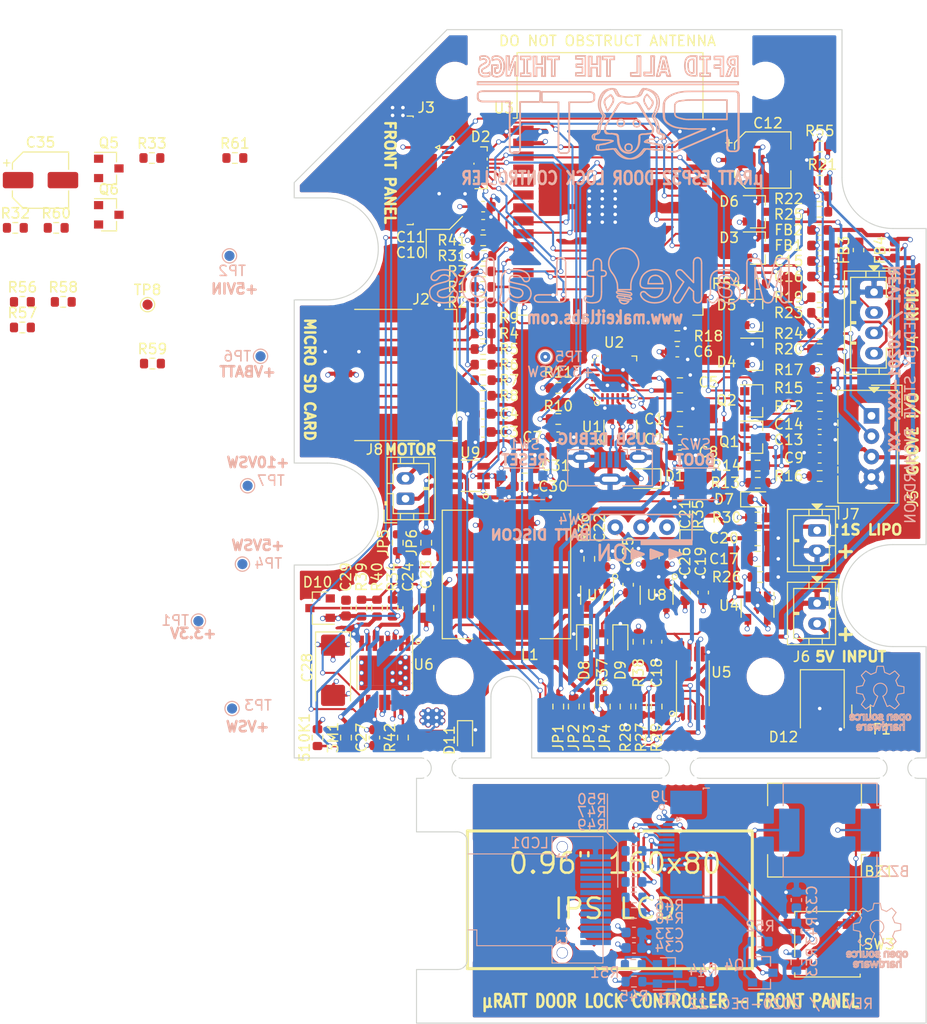
<source format=kicad_pcb>
(kicad_pcb (version 20171130) (host pcbnew "(5.1.8)-1")
  (layers (0 F.Cu signal) (1 In1.Cu power hide) (2 In2.Cu power hide) (31 B.Cu signal) (34 B.Paste user hide) (35 F.Paste user hide) (36 B.SilkS user) (37 F.SilkS user hide) (38 B.Mask user hide) (39 F.Mask user hide) (44 Edge.Cuts user))
  (net 0 "")
  (net 1 MOTOR_O2)
  (net 2 MOTOR_O1)
  (net 3 GND)
  (net 4 +3.3VSW)
  (net 5 +5VUSB)
  (net 6 +3V3)
  (net 7 EN)
  (net 8 +5VIN)
  (net 9 +VBATT)
  (net 10 +VSW)
  (net 11 GNDPWR)
  (net 12 +5VSW)
  (net 13 GND1)
  (net 14 "/Front Panel/R_LCD_3.3V")
  (net 15 FP_TOUCH_BTN)
  (net 16 LCD_MOSI)
  (net 17 LCD_CLK)
  (net 18 LCD_DC)
  (net 19 LCD_RESET)
  (net 20 LCD_CS)
  (net 21 LCD_BL)
  (net 22 CHARGE_STATUS)
  (net 23 /USB_DN)
  (net 24 /USB_DP)
  (net 25 "/Front Panel/R_BTN")
  (net 26 "/Front Panel/R_LCD_MOSI")
  (net 27 "/Front Panel/R_LCD_CLK")
  (net 28 "/Front Panel/R_LCD_DC")
  (net 29 "/Front Panel/R_LCD_RESET")
  (net 30 "/Front Panel/R_LCD_CS")
  (net 31 "/Front Panel/R_LCD_BL")
  (net 32 /RTS)
  (net 33 IO0)
  (net 34 SD_CLK)
  (net 35 SD_CMD)
  (net 36 SD_DAT0)
  (net 37 RXD0)
  (net 38 TXD0)
  (net 39 BEEPER)
  (net 40 TXD1)
  (net 41 RXD1)
  (net 42 SHUTDOWN)
  (net 43 N_PWR_LOSS)
  (net 44 PWR_ENABLE)
  (net 45 LOW_BAT)
  (net 46 "Net-(C7-Pad1)")
  (net 47 "Net-(C8-Pad1)")
  (net 48 "Net-(C15-Pad1)")
  (net 49 "Net-(C24-Pad1)")
  (net 50 "Net-(D1-Pad2)")
  (net 51 "Net-(D3-Pad3)")
  (net 52 "Net-(D4-Pad3)")
  (net 53 "Net-(D5-Pad3)")
  (net 54 "Net-(D6-Pad3)")
  (net 55 "Net-(D7-Pad2)")
  (net 56 "Net-(D8-Pad2)")
  (net 57 "Net-(D9-Pad2)")
  (net 58 "Net-(D11-Pad2)")
  (net 59 "Net-(J1-Pad4)")
  (net 60 "Net-(J2-Pad1)")
  (net 61 "Net-(J2-Pad2)")
  (net 62 "Net-(J2-Pad3)")
  (net 63 "Net-(J2-Pad5)")
  (net 64 "Net-(J2-Pad7)")
  (net 65 "Net-(J2-Pad8)")
  (net 66 "Net-(J4-Pad4)")
  (net 67 "Net-(J4-Pad3)")
  (net 68 "Net-(J8-Pad2)")
  (net 69 "Net-(J8-Pad1)")
  (net 70 "Net-(L1-Pad2)")
  (net 71 "Net-(Q1-Pad1)")
  (net 72 "Net-(Q2-Pad1)")
  (net 73 "Net-(BZ1-Pad2)")
  (net 74 "Net-(Q3-Pad1)")
  (net 75 "Net-(Q4-Pad1)")
  (net 76 "Net-(R10-Pad2)")
  (net 77 "Net-(R11-Pad2)")
  (net 78 "Net-(BZ1-Pad1)")
  (net 79 "Net-(U1-Pad3)")
  (net 80 "Net-(U1-Pad1)")
  (net 81 "Net-(U2-Pad24)")
  (net 82 "Net-(U2-Pad22)")
  (net 83 "Net-(U2-Pad18)")
  (net 84 "Net-(U2-Pad17)")
  (net 85 "Net-(U2-Pad16)")
  (net 86 "Net-(U2-Pad15)")
  (net 87 "Net-(U2-Pad14)")
  (net 88 "Net-(U2-Pad13)")
  (net 89 "Net-(U2-Pad12)")
  (net 90 "Net-(U2-Pad11)")
  (net 91 "Net-(U2-Pad10)")
  (net 92 "Net-(U2-Pad1)")
  (net 93 "Net-(U3-Pad32)")
  (net 94 "Net-(U3-Pad22)")
  (net 95 "Net-(U3-Pad21)")
  (net 96 "Net-(U3-Pad20)")
  (net 97 "Net-(U3-Pad19)")
  (net 98 "Net-(U3-Pad18)")
  (net 99 "Net-(U3-Pad17)")
  (net 100 "Net-(U3-Pad5)")
  (net 101 "Net-(U3-Pad4)")
  (net 102 "Net-(U6-Pad16)")
  (net 103 "Net-(U7-Pad4)")
  (net 104 "Net-(U8-Pad4)")
  (net 105 "/Front Panel/R_BEEPER")
  (net 106 "Net-(LCD1-Pad12)")
  (net 107 "Net-(LCD1-Pad9)")
  (net 108 "Net-(LCD1-Pad7)")
  (net 109 "Net-(LCD1-Pad6)")
  (net 110 "Net-(LCD1-Pad5)")
  (net 111 "Net-(LCD1-Pad4)")
  (net 112 "Net-(LCD1-Pad3)")
  (net 113 "Net-(LCD1-Pad2)")
  (net 114 "Net-(LCD1-Pad1)")
  (net 115 "Net-(C32-Pad1)")
  (net 116 "Net-(Q3-Pad2)")
  (net 117 "Net-(R26-Pad2)")
  (net 118 "Net-(R28-Pad2)")
  (net 119 "Net-(R29-Pad2)")
  (net 120 "Net-(R35-Pad1)")
  (net 121 "Net-(R39-Pad1)")
  (net 122 "Net-(F1-Pad2)")
  (net 123 "Net-(C13-Pad1)")
  (net 124 EXP_SDA)
  (net 125 ALARM_SCL)
  (net 126 +10VSW)
  (net 127 "Net-(C30-Pad1)")
  (net 128 "Net-(J7-Pad1)")
  (net 129 "Net-(SW4-Pad1)")
  (net 130 DTR)
  (net 131 "Net-(R56-Pad1)")
  (net 132 "Net-(R58-Pad1)")
  (net 133 "Net-(3M1-Pad1)")
  (net 134 "Net-(J5-Pad2)")
  (net 135 "Net-(J5-Pad1)")
  (net 136 "Net-(Q5-Pad3)")
  (net 137 "Net-(Q5-Pad1)")
  (net 138 "Net-(Q6-Pad3)")
  (net 139 "Net-(Q6-Pad1)")
  (module Resistor_SMD:R_0603_1608Metric (layer F.Cu) (at 19.324 35.168)
    (fp_text reference R61 (at 0 -1.43) (layer F.SilkS))
    (fp_text value 10K)
    (pad 2 smd roundrect (at 0.825 0) (size 0.8 0.95) (layers F.Cu F.Paste F.Mask) (net 25 "/Front Panel/R_BTN"))
    (pad 1 smd roundrect (at -0.825 0) (size 0.8 0.95) (layers F.Cu F.Paste F.Mask) (net 14 "/Front Panel/R_LCD_3.3V"))
  )
  (module Resistor_SMD:R_0603_1608Metric (layer F.Cu) (at 1.794 42.018)
    (fp_text reference R60 (at 0 -1.43) (layer F.SilkS))
    (fp_text value 1K)
    (pad 2 smd roundrect (at 0.825 0) (size 0.8 0.95) (layers F.Cu F.Paste F.Mask) (net 136 "Net-(Q5-Pad3)"))
    (pad 1 smd roundrect (at -0.825 0) (size 0.8 0.95) (layers F.Cu F.Paste F.Mask) (net 139 "Net-(Q6-Pad1)"))
  )
  (module Resistor_SMD:R_0603_1608Metric (layer F.Cu) (at 11.184 35.168)
    (fp_text reference R33 (at 0 -1.43) (layer F.SilkS))
    (fp_text value 10K)
    (pad 2 smd roundrect (at 0.825 0) (size 0.8 0.95) (layers F.Cu F.Paste F.Mask) (net 10 +VSW))
    (pad 1 smd roundrect (at -0.825 0) (size 0.8 0.95) (layers F.Cu F.Paste F.Mask) (net 136 "Net-(Q5-Pad3)"))
  )
  (module Resistor_SMD:R_0603_1608Metric (layer F.Cu) (at -2.216 42.018)
    (fp_text reference R32 (at 0 -1.43) (layer F.SilkS))
    (fp_text value 1K)
    (pad 2 smd roundrect (at 0.825 0) (size 0.8 0.95) (layers F.Cu F.Paste F.Mask) (net 44 PWR_ENABLE))
    (pad 1 smd roundrect (at -0.825 0) (size 0.8 0.95) (layers F.Cu F.Paste F.Mask) (net 137 "Net-(Q5-Pad1)"))
  )
  (module Package_TO_SOT_SMD:SOT-23 (layer F.Cu) (at 6.954 40.738)
    (fp_text reference Q6 (at 0 -2.5) (layer F.SilkS))
    (fp_text value DMP31D0U)
    (pad 3 smd rect (at 1 0) (size 0.9 0.8) (layers F.Cu F.Paste F.Mask) (net 138 "Net-(Q6-Pad3)"))
    (pad 2 smd rect (at -1 0.95) (size 0.9 0.8) (layers F.Cu F.Paste F.Mask) (net 10 +VSW))
    (pad 1 smd rect (at -1 -0.95) (size 0.9 0.8) (layers F.Cu F.Paste F.Mask) (net 139 "Net-(Q6-Pad1)"))
  )
  (module Package_TO_SOT_SMD:SOT-23 (layer F.Cu) (at 6.954 36.188)
    (fp_text reference Q5 (at 0 -2.5) (layer F.SilkS))
    (fp_text value 2N7002)
    (pad 3 smd rect (at 1 0) (size 0.9 0.8) (layers F.Cu F.Paste F.Mask) (net 136 "Net-(Q5-Pad3)"))
    (pad 2 smd rect (at -1 0.95) (size 0.9 0.8) (layers F.Cu F.Paste F.Mask) (net 3 GND))
    (pad 1 smd rect (at -1 -0.95) (size 0.9 0.8) (layers F.Cu F.Paste F.Mask) (net 137 "Net-(Q5-Pad1)"))
  )
  (module Capacitor_SMD:CP_Elec_5x3 (layer F.Cu) (at 0.254 37.338)
    (fp_text reference C35 (at 0 -3.7) (layer F.SilkS))
    (fp_text value 100uF)
    (pad 2 smd roundrect (at 2.2 0) (size 3 1.6) (layers F.Cu F.Paste F.Mask) (roundrect_rratio 0.15625) (net 3 GND))
    (pad 1 smd roundrect (at -2.2 0) (size 3 1.6) (layers F.Cu F.Paste F.Mask) (roundrect_rratio 0.15625) (net 10 +VSW))
  )
  (module TestPoint:TestPoint_Pad_D1.0mm (layer F.Cu) (at 10.756 49.546)
    (fp_text reference TP8 (at 0 -1.448) (layer F.SilkS))
    (fp_text value TestPoint)
    (pad 1 smd circle (at 0 0) (size 1 1) (layers F.Cu F.Mask) (net 3 GND))
  )
  (module Resistor_SMD:R_0603_1608Metric (layer F.Cu) (at 11.236 55.326)
    (fp_text reference R59 (at 0 -1.43) (layer F.SilkS))
    (fp_text value 470)
    (pad 2 smd roundrect (at 0.825 0) (size 0.8 0.95) (layers F.Cu F.Paste F.Mask) (net 73 "Net-(BZ1-Pad2)"))
    (pad 1 smd roundrect (at -0.825 0) (size 0.8 0.95) (layers F.Cu F.Paste F.Mask) (net 78 "Net-(BZ1-Pad1)"))
  )
  (module Resistor_SMD:R_0603_1608Metric (layer F.Cu) (at 2.486 49.276)
    (fp_text reference R58 (at 0 -1.43) (layer F.SilkS))
    (fp_text value 1K)
    (pad 2 smd roundrect (at 0.825 0) (size 0.8 0.95) (layers F.Cu F.Paste F.Mask) (net 4 +3.3VSW))
    (pad 1 smd roundrect (at -0.825 0) (size 0.8 0.95) (layers F.Cu F.Paste F.Mask) (net 132 "Net-(R58-Pad1)"))
  )
  (module Resistor_SMD:R_0603_1608Metric (layer F.Cu) (at -1.524 51.786)
    (fp_text reference R57 (at 0 -1.43) (layer F.SilkS))
    (fp_text value 47.5K)
    (pad 2 smd roundrect (at 0.825 0) (size 0.8 0.95) (layers F.Cu F.Paste F.Mask) (net 131 "Net-(R56-Pad1)"))
    (pad 1 smd roundrect (at -0.825 0) (size 0.8 0.95) (layers F.Cu F.Paste F.Mask) (net 3 GND))
  )
  (module Resistor_SMD:R_0603_1608Metric (layer F.Cu) (at -1.524 49.276)
    (fp_text reference R56 (at 0 -1.43) (layer F.SilkS))
    (fp_text value 22.1K)
    (pad 2 smd roundrect (at 0.825 0) (size 0.8 0.95) (layers F.Cu F.Paste F.Mask) (net 5 +5VUSB))
    (pad 1 smd roundrect (at -0.825 0) (size 0.8 0.95) (layers F.Cu F.Paste F.Mask) (net 131 "Net-(R56-Pad1)"))
  )
  (module Button_Switch_SMD:SW_Push_1P1T_NO_CK_KSC6xxJ (layer F.Cu) (at 77.47 112.268)
    (fp_text reference SW3 (at 5.08 0) (layer F.SilkS))
    (fp_text value SW_Push)
    (pad 2 smd rect (at 2.9 2) (size 2.8 1) (layers F.Cu F.Paste F.Mask) (net 115 "Net-(C32-Pad1)"))
    (pad 2 smd rect (at -2.9 2) (size 2.8 1) (layers F.Cu F.Paste F.Mask) (net 115 "Net-(C32-Pad1)"))
    (pad 1 smd rect (at 2.9 -2) (size 2.8 1) (layers F.Cu F.Paste F.Mask) (net 13 GND1))
    (pad 1 smd rect (at -2.9 -2) (size 2.8 1) (layers F.Cu F.Paste F.Mask) (net 13 GND1))
  )
  (module Connector_FFC-FPC:TE_1-1734839-0_1x10-1MP_P0.5mm_Horizontal (layer B.Cu) (at 63.246 102.28 270)
    (fp_text reference J9 (at -4.49 2.286 180) (layer B.SilkS) (effects (justify mirror)))
    (fp_text value Conn_01x10)
    (pad MP smd rect (at 3.92 -0.35 270) (size 2.3 3.1) (layers B.Cu B.Paste B.Mask))
    (pad MP smd rect (at -3.92 -0.35 270) (size 2.3 3.1) (layers B.Cu B.Paste B.Mask))
    (pad 10 smd rect (at 2.25 1.35 270) (size 0.3 1.1) (layers B.Cu B.Paste B.Mask) (net 13 GND1))
    (pad 9 smd rect (at 1.75 1.35 270) (size 0.3 1.1) (layers B.Cu B.Paste B.Mask) (net 25 "/Front Panel/R_BTN"))
    (pad 8 smd rect (at 1.25 1.35 270) (size 0.3 1.1) (layers B.Cu B.Paste B.Mask) (net 105 "/Front Panel/R_BEEPER"))
    (pad 7 smd rect (at 0.75 1.35 270) (size 0.3 1.1) (layers B.Cu B.Paste B.Mask) (net 26 "/Front Panel/R_LCD_MOSI"))
    (pad 6 smd rect (at 0.25 1.35 270) (size 0.3 1.1) (layers B.Cu B.Paste B.Mask) (net 27 "/Front Panel/R_LCD_CLK"))
    (pad 5 smd rect (at -0.25 1.35 270) (size 0.3 1.1) (layers B.Cu B.Paste B.Mask) (net 28 "/Front Panel/R_LCD_DC"))
    (pad 4 smd rect (at -0.75 1.35 270) (size 0.3 1.1) (layers B.Cu B.Paste B.Mask) (net 29 "/Front Panel/R_LCD_RESET"))
    (pad 3 smd rect (at -1.25 1.35 270) (size 0.3 1.1) (layers B.Cu B.Paste B.Mask) (net 30 "/Front Panel/R_LCD_CS"))
    (pad 2 smd rect (at -1.75 1.35 270) (size 0.3 1.1) (layers B.Cu B.Paste B.Mask) (net 31 "/Front Panel/R_LCD_BL"))
    (pad 1 smd rect (at -2.25 1.35 270) (size 0.3 1.1) (layers B.Cu B.Paste B.Mask) (net 14 "/Front Panel/R_LCD_3.3V"))
  )
  (module TestPoint:TestPoint_Pad_D1.0mm (layer B.Cu) (at 20.574 67.31)
    (fp_text reference TP7 (at 2.286 -0.508) (layer B.SilkS) (effects (justify mirror)))
    (fp_text value TestPoint)
    (pad 1 smd circle (at 0 0) (size 1 1) (layers B.Cu B.Mask) (net 126 +10VSW))
  )
  (module Resistor_SMD:R_0603_1608Metric (layer F.Cu) (at 38.1 72.898 90)
    (fp_text reference JP6 (at 0 -1.43 90) (layer F.SilkS))
    (fp_text value "0 (OPTION)")
    (pad 2 smd roundrect (at 0.825 0 90) (size 0.8 0.95) (layers F.Cu F.Paste F.Mask) (net 127 "Net-(C30-Pad1)"))
    (pad 1 smd roundrect (at -0.825 0 90) (size 0.8 0.95) (layers F.Cu F.Paste F.Mask) (net 126 +10VSW))
  )
  (module Resistor_SMD:R_0603_1608Metric (layer F.Cu) (at 35.306 72.898 90)
    (fp_text reference JP5 (at 0 -1.43 90) (layer F.SilkS))
    (fp_text value "0 (OPTION)")
    (pad 2 smd roundrect (at 0.825 0 90) (size 0.8 0.95) (layers F.Cu F.Paste F.Mask) (net 127 "Net-(C30-Pad1)"))
    (pad 1 smd roundrect (at -0.825 0 90) (size 0.8 0.95) (layers F.Cu F.Paste F.Mask) (net 12 +5VSW))
  )
  (module Resistor_SMD:R_0603_1608Metric (layer F.Cu) (at 76.708 34.036)
    (fp_text reference R55 (at 0 -1.524) (layer F.SilkS))
    (fp_text value 4.7K)
    (pad 2 smd roundrect (at 0.825 0) (size 0.8 0.95) (layers F.Cu F.Paste F.Mask) (net 6 +3V3))
    (pad 1 smd roundrect (at -0.825 0) (size 0.8 0.95) (layers F.Cu F.Paste F.Mask) (net 124 EXP_SDA))
  )
  (module Resistor_SMD:R_0603_1608Metric (layer F.Cu) (at 70.612 47.498 180)
    (fp_text reference R54 (at 3.048 0) (layer F.SilkS))
    (fp_text value 4.7K)
    (pad 2 smd roundrect (at 0.825 0 180) (size 0.8 0.95) (layers F.Cu F.Paste F.Mask) (net 6 +3V3))
    (pad 1 smd roundrect (at -0.825 0 180) (size 0.8 0.95) (layers F.Cu F.Paste F.Mask) (net 125 ALARM_SCL))
  )
  (module Connector:NS-Tech_Grove_1x04_P2mm_Vertical (layer F.Cu) (at 81.788 60.452)
    (fp_text reference J5 (at 4.064 8.128 90) (layer F.SilkS))
    (fp_text value Conn_01x04)
    (pad 4 thru_hole circle (at 0 6) (size 1.524 1.524) (drill 0.762) (layers *.Cu *.Mask) (net 3 GND))
    (pad 3 thru_hole circle (at 0 4) (size 1.524 1.524) (drill 0.762) (layers *.Cu *.Mask) (net 123 "Net-(C13-Pad1)"))
    (pad 2 thru_hole circle (at 0 2) (size 1.524 1.524) (drill 0.762) (layers *.Cu *.Mask) (net 134 "Net-(J5-Pad2)"))
    (pad 1 thru_hole rect (at 0 0) (size 1.524 1.524) (drill 0.762) (layers *.Cu *.Mask) (net 135 "Net-(J5-Pad1)"))
  )
  (module Inductor_SMD:L_0603_1608Metric (layer F.Cu) (at 84.074 44.196 90)
    (fp_text reference FB4 (at 0 -1.43 90) (layer F.SilkS))
    (fp_text value "FB (OPTION)")
    (pad 2 smd roundrect (at 0.7875 0 90) (size 0.875 0.95) (layers F.Cu F.Paste F.Mask) (net 6 +3V3))
    (pad 1 smd roundrect (at -0.7875 0 90) (size 0.875 0.95) (layers F.Cu F.Paste F.Mask) (net 123 "Net-(C13-Pad1)"))
  )
  (module Inductor_SMD:L_0603_1608Metric (layer F.Cu) (at 80.518 44.196 90)
    (fp_text reference FB3 (at 0 -1.43 90) (layer F.SilkS))
    (fp_text value "FB (OPTION)")
    (pad 2 smd roundrect (at 0.7875 0 90) (size 0.875 0.95) (layers F.Cu F.Paste F.Mask) (net 4 +3.3VSW))
    (pad 1 smd roundrect (at -0.7875 0 90) (size 0.875 0.95) (layers F.Cu F.Paste F.Mask) (net 123 "Net-(C13-Pad1)"))
  )
  (module Fuse:Fuse_1206_3216Metric (layer F.Cu) (at 80.772 89.408 90)
    (fp_text reference F1 (at -1.778 2.032 180) (layer F.SilkS))
    (fp_text value MF-NSHT075KX-2)
    (pad 2 smd roundrect (at 1.4 0 90) (size 1.25 1.75) (layers F.Cu F.Paste F.Mask) (roundrect_rratio 0.2) (net 122 "Net-(F1-Pad2)"))
    (pad 1 smd roundrect (at -1.4 0 90) (size 1.25 1.75) (layers F.Cu F.Paste F.Mask) (roundrect_rratio 0.2) (net 8 +5VIN))
  )
  (module Diode_SMD:D_SMB (layer F.Cu) (at 76.962 88.9 270)
    (fp_text reference D12 (at 3.048 3.81 180) (layer F.SilkS))
    (fp_text value SM6T6V8A)
    (pad 2 smd rect (at 2.15 0 270) (size 2.5 2.3) (layers F.Cu F.Paste F.Mask) (net 3 GND))
    (pad 1 smd rect (at -2.15 0 270) (size 2.5 2.3) (layers F.Cu F.Paste F.Mask) (net 8 +5VIN))
  )
  (module uratt:EAO-SPDT (layer B.Cu) (at 59.182 71.374 180)
    (fp_text reference SW4 (at 6.604 0.762) (layer B.SilkS) (effects (justify mirror)))
    (fp_text value SW_SPDT)
    (pad 3 thru_hole circle (at 2.54 0 180) (size 1.524 1.524) (drill 0.762) (layers *.Cu *.Mask) (net 9 +VBATT))
    (pad 2 thru_hole circle (at 0 0 180) (size 1.524 1.524) (drill 0.762) (layers *.Cu *.Mask) (net 128 "Net-(J7-Pad1)"))
    (pad 1 thru_hole circle (at -2.54 0 180) (size 1.524 1.524) (drill 0.762) (layers *.Cu *.Mask) (net 129 "Net-(SW4-Pad1)"))
  )
  (module uratt:RATT_BITE (layer F.Cu) (at 82.32 93.98)
    (fp_text reference BK3 hide)
    (fp_text value BREAKAWAY)
    (pad "" np_thru_hole circle (at 3.5 2) (size 0.4 0.4) (drill 0.4) (layers *.Cu *.Mask))
    (pad "" np_thru_hole circle (at 2.75 2) (size 0.4 0.4) (drill 0.4) (layers *.Cu *.Mask))
    (pad "" np_thru_hole circle (at 1.25 2) (size 0.4 0.4) (drill 0.4) (layers *.Cu *.Mask))
    (pad "" np_thru_hole circle (at 2 2) (size 0.4 0.4) (drill 0.4) (layers *.Cu *.Mask))
    (pad "" np_thru_hole circle (at 0.5 2) (size 0.4 0.4) (drill 0.4) (layers *.Cu *.Mask))
    (pad "" np_thru_hole circle (at 3.5 0) (size 0.4 0.4) (drill 0.4) (layers *.Cu *.Mask))
    (pad "" np_thru_hole circle (at 0.5 0) (size 0.4 0.4) (drill 0.4) (layers *.Cu *.Mask))
    (pad "" np_thru_hole circle (at 1.25 0) (size 0.4 0.4) (drill 0.4) (layers *.Cu *.Mask))
    (pad "" np_thru_hole circle (at 2.75 0) (size 0.4 0.4) (drill 0.4) (layers *.Cu *.Mask))
    (pad "" np_thru_hole circle (at 2 0) (size 0.4 0.4) (drill 0.4) (layers *.Cu *.Mask))
  )
  (module uratt:RATT_BITE (layer F.Cu) (at 60.96 93.98)
    (fp_text reference BK2 hide)
    (fp_text value BREAKAWAY)
    (pad "" np_thru_hole circle (at 3.5 2) (size 0.4 0.4) (drill 0.4) (layers *.Cu *.Mask))
    (pad "" np_thru_hole circle (at 2.75 2) (size 0.4 0.4) (drill 0.4) (layers *.Cu *.Mask))
    (pad "" np_thru_hole circle (at 1.25 2) (size 0.4 0.4) (drill 0.4) (layers *.Cu *.Mask))
    (pad "" np_thru_hole circle (at 2 2) (size 0.4 0.4) (drill 0.4) (layers *.Cu *.Mask))
    (pad "" np_thru_hole circle (at 0.5 2) (size 0.4 0.4) (drill 0.4) (layers *.Cu *.Mask))
    (pad "" np_thru_hole circle (at 3.5 0) (size 0.4 0.4) (drill 0.4) (layers *.Cu *.Mask))
    (pad "" np_thru_hole circle (at 0.5 0) (size 0.4 0.4) (drill 0.4) (layers *.Cu *.Mask))
    (pad "" np_thru_hole circle (at 1.25 0) (size 0.4 0.4) (drill 0.4) (layers *.Cu *.Mask))
    (pad "" np_thru_hole circle (at 2.75 0) (size 0.4 0.4) (drill 0.4) (layers *.Cu *.Mask))
    (pad "" np_thru_hole circle (at 2 0) (size 0.4 0.4) (drill 0.4) (layers *.Cu *.Mask))
  )
  (module uratt:RATT_BITE (layer F.Cu) (at 37.592 94)
    (fp_text reference BK1 hide)
    (fp_text value BREAKAWAY)
    (pad "" np_thru_hole circle (at 3.5 2) (size 0.4 0.4) (drill 0.4) (layers *.Cu *.Mask))
    (pad "" np_thru_hole circle (at 2.75 2) (size 0.4 0.4) (drill 0.4) (layers *.Cu *.Mask))
    (pad "" np_thru_hole circle (at 1.25 2) (size 0.4 0.4) (drill 0.4) (layers *.Cu *.Mask))
    (pad "" np_thru_hole circle (at 2 2) (size 0.4 0.4) (drill 0.4) (layers *.Cu *.Mask))
    (pad "" np_thru_hole circle (at 0.5 2) (size 0.4 0.4) (drill 0.4) (layers *.Cu *.Mask))
    (pad "" np_thru_hole circle (at 3.5 0) (size 0.4 0.4) (drill 0.4) (layers *.Cu *.Mask))
    (pad "" np_thru_hole circle (at 0.5 0) (size 0.4 0.4) (drill 0.4) (layers *.Cu *.Mask))
    (pad "" np_thru_hole circle (at 1.25 0) (size 0.4 0.4) (drill 0.4) (layers *.Cu *.Mask))
    (pad "" np_thru_hole circle (at 2.75 0) (size 0.4 0.4) (drill 0.4) (layers *.Cu *.Mask))
    (pad "" np_thru_hole circle (at 2 0) (size 0.4 0.4) (drill 0.4) (layers *.Cu *.Mask))
  )
  (module Buzzer_Beeper:Buzzer_CUI_CPT-9019S-SMT (layer B.Cu) (at 77.724 101.076 180)
    (fp_text reference BZ2 (at -6.35 -4.064) (layer B.SilkS) (effects (justify mirror)))
    (fp_text value "Buzzer (ALT)")
    (pad 2 smd rect (at 4 0 180) (size 2 4.2) (layers B.Cu B.Paste B.Mask) (net 73 "Net-(BZ1-Pad2)"))
    (pad 1 smd rect (at -4 0 180) (size 2 4.2) (layers B.Cu B.Paste B.Mask) (net 78 "Net-(BZ1-Pad1)"))
  )
  (module MountingHole:MountingHole_2.1mm (layer F.Cu) (at 84.646 117.5)
    (fp_text reference H8 hide)
    (fp_text value MountingHole)
    (pad "" np_thru_hole circle (at 0 0) (size 2.1 2.1) (drill 2.1) (layers *.Cu *.Mask))
  )
  (module MountingHole:MountingHole_2.1mm (layer F.Cu) (at 39.646 117.5)
    (fp_text reference H7 hide)
    (fp_text value MountingHole)
    (pad "" np_thru_hole circle (at 0 0) (size 2.1 2.1) (drill 2.1) (layers *.Cu *.Mask))
  )
  (module MountingHole:MountingHole_2.1mm (layer F.Cu) (at 84.646 98.516)
    (fp_text reference H6 hide)
    (fp_text value MountingHole)
    (pad "" np_thru_hole circle (at 0 0) (size 2.1 2.1) (drill 2.1) (layers *.Cu *.Mask))
  )
  (module MountingHole:MountingHole_2.1mm (layer F.Cu) (at 39.645999 98.516)
    (fp_text reference H5 hide)
    (fp_text value MountingHole)
    (pad "" np_thru_hole circle (at 0 0) (size 2.1 2.1) (drill 2.1) (layers *.Cu *.Mask))
  )
  (module Connector_FFC-FPC:TE_1-1734839-0_1x10-1MP_P0.5mm_Horizontal (layer F.Cu) (at 38.862 36.380001 270)
    (fp_text reference J3 (at -6.154001 0.762 180) (layer F.SilkS))
    (fp_text value Conn_01x10)
    (pad MP smd rect (at 3.92 0.35 270) (size 2.3 3.1) (layers F.Cu F.Paste F.Mask))
    (pad MP smd rect (at -3.92 0.35 270) (size 2.3 3.1) (layers F.Cu F.Paste F.Mask))
    (pad 10 smd rect (at 2.25 -1.35 270) (size 0.3 1.1) (layers F.Cu F.Paste F.Mask) (net 3 GND))
    (pad 9 smd rect (at 1.75 -1.35 270) (size 0.3 1.1) (layers F.Cu F.Paste F.Mask) (net 15 FP_TOUCH_BTN))
    (pad 8 smd rect (at 1.25 -1.35 270) (size 0.3 1.1) (layers F.Cu F.Paste F.Mask) (net 39 BEEPER))
    (pad 7 smd rect (at 0.75 -1.35 270) (size 0.3 1.1) (layers F.Cu F.Paste F.Mask) (net 16 LCD_MOSI))
    (pad 6 smd rect (at 0.25 -1.35 270) (size 0.3 1.1) (layers F.Cu F.Paste F.Mask) (net 17 LCD_CLK))
    (pad 5 smd rect (at -0.25 -1.35 270) (size 0.3 1.1) (layers F.Cu F.Paste F.Mask) (net 18 LCD_DC))
    (pad 4 smd rect (at -0.75 -1.35 270) (size 0.3 1.1) (layers F.Cu F.Paste F.Mask) (net 19 LCD_RESET))
    (pad 3 smd rect (at -1.25 -1.35 270) (size 0.3 1.1) (layers F.Cu F.Paste F.Mask) (net 20 LCD_CS))
    (pad 2 smd rect (at -1.75 -1.35 270) (size 0.3 1.1) (layers F.Cu F.Paste F.Mask) (net 21 LCD_BL))
    (pad 1 smd rect (at -2.25 -1.35 270) (size 0.3 1.1) (layers F.Cu F.Paste F.Mask) (net 4 +3.3VSW))
  )
  (module Connector_USB:USB_Micro-B_Molex-105133-0001 (layer B.Cu) (at 56.134 65.590001 180)
    (fp_text reference J1 (at -4.572 2.852001) (layer B.SilkS) (effects (justify mirror)))
    (fp_text value USB_B_Micro)
    (pad 6 thru_hole oval (at 0 -1.075 180) (size 2.2 1.1) (drill oval 1.6 0.5) (layers *.Cu *.Mask) (net 3 GND))
    (pad 6 thru_hole oval (at 2.8 1.075 180) (size 1.8 1.1) (drill oval 1.2 0.5) (layers *.Cu *.Mask) (net 3 GND))
    (pad 6 thru_hole oval (at -2.8 1.075 180) (size 1.8 1.1) (drill oval 1.2 0.5) (layers *.Cu *.Mask) (net 3 GND))
    (pad 1 smd rect (at -1.3 0.825 180) (size 0.45 1.5) (layers B.Cu B.Paste B.Mask) (net 50 "Net-(D1-Pad2)"))
    (pad 5 smd rect (at 1.3 0.825 180) (size 0.45 1.5) (layers B.Cu B.Paste B.Mask) (net 3 GND))
    (pad 2 smd rect (at -0.65 0.825 180) (size 0.45 1.5) (layers B.Cu B.Paste B.Mask) (net 23 /USB_DN))
    (pad 4 smd rect (at 0.65 0.825 180) (size 0.45 1.5) (layers B.Cu B.Paste B.Mask) (net 59 "Net-(J1-Pad4)"))
    (pad 3 smd rect (at 0 0.825 180) (size 0.45 1.5) (layers B.Cu B.Paste B.Mask) (net 24 /USB_DP))
  )
  (module Diode_SMD:D_0805_2012Metric (layer F.Cu) (at 59.436 66.606001 180)
    (fp_text reference D1 (at -3.048 0.254) (layer F.SilkS))
    (fp_text value SD0805S020S1R0)
    (pad 2 smd roundrect (at 0.9375 0 180) (size 0.975 1.4) (layers F.Cu F.Paste F.Mask) (net 50 "Net-(D1-Pad2)"))
    (pad 1 smd roundrect (at -0.9375 0 180) (size 0.975 1.4) (layers F.Cu F.Paste F.Mask) (net 5 +5VUSB))
  )
  (module Resistor_SMD:R_0603_1608Metric (layer F.Cu) (at 76.708 52.382001 180)
    (fp_text reference R24 (at 3.048 0) (layer F.SilkS))
    (fp_text value 47)
    (pad 2 smd roundrect (at 0.825 0 180) (size 0.8 0.95) (layers F.Cu F.Paste F.Mask) (net 125 ALARM_SCL))
    (pad 1 smd roundrect (at -0.825 0 180) (size 0.8 0.95) (layers F.Cu F.Paste F.Mask) (net 135 "Net-(J5-Pad1)"))
  )
  (module uratt:GND_TIE (layer F.Cu) (at 39.116 90.736001 180)
    (fp_text reference GT1 hide)
    (fp_text value 0)
    (fp_poly (pts (xy 1.397 1.4605) (xy -0.5715 1.4605) (xy -0.5715 0) (xy 1.397 0)) (layer F.Cu) (width 0.1))
    (fp_poly (pts (xy 1.397 1.4605) (xy -0.5715 1.4605) (xy -0.5715 0) (xy 1.397 0)) (layer B.Cu) (width 0.1))
    (pad 2 smd circle (at 1.397 0.381 180) (size 0.6 0.6) (layers F.Cu F.Paste F.Mask) (net 11 GNDPWR))
    (pad 2 smd circle (at 1.397 1.0795 180) (size 0.6 0.6) (layers F.Cu F.Paste F.Mask) (net 11 GNDPWR))
    (pad 2 smd circle (at 0.8255 1.397 180) (size 0.6 0.6) (layers F.Cu F.Paste F.Mask) (net 11 GNDPWR))
    (pad 2 smd circle (at 0.8255 0.6985 180) (size 0.6 0.6) (layers F.Cu F.Paste F.Mask) (net 11 GNDPWR))
    (pad 2 smd circle (at 0.8255 0 180) (size 0.6 0.6) (layers F.Cu F.Paste F.Mask) (net 11 GNDPWR))
    (pad 1 smd circle (at -0.5715 0.381 180) (size 0.6 0.6) (layers F.Cu F.Paste F.Mask) (net 3 GND))
    (pad 1 smd circle (at -0.5715 1.0795 180) (size 0.6 0.6) (layers F.Cu F.Paste F.Mask) (net 3 GND))
    (pad 1 smd circle (at 0 1.397 180) (size 0.6 0.6) (layers F.Cu F.Paste F.Mask) (net 3 GND))
    (pad 1 smd circle (at 0 0.6985 180) (size 0.6 0.6) (layers F.Cu F.Paste F.Mask) (net 3 GND))
    (pad 1 smd circle (at 0 0 180) (size 0.6 0.6) (layers F.Cu F.Paste F.Mask) (net 3 GND))
  )
  (module MountingHole:MountingHole_2.7mm_M2.5 (layer F.Cu) (at 71.386 86.000001)
    (fp_text reference H4 hide)
    (fp_text value MountingHole)
    (pad 1 np_thru_hole circle (at 0 0) (size 2.7 2.7) (drill 2.7) (layers *.Cu *.Mask))
  )
  (module MountingHole:MountingHole_2.7mm_M2.5 (layer F.Cu) (at 40.905999 86.000001)
    (fp_text reference H3 hide)
    (fp_text value MountingHole)
    (pad 1 np_thru_hole circle (at 0 0) (size 2.7 2.7) (drill 2.7) (layers *.Cu *.Mask))
  )
  (module MountingHole:MountingHole_2.7mm_M2.5 (layer F.Cu) (at 71.386 27.580001)
    (fp_text reference H2 hide)
    (fp_text value MountingHole)
    (pad 1 np_thru_hole circle (at 0 0) (size 2.7 2.7) (drill 2.7) (layers *.Cu *.Mask))
  )
  (module MountingHole:MountingHole_2.7mm_M2.5 (layer F.Cu) (at 40.906 27.580001)
    (fp_text reference H1 hide)
    (fp_text value MountingHole)
    (pad 1 np_thru_hole circle (at 0 0) (size 2.7 2.7) (drill 2.7) (layers *.Cu *.Mask))
  )
  (module uratt:PWP0016C (layer F.Cu) (at 34.036 85.656001 180)
    (fp_text reference U6 (at -3.81 0.820001 180) (layer F.SilkS))
    (fp_text value TPS61032PWP)
    (pad P smd rect (at 0 1.4605 180) (size 5 0.47) (layers F.Cu) (net 11 GNDPWR))
    (pad P smd rect (at 0 -1.4605 180) (size 5 0.47) (layers F.Cu) (net 11 GNDPWR))
    (pad P smd rect (at -1.83 0 180) (size 1.35 2.46) (layers F.Cu) (net 11 GNDPWR))
    (pad P smd rect (at 1.83 0 180) (size 1.35 2.46) (layers F.Cu) (net 11 GNDPWR))
    (pad P smd rect (at 0 0 180) (size 2.31 2.46) (layers F.Cu F.Paste F.Mask) (net 11 GNDPWR))
    (pad 8 smd rect (at 2.275 2.9 180) (size 0.45 1.5) (layers F.Cu F.Paste F.Mask) (net 10 +VSW))
    (pad 9 smd rect (at 2.275 -2.9 180) (size 0.45 1.5) (layers F.Cu F.Paste F.Mask) (net 138 "Net-(Q6-Pad3)"))
    (pad 7 smd rect (at 1.625 2.9 180) (size 0.45 1.5) (layers F.Cu F.Paste F.Mask) (net 133 "Net-(3M1-Pad1)"))
    (pad 10 smd rect (at 1.625 -2.9 180) (size 0.45 1.5) (layers F.Cu F.Paste F.Mask) (net 45 LOW_BAT))
    (pad 6 smd rect (at 0.975 2.9 180) (size 0.45 1.5) (layers F.Cu F.Paste F.Mask) (net 10 +VSW))
    (pad 11 smd rect (at 0.975 -2.9 180) (size 0.45 1.5) (layers F.Cu F.Paste F.Mask) (net 3 GND))
    (pad 5 smd rect (at 0.325 2.9 180) (size 0.45 1.5) (layers F.Cu F.Paste F.Mask) (net 11 GNDPWR))
    (pad 12 smd rect (at 0.325 -2.9 180) (size 0.45 1.5) (layers F.Cu F.Paste F.Mask) (net 121 "Net-(R39-Pad1)"))
    (pad 4 smd rect (at -0.325 2.9 180) (size 0.45 1.5) (layers F.Cu F.Paste F.Mask) (net 11 GNDPWR))
    (pad 13 smd rect (at -0.325 -2.9 180) (size 0.45 1.5) (layers F.Cu F.Paste F.Mask) (net 12 +5VSW))
    (pad 3 smd rect (at -0.975 2.9 180) (size 0.45 1.5) (layers F.Cu F.Paste F.Mask) (net 11 GNDPWR))
    (pad 14 smd rect (at -0.975 -2.9 180) (size 0.45 1.5) (layers F.Cu F.Paste F.Mask) (net 12 +5VSW))
    (pad 2 smd rect (at -1.625 2.9 180) (size 0.45 1.5) (layers F.Cu F.Paste F.Mask) (net 70 "Net-(L1-Pad2)"))
    (pad 15 smd rect (at -1.625 -2.9 180) (size 0.45 1.5) (layers F.Cu F.Paste F.Mask) (net 12 +5VSW))
    (pad 1 smd rect (at -2.275 2.9 180) (size 0.45 1.5) (layers F.Cu F.Paste F.Mask) (net 70 "Net-(L1-Pad2)"))
    (pad 16 smd rect (at -2.275 -2.9 180) (size 0.45 1.5) (layers F.Cu F.Paste F.Mask) (net 102 "Net-(U6-Pad16)"))
  )
  (module TestPoint:TestPoint_Pad_D1.0mm (layer B.Cu) (at 21.844 54.61)
    (fp_text reference TP6 (at -2.286 0) (layer B.SilkS) (effects (justify mirror)))
    (fp_text value TestPoint)
    (pad 1 smd circle (at 0 0) (size 1 1) (layers B.Cu B.Mask) (net 9 +VBATT))
  )
  (module TestPoint:TestPoint_Pad_D1.0mm (layer B.Cu) (at 49.784 54.668001)
    (fp_text reference TP5 (at 2.286 0) (layer B.SilkS) (effects (justify mirror)))
    (fp_text value TestPoint)
    (pad 1 smd circle (at 0 0) (size 1 1) (layers B.Cu B.Mask) (net 4 +3.3VSW))
  )
  (module TestPoint:TestPoint_Pad_D1.0mm (layer B.Cu) (at 20.066 74.988001)
    (fp_text reference TP4 (at 2.54 -0.058001) (layer B.SilkS) (effects (justify mirror)))
    (fp_text value TestPoint)
    (pad 1 smd circle (at 0 0) (size 1 1) (layers B.Cu B.Mask) (net 12 +5VSW))
  )
  (module TestPoint:TestPoint_Pad_D1.0mm (layer B.Cu) (at 19.05 89.154)
    (fp_text reference TP3 (at 2.54 -0.312001) (layer B.SilkS) (effects (justify mirror)))
    (fp_text value TestPoint)
    (pad 1 smd circle (at 0 0) (size 1 1) (layers B.Cu B.Mask) (net 10 +VSW))
  )
  (module TestPoint:TestPoint_Pad_D1.0mm (layer B.Cu) (at 18.796 44.762001)
    (fp_text reference TP2 (at 0.254 1.465999 180) (layer B.SilkS) (effects (justify mirror)))
    (fp_text value TestPoint)
    (pad 1 smd circle (at 0 0) (size 1 1) (layers B.Cu B.Mask) (net 8 +5VIN))
  )
  (module TestPoint:TestPoint_Pad_D1.0mm (layer B.Cu) (at 15.748 80.576001)
    (fp_text reference TP1 (at -2.286 -0.058001) (layer B.SilkS) (effects (justify mirror)))
    (fp_text value TestPoint)
    (pad 1 smd circle (at 0 0) (size 1 1) (layers B.Cu B.Mask) (net 6 +3V3))
  )
  (module uratt:ER-TFT0.96-1 (layer B.Cu) (at 42.146 114.75 90)
    (fp_text reference LCD1 (at 12.404 6.114 180) (layer B.SilkS) (effects (justify mirror)))
    (fp_text value ER-TFT0.96-1)
    (fp_text user "IPS LCD" (at 5.969 14.478) (layer F.SilkS) (effects (font (size 2 2) (thickness 0.25))))
    (fp_text user "0.96\" 160x80" (at 10.414 14.478) (layer F.SilkS) (effects (font (size 2 2) (thickness 0.25))))
    (fp_text user 13 (at 3.302 9.271 90) (layer B.SilkS) (effects (justify mirror)))
    (fp_text user 1 (at 11.049 9.271 90) (layer B.SilkS) (effects (justify mirror)))
    (pad "" thru_hole circle (at 12.039 9.3 90) (size 1.1 1.1) (drill 1) (layers B.Cu))
    (pad "" thru_hole circle (at 1.639 9.3 90) (size 1.1 1.1) (drill 1) (layers B.Cu))
    (pad 1 smd rect (at 2.65 12.573 90) (size 0.5 3) (layers B.Cu B.Paste B.Mask) (net 114 "Net-(LCD1-Pad1)"))
    (pad 2 smd rect (at 3.35 12.573 90) (size 0.5 3) (layers B.Cu B.Paste B.Mask) (net 113 "Net-(LCD1-Pad2)"))
    (pad 3 smd rect (at 4.05 12.573 90) (size 0.5 3) (layers B.Cu B.Paste B.Mask) (net 112 "Net-(LCD1-Pad3)"))
    (pad 4 smd rect (at 4.75 12.573 90) (size 0.5 3) (layers B.Cu B.Paste B.Mask) (net 111 "Net-(LCD1-Pad4)"))
    (pad 5 smd rect (at 5.45 12.573 90) (size 0.5 3) (layers B.Cu B.Paste B.Mask) (net 110 "Net-(LCD1-Pad5)"))
    (pad 6 smd rect (at 6.15 12.573 90) (size 0.5 3) (layers B.Cu B.Paste B.Mask) (net 109 "Net-(LCD1-Pad6)"))
    (pad 7 smd rect (at 6.85 12.573 90) (size 0.5 3) (layers B.Cu B.Paste B.Mask) (net 108 "Net-(LCD1-Pad7)"))
    (pad 8 smd rect (at 7.55 12.573 90) (size 0.5 3) (layers B.Cu B.Paste B.Mask) (net 13 GND1))
    (pad 9 smd rect (at 8.25 12.573 90) (size 0.5 3) (layers B.Cu B.Paste B.Mask) (net 107 "Net-(LCD1-Pad9)"))
    (pad 10 smd rect (at 8.95 12.573 90) (size 0.5 3) (layers B.Cu B.Paste B.Mask) (net 14 "/Front Panel/R_LCD_3.3V"))
    (pad 11 smd rect (at 9.65 12.573 90) (size 0.5 3) (layers B.Cu B.Paste B.Mask) (net 13 GND1))
    (pad 12 smd rect (at 10.35 12.573 90) (size 0.5 3) (layers B.Cu B.Paste B.Mask) (net 106 "Net-(LCD1-Pad12)"))
    (pad 13 smd rect (at 11.05 12.573 90) (size 0.5 3) (layers B.Cu B.Paste B.Mask) (net 13 GND1))
  )
  (module Capacitor_Tantalum_SMD:CP_EIA-6032-20_AVX-F (layer F.Cu) (at 28.956 85.402001 270)
    (fp_text reference C28 (at -0.254 2.54 270) (layer F.SilkS))
    (fp_text value 220uF)
    (pad 2 smd roundrect (at 2.4625 0 270) (size 2.075 2.35) (layers F.Cu F.Paste F.Mask) (roundrect_rratio 0.120482) (net 11 GNDPWR))
    (pad 1 smd roundrect (at -2.4625 0 270) (size 2.075 2.35) (layers F.Cu F.Paste F.Mask) (roundrect_rratio 0.120482) (net 12 +5VSW))
  )
  (module Resistor_SMD:R_0603_1608Metric (layer B.Cu) (at 74.422 114.03 270)
    (fp_text reference R53 (at 0 -1.524 90) (layer B.SilkS) (effects (justify mirror)))
    (fp_text value 10)
    (pad 2 smd roundrect (at 0.825 0 270) (size 0.8 0.95) (layers B.Cu B.Paste B.Mask) (net 78 "Net-(BZ1-Pad1)"))
    (pad 1 smd roundrect (at -0.825 0 270) (size 0.8 0.95) (layers B.Cu B.Paste B.Mask) (net 14 "/Front Panel/R_LCD_3.3V"))
  )
  (module Resistor_SMD:R_0603_1608Metric (layer B.Cu) (at 70.866 112.014)
    (fp_text reference R52 (at 0 -1.524) (layer B.SilkS) (effects (justify mirror)))
    (fp_text value 1K)
    (pad 2 smd roundrect (at 0.825 0) (size 0.8 0.95) (layers B.Cu B.Paste B.Mask) (net 105 "/Front Panel/R_BEEPER"))
    (pad 1 smd roundrect (at -0.825 0) (size 0.8 0.95) (layers B.Cu B.Paste B.Mask) (net 75 "Net-(Q4-Pad1)"))
  )
  (module Package_TO_SOT_SMD:SOT-23 (layer B.Cu) (at 71.12 115.062)
    (fp_text reference Q4 (at -2.794 -0.762) (layer B.SilkS) (effects (justify mirror)))
    (fp_text value 2N7002)
    (pad 3 smd rect (at 1 0) (size 0.9 0.8) (layers B.Cu B.Paste B.Mask) (net 73 "Net-(BZ1-Pad2)"))
    (pad 2 smd rect (at -1 -0.95) (size 0.9 0.8) (layers B.Cu B.Paste B.Mask) (net 13 GND1))
    (pad 1 smd rect (at -1 0.95) (size 0.9 0.8) (layers B.Cu B.Paste B.Mask) (net 75 "Net-(Q4-Pad1)"))
  )
  (module Buzzer_Beeper:Buzzer_CUI_CPT-9019S-SMT (layer F.Cu) (at 76.2 101.076 180)
    (fp_text reference BZ1 (at -6.35 -4.064) (layer F.SilkS))
    (fp_text value Buzzer)
    (pad 2 smd rect (at 4 0 180) (size 2 4.2) (layers F.Cu F.Paste F.Mask) (net 73 "Net-(BZ1-Pad2)"))
    (pad 1 smd rect (at -4 0 180) (size 2 4.2) (layers F.Cu F.Paste F.Mask) (net 78 "Net-(BZ1-Pad1)"))
  )
  (module Connector_JST:JST_PH_B2B-PH-K_1x02_P2.00mm_Vertical (layer F.Cu) (at 36.068 68.58 90)
    (fp_text reference J8 (at 4.826 -3.048) (layer F.SilkS))
    (fp_text value Conn_01x02)
    (pad 2 thru_hole oval (at 2 0 90) (size 1.2 1.75) (drill 0.75) (layers *.Cu *.Mask) (net 68 "Net-(J8-Pad2)"))
    (pad 1 thru_hole roundrect (at 0 0 90) (size 1.2 1.75) (drill 0.75) (layers *.Cu *.Mask) (roundrect_rratio 0.208333) (net 69 "Net-(J8-Pad1)"))
  )
  (module Connector_JST:JST_PH_B2B-PH-K_1x02_P2.00mm_Vertical (layer F.Cu) (at 76.454 71.686001 270)
    (fp_text reference J7 (at -1.582001 -3.302 180) (layer F.SilkS))
    (fp_text value Conn_01x02)
    (pad 2 thru_hole oval (at 2 0 270) (size 1.2 1.75) (drill 0.75) (layers *.Cu *.Mask) (net 3 GND))
    (pad 1 thru_hole roundrect (at 0 0 270) (size 1.2 1.75) (drill 0.75) (layers *.Cu *.Mask) (roundrect_rratio 0.208333) (net 128 "Net-(J7-Pad1)"))
  )
  (module Connector_JST:JST_PH_B2B-PH-K_1x02_P2.00mm_Vertical (layer F.Cu) (at 76.454 78.830001 270)
    (fp_text reference J6 (at 5.243999 1.524 180) (layer F.SilkS))
    (fp_text value Conn_01x02)
    (pad 2 thru_hole oval (at 2 0 270) (size 1.2 1.75) (drill 0.75) (layers *.Cu *.Mask) (net 122 "Net-(F1-Pad2)"))
    (pad 1 thru_hole roundrect (at 0 0 270) (size 1.2 1.75) (drill 0.75) (layers *.Cu *.Mask) (roundrect_rratio 0.208333) (net 3 GND))
  )
  (module Connector_JST:JST_PH_B4B-PH-K_1x04_P2.00mm_Vertical (layer F.Cu) (at 82.042 48.318001 270)
    (fp_text reference J4 (at 5.021999 -3.81 90) (layer F.SilkS))
    (fp_text value Conn_01x04)
    (pad 4 thru_hole oval (at 6 0 270) (size 1.2 1.75) (drill 0.75) (layers *.Cu *.Mask) (net 66 "Net-(J4-Pad4)"))
    (pad 3 thru_hole oval (at 4 0 270) (size 1.2 1.75) (drill 0.75) (layers *.Cu *.Mask) (net 67 "Net-(J4-Pad3)"))
    (pad 2 thru_hole oval (at 2 0 270) (size 1.2 1.75) (drill 0.75) (layers *.Cu *.Mask) (net 48 "Net-(C15-Pad1)"))
    (pad 1 thru_hole roundrect (at 0 0 270) (size 1.2 1.75) (drill 0.75) (layers *.Cu *.Mask) (roundrect_rratio 0.208333) (net 3 GND))
  )
  (module Button_Switch_SMD:SW_Push_1P1T_NO_CK_KMR2 (layer B.Cu) (at 64.516 67.114001)
    (fp_text reference SW2 (at 0 -3.868001) (layer B.SilkS) (effects (justify mirror)))
    (fp_text value SW_Push)
    (pad 2 smd rect (at 2.05 -0.8) (size 0.9 1) (layers B.Cu B.Paste B.Mask) (net 47 "Net-(C8-Pad1)"))
    (pad 1 smd rect (at 2.05 0.8) (size 0.9 1) (layers B.Cu B.Paste B.Mask) (net 3 GND))
    (pad 2 smd rect (at -2.05 -0.8) (size 0.9 1) (layers B.Cu B.Paste B.Mask) (net 47 "Net-(C8-Pad1)"))
    (pad 1 smd rect (at -2.05 0.8) (size 0.9 1) (layers B.Cu B.Paste B.Mask) (net 3 GND))
  )
  (module Button_Switch_SMD:SW_Push_1P1T_NO_CK_KMR2 (layer B.Cu) (at 47.498 67.114001)
    (fp_text reference SW1 (at 0.254 -3.868001) (layer B.SilkS) (effects (justify mirror)))
    (fp_text value SW_Push)
    (pad 2 smd rect (at 2.05 -0.8) (size 0.9 1) (layers B.Cu B.Paste B.Mask) (net 46 "Net-(C7-Pad1)"))
    (pad 1 smd rect (at 2.05 0.8) (size 0.9 1) (layers B.Cu B.Paste B.Mask) (net 3 GND))
    (pad 2 smd rect (at -2.05 -0.8) (size 0.9 1) (layers B.Cu B.Paste B.Mask) (net 46 "Net-(C7-Pad1)"))
    (pad 1 smd rect (at -2.05 0.8) (size 0.9 1) (layers B.Cu B.Paste B.Mask) (net 3 GND))
  )
  (module Package_TO_SOT_SMD:SOT-23 (layer F.Cu) (at 70.358 58.986001)
    (fp_text reference Q2 (at -2.794 -0.058001) (layer F.SilkS))
    (fp_text value MMBT3904)
    (pad 3 smd rect (at 1 0) (size 0.9 0.8) (layers F.Cu F.Paste F.Mask) (net 33 IO0))
    (pad 2 smd rect (at -1 0.95) (size 0.9 0.8) (layers F.Cu F.Paste F.Mask) (net 130 DTR))
    (pad 1 smd rect (at -1 -0.95) (size 0.9 0.8) (layers F.Cu F.Paste F.Mask) (net 72 "Net-(Q2-Pad1)"))
  )
  (module Package_TO_SOT_SMD:SOT-23 (layer F.Cu) (at 70.358 62.542001)
    (fp_text reference Q1 (at -2.54 0.449999) (layer F.SilkS))
    (fp_text value MMBT3904)
    (pad 3 smd rect (at 1 0) (size 0.9 0.8) (layers F.Cu F.Paste F.Mask) (net 7 EN))
    (pad 2 smd rect (at -1 0.95) (size 0.9 0.8) (layers F.Cu F.Paste F.Mask) (net 32 /RTS))
    (pad 1 smd rect (at -1 -0.95) (size 0.9 0.8) (layers F.Cu F.Paste F.Mask) (net 71 "Net-(Q1-Pad1)"))
  )
  (module Package_TO_SOT_SMD:TSOT-23-6 (layer F.Cu) (at 42.418 66.352001 180)
    (fp_text reference U9 (at 0 2.286) (layer F.SilkS))
    (fp_text value MP6513GJ-Z)
    (pad 6 smd rect (at 1.31 -0.95 180) (size 1.22 0.65) (layers F.Cu F.Paste F.Mask) (net 69 "Net-(J8-Pad1)"))
    (pad 5 smd rect (at 1.31 0 180) (size 1.22 0.65) (layers F.Cu F.Paste F.Mask) (net 127 "Net-(C30-Pad1)"))
    (pad 4 smd rect (at 1.31 0.95 180) (size 1.22 0.65) (layers F.Cu F.Paste F.Mask) (net 68 "Net-(J8-Pad2)"))
    (pad 3 smd rect (at -1.31 0.95 180) (size 1.22 0.65) (layers F.Cu F.Paste F.Mask) (net 1 MOTOR_O2))
    (pad 2 smd rect (at -1.31 0 180) (size 1.22 0.65) (layers F.Cu F.Paste F.Mask) (net 3 GND))
    (pad 1 smd rect (at -1.31 -0.95 180) (size 1.22 0.65) (layers F.Cu F.Paste F.Mask) (net 2 MOTOR_O1))
  )
  (module Package_TO_SOT_SMD:SOT-23-5 (layer F.Cu) (at 60.706 78.036001 270)
    (fp_text reference U8 (at 0 0 180) (layer F.SilkS))
    (fp_text value AP2112K-3.3TRG1)
    (pad 5 smd rect (at 1.1 -0.95 270) (size 1.06 0.65) (layers F.Cu F.Paste F.Mask) (net 6 +3V3))
    (pad 4 smd rect (at 1.1 0.95 270) (size 1.06 0.65) (layers F.Cu F.Paste F.Mask) (net 104 "Net-(U8-Pad4)"))
    (pad 3 smd rect (at -1.1 0.95 270) (size 1.06 0.65) (layers F.Cu F.Paste F.Mask) (net 120 "Net-(R35-Pad1)"))
    (pad 2 smd rect (at -1.1 0 270) (size 1.06 0.65) (layers F.Cu F.Paste F.Mask) (net 3 GND))
    (pad 1 smd rect (at -1.1 -0.95 270) (size 1.06 0.65) (layers F.Cu F.Paste F.Mask) (net 10 +VSW))
  )
  (module Package_TO_SOT_SMD:SOT-23-5 (layer F.Cu) (at 54.864 78.036001 270)
    (fp_text reference U7 (at 0 0) (layer F.SilkS))
    (fp_text value AP2112K-3.3TRG1)
    (pad 5 smd rect (at 1.1 -0.95 270) (size 1.06 0.65) (layers F.Cu F.Paste F.Mask) (net 4 +3.3VSW))
    (pad 4 smd rect (at 1.1 0.95 270) (size 1.06 0.65) (layers F.Cu F.Paste F.Mask) (net 103 "Net-(U7-Pad4)"))
    (pad 3 smd rect (at -1.1 0.95 270) (size 1.06 0.65) (layers F.Cu F.Paste F.Mask) (net 44 PWR_ENABLE))
    (pad 2 smd rect (at -1.1 0 270) (size 1.06 0.65) (layers F.Cu F.Paste F.Mask) (net 3 GND))
    (pad 1 smd rect (at -1.1 -0.95 270) (size 1.06 0.65) (layers F.Cu F.Paste F.Mask) (net 10 +VSW))
  )
  (module Package_SO:TSSOP-8_4.4x3mm_P0.65mm (layer F.Cu) (at 64.262 86.672001 90)
    (fp_text reference U5 (at 1.074001 2.794) (layer F.SilkS))
    (fp_text value TPS2115APWR)
    (pad 8 smd roundrect (at 2.8625 -0.975 90) (size 1.475 0.4) (layers F.Cu F.Paste F.Mask) (net 9 +VBATT))
    (pad 7 smd roundrect (at 2.8625 -0.325 90) (size 1.475 0.4) (layers F.Cu F.Paste F.Mask) (net 10 +VSW))
    (pad 6 smd roundrect (at 2.8625 0.325 90) (size 1.475 0.4) (layers F.Cu F.Paste F.Mask) (net 8 +5VIN))
    (pad 5 smd roundrect (at 2.8625 0.975 90) (size 1.475 0.4) (layers F.Cu F.Paste F.Mask) (net 3 GND))
    (pad 4 smd roundrect (at -2.8625 0.975 90) (size 1.475 0.4) (layers F.Cu F.Paste F.Mask) (net 119 "Net-(R29-Pad2)"))
    (pad 3 smd roundrect (at -2.8625 0.325 90) (size 1.475 0.4) (layers F.Cu F.Paste F.Mask) (net 118 "Net-(R28-Pad2)"))
    (pad 2 smd roundrect (at -2.8625 -0.325 90) (size 1.475 0.4) (layers F.Cu F.Paste F.Mask) (net 42 SHUTDOWN))
    (pad 1 smd roundrect (at -2.8625 -0.975 90) (size 1.475 0.4) (layers F.Cu F.Paste F.Mask) (net 43 N_PWR_LOSS))
  )
  (module Package_TO_SOT_SMD:SOT-23-5 (layer F.Cu) (at 70.612 79.306001 270)
    (fp_text reference U4 (at -0.254 2.794 180) (layer F.SilkS))
    (fp_text value MCP73832T-2ACI/OT)
    (pad 5 smd rect (at 1.1 -0.95 270) (size 1.06 0.65) (layers F.Cu F.Paste F.Mask) (net 117 "Net-(R26-Pad2)"))
    (pad 4 smd rect (at 1.1 0.95 270) (size 1.06 0.65) (layers F.Cu F.Paste F.Mask) (net 8 +5VIN))
    (pad 3 smd rect (at -1.1 0.95 270) (size 1.06 0.65) (layers F.Cu F.Paste F.Mask) (net 9 +VBATT))
    (pad 2 smd rect (at -1.1 0 270) (size 1.06 0.65) (layers F.Cu F.Paste F.Mask) (net 3 GND))
    (pad 1 smd rect (at -1.1 -0.95 270) (size 1.06 0.65) (layers F.Cu F.Paste F.Mask) (net 22 CHARGE_STATUS))
  )
  (module RF_Module:ESP32-WROOM-32 (layer F.Cu) (at 56.134 40.698001)
    (fp_text reference U3 (at -10.414 -10.414 180) (layer F.SilkS))
    (fp_text value "ESP32-WROOM-32E ")
    (pad 38 smd rect (at 8.5 -8.255) (size 2 0.9) (layers F.Cu F.Paste F.Mask) (net 3 GND))
    (pad 37 smd rect (at 8.5 -6.985) (size 2 0.9) (layers F.Cu F.Paste F.Mask) (net 16 LCD_MOSI))
    (pad 36 smd rect (at 8.5 -5.715) (size 2 0.9) (layers F.Cu F.Paste F.Mask) (net 125 ALARM_SCL))
    (pad 35 smd rect (at 8.5 -4.445) (size 2 0.9) (layers F.Cu F.Paste F.Mask) (net 38 TXD0))
    (pad 34 smd rect (at 8.5 -3.175) (size 2 0.9) (layers F.Cu F.Paste F.Mask) (net 37 RXD0))
    (pad 33 smd rect (at 8.5 -1.905) (size 2 0.9) (layers F.Cu F.Paste F.Mask) (net 124 EXP_SDA))
    (pad 32 smd rect (at 8.5 -0.635) (size 2 0.9) (layers F.Cu F.Paste F.Mask) (net 93 "Net-(U3-Pad32)"))
    (pad 31 smd rect (at 8.5 0.635) (size 2 0.9) (layers F.Cu F.Paste F.Mask) (net 44 PWR_ENABLE))
    (pad 30 smd rect (at 8.5 1.905) (size 2 0.9) (layers F.Cu F.Paste F.Mask) (net 17 LCD_CLK))
    (pad 29 smd rect (at 8.5 3.175) (size 2 0.9) (layers F.Cu F.Paste F.Mask) (net 20 LCD_CS))
    (pad 28 smd rect (at 8.5 4.445) (size 2 0.9) (layers F.Cu F.Paste F.Mask) (net 40 TXD1))
    (pad 27 smd rect (at 8.5 5.715) (size 2 0.9) (layers F.Cu F.Paste F.Mask) (net 41 RXD1))
    (pad 26 smd rect (at 8.5 6.985) (size 2 0.9) (layers F.Cu F.Paste F.Mask) (net 39 BEEPER))
    (pad 25 smd rect (at 8.5 8.255) (size 2 0.9) (layers F.Cu F.Paste F.Mask) (net 33 IO0))
    (pad 24 smd rect (at 5.715 9.255 90) (size 2 0.9) (layers F.Cu F.Paste F.Mask) (net 36 SD_DAT0))
    (pad 23 smd rect (at 4.445 9.255 90) (size 2 0.9) (layers F.Cu F.Paste F.Mask) (net 35 SD_CMD))
    (pad 22 smd rect (at 3.175 9.255 90) (size 2 0.9) (layers F.Cu F.Paste F.Mask) (net 94 "Net-(U3-Pad22)"))
    (pad 21 smd rect (at 1.905 9.255 90) (size 2 0.9) (layers F.Cu F.Paste F.Mask) (net 95 "Net-(U3-Pad21)"))
    (pad 20 smd rect (at 0.635 9.255 90) (size 2 0.9) (layers F.Cu F.Paste F.Mask) (net 96 "Net-(U3-Pad20)"))
    (pad 19 smd rect (at -0.635 9.255 90) (size 2 0.9) (layers F.Cu F.Paste F.Mask) (net 97 "Net-(U3-Pad19)"))
    (pad 18 smd rect (at -1.905 9.255 90) (size 2 0.9) (layers F.Cu F.Paste F.Mask) (net 98 "Net-(U3-Pad18)"))
    (pad 17 smd rect (at -3.175 9.255 90) (size 2 0.9) (layers F.Cu F.Paste F.Mask) (net 99 "Net-(U3-Pad17)"))
    (pad 16 smd rect (at -4.445 9.255 90) (size 2 0.9) (layers F.Cu F.Paste F.Mask) (net 15 FP_TOUCH_BTN))
    (pad 15 smd rect (at -5.715 9.255 90) (size 2 0.9) (layers F.Cu F.Paste F.Mask) (net 3 GND))
    (pad 14 smd rect (at -8.5 8.255) (size 2 0.9) (layers F.Cu F.Paste F.Mask) (net 42 SHUTDOWN))
    (pad 13 smd rect (at -8.5 6.985) (size 2 0.9) (layers F.Cu F.Paste F.Mask) (net 34 SD_CLK))
    (pad 12 smd rect (at -8.5 5.715) (size 2 0.9) (layers F.Cu F.Paste F.Mask) (net 18 LCD_DC))
    (pad 11 smd rect (at -8.5 4.445) (size 2 0.9) (layers F.Cu F.Paste F.Mask) (net 1 MOTOR_O2))
    (pad 10 smd rect (at -8.5 3.175) (size 2 0.9) (layers F.Cu F.Paste F.Mask) (net 2 MOTOR_O1))
    (pad 9 smd rect (at -8.5 1.905) (size 2 0.9) (layers F.Cu F.Paste F.Mask) (net 21 LCD_BL))
    (pad 8 smd rect (at -8.5 0.635) (size 2 0.9) (layers F.Cu F.Paste F.Mask) (net 19 LCD_RESET))
    (pad 7 smd rect (at -8.5 -0.635) (size 2 0.9) (layers F.Cu F.Paste F.Mask) (net 43 N_PWR_LOSS))
    (pad 6 smd rect (at -8.5 -1.905) (size 2 0.9) (layers F.Cu F.Paste F.Mask) (net 45 LOW_BAT))
    (pad 5 smd rect (at -8.5 -3.175) (size 2 0.9) (layers F.Cu F.Paste F.Mask) (net 100 "Net-(U3-Pad5)"))
    (pad 4 smd rect (at -8.5 -4.445) (size 2 0.9) (layers F.Cu F.Paste F.Mask) (net 101 "Net-(U3-Pad4)"))
    (pad 3 smd rect (at -8.5 -5.715) (size 2 0.9) (layers F.Cu F.Paste F.Mask) (net 7 EN))
    (pad 2 smd rect (at -8.5 -6.985) (size 2 0.9) (layers F.Cu F.Paste F.Mask) (net 6 +3V3))
    (pad 1 smd rect (at -8.5 -8.255) (size 2 0.9) (layers F.Cu F.Paste F.Mask) (net 3 GND))
    (pad 39 smd rect (at -1 -0.755) (size 5 5) (layers F.Cu F.Paste F.Mask) (net 3 GND))
  )
  (module Package_DFN_QFN:QFN-24-1EP_4x4mm_P0.5mm_EP2.6x2.6mm (layer F.Cu) (at 56.642 56.700001 90)
    (fp_text reference U2 (at 3.444 -0.112 180) (layer F.SilkS))
    (fp_text value CP2102N-A02-GQFN24)
    (pad 25 smd rect (at 0 0 90) (size 2.6 2.6) (layers F.Cu F.Mask) (net 3 GND))
    (pad 24 smd roundrect (at -1.25 -1.9375 90) (size 0.25 0.825) (layers F.Cu F.Paste F.Mask) (net 81 "Net-(U2-Pad24)"))
    (pad 23 smd roundrect (at -0.75 -1.9375 90) (size 0.25 0.825) (layers F.Cu F.Paste F.Mask) (net 130 DTR))
    (pad 22 smd roundrect (at -0.25 -1.9375 90) (size 0.25 0.825) (layers F.Cu F.Paste F.Mask) (net 82 "Net-(U2-Pad22)"))
    (pad 21 smd roundrect (at 0.25 -1.9375 90) (size 0.25 0.825) (layers F.Cu F.Paste F.Mask) (net 76 "Net-(R10-Pad2)"))
    (pad 20 smd roundrect (at 0.75 -1.9375 90) (size 0.25 0.825) (layers F.Cu F.Paste F.Mask) (net 77 "Net-(R11-Pad2)"))
    (pad 19 smd roundrect (at 1.25 -1.9375 90) (size 0.25 0.825) (layers F.Cu F.Paste F.Mask) (net 32 /RTS))
    (pad 18 smd roundrect (at 1.9375 -1.25 90) (size 0.825 0.25) (layers F.Cu F.Paste F.Mask) (net 83 "Net-(U2-Pad18)"))
    (pad 17 smd roundrect (at 1.9375 -0.75 90) (size 0.825 0.25) (layers F.Cu F.Paste F.Mask) (net 84 "Net-(U2-Pad17)"))
    (pad 16 smd roundrect (at 1.9375 -0.25 90) (size 0.825 0.25) (layers F.Cu F.Paste F.Mask) (net 85 "Net-(U2-Pad16)"))
    (pad 15 smd roundrect (at 1.9375 0.25 90) (size 0.825 0.25) (layers F.Cu F.Paste F.Mask) (net 86 "Net-(U2-Pad15)"))
    (pad 14 smd roundrect (at 1.9375 0.75 90) (size 0.825 0.25) (layers F.Cu F.Paste F.Mask) (net 87 "Net-(U2-Pad14)"))
    (pad 13 smd roundrect (at 1.9375 1.25 90) (size 0.825 0.25) (layers F.Cu F.Paste F.Mask) (net 88 "Net-(U2-Pad13)"))
    (pad 12 smd roundrect (at 1.25 1.9375 90) (size 0.25 0.825) (layers F.Cu F.Paste F.Mask) (net 89 "Net-(U2-Pad12)"))
    (pad 11 smd roundrect (at 0.75 1.9375 90) (size 0.25 0.825) (layers F.Cu F.Paste F.Mask) (net 90 "Net-(U2-Pad11)"))
    (pad 10 smd roundrect (at 0.25 1.9375 90) (size 0.25 0.825) (layers F.Cu F.Paste F.Mask) (net 91 "Net-(U2-Pad10)"))
    (pad 9 smd roundrect (at -0.25 1.9375 90) (size 0.25 0.825) (layers F.Cu F.Paste F.Mask) (net 132 "Net-(R58-Pad1)"))
    (pad 8 smd roundrect (at -0.75 1.9375 90) (size 0.25 0.825) (layers F.Cu F.Paste F.Mask) (net 131 "Net-(R56-Pad1)"))
    (pad 7 smd roundrect (at -1.25 1.9375 90) (size 0.25 0.825) (layers F.Cu F.Paste F.Mask) (net 4 +3.3VSW))
    (pad 6 smd roundrect (at -1.9375 1.25 90) (size 0.825 0.25) (layers F.Cu F.Paste F.Mask) (net 4 +3.3VSW))
    (pad 5 smd roundrect (at -1.9375 0.75 90) (size 0.825 0.25) (layers F.Cu F.Paste F.Mask) (net 4 +3.3VSW))
    (pad 4 smd roundrect (at -1.9375 0.25 90) (size 0.825 0.25) (layers F.Cu F.Paste F.Mask) (net 23 /USB_DN))
    (pad 3 smd roundrect (at -1.9375 -0.25 90) (size 0.825 0.25) (layers F.Cu F.Paste F.Mask) (net 24 /USB_DP))
    (pad 2 smd roundrect (at -1.9375 -0.75 90) (size 0.825 0.25) (layers F.Cu F.Paste F.Mask) (net 3 GND))
    (pad 1 smd roundrect (at -1.9375 -1.25 90) (size 0.825 0.25) (layers F.Cu F.Paste F.Mask) (net 92 "Net-(U2-Pad1)"))
  )
  (module Package_TO_SOT_SMD:SOT-23-6 (layer F.Cu) (at 57.15 61.780001 90)
    (fp_text reference U1 (at 0.254 -2.794 180) (layer F.SilkS))
    (fp_text value SN65220DBVR)
    (pad 5 smd rect (at 1.1 0 90) (size 1.06 0.65) (layers F.Cu F.Paste F.Mask) (net 3 GND))
    (pad 6 smd rect (at 1.1 -0.95 90) (size 1.06 0.65) (layers F.Cu F.Paste F.Mask) (net 24 /USB_DP))
    (pad 4 smd rect (at 1.1 0.95 90) (size 1.06 0.65) (layers F.Cu F.Paste F.Mask) (net 23 /USB_DN))
    (pad 3 smd rect (at -1.1 0.95 90) (size 1.06 0.65) (layers F.Cu F.Paste F.Mask) (net 79 "Net-(U1-Pad3)"))
    (pad 2 smd rect (at -1.1 0 90) (size 1.06 0.65) (layers F.Cu F.Paste F.Mask) (net 3 GND))
    (pad 1 smd rect (at -1.1 -0.95 90) (size 1.06 0.65) (layers F.Cu F.Paste F.Mask) (net 80 "Net-(U1-Pad1)"))
  )
  (module Resistor_SMD:R_0603_1608Metric (layer B.Cu) (at 58.42 114.284)
    (fp_text reference R51 (at -2.794 0.762) (layer B.SilkS) (effects (justify mirror)))
    (fp_text value 20)
    (pad 2 smd roundrect (at 0.825 0) (size 0.8 0.95) (layers B.Cu B.Paste B.Mask) (net 106 "Net-(LCD1-Pad12)"))
    (pad 1 smd roundrect (at -0.825 0) (size 0.8 0.95) (layers B.Cu B.Paste B.Mask) (net 116 "Net-(Q3-Pad2)"))
  )
  (module Resistor_SMD:R_0603_1608Metric (layer B.Cu) (at 58.482 103.108)
    (fp_text reference R50 (at -4.126 -5.064) (layer B.SilkS) (effects (justify mirror)))
    (fp_text value 47)
    (pad 2 smd roundrect (at 0.825 0) (size 0.8 0.95) (layers B.Cu B.Paste B.Mask) (net 26 "/Front Panel/R_LCD_MOSI"))
    (pad 1 smd roundrect (at -0.825 0) (size 0.8 0.95) (layers B.Cu B.Paste B.Mask) (net 112 "Net-(LCD1-Pad3)"))
  )
  (module Resistor_SMD:R_0603_1608Metric (layer B.Cu) (at 58.482 106.156)
    (fp_text reference R49 (at -4.126 -5.572) (layer B.SilkS) (effects (justify mirror)))
    (fp_text value 47)
    (pad 2 smd roundrect (at 0.825 0) (size 0.8 0.95) (layers B.Cu B.Paste B.Mask) (net 28 "/Front Panel/R_LCD_DC"))
    (pad 1 smd roundrect (at -0.825 0) (size 0.8 0.95) (layers B.Cu B.Paste B.Mask) (net 110 "Net-(LCD1-Pad5)"))
  )
  (module Resistor_SMD:R_0603_1608Metric (layer B.Cu) (at 58.482 109.204)
    (fp_text reference R48 (at 3.494 0.524) (layer B.SilkS) (effects (justify mirror)))
    (fp_text value 47)
    (pad 2 smd roundrect (at 0.825 0) (size 0.8 0.95) (layers B.Cu B.Paste B.Mask) (net 30 "/Front Panel/R_LCD_CS"))
    (pad 1 smd roundrect (at -0.825 0) (size 0.8 0.95) (layers B.Cu B.Paste B.Mask) (net 108 "Net-(LCD1-Pad7)"))
  )
  (module Resistor_SMD:R_0603_1608Metric (layer B.Cu) (at 58.482 104.632)
    (fp_text reference R47 (at -4.126 -5.318) (layer B.SilkS) (effects (justify mirror)))
    (fp_text value 47)
    (pad 2 smd roundrect (at 0.825 0) (size 0.8 0.95) (layers B.Cu B.Paste B.Mask) (net 27 "/Front Panel/R_LCD_CLK"))
    (pad 1 smd roundrect (at -0.825 0) (size 0.8 0.95) (layers B.Cu B.Paste B.Mask) (net 111 "Net-(LCD1-Pad4)"))
  )
  (module Resistor_SMD:R_0603_1608Metric (layer B.Cu) (at 58.482 107.68)
    (fp_text reference R46 (at 3.494 0.778) (layer B.SilkS) (effects (justify mirror)))
    (fp_text value 47)
    (pad 2 smd roundrect (at 0.825 0) (size 0.8 0.95) (layers B.Cu B.Paste B.Mask) (net 29 "/Front Panel/R_LCD_RESET"))
    (pad 1 smd roundrect (at -0.825 0) (size 0.8 0.95) (layers B.Cu B.Paste B.Mask) (net 109 "Net-(LCD1-Pad6)"))
  )
  (module Resistor_SMD:R_0603_1608Metric (layer B.Cu) (at 58.482 115.936)
    (fp_text reference R45 (at 0 1.43) (layer B.SilkS) (effects (justify mirror)))
    (fp_text value 10K)
    (pad 2 smd roundrect (at 0.825 0) (size 0.8 0.95) (layers B.Cu B.Paste B.Mask) (net 74 "Net-(Q3-Pad1)"))
    (pad 1 smd roundrect (at -0.825 0) (size 0.8 0.95) (layers B.Cu B.Paste B.Mask) (net 14 "/Front Panel/R_LCD_3.3V"))
  )
  (module Resistor_SMD:R_0603_1608Metric (layer B.Cu) (at 65.086 115.936)
    (fp_text reference R44 (at 0.192 -1.128) (layer B.SilkS) (effects (justify mirror)))
    (fp_text value 1K)
    (pad 2 smd roundrect (at 0.825 0) (size 0.8 0.95) (layers B.Cu B.Paste B.Mask) (net 31 "/Front Panel/R_LCD_BL"))
    (pad 1 smd roundrect (at -0.825 0) (size 0.8 0.95) (layers B.Cu B.Paste B.Mask) (net 74 "Net-(Q3-Pad1)"))
  )
  (module Resistor_SMD:R_0603_1608Metric (layer B.Cu) (at 74.422 110.982 90)
    (fp_text reference R43 (at 0 1.524 270) (layer B.SilkS) (effects (justify mirror)))
    (fp_text value 47)
    (pad 2 smd roundrect (at 0.825 0 90) (size 0.8 0.95) (layers B.Cu B.Paste B.Mask) (net 115 "Net-(C32-Pad1)"))
    (pad 1 smd roundrect (at -0.825 0 90) (size 0.8 0.95) (layers B.Cu B.Paste B.Mask) (net 25 "/Front Panel/R_BTN"))
  )
  (module Resistor_SMD:R_0603_1608Metric (layer F.Cu) (at 35.814 92.006001 90)
    (fp_text reference R42 (at 0 -1.27 270) (layer F.SilkS))
    (fp_text value 1K)
    (pad 2 smd roundrect (at 0.825 0 90) (size 0.8 0.95) (layers F.Cu F.Paste F.Mask) (net 12 +5VSW))
    (pad 1 smd roundrect (at -0.825 0 90) (size 0.8 0.95) (layers F.Cu F.Paste F.Mask) (net 58 "Net-(D11-Pad2)"))
  )
  (module Resistor_SMD:R_0603_1608Metric (layer F.Cu) (at 43.688 43.238001 180)
    (fp_text reference R41 (at 3.048 0) (layer F.SilkS))
    (fp_text value 10K)
    (pad 2 smd roundrect (at 0.825 0 180) (size 0.8 0.95) (layers F.Cu F.Paste F.Mask) (net 6 +3V3))
    (pad 1 smd roundrect (at -0.825 0 180) (size 0.8 0.95) (layers F.Cu F.Paste F.Mask) (net 45 LOW_BAT))
  )
  (module Resistor_SMD:R_0603_1608Metric (layer F.Cu) (at 33.274 79.306001 90)
    (fp_text reference R40 (at 3.048 0 90) (layer F.SilkS))
    (fp_text value R4)
    (pad 2 smd roundrect (at 0.825 0 90) (size 0.8 0.95) (layers F.Cu F.Paste F.Mask) (net 121 "Net-(R39-Pad1)"))
    (pad 1 smd roundrect (at -0.825 0 90) (size 0.8 0.95) (layers F.Cu F.Paste F.Mask) (net 3 GND))
  )
  (module Resistor_SMD:R_0603_1608Metric (layer F.Cu) (at 31.75 79.306001 270)
    (fp_text reference R39 (at -3.048 0 90) (layer F.SilkS))
    (fp_text value R3)
    (pad 2 smd roundrect (at 0.825 0 270) (size 0.8 0.95) (layers F.Cu F.Paste F.Mask) (net 12 +5VSW))
    (pad 1 smd roundrect (at -0.825 0 270) (size 0.8 0.95) (layers F.Cu F.Paste F.Mask) (net 121 "Net-(R39-Pad1)"))
  )
  (module Resistor_SMD:R_0603_1608Metric (layer F.Cu) (at 58.928 82.608001 90)
    (fp_text reference R38 (at -3.048 0 270) (layer F.SilkS))
    (fp_text value 1K)
    (pad 2 smd roundrect (at 0.825 0 90) (size 0.8 0.95) (layers F.Cu F.Paste F.Mask) (net 6 +3V3))
    (pad 1 smd roundrect (at -0.825 0 90) (size 0.8 0.95) (layers F.Cu F.Paste F.Mask) (net 57 "Net-(D9-Pad2)"))
  )
  (module Resistor_SMD:R_0603_1608Metric (layer F.Cu) (at 55.372 82.608001 90)
    (fp_text reference R37 (at -3.048 0 270) (layer F.SilkS))
    (fp_text value 1K)
    (pad 2 smd roundrect (at 0.825 0 90) (size 0.8 0.95) (layers F.Cu F.Paste F.Mask) (net 4 +3.3VSW))
    (pad 1 smd roundrect (at -0.825 0 90) (size 0.8 0.95) (layers F.Cu F.Paste F.Mask) (net 56 "Net-(D8-Pad2)"))
  )
  (module Resistor_SMD:R_0603_1608Metric (layer F.Cu) (at 54.102 74.480001 270)
    (fp_text reference R36 (at -3.048 0.508 90) (layer F.SilkS))
    (fp_text value 1K)
    (pad 2 smd roundrect (at 0.825 0 270) (size 0.8 0.95) (layers F.Cu F.Paste F.Mask) (net 44 PWR_ENABLE))
    (pad 1 smd roundrect (at -0.825 0 270) (size 0.8 0.95) (layers F.Cu F.Paste F.Mask) (net 3 GND))
  )
  (module Resistor_SMD:R_0603_1608Metric (layer F.Cu) (at 61.468 74.226001 270)
    (fp_text reference R35 (at -4.122001 -3.302 90) (layer F.SilkS))
    (fp_text value 1K)
    (pad 2 smd roundrect (at 0.825 0 270) (size 0.8 0.95) (layers F.Cu F.Paste F.Mask) (net 10 +VSW))
    (pad 1 smd roundrect (at -0.825 0 270) (size 0.8 0.95) (layers F.Cu F.Paste F.Mask) (net 120 "Net-(R35-Pad1)"))
  )
  (module Resistor_SMD:R_0603_1608Metric (layer F.Cu) (at 34.798 79.306001 270)
    (fp_text reference R34 (at -3.048 0 90) (layer F.SilkS))
    (fp_text value 10K)
    (pad 2 smd roundrect (at 0.825 0 270) (size 0.8 0.95) (layers F.Cu F.Paste F.Mask) (net 138 "Net-(Q6-Pad3)"))
    (pad 1 smd roundrect (at -0.825 0 270) (size 0.8 0.95) (layers F.Cu F.Paste F.Mask) (net 3 GND))
  )
  (module Resistor_SMD:R_0603_1608Metric (layer F.Cu) (at 27.432 92.006001 270)
    (fp_text reference 510K1 (at 0 1.27 90) (layer F.SilkS))
    (fp_text value R2)
    (pad 2 smd roundrect (at 0.825 0 270) (size 0.8 0.95) (layers F.Cu F.Paste F.Mask) (net 133 "Net-(3M1-Pad1)"))
    (pad 1 smd roundrect (at -0.825 0 270) (size 0.8 0.95) (layers F.Cu F.Paste F.Mask) (net 11 GNDPWR))
  )
  (module Resistor_SMD:R_0603_1608Metric (layer F.Cu) (at 30.226 92.006001 90)
    (fp_text reference 3M1 (at 0 -1.27 90) (layer F.SilkS))
    (fp_text value R1)
    (pad 2 smd roundrect (at 0.825 0 90) (size 0.8 0.95) (layers F.Cu F.Paste F.Mask) (net 10 +VSW))
    (pad 1 smd roundrect (at -0.825 0 90) (size 0.8 0.95) (layers F.Cu F.Paste F.Mask) (net 133 "Net-(3M1-Pad1)"))
  )
  (module Resistor_SMD:R_0603_1608Metric (layer F.Cu) (at 43.751 44.762001 180)
    (fp_text reference R31 (at 3.111 0) (layer F.SilkS))
    (fp_text value 10K)
    (pad 2 smd roundrect (at 0.825 0 180) (size 0.8 0.95) (layers F.Cu F.Paste F.Mask) (net 6 +3V3))
    (pad 1 smd roundrect (at -0.825 0 180) (size 0.8 0.95) (layers F.Cu F.Paste F.Mask) (net 43 N_PWR_LOSS))
  )
  (module Resistor_SMD:R_0603_1608Metric (layer F.Cu) (at 70.612 70.416001 180)
    (fp_text reference R30 (at 3.048 0) (layer F.SilkS))
    (fp_text value 1K)
    (pad 2 smd roundrect (at 0.825 0 180) (size 0.8 0.95) (layers F.Cu F.Paste F.Mask) (net 8 +5VIN))
    (pad 1 smd roundrect (at -0.825 0 180) (size 0.8 0.95) (layers F.Cu F.Paste F.Mask) (net 55 "Net-(D7-Pad2)"))
  )
  (module Resistor_SMD:R_0603_1608Metric (layer F.Cu) (at 60.706 88.958001 90)
    (fp_text reference R29 (at -3.048 0 90) (layer F.SilkS))
    (fp_text value 270)
    (pad 2 smd roundrect (at 0.825 0 90) (size 0.8 0.95) (layers F.Cu F.Paste F.Mask) (net 119 "Net-(R29-Pad2)"))
    (pad 1 smd roundrect (at -0.825 0 90) (size 0.8 0.95) (layers F.Cu F.Paste F.Mask) (net 3 GND))
  )
  (module Resistor_SMD:R_0603_1608Metric (layer F.Cu) (at 57.658 88.958001 90)
    (fp_text reference R28 (at -3.048 0 90) (layer F.SilkS))
    (fp_text value 10K)
    (pad 2 smd roundrect (at 0.825 0 90) (size 0.8 0.95) (layers F.Cu F.Paste F.Mask) (net 118 "Net-(R28-Pad2)"))
    (pad 1 smd roundrect (at -0.825 0 90) (size 0.8 0.95) (layers F.Cu F.Paste F.Mask) (net 3 GND))
  )
  (module Resistor_SMD:R_0603_1608Metric (layer F.Cu) (at 59.182 88.958001 90)
    (fp_text reference R27 (at -3.048 0 270) (layer F.SilkS))
    (fp_text value 10K)
    (pad 2 smd roundrect (at 0.825 0 90) (size 0.8 0.95) (layers F.Cu F.Paste F.Mask) (net 42 SHUTDOWN))
    (pad 1 smd roundrect (at -0.825 0 90) (size 0.8 0.95) (layers F.Cu F.Paste F.Mask) (net 3 GND))
  )
  (module Resistor_SMD:R_0603_1608Metric (layer F.Cu) (at 70.866 76.258001 180)
    (fp_text reference R26 (at 3.302 0) (layer F.SilkS))
    (fp_text value 2K)
    (pad 2 smd roundrect (at 0.825 0 180) (size 0.8 0.95) (layers F.Cu F.Paste F.Mask) (net 117 "Net-(R26-Pad2)"))
    (pad 1 smd roundrect (at -0.825 0 180) (size 0.8 0.95) (layers F.Cu F.Paste F.Mask) (net 3 GND))
  )
  (module Resistor_SMD:R_0603_1608Metric (layer F.Cu) (at 55.626 88.958001 90)
    (fp_text reference JP4 (at -3.048 0 90) (layer F.SilkS))
    (fp_text value "0 (OPTION)")
    (pad 2 smd roundrect (at 0.825 0 90) (size 0.8 0.95) (layers F.Cu F.Paste F.Mask) (net 6 +3V3))
    (pad 1 smd roundrect (at -0.825 0 90) (size 0.8 0.95) (layers F.Cu F.Paste F.Mask) (net 4 +3.3VSW))
  )
  (module Resistor_SMD:R_0603_1608Metric (layer F.Cu) (at 54.102 88.958001 270)
    (fp_text reference JP3 (at 3.048 0 90) (layer F.SilkS))
    (fp_text value "0 (OPTION)")
    (pad 2 smd roundrect (at 0.825 0 270) (size 0.8 0.95) (layers F.Cu F.Paste F.Mask) (net 8 +5VIN))
    (pad 1 smd roundrect (at -0.825 0 270) (size 0.8 0.95) (layers F.Cu F.Paste F.Mask) (net 12 +5VSW))
  )
  (module Resistor_SMD:R_0603_1608Metric (layer F.Cu) (at 52.578 88.958001 270)
    (fp_text reference JP2 (at 3.048 0 90) (layer F.SilkS))
    (fp_text value "0 (OPTION)")
    (pad 2 smd roundrect (at 0.825 0 270) (size 0.8 0.95) (layers F.Cu F.Paste F.Mask) (net 8 +5VIN))
    (pad 1 smd roundrect (at -0.825 0 270) (size 0.8 0.95) (layers F.Cu F.Paste F.Mask) (net 10 +VSW))
  )
  (module Resistor_SMD:R_0603_1608Metric (layer F.Cu) (at 51.054 88.958001 90)
    (fp_text reference JP1 (at -3.048 0 90) (layer F.SilkS))
    (fp_text value "0 (OPTION)")
    (pad 2 smd roundrect (at 0.825 0 90) (size 0.8 0.95) (layers F.Cu F.Paste F.Mask) (net 5 +5VUSB))
    (pad 1 smd roundrect (at -0.825 0 90) (size 0.8 0.95) (layers F.Cu F.Paste F.Mask) (net 8 +5VIN))
  )
  (module Resistor_SMD:R_0603_1608Metric (layer F.Cu) (at 76.708 40.444001)
    (fp_text reference R25 (at -3.048 0.254) (layer F.SilkS))
    (fp_text value 10)
    (pad 2 smd roundrect (at 0.825 0) (size 0.8 0.95) (layers F.Cu F.Paste F.Mask) (net 54 "Net-(D6-Pad3)"))
    (pad 1 smd roundrect (at -0.825 0) (size 0.8 0.95) (layers F.Cu F.Paste F.Mask) (net 41 RXD1))
  )
  (module Resistor_SMD:R_0603_1608Metric (layer F.Cu) (at 76.708 50.350001)
    (fp_text reference R23 (at -3.048 0) (layer F.SilkS))
    (fp_text value 100)
    (pad 2 smd roundrect (at 0.825 0) (size 0.8 0.95) (layers F.Cu F.Paste F.Mask) (net 51 "Net-(D3-Pad3)"))
    (pad 1 smd roundrect (at -0.825 0) (size 0.8 0.95) (layers F.Cu F.Paste F.Mask) (net 66 "Net-(J4-Pad4)"))
  )
  (module Resistor_SMD:R_0603_1608Metric (layer F.Cu) (at 76.708 38.920001)
    (fp_text reference R22 (at -3.048 0.254) (layer F.SilkS))
    (fp_text value 2K)
    (pad 2 smd roundrect (at 0.825 0) (size 0.8 0.95) (layers F.Cu F.Paste F.Mask) (net 54 "Net-(D6-Pad3)"))
    (pad 1 smd roundrect (at -0.825 0) (size 0.8 0.95) (layers F.Cu F.Paste F.Mask) (net 3 GND))
  )
  (module Resistor_SMD:R_0603_1608Metric (layer F.Cu) (at 76.708 37.396001)
    (fp_text reference R21 (at 0.254 -1.582001) (layer F.SilkS))
    (fp_text value 1K)
    (pad 2 smd roundrect (at 0.825 0) (size 0.8 0.95) (layers F.Cu F.Paste F.Mask) (net 67 "Net-(J4-Pad3)"))
    (pad 1 smd roundrect (at -0.825 0) (size 0.8 0.95) (layers F.Cu F.Paste F.Mask) (net 54 "Net-(D6-Pad3)"))
  )
  (module Resistor_SMD:R_0603_1608Metric (layer F.Cu) (at 76.708 53.906001 180)
    (fp_text reference R20 (at 3.048 0) (layer F.SilkS))
    (fp_text value 47)
    (pad 2 smd roundrect (at 0.825 0 180) (size 0.8 0.95) (layers F.Cu F.Paste F.Mask) (net 124 EXP_SDA))
    (pad 1 smd roundrect (at -0.825 0 180) (size 0.8 0.95) (layers F.Cu F.Paste F.Mask) (net 134 "Net-(J5-Pad2)"))
  )
  (module Resistor_SMD:R_0603_1608Metric (layer F.Cu) (at 76.708 48.826001 180)
    (fp_text reference R19 (at 3.048 0) (layer F.SilkS))
    (fp_text value 10)
    (pad 2 smd roundrect (at 0.825 0 180) (size 0.8 0.95) (layers F.Cu F.Paste F.Mask) (net 40 TXD1))
    (pad 1 smd roundrect (at -0.825 0 180) (size 0.8 0.95) (layers F.Cu F.Paste F.Mask) (net 51 "Net-(D3-Pad3)"))
  )
  (module Resistor_SMD:R_0603_1608Metric (layer F.Cu) (at 62.738 52.636001 180)
    (fp_text reference R18 (at -3.048 0) (layer F.SilkS))
    (fp_text value 4.7K)
    (pad 2 smd roundrect (at 0.825 0 180) (size 0.8 0.95) (layers F.Cu F.Paste F.Mask) (net 130 DTR))
    (pad 1 smd roundrect (at -0.825 0 180) (size 0.8 0.95) (layers F.Cu F.Paste F.Mask) (net 36 SD_DAT0))
  )
  (module Resistor_SMD:R_0603_1608Metric (layer F.Cu) (at 76.708 55.938001 180)
    (fp_text reference R17 (at 3.048 0) (layer F.SilkS))
    (fp_text value 4.7K)
    (pad 2 smd roundrect (at 0.825 0 180) (size 0.8 0.95) (layers F.Cu F.Paste F.Mask) (net 6 +3V3))
    (pad 1 smd roundrect (at -0.825 0 180) (size 0.8 0.95) (layers F.Cu F.Paste F.Mask) (net 33 IO0))
  )
  (module Resistor_SMD:R_0603_1608Metric (layer F.Cu) (at 76.708 66.352001 180)
    (fp_text reference R16 (at 3.048 0) (layer F.SilkS))
    (fp_text value 12K)
    (pad 2 smd roundrect (at 0.825 0 180) (size 0.8 0.95) (layers F.Cu F.Paste F.Mask) (net 6 +3V3))
    (pad 1 smd roundrect (at -0.825 0 180) (size 0.8 0.95) (layers F.Cu F.Paste F.Mask) (net 7 EN))
  )
  (module Resistor_SMD:R_0603_1608Metric (layer F.Cu) (at 76.708 57.716001 180)
    (fp_text reference R15 (at 3.048 0) (layer F.SilkS))
    (fp_text value 470)
    (pad 2 smd roundrect (at 0.825 0 180) (size 0.8 0.95) (layers F.Cu F.Paste F.Mask) (net 47 "Net-(C8-Pad1)"))
    (pad 1 smd roundrect (at -0.825 0 180) (size 0.8 0.95) (layers F.Cu F.Paste F.Mask) (net 33 IO0))
  )
  (module Resistor_SMD:R_0603_1608Metric (layer F.Cu) (at 70.612 65.336001 180)
    (fp_text reference R14 (at 3.048 0) (layer F.SilkS))
    (fp_text value 470)
    (pad 2 smd roundrect (at 0.825 0 180) (size 0.8 0.95) (layers F.Cu F.Paste F.Mask) (net 46 "Net-(C7-Pad1)"))
    (pad 1 smd roundrect (at -0.825 0 180) (size 0.8 0.95) (layers F.Cu F.Paste F.Mask) (net 7 EN))
  )
  (module Resistor_SMD:R_0603_1608Metric (layer F.Cu) (at 70.636 67.016001)
    (fp_text reference R13 (at -3.2 0) (layer F.SilkS))
    (fp_text value 12K)
    (pad 2 smd roundrect (at 0.825 0) (size 0.8 0.95) (layers F.Cu F.Paste F.Mask) (net 32 /RTS))
    (pad 1 smd roundrect (at -0.825 0) (size 0.8 0.95) (layers F.Cu F.Paste F.Mask) (net 72 "Net-(Q2-Pad1)"))
  )
  (module Resistor_SMD:R_0603_1608Metric (layer F.Cu) (at 76.732 59.494001)
    (fp_text reference R12 (at -3.072 0.034) (layer F.SilkS))
    (fp_text value 12K)
    (pad 2 smd roundrect (at 0.825 0) (size 0.8 0.95) (layers F.Cu F.Paste F.Mask) (net 130 DTR))
    (pad 1 smd roundrect (at -0.825 0) (size 0.8 0.95) (layers F.Cu F.Paste F.Mask) (net 71 "Net-(Q1-Pad1)"))
  )
  (module Resistor_SMD:R_0603_1608Metric (layer F.Cu) (at 51.054 57.716001)
    (fp_text reference R11 (at 0 -1.524) (layer F.SilkS))
    (fp_text value 0)
    (pad 2 smd roundrect (at 0.825 0) (size 0.8 0.95) (layers F.Cu F.Paste F.Mask) (net 77 "Net-(R11-Pad2)"))
    (pad 1 smd roundrect (at -0.825 0) (size 0.8 0.95) (layers F.Cu F.Paste F.Mask) (net 38 TXD0))
  )
  (module Resistor_SMD:R_0603_1608Metric (layer F.Cu) (at 51.054 60.764001)
    (fp_text reference R10 (at 0 -1.27) (layer F.SilkS))
    (fp_text value 470)
    (pad 2 smd roundrect (at 0.825 0) (size 0.8 0.95) (layers F.Cu F.Paste F.Mask) (net 76 "Net-(R10-Pad2)"))
    (pad 1 smd roundrect (at -0.825 0) (size 0.8 0.95) (layers F.Cu F.Paste F.Mask) (net 37 RXD0))
  )
  (module Resistor_SMD:R_0603_1608Metric (layer F.Cu) (at 43.688 50.858001 180)
    (fp_text reference R9 (at -2.54 0 180) (layer F.SilkS))
    (fp_text value 10K)
    (pad 2 smd roundrect (at 0.825 0 180) (size 0.8 0.95) (layers F.Cu F.Paste F.Mask) (net 65 "Net-(J2-Pad8)"))
    (pad 1 smd roundrect (at -0.825 0 180) (size 0.8 0.95) (layers F.Cu F.Paste F.Mask) (net 4 +3.3VSW))
  )
  (module Resistor_SMD:R_0603_1608Metric (layer F.Cu) (at 43.688 58.478001 180)
    (fp_text reference R8 (at -2.54 0) (layer F.SilkS))
    (fp_text value 10K)
    (pad 2 smd roundrect (at 0.825 0 180) (size 0.8 0.95) (layers F.Cu F.Paste F.Mask) (net 60 "Net-(J2-Pad1)"))
    (pad 1 smd roundrect (at -0.825 0 180) (size 0.8 0.95) (layers F.Cu F.Paste F.Mask) (net 4 +3.3VSW))
  )
  (module Resistor_SMD:R_0603_1608Metric (layer F.Cu) (at 43.688 56.954001 180)
    (fp_text reference R7 (at -2.54 0) (layer F.SilkS))
    (fp_text value 10K)
    (pad 2 smd roundrect (at 0.825 0 180) (size 0.8 0.95) (layers F.Cu F.Paste F.Mask) (net 61 "Net-(J2-Pad2)"))
    (pad 1 smd roundrect (at -0.825 0 180) (size 0.8 0.95) (layers F.Cu F.Paste F.Mask) (net 4 +3.3VSW))
  )
  (module Resistor_SMD:R_0603_1608Metric (layer F.Cu) (at 43.688 55.430001 180)
    (fp_text reference R6 (at -2.54 0) (layer F.SilkS))
    (fp_text value 10K)
    (pad 2 smd roundrect (at 0.825 0 180) (size 0.8 0.95) (layers F.Cu F.Paste F.Mask) (net 62 "Net-(J2-Pad3)"))
    (pad 1 smd roundrect (at -0.825 0 180) (size 0.8 0.95) (layers F.Cu F.Paste F.Mask) (net 4 +3.3VSW))
  )
  (module Resistor_SMD:R_0603_1608Metric (layer F.Cu) (at 43.688 53.906001 180)
    (fp_text reference R5 (at -2.54 0) (layer F.SilkS))
    (fp_text value 10K)
    (pad 2 smd roundrect (at 0.825 0 180) (size 0.8 0.95) (layers F.Cu F.Paste F.Mask) (net 63 "Net-(J2-Pad5)"))
    (pad 1 smd roundrect (at -0.825 0 180) (size 0.8 0.95) (layers F.Cu F.Paste F.Mask) (net 4 +3.3VSW))
  )
  (module Resistor_SMD:R_0603_1608Metric (layer F.Cu) (at 43.688 52.382001 180)
    (fp_text reference R4 (at -2.54 0) (layer F.SilkS))
    (fp_text value 20K)
    (pad 2 smd roundrect (at 0.825 0 180) (size 0.8 0.95) (layers F.Cu F.Paste F.Mask) (net 64 "Net-(J2-Pad7)"))
    (pad 1 smd roundrect (at -0.825 0 180) (size 0.8 0.95) (layers F.Cu F.Paste F.Mask) (net 4 +3.3VSW))
  )
  (module Resistor_SMD:R_0603_1608Metric (layer F.Cu) (at 43.688 46.286001)
    (fp_text reference R3 (at -2.54 0) (layer F.SilkS))
    (fp_text value 47)
    (pad 2 smd roundrect (at 0.825 0) (size 0.8 0.95) (layers F.Cu F.Paste F.Mask) (net 36 SD_DAT0))
    (pad 1 smd roundrect (at -0.825 0) (size 0.8 0.95) (layers F.Cu F.Paste F.Mask) (net 64 "Net-(J2-Pad7)"))
  )
  (module Resistor_SMD:R_0603_1608Metric (layer F.Cu) (at 43.688 49.334001)
    (fp_text reference R2 (at -2.54 0) (layer F.SilkS))
    (fp_text value 47)
    (pad 2 smd roundrect (at 0.825 0) (size 0.8 0.95) (layers F.Cu F.Paste F.Mask) (net 35 SD_CMD))
    (pad 1 smd roundrect (at -0.825 0) (size 0.8 0.95) (layers F.Cu F.Paste F.Mask) (net 62 "Net-(J2-Pad3)"))
  )
  (module Resistor_SMD:R_0603_1608Metric (layer F.Cu) (at 43.688 47.810001)
    (fp_text reference R1 (at -2.54 0) (layer F.SilkS))
    (fp_text value 47)
    (pad 2 smd roundrect (at 0.825 0) (size 0.8 0.95) (layers F.Cu F.Paste F.Mask) (net 34 SD_CLK))
    (pad 1 smd roundrect (at -0.825 0) (size 0.8 0.95) (layers F.Cu F.Paste F.Mask) (net 63 "Net-(J2-Pad5)"))
  )
  (module Package_TO_SOT_SMD:SOT-23 (layer B.Cu) (at 61.784 115.174)
    (fp_text reference Q3 (at 0 2.5) (layer B.SilkS) (effects (justify mirror)))
    (fp_text value DMP31D0U)
    (pad 3 smd rect (at 1 0) (size 0.9 0.8) (layers B.Cu B.Paste B.Mask) (net 14 "/Front Panel/R_LCD_3.3V"))
    (pad 2 smd rect (at -1 -0.95) (size 0.9 0.8) (layers B.Cu B.Paste B.Mask) (net 116 "Net-(Q3-Pad2)"))
    (pad 1 smd rect (at -1 0.95) (size 0.9 0.8) (layers B.Cu B.Paste B.Mask) (net 74 "Net-(Q3-Pad1)"))
  )
  (module Inductor_SMD:L_12x12mm_H4.5mm (layer F.Cu) (at 45.974 76.004001 270)
    (fp_text reference L1 (at 7.874 -2.286 180) (layer F.SilkS))
    (fp_text value 6.8uH)
    (pad 2 smd rect (at 4.95 0 270) (size 2.9 5.4) (layers F.Cu F.Paste F.Mask) (net 70 "Net-(L1-Pad2)"))
    (pad 1 smd rect (at -4.95 0 270) (size 2.9 5.4) (layers F.Cu F.Paste F.Mask) (net 10 +VSW))
  )
  (module Connector_Card:microSD_HC_Hirose_DM3D-SF (layer F.Cu) (at 35.306 56.446001 270)
    (fp_text reference J2 (at -7.424001 -2.286) (layer F.SilkS))
    (fp_text value Micro_SD_Card)
    (pad 10 smd rect (at 5.575 -5.45 270) (size 1 1.55) (layers F.Cu F.Paste F.Mask))
    (pad 11 smd rect (at 5.625 5.225 270) (size 1.5 1.5) (layers F.Cu F.Paste F.Mask))
    (pad 1 smd rect (at 3.175 5.35 270) (size 0.7 1.75) (layers F.Cu F.Paste F.Mask) (net 60 "Net-(J2-Pad1)"))
    (pad 2 smd rect (at 2.075 5.35 270) (size 0.7 1.75) (layers F.Cu F.Paste F.Mask) (net 61 "Net-(J2-Pad2)"))
    (pad 3 smd rect (at 0.975 5.35 270) (size 0.7 1.75) (layers F.Cu F.Paste F.Mask) (net 62 "Net-(J2-Pad3)"))
    (pad 4 smd rect (at -0.125 5.35 270) (size 0.7 1.75) (layers F.Cu F.Paste F.Mask) (net 4 +3.3VSW))
    (pad 5 smd rect (at -1.225 5.35 270) (size 0.7 1.75) (layers F.Cu F.Paste F.Mask) (net 63 "Net-(J2-Pad5)"))
    (pad 6 smd rect (at -2.325 5.35 270) (size 0.7 1.75) (layers F.Cu F.Paste F.Mask) (net 3 GND))
    (pad 7 smd rect (at -3.425 5.35 270) (size 0.7 1.75) (layers F.Cu F.Paste F.Mask) (net 64 "Net-(J2-Pad7)"))
    (pad 11 smd rect (at 5.975 -3.025 270) (size 0.8 1.4) (layers F.Cu F.Paste F.Mask))
    (pad 9 smd rect (at -5.65 -3.875 270) (size 1.45 1) (layers F.Cu F.Paste F.Mask) (net 3 GND))
    (pad 11 smd rect (at -5.975 -2.375 270) (size 0.8 1.5) (layers F.Cu F.Paste F.Mask))
    (pad 11 smd rect (at -5.725 5.225 270) (size 1.3 1.5) (layers F.Cu F.Paste F.Mask))
    (pad 8 smd rect (at -4.525 5.35 270) (size 0.7 1.75) (layers F.Cu F.Paste F.Mask) (net 65 "Net-(J2-Pad8)"))
  )
  (module Inductor_SMD:L_0603_1608Metric (layer F.Cu) (at 76.708 42.222001)
    (fp_text reference FB2 (at -3.048 0) (layer F.SilkS))
    (fp_text value "FB (OPTION)")
    (pad 2 smd roundrect (at 0.7875 0) (size 0.875 0.95) (layers F.Cu F.Paste F.Mask) (net 12 +5VSW))
    (pad 1 smd roundrect (at -0.7875 0) (size 0.875 0.95) (layers F.Cu F.Paste F.Mask) (net 48 "Net-(C15-Pad1)"))
  )
  (module Inductor_SMD:L_0603_1608Metric (layer F.Cu) (at 76.708 43.746001)
    (fp_text reference FB1 (at -3.048 0) (layer F.SilkS))
    (fp_text value "FB (OPTION)")
    (pad 2 smd roundrect (at 0.7875 0) (size 0.875 0.95) (layers F.Cu F.Paste F.Mask) (net 4 +3.3VSW))
    (pad 1 smd roundrect (at -0.7875 0) (size 0.875 0.95) (layers F.Cu F.Paste F.Mask) (net 48 "Net-(C15-Pad1)"))
  )
  (module LED_SMD:LED_0603_1608Metric_Pad1.05x0.95mm_HandSolder (layer F.Cu) (at 41.91 92.006001 270)
    (fp_text reference D11 (at 0.254 1.524 90) (layer F.SilkS))
    (fp_text value LED)
    (pad 2 smd roundrect (at 0.875 0 270) (size 1.05 0.95) (layers F.Cu F.Paste F.Mask) (net 58 "Net-(D11-Pad2)"))
    (pad 1 smd roundrect (at -0.875 0 270) (size 1.05 0.95) (layers F.Cu F.Paste F.Mask) (net 3 GND))
  )
  (module Package_TO_SOT_SMD:SOT-23 (layer F.Cu) (at 27.686 79.306001 180)
    (fp_text reference D10 (at 0.254 2.54) (layer F.SilkS))
    (fp_text value "BAT54S (OPTION)")
    (pad 3 smd rect (at 1 0 180) (size 0.9 0.8) (layers F.Cu F.Paste F.Mask) (net 49 "Net-(C24-Pad1)"))
    (pad 2 smd rect (at -1 0.95 180) (size 0.9 0.8) (layers F.Cu F.Paste F.Mask) (net 126 +10VSW))
    (pad 1 smd rect (at -1 -0.95 180) (size 0.9 0.8) (layers F.Cu F.Paste F.Mask) (net 12 +5VSW))
  )
  (module LED_SMD:LED_0603_1608Metric_Pad1.05x0.95mm_HandSolder (layer F.Cu) (at 57.15 82.608001 270)
    (fp_text reference D9 (at 2.794 0 270) (layer F.SilkS))
    (fp_text value LED)
    (pad 2 smd roundrect (at 0.875 0 270) (size 1.05 0.95) (layers F.Cu F.Paste F.Mask) (net 57 "Net-(D9-Pad2)"))
    (pad 1 smd roundrect (at -0.875 0 270) (size 1.05 0.95) (layers F.Cu F.Paste F.Mask) (net 3 GND))
  )
  (module LED_SMD:LED_0603_1608Metric_Pad1.05x0.95mm_HandSolder (layer F.Cu) (at 53.594 82.608001 270)
    (fp_text reference D8 (at 2.794 0 90) (layer F.SilkS))
    (fp_text value LED)
    (pad 2 smd roundrect (at 0.875 0 270) (size 1.05 0.95) (layers F.Cu F.Paste F.Mask) (net 56 "Net-(D8-Pad2)"))
    (pad 1 smd roundrect (at -0.875 0 270) (size 1.05 0.95) (layers F.Cu F.Paste F.Mask) (net 3 GND))
  )
  (module LED_SMD:LED_0603_1608Metric_Pad1.05x0.95mm_HandSolder (layer F.Cu) (at 70.612 68.638001)
    (fp_text reference D7 (at -3.302 0) (layer F.SilkS))
    (fp_text value LED)
    (pad 2 smd roundrect (at 0.875 0) (size 1.05 0.95) (layers F.Cu F.Paste F.Mask) (net 55 "Net-(D7-Pad2)"))
    (pad 1 smd roundrect (at -0.875 0) (size 1.05 0.95) (layers F.Cu F.Paste F.Mask) (net 22 CHARGE_STATUS))
  )
  (module Package_TO_SOT_SMD:SOT-23 (layer F.Cu) (at 70.612 40.444001)
    (fp_text reference D6 (at -2.794 -1.016) (layer F.SilkS))
    (fp_text value BAT54S)
    (pad 3 smd rect (at 1 0) (size 0.9 0.8) (layers F.Cu F.Paste F.Mask) (net 54 "Net-(D6-Pad3)"))
    (pad 2 smd rect (at -1 0.95) (size 0.9 0.8) (layers F.Cu F.Paste F.Mask) (net 6 +3V3))
    (pad 1 smd rect (at -1 -0.95) (size 0.9 0.8) (layers F.Cu F.Paste F.Mask) (net 3 GND))
  )
  (module Package_TO_SOT_SMD:SOT-23 (layer F.Cu) (at 70.358 50.604001)
    (fp_text reference D5 (at -2.794 -1.016) (layer F.SilkS))
    (fp_text value BAT54S)
    (pad 3 smd rect (at 1 0) (size 0.9 0.8) (layers F.Cu F.Paste F.Mask) (net 125 ALARM_SCL))
    (pad 2 smd rect (at -1 0.95) (size 0.9 0.8) (layers F.Cu F.Paste F.Mask) (net 6 +3V3))
    (pad 1 smd rect (at -1 -0.95) (size 0.9 0.8) (layers F.Cu F.Paste F.Mask) (net 3 GND))
  )
  (module Package_TO_SOT_SMD:SOT-23 (layer F.Cu) (at 70.358 54.414001)
    (fp_text reference D4 (at -2.794 0.762) (layer F.SilkS))
    (fp_text value BAT54S)
    (pad 3 smd rect (at 1 0) (size 0.9 0.8) (layers F.Cu F.Paste F.Mask) (net 124 EXP_SDA))
    (pad 2 smd rect (at -1 0.95) (size 0.9 0.8) (layers F.Cu F.Paste F.Mask) (net 6 +3V3))
    (pad 1 smd rect (at -1 -0.95) (size 0.9 0.8) (layers F.Cu F.Paste F.Mask) (net 3 GND))
  )
  (module Package_TO_SOT_SMD:SOT-23 (layer F.Cu) (at 70.612 44.000001)
    (fp_text reference D3 (at -2.794 -1.016) (layer F.SilkS))
    (fp_text value BAT54S)
    (pad 3 smd rect (at 1 0) (size 0.9 0.8) (layers F.Cu F.Paste F.Mask) (net 51 "Net-(D3-Pad3)"))
    (pad 2 smd rect (at -1 0.95) (size 0.9 0.8) (layers F.Cu F.Paste F.Mask) (net 6 +3V3))
    (pad 1 smd rect (at -1 -0.95) (size 0.9 0.8) (layers F.Cu F.Paste F.Mask) (net 3 GND))
  )
  (module Package_DFN_QFN:UDFN-9_1.0x3.8mm_P0.5mm (layer F.Cu) (at 43.434 36.126001)
    (fp_text reference D2 (at 0 -3.048) (layer F.SilkS))
    (fp_text value DT1240A-08LP3810-7)
    (pad 9 smd rect (at 0.475 -1.3) (size 0.6 0.2) (layers F.Cu F.Paste F.Mask) (net 20 LCD_CS))
    (pad 8 smd rect (at 0.475 -0.4) (size 0.6 0.2) (layers F.Cu F.Paste F.Mask) (net 18 LCD_DC))
    (pad 7 smd rect (at 0.475 0.4) (size 0.6 0.2) (layers F.Cu F.Paste F.Mask) (net 17 LCD_CLK))
    (pad 6 smd rect (at 0.475 1.3) (size 0.6 0.2) (layers F.Cu F.Paste F.Mask) (net 39 BEEPER))
    (pad 5 smd rect (at -0.475 1.7) (size 0.6 0.2) (layers F.Cu F.Paste F.Mask) (net 15 FP_TOUCH_BTN))
    (pad 4 smd rect (at -0.475 0.8) (size 0.6 0.2) (layers F.Cu F.Paste F.Mask) (net 16 LCD_MOSI))
    (pad 3 smd rect (at -0.475 0) (size 0.6 0.2) (layers F.Cu F.Paste F.Mask) (net 3 GND))
    (pad 2 smd rect (at -0.475 -0.8) (size 0.6 0.2) (layers F.Cu F.Paste F.Mask) (net 19 LCD_RESET))
    (pad 1 smd rect (at -0.475 -1.7) (size 0.6 0.2) (layers F.Cu F.Paste F.Mask) (net 21 LCD_BL))
  )
  (module Capacitor_SMD:C_0603_1608Metric (layer B.Cu) (at 58.482 112.634)
    (fp_text reference C34 (at 3.494 -0.112) (layer B.SilkS) (effects (justify mirror)))
    (fp_text value 0.1uF)
    (pad 2 smd roundrect (at 0.775 0) (size 0.9 0.95) (layers B.Cu B.Paste B.Mask) (net 13 GND1))
    (pad 1 smd roundrect (at -0.775 0) (size 0.9 0.95) (layers B.Cu B.Paste B.Mask) (net 14 "/Front Panel/R_LCD_3.3V"))
  )
  (module Capacitor_SMD:C_0603_1608Metric (layer B.Cu) (at 58.482 111.11)
    (fp_text reference C33 (at 3.494 0.142) (layer B.SilkS) (effects (justify mirror)))
    (fp_text value 1uF)
    (pad 2 smd roundrect (at 0.775 0) (size 0.9 0.95) (layers B.Cu B.Paste B.Mask) (net 13 GND1))
    (pad 1 smd roundrect (at -0.775 0) (size 0.9 0.95) (layers B.Cu B.Paste B.Mask) (net 14 "/Front Panel/R_LCD_3.3V"))
  )
  (module Capacitor_SMD:C_0603_1608Metric (layer B.Cu) (at 74.422 107.934 90)
    (fp_text reference C32 (at 0 1.524 90) (layer B.SilkS) (effects (justify mirror)))
    (fp_text value 0.1uF)
    (pad 2 smd roundrect (at 0.775 0 90) (size 0.9 0.95) (layers B.Cu B.Paste B.Mask) (net 13 GND1))
    (pad 1 smd roundrect (at -0.775 0 90) (size 0.9 0.95) (layers B.Cu B.Paste B.Mask) (net 115 "Net-(C32-Pad1)"))
  )
  (module Capacitor_SMD:C_0805_2012Metric (layer F.Cu) (at 47.752 65.336001)
    (fp_text reference C31 (at 3.048 0) (layer F.SilkS))
    (fp_text value 10uF)
    (pad 2 smd roundrect (at 0.95 0) (size 1 1.45) (layers F.Cu F.Paste F.Mask) (net 3 GND))
    (pad 1 smd roundrect (at -0.95 0) (size 1 1.45) (layers F.Cu F.Paste F.Mask) (net 127 "Net-(C30-Pad1)"))
  )
  (module Capacitor_SMD:C_0603_1608Metric (layer F.Cu) (at 47.498 67.368001)
    (fp_text reference C30 (at 3.048 0) (layer F.SilkS))
    (fp_text value 0.1uF)
    (pad 2 smd roundrect (at 0.775 0) (size 0.9 0.95) (layers F.Cu F.Paste F.Mask) (net 3 GND))
    (pad 1 smd roundrect (at -0.775 0) (size 0.9 0.95) (layers F.Cu F.Paste F.Mask) (net 127 "Net-(C30-Pad1)"))
  )
  (module Capacitor_SMD:C_0603_1608Metric (layer F.Cu) (at 30.226 79.306001 270)
    (fp_text reference C29 (at -3.048 0 90) (layer F.SilkS))
    (fp_text value "1uF (OPTION)")
    (pad 2 smd roundrect (at 0.775 0 270) (size 0.9 0.95) (layers F.Cu F.Paste F.Mask) (net 12 +5VSW))
    (pad 1 smd roundrect (at -0.775 0 270) (size 0.9 0.95) (layers F.Cu F.Paste F.Mask) (net 126 +10VSW))
  )
  (module Capacitor_SMD:C_0603_1608Metric (layer F.Cu) (at 33.02 92.006001 270)
    (fp_text reference C27 (at 0 1.27 90) (layer F.SilkS))
    (fp_text value 2.2uF)
    (pad 2 smd roundrect (at 0.775 0 270) (size 0.9 0.95) (layers F.Cu F.Paste F.Mask) (net 11 GNDPWR))
    (pad 1 smd roundrect (at -0.775 0 270) (size 0.9 0.95) (layers F.Cu F.Paste F.Mask) (net 12 +5VSW))
  )
  (module Capacitor_SMD:C_0603_1608Metric (layer F.Cu) (at 63.5 77.782001 90)
    (fp_text reference C26 (at 3.048 0 90) (layer F.SilkS))
    (fp_text value 2.2uF)
    (pad 2 smd roundrect (at 0.775 0 90) (size 0.9 0.95) (layers F.Cu F.Paste F.Mask) (net 3 GND))
    (pad 1 smd roundrect (at -0.775 0 90) (size 0.9 0.95) (layers F.Cu F.Paste F.Mask) (net 6 +3V3))
  )
  (module Capacitor_SMD:C_0603_1608Metric (layer F.Cu) (at 57.912 77.020001 90)
    (fp_text reference C25 (at 3.302 0 90) (layer F.SilkS))
    (fp_text value 2.2uF)
    (pad 2 smd roundrect (at 0.775 0 90) (size 0.9 0.95) (layers F.Cu F.Paste F.Mask) (net 3 GND))
    (pad 1 smd roundrect (at -0.775 0 90) (size 0.9 0.95) (layers F.Cu F.Paste F.Mask) (net 4 +3.3VSW))
  )
  (module Capacitor_SMD:C_0603_1608Metric (layer F.Cu) (at 36.322 79.306001 270)
    (fp_text reference C24 (at -3.048 0 90) (layer F.SilkS))
    (fp_text value ".1uF (OPTION)")
    (pad 2 smd roundrect (at 0.775 0 270) (size 0.9 0.95) (layers F.Cu F.Paste F.Mask) (net 10 +VSW))
    (pad 1 smd roundrect (at -0.775 0 270) (size 0.9 0.95) (layers F.Cu F.Paste F.Mask) (net 49 "Net-(C24-Pad1)"))
  )
  (module Capacitor_SMD:C_0805_2012Metric (layer F.Cu) (at 38.1 79.306001 270)
    (fp_text reference C23 (at -3.302 0 90) (layer F.SilkS))
    (fp_text value 10uF)
    (pad 2 smd roundrect (at 0.95 0 270) (size 1 1.45) (layers F.Cu F.Paste F.Mask) (net 11 GNDPWR))
    (pad 1 smd roundrect (at -0.95 0 270) (size 1 1.45) (layers F.Cu F.Paste F.Mask) (net 10 +VSW))
  )
  (module Capacitor_SMD:C_0603_1608Metric (layer F.Cu) (at 55.626 74.480001 90)
    (fp_text reference C22 (at 3.048 -0.508 90) (layer F.SilkS))
    (fp_text value 1uF)
    (pad 2 smd roundrect (at 0.775 0 90) (size 0.9 0.95) (layers F.Cu F.Paste F.Mask) (net 3 GND))
    (pad 1 smd roundrect (at -0.775 0 90) (size 0.9 0.95) (layers F.Cu F.Paste F.Mask) (net 10 +VSW))
  )
  (module Capacitor_SMD:C_0603_1608Metric (layer F.Cu) (at 59.69 74.226001 90)
    (fp_text reference C21 (at 4.122001 3.81 90) (layer F.SilkS))
    (fp_text value 1uF)
    (pad 2 smd roundrect (at 0.775 0 90) (size 0.9 0.95) (layers F.Cu F.Paste F.Mask) (net 3 GND))
    (pad 1 smd roundrect (at -0.775 0 90) (size 0.9 0.95) (layers F.Cu F.Paste F.Mask) (net 10 +VSW))
  )
  (module Capacitor_SMD:C_0805_2012Metric (layer F.Cu) (at 70.612 72.448001)
    (fp_text reference C20 (at -3.302 0) (layer F.SilkS))
    (fp_text value 4.7uF)
    (pad 2 smd roundrect (at 0.95 0) (size 1 1.45) (layers F.Cu F.Paste F.Mask) (net 3 GND))
    (pad 1 smd roundrect (at -0.95 0) (size 1 1.45) (layers F.Cu F.Paste F.Mask) (net 9 +VBATT))
  )
  (module Capacitor_SMD:C_0603_1608Metric (layer F.Cu) (at 65.278 77.782001 90)
    (fp_text reference C19 (at 3.048 -0.254 90) (layer F.SilkS))
    (fp_text value 0.1uF)
    (pad 2 smd roundrect (at 0.775 0 90) (size 0.9 0.95) (layers F.Cu F.Paste F.Mask) (net 3 GND))
    (pad 1 smd roundrect (at -0.775 0 90) (size 0.9 0.95) (layers F.Cu F.Paste F.Mask) (net 8 +5VIN))
  )
  (module Capacitor_SMD:C_0603_1608Metric (layer F.Cu) (at 60.706 82.608001 270)
    (fp_text reference C18 (at 3.048 0 90) (layer F.SilkS))
    (fp_text value 0.1uF)
    (pad 2 smd roundrect (at 0.775 0 270) (size 0.9 0.95) (layers F.Cu F.Paste F.Mask) (net 3 GND))
    (pad 1 smd roundrect (at -0.775 0 270) (size 0.9 0.95) (layers F.Cu F.Paste F.Mask) (net 9 +VBATT))
  )
  (module Capacitor_SMD:C_0805_2012Metric (layer F.Cu) (at 70.612 74.480001)
    (fp_text reference C17 (at -3.302 0 180) (layer F.SilkS))
    (fp_text value 4.7uF)
    (pad 2 smd roundrect (at 0.95 0) (size 1 1.45) (layers F.Cu F.Paste F.Mask) (net 3 GND))
    (pad 1 smd roundrect (at -0.95 0) (size 1 1.45) (layers F.Cu F.Paste F.Mask) (net 8 +5VIN))
  )
  (module Capacitor_SMD:C_0603_1608Metric (layer F.Cu) (at 76.708 46.794001)
    (fp_text reference C16 (at -3.048 0) (layer F.SilkS))
    (fp_text value 0.1uF)
    (pad 2 smd roundrect (at 0.775 0) (size 0.9 0.95) (layers F.Cu F.Paste F.Mask) (net 3 GND))
    (pad 1 smd roundrect (at -0.775 0) (size 0.9 0.95) (layers F.Cu F.Paste F.Mask) (net 48 "Net-(C15-Pad1)"))
  )
  (module Capacitor_SMD:C_0603_1608Metric (layer F.Cu) (at 76.708 45.270001)
    (fp_text reference C15 (at -3.048 0) (layer F.SilkS))
    (fp_text value 2.2uF)
    (pad 2 smd roundrect (at 0.775 0) (size 0.9 0.95) (layers F.Cu F.Paste F.Mask) (net 3 GND))
    (pad 1 smd roundrect (at -0.775 0) (size 0.9 0.95) (layers F.Cu F.Paste F.Mask) (net 48 "Net-(C15-Pad1)"))
  )
  (module Capacitor_SMD:C_0603_1608Metric (layer F.Cu) (at 76.708 61.272001)
    (fp_text reference C14 (at -3.048 0) (layer F.SilkS))
    (fp_text value 0.1uF)
    (pad 2 smd roundrect (at 0.775 0) (size 0.9 0.95) (layers F.Cu F.Paste F.Mask) (net 3 GND))
    (pad 1 smd roundrect (at -0.775 0) (size 0.9 0.95) (layers F.Cu F.Paste F.Mask) (net 123 "Net-(C13-Pad1)"))
  )
  (module Capacitor_SMD:C_0603_1608Metric (layer F.Cu) (at 76.708 62.796001)
    (fp_text reference C13 (at -3.048 0) (layer F.SilkS))
    (fp_text value 2.2uF)
    (pad 2 smd roundrect (at 0.775 0) (size 0.9 0.95) (layers F.Cu F.Paste F.Mask) (net 3 GND))
    (pad 1 smd roundrect (at -0.775 0) (size 0.9 0.95) (layers F.Cu F.Paste F.Mask) (net 123 "Net-(C13-Pad1)"))
  )
  (module Capacitor_SMD:CP_Elec_5x3 (layer F.Cu) (at 71.12 35.364001)
    (fp_text reference C12 (at 0.508 -3.614001 -180) (layer F.SilkS))
    (fp_text value 100uF)
    (pad 2 smd roundrect (at 2.2 0) (size 3 1.6) (layers F.Cu F.Paste F.Mask) (roundrect_rratio 0.15625) (net 3 GND))
    (pad 1 smd roundrect (at -2.2 0) (size 3 1.6) (layers F.Cu F.Paste F.Mask) (roundrect_rratio 0.15625) (net 6 +3V3))
  )
  (module Capacitor_SMD:C_0603_1608Metric (layer F.Cu) (at 43.688 39.936001)
    (fp_text reference C11 (at -7.112 2.989999) (layer F.SilkS))
    (fp_text value 0.1uF)
    (pad 2 smd roundrect (at 0.775 0) (size 0.9 0.95) (layers F.Cu F.Paste F.Mask) (net 3 GND))
    (pad 1 smd roundrect (at -0.775 0) (size 0.9 0.95) (layers F.Cu F.Paste F.Mask) (net 6 +3V3))
  )
  (module Capacitor_SMD:C_0603_1608Metric (layer F.Cu) (at 43.688 41.714001)
    (fp_text reference C10 (at -7.112 2.735999) (layer F.SilkS))
    (fp_text value 1uF)
    (pad 2 smd roundrect (at 0.775 0) (size 0.9 0.95) (layers F.Cu F.Paste F.Mask) (net 3 GND))
    (pad 1 smd roundrect (at -0.775 0) (size 0.9 0.95) (layers F.Cu F.Paste F.Mask) (net 6 +3V3))
  )
  (module Capacitor_SMD:C_0603_1608Metric (layer F.Cu) (at 76.708 64.574001 180)
    (fp_text reference C9 (at 2.54 0) (layer F.SilkS))
    (fp_text value 0.1uF)
    (pad 2 smd roundrect (at 0.775 0 180) (size 0.9 0.95) (layers F.Cu F.Paste F.Mask) (net 3 GND))
    (pad 1 smd roundrect (at -0.775 0 180) (size 0.9 0.95) (layers F.Cu F.Paste F.Mask) (net 7 EN))
  )
  (module Capacitor_SMD:C_0603_1608Metric (layer F.Cu) (at 62.992 64.320001)
    (fp_text reference C8 (at 2.794 -0.312001) (layer F.SilkS))
    (fp_text value 0.1uF)
    (pad 2 smd roundrect (at 0.775 0) (size 0.9 0.95) (layers F.Cu F.Paste F.Mask) (net 3 GND))
    (pad 1 smd roundrect (at -0.775 0) (size 0.9 0.95) (layers F.Cu F.Paste F.Mask) (net 47 "Net-(C8-Pad1)"))
  )
  (module Capacitor_SMD:C_0603_1608Metric (layer F.Cu) (at 51.054 62.542001)
    (fp_text reference C7 (at -2.54 0) (layer F.SilkS))
    (fp_text value 0.1uF)
    (pad 2 smd roundrect (at 0.775 0) (size 0.9 0.95) (layers F.Cu F.Paste F.Mask) (net 3 GND))
    (pad 1 smd roundrect (at -0.775 0) (size 0.9 0.95) (layers F.Cu F.Paste F.Mask) (net 46 "Net-(C7-Pad1)"))
  )
  (module Capacitor_SMD:C_0603_1608Metric (layer F.Cu) (at 62.738 54.160001)
    (fp_text reference C6 (at 2.54 0) (layer F.SilkS))
    (fp_text value 0.1uF)
    (pad 2 smd roundrect (at 0.775 0) (size 0.9 0.95) (layers F.Cu F.Paste F.Mask) (net 3 GND))
    (pad 1 smd roundrect (at -0.775 0) (size 0.9 0.95) (layers F.Cu F.Paste F.Mask) (net 4 +3.3VSW))
  )
  (module Capacitor_SMD:C_0805_2012Metric (layer F.Cu) (at 62.992 57.462001)
    (fp_text reference C5 (at 2.794 -0.312001) (layer F.SilkS))
    (fp_text value 10uF)
    (pad 2 smd roundrect (at 0.95 0) (size 1 1.45) (layers F.Cu F.Paste F.Mask) (net 3 GND))
    (pad 1 smd roundrect (at -0.95 0) (size 1 1.45) (layers F.Cu F.Paste F.Mask) (net 4 +3.3VSW))
  )
  (module Capacitor_SMD:C_0603_1608Metric (layer F.Cu) (at 43.688 60.256001 180)
    (fp_text reference C4 (at -2.54 0) (layer F.SilkS))
    (fp_text value 0.1uF)
    (pad 2 smd roundrect (at 0.775 0 180) (size 0.9 0.95) (layers F.Cu F.Paste F.Mask) (net 3 GND))
    (pad 1 smd roundrect (at -0.775 0 180) (size 0.9 0.95) (layers F.Cu F.Paste F.Mask) (net 4 +3.3VSW))
  )
  (module Capacitor_SMD:C_0603_1608Metric (layer F.Cu) (at 43.688 62.034001 180)
    (fp_text reference C3 (at -2.54 0) (layer F.SilkS))
    (fp_text value 1uF)
    (pad 2 smd roundrect (at 0.775 0 180) (size 0.9 0.95) (layers F.Cu F.Paste F.Mask) (net 3 GND))
    (pad 1 smd roundrect (at -0.775 0 180) (size 0.9 0.95) (layers F.Cu F.Paste F.Mask) (net 4 +3.3VSW))
  )
  (module Capacitor_SMD:C_0603_1608Metric (layer F.Cu) (at 62.992 62.796001)
    (fp_text reference C2 (at -2.54 -0.058001) (layer F.SilkS))
    (fp_text value 0.1uF)
    (pad 2 smd roundrect (at 0.775 0) (size 0.9 0.95) (layers F.Cu F.Paste F.Mask) (net 3 GND))
    (pad 1 smd roundrect (at -0.775 0) (size 0.9 0.95) (layers F.Cu F.Paste F.Mask) (net 5 +5VUSB))
  )
  (module Capacitor_SMD:C_0805_2012Metric (layer F.Cu) (at 62.992 60.764001)
    (fp_text reference C1 (at -2.54 0) (layer F.SilkS))
    (fp_text value 10uF)
    (pad 2 smd roundrect (at 0.95 0) (size 1 1.45) (layers F.Cu F.Paste F.Mask) (net 3 GND))
    (pad 1 smd roundrect (at -0.95 0) (size 1 1.45) (layers F.Cu F.Paste F.Mask) (net 5 +5VUSB))
  )
  (gr_line (start 55.88 101.346) (end 55.88 97.536) (layer B.SilkS) (width 0.12))
  (gr_line (start 56.896 102.362) (end 55.88 101.346) (layer B.SilkS) (width 0.12))
  (gr_line (start 56.896 106.68) (end 56.896 102.362) (layer B.SilkS) (width 0.12))
  (gr_text ◄◄◄ON (at 54.61 73.914) (layer B.SilkS) (effects (font (size 1.5 1.5) (thickness 0.25)) (justify right mirror)))
  (gr_text +10VSW (at 21.59 65.024) (layer B.SilkS) (effects (font (size 1 1) (thickness 0.25)) (justify mirror)))
  (gr_arc (start 46.45 88) (end 48.45 88) (angle -180) (layer Edge.Cuts) (width 0.1))
  (gr_line (start 48.45 94) (end 48.45 88) (layer Edge.Cuts) (width 0.1))
  (gr_line (start 44.45 94) (end 44.45 94) (layer Edge.Cuts) (width 0.1))
  (gr_line (start 44.45 94) (end 44.45 88) (layer Edge.Cuts) (width 0.1))
  (gr_line (start 48.45 94) (end 60.96 94) (layer Edge.Cuts) (width 0.1))
  (gr_line (start 62.992 71.628) (end 65.278 71.628) (layer F.SilkS) (width 0.12))
  (gr_line (start 62.992 72.644) (end 62.992 71.628) (layer F.SilkS) (width 0.12))
  (gr_line (start 59.436 72.644) (end 62.992 72.644) (layer F.SilkS) (width 0.12))
  (gr_text "BATT DISCON" (at 49.276 72.136) (layer B.SilkS) (effects (font (size 1 1) (thickness 0.25)) (justify mirror)))
  (gr_arc (start 79.563899 113.172553) (end 79.352773 113.088203) (angle 25.69664499) (layer B.SilkS) (width 0.1))
  (gr_arc (start 84.446661 113.167186) (end 84.394721 113.074145) (angle 17.74783868) (layer B.SilkS) (width 0.1))
  (gr_arc (start 79.59304 113.199063) (end 79.410228 113.004999) (angle 21.29906187) (layer B.SilkS) (width 0.1))
  (gr_arc (start 79.214901 113.257724) (end 79.844874 113.254033) (angle 7.988560624) (layer B.SilkS) (width 0.1))
  (gr_arc (start 79.56982 113.273801) (end 79.664101 113.5536) (angle 18.58050414) (layer B.SilkS) (width 0.1))
  (gr_arc (start 79.574025 113.275812) (end 79.39473 113.515405) (angle 12.92938339) (layer B.SilkS) (width 0.1))
  (gr_arc (start 84.483444 113.339302) (end 84.535378 113.42919) (angle 18.20954407) (layer B.SilkS) (width 0.1))
  (gr_arc (start 79.584285 113.311846) (end 79.678478 113.413697) (angle 23.02320161) (layer B.SilkS) (width 0.1))
  (gr_arc (start 84.467094 113.240355) (end 84.465193 113.058937) (angle 12.55929049) (layer B.SilkS) (width 0.1))
  (gr_arc (start 79.597451 113.326797) (end 79.709675 113.365819) (angle 27.82952965) (layer B.SilkS) (width 0.1))
  (gr_arc (start 84.467098 113.262607) (end 84.504688 113.440917) (angle 12.50323165) (layer B.SilkS) (width 0.1))
  (gr_arc (start 79.539763 113.320795) (end 79.449522 113.546104) (angle 14.86823087) (layer B.SilkS) (width 0.1))
  (gr_line (start 79.333622 113.196079) (end 79.333622 113.298791) (layer B.SilkS) (width 0.1))
  (gr_arc (start 79.588954 113.176169) (end 79.798327 113.045068) (angle 14.26898473) (layer B.SilkS) (width 0.1))
  (gr_line (start 79.333622 113.298791) (end 79.720068 113.298791) (layer B.SilkS) (width 0.1))
  (gr_arc (start 79.58707 113.191556) (end 79.493206 112.95185) (angle 21.80578092) (layer B.SilkS) (width 0.1))
  (gr_arc (start 79.557216 113.242347) (end 79.677431 112.951455) (angle 18.16259985) (layer B.SilkS) (width 0.1))
  (gr_arc (start 84.483402 113.164179) (end 84.504688 113.062865) (angle 18.27103977) (layer B.SilkS) (width 0.1))
  (gr_arc (start 84.496408 113.140097) (end 84.535378 113.074646) (angle 45.30856668) (layer B.SilkS) (width 0.1))
  (gr_arc (start 79.569097 113.246128) (end 79.570032 113.569057) (angle 21.89880047) (layer B.SilkS) (width 0.1))
  (gr_arc (start 84.496744 113.363905) (end 84.570345 113.382281) (angle 45.3654085) (layer B.SilkS) (width 0.1))
  (gr_arc (start 79.66439 113.376674) (end 79.794452 113.468218) (angle 20.02964047) (layer B.SilkS) (width 0.1))
  (gr_arc (start 84.431393 113.138915) (end 84.359468 113.119761) (angle 45.57028579) (layer B.SilkS) (width 0.1))
  (gr_arc (start 79.474305 113.293408) (end 79.839274 113.34162) (angle 11.43421622) (layer B.SilkS) (width 0.1))
  (gr_line (start 79.436045 113.392035) (end 79.345667 113.469213) (layer B.SilkS) (width 0.1))
  (gr_line (start 79.333622 113.298791) (end 79.333622 113.298791) (layer B.SilkS) (width 0.1))
  (gr_arc (start 84.10394 113.253848) (end 84.587702 113.252313) (angle 15.57766182) (layer B.SilkS) (width 0.1))
  (gr_arc (start 79.546471 113.209696) (end 79.755231 113.507228) (angle 16.1720939) (layer B.SilkS) (width 0.1))
  (gr_arc (start 79.584647 113.249298) (end 79.499669 113.437008) (angle 21.79673092) (layer B.SilkS) (width 0.1))
  (gr_arc (start 84.09971 113.250773) (end 84.570345 113.12177) (angle 15.50931566) (layer B.SilkS) (width 0.1))
  (gr_arc (start 84.463286 113.247542) (end 84.425555 113.06274) (angle 12.11877885) (layer B.SilkS) (width 0.1))
  (gr_arc (start 79.612428 113.341111) (end 79.822473 113.413016) (angle 16.02891937) (layer B.SilkS) (width 0.1))
  (gr_arc (start 79.574471 113.279761) (end 79.631141 113.442423) (angle 19.92087446) (layer B.SilkS) (width 0.1))
  (gr_arc (start 79.621402 113.191531) (end 79.333622 113.196079) (angle 21.94475768) (layer B.SilkS) (width 0.1))
  (gr_arc (start 79.455183 113.21957) (end 79.82418 113.100718) (angle 10.56281801) (layer B.SilkS) (width 0.1))
  (gr_arc (start 79.523428 113.302621) (end 79.720068 113.298791) (angle 19.85932832) (layer B.SilkS) (width 0.1))
  (gr_arc (start 79.588653 113.170309) (end 79.588963 112.934135) (angle 22.00477192) (layer B.SilkS) (width 0.1))
  (gr_arc (start 79.217394 113.250745) (end 79.839715 113.170374) (angle 7.659089375) (layer B.SilkS) (width 0.1))
  (gr_line (start 84.465193 113.444826) (end 84.465193 113.444826) (layer B.SilkS) (width 0.1))
  (gr_arc (start 79.645838 113.141085) (end 79.762117 113.003422) (angle 17.61635832) (layer B.SilkS) (width 0.1))
  (gr_arc (start 79.57126 113.273598) (end 79.572327 113.451999) (angle 24.00128946) (layer B.SilkS) (width 0.1))
  (gr_arc (start 84.81602 113.247983) (end 84.341824 113.252313) (angle 16.21044389) (layer B.SilkS) (width 0.1))
  (gr_arc (start 81.3068 114.11104) (end 81.10209 114.074525) (angle 12.72679052) (layer B.SilkS) (width 0.1))
  (gr_arc (start 81.296321 114.117348) (end 81.218027 114.119768) (angle 27.15997478) (layer B.SilkS) (width 0.1))
  (gr_arc (start 80.276751 114.314466) (end 80.388975 114.353488) (angle 27.82952965) (layer B.SilkS) (width 0.1))
  (gr_arc (start 81.359543 114.213253) (end 81.381412 114.041872) (angle 10.99340405) (layer B.SilkS) (width 0.1))
  (gr_arc (start 81.406336 114.129095) (end 81.097242 114.12694) (angle 9.768945335) (layer B.SilkS) (width 0.1))
  (gr_arc (start 81.369045 114.164931) (end 81.411085 113.927163) (angle 13.66357344) (layer B.SilkS) (width 0.1))
  (gr_arc (start 81.355293 114.244335) (end 81.347994 113.922376) (angle 11.27535914) (layer B.SilkS) (width 0.1))
  (gr_arc (start 80.291728 114.32878) (end 80.501773 114.400684) (angle 16.02891937) (layer B.SilkS) (width 0.1))
  (gr_arc (start 80.22577 114.197365) (end 80.434531 114.494897) (angle 16.1720939) (layer B.SilkS) (width 0.1))
  (gr_line (start 81.097242 114.551848) (end 81.218027 114.551848) (layer B.SilkS) (width 0.1))
  (gr_arc (start 81.333896 114.292048) (end 81.287528 114.043595) (angle 12.40226908) (layer B.SilkS) (width 0.1))
  (gr_arc (start 81.403565 114.361651) (end 81.532476 114.23912) (angle 22.62796423) (layer B.SilkS) (width 0.1))
  (gr_arc (start 81.382458 114.367484) (end 81.569696 114.298151) (angle 20.9447169) (layer B.SilkS) (width 0.1))
  (gr_arc (start 80.24912 114.261469) (end 80.3434 114.541268) (angle 18.58050414) (layer B.SilkS) (width 0.1))
  (gr_arc (start 80.248397 114.233797) (end 80.249332 114.556725) (angle 21.89880047) (layer B.SilkS) (width 0.1))
  (gr_arc (start 81.378713 114.130195) (end 81.413693 114.049188) (angle 38.01829392) (layer B.SilkS) (width 0.1))
  (gr_line (start 81.218027 114.551848) (end 81.218027 114.551848) (layer B.SilkS) (width 0.1))
  (gr_line (start 81.38615 114.185469) (end 81.218027 114.185469) (layer B.SilkS) (width 0.1))
  (gr_arc (start 80.250559 114.261266) (end 80.251627 114.439668) (angle 24.00128946) (layer B.SilkS) (width 0.1))
  (gr_arc (start 81.419148 114.347003) (end 81.471221 114.199455) (angle 26.97126811) (layer B.SilkS) (width 0.1))
  (gr_arc (start 79.896694 114.238414) (end 80.519014 114.158043) (angle 7.659089375) (layer B.SilkS) (width 0.1))
  (gr_arc (start 80.153605 114.281077) (end 80.518574 114.329289) (angle 11.43421622) (layer B.SilkS) (width 0.1))
  (gr_line (start 80.012922 114.286459) (end 80.399368 114.286459) (layer B.SilkS) (width 0.1))
  (gr_line (start 81.218027 114.185469) (end 81.218027 114.119768) (layer B.SilkS) (width 0.1))
  (gr_arc (start 81.307231 114.153672) (end 81.248729 114.058369) (angle 21.39561659) (layer B.SilkS) (width 0.1))
  (gr_arc (start 80.300702 114.1792) (end 80.012922 114.183748) (angle 21.94475768) (layer B.SilkS) (width 0.1))
  (gr_arc (start 80.325138 114.128754) (end 80.441417 113.99109) (angle 17.61635832) (layer B.SilkS) (width 0.1))
  (gr_arc (start 80.134483 114.207238) (end 80.50348 114.088387) (angle 10.56281801) (layer B.SilkS) (width 0.1))
  (gr_arc (start 80.219063 114.308464) (end 80.128822 114.533773) (angle 14.86823087) (layer B.SilkS) (width 0.1))
  (gr_line (start 80.115345 114.379703) (end 80.024967 114.456882) (layer B.SilkS) (width 0.1))
  (gr_line (start 81.097242 114.12694) (end 81.097242 114.551848) (layer B.SilkS) (width 0.1))
  (gr_line (start 81.456164 114.087921) (end 81.551701 114.012752) (layer B.SilkS) (width 0.1))
  (gr_arc (start 81.378936 114.139737) (end 81.466061 113.943823) (angle 29.70836192) (layer B.SilkS) (width 0.1))
  (gr_arc (start 80.267953 114.157977) (end 80.268263 113.921803) (angle 22.00477192) (layer B.SilkS) (width 0.1))
  (gr_arc (start 80.34369 114.364343) (end 80.473752 114.455887) (angle 20.02964047) (layer B.SilkS) (width 0.1))
  (gr_arc (start 80.253325 114.263481) (end 80.07403 114.503074) (angle 12.92938339) (layer B.SilkS) (width 0.1))
  (gr_arc (start 80.253771 114.26743) (end 80.310441 114.430092) (angle 19.92087446) (layer B.SilkS) (width 0.1))
  (gr_arc (start 80.263585 114.299515) (end 80.357778 114.401366) (angle 23.02320161) (layer B.SilkS) (width 0.1))
  (gr_arc (start 81.28292 114.112841) (end 81.225556 114.083762) (angle 31.00244905) (layer B.SilkS) (width 0.1))
  (gr_arc (start 81.250778 114.086426) (end 81.115164 114.030324) (angle 32.28722226) (layer B.SilkS) (width 0.1))
  (gr_arc (start 80.243199 114.160222) (end 80.032073 114.075871) (angle 25.69664499) (layer B.SilkS) (width 0.1))
  (gr_arc (start 80.27234 114.186732) (end 80.089528 113.992668) (angle 21.29906187) (layer B.SilkS) (width 0.1))
  (gr_arc (start 81.38782 114.441023) (end 81.38615 114.185469) (angle 19.42158493) (layer B.SilkS) (width 0.1))
  (gr_arc (start 80.26637 114.179225) (end 80.172506 113.939519) (angle 21.80578092) (layer B.SilkS) (width 0.1))
  (gr_arc (start 81.343598 114.333315) (end 81.341971 114.039434) (angle 7.709994847) (layer B.SilkS) (width 0.1))
  (gr_arc (start 80.236516 114.230015) (end 80.356731 113.939124) (angle 18.16259985) (layer B.SilkS) (width 0.1))
  (gr_arc (start 80.268253 114.163838) (end 80.477627 114.032737) (angle 14.26898473) (layer B.SilkS) (width 0.1))
  (gr_arc (start 79.894201 114.245393) (end 80.524174 114.241702) (angle 7.988560624) (layer B.SilkS) (width 0.1))
  (gr_arc (start 80.263947 114.236967) (end 80.178969 114.424677) (angle 21.79673092) (layer B.SilkS) (width 0.1))
  (gr_arc (start 80.202728 114.29029) (end 80.399368 114.286459) (angle 19.85932832) (layer B.SilkS) (width 0.1))
  (gr_arc (start 81.302667 114.17869) (end 81.1661 113.966559) (angle 19.79126548) (layer B.SilkS) (width 0.1))
  (gr_arc (start 81.339049 114.337254) (end 81.245993 113.932848) (angle 14.19359853) (layer B.SilkS) (width 0.1))
  (gr_arc (start 83.215017 113.135734) (end 83.011688 113.099813) (angle 12.51465538) (layer B.SilkS) (width 0.1))
  (gr_arc (start 83.182918 113.122506) (end 83.024303 113.056607) (angle 28.41122318) (layer B.SilkS) (width 0.1))
  (gr_line (start 81.667379 113.252313) (end 81.667379 113.252313) (layer B.SilkS) (width 0.1))
  (gr_line (start 83.378156 112.941307) (end 83.378156 113.007583) (layer B.SilkS) (width 0.1))
  (gr_line (start 83.502963 113.561884) (end 83.502963 112.941307) (layer B.SilkS) (width 0.1))
  (gr_arc (start 81.781676 113.16363) (end 81.69808 113.104556) (angle 30.44590075) (layer B.SilkS) (width 0.1))
  (gr_arc (start 85.079239 113.303425) (end 85.082469 113.444826) (angle 24.51294752) (layer B.SilkS) (width 0.1))
  (gr_arc (start 81.817138 113.160892) (end 81.857885 113.070342) (angle 31.20656546) (layer B.SilkS) (width 0.1))
  (gr_arc (start 83.253052 113.185509) (end 83.2066 113.06776) (angle 22.18761896) (layer B.SilkS) (width 0.1))
  (gr_arc (start 83.214689 113.126587) (end 83.143288 112.947869) (angle 21.67091686) (layer B.SilkS) (width 0.1))
  (gr_line (start 83.502963 113.561884) (end 83.502963 113.561884) (layer B.SilkS) (width 0.1))
  (gr_line (start 83.378156 113.561884) (end 83.502963 113.561884) (layer B.SilkS) (width 0.1))
  (gr_line (start 83.378156 113.192348) (end 83.378156 113.561884) (layer B.SilkS) (width 0.1))
  (gr_arc (start 83.262823 113.173504) (end 83.343159 113.094227) (angle 25.42871432) (layer B.SilkS) (width 0.1))
  (gr_arc (start 83.256141 113.190285) (end 83.254507 113.058937) (angle 21.84420085) (layer B.SilkS) (width 0.1))
  (gr_line (start 83.502963 112.941307) (end 83.378156 112.941307) (layer B.SilkS) (width 0.1))
  (gr_arc (start 83.250756 113.175778) (end 83.167287 113.094227) (angle 23.43208556) (layer B.SilkS) (width 0.1))
  (gr_arc (start 85.11098 113.308661) (end 84.982053 113.399209) (angle 20.89197642) (layer B.SilkS) (width 0.1))
  (gr_arc (start 83.28473 113.147936) (end 83.007483 113.149313) (angle 10.28019361) (layer B.SilkS) (width 0.1))
  (gr_arc (start 83.240712 113.187471) (end 83.074761 112.989075) (angle 17.78425181) (layer B.SilkS) (width 0.1))
  (gr_line (start 83.378156 113.007583) (end 83.375861 113.007583) (layer B.SilkS) (width 0.1))
  (gr_arc (start 81.679047 113.207022) (end 81.923015 113.15706) (angle 8.641843782) (layer B.SilkS) (width 0.1))
  (gr_arc (start 81.801917 113.20146) (end 81.798502 113.058937) (angle 24.48776178) (layer B.SilkS) (width 0.1))
  (gr_arc (start 83.260452 113.175215) (end 83.303497 113.06776) (angle 23.77137083) (layer B.SilkS) (width 0.1))
  (gr_arc (start 81.781674 113.340134) (end 81.739542 113.433422) (angle 30.44590075) (layer B.SilkS) (width 0.1))
  (gr_arc (start 81.81714 113.342872) (end 81.898905 113.399209) (angle 31.20656546) (layer B.SilkS) (width 0.1))
  (gr_line (start 83.007483 113.149313) (end 83.007483 113.561884) (layer B.SilkS) (width 0.1))
  (gr_arc (start 81.899276 113.297219) (end 81.674265 113.347279) (angle 9.422693505) (layer B.SilkS) (width 0.1))
  (gr_line (start 83.13229 113.561884) (end 83.13229 113.192348) (layer B.SilkS) (width 0.1))
  (gr_arc (start 81.827007 113.308656) (end 81.69808 113.399209) (angle 20.89197642) (layer B.SilkS) (width 0.1))
  (gr_arc (start 81.801917 113.302304) (end 81.857885 113.433422) (angle 24.48776178) (layer B.SilkS) (width 0.1))
  (gr_arc (start 85.183249 113.297197) (end 84.958239 113.347279) (angle 9.422693505) (layer B.SilkS) (width 0.1))
  (gr_line (start 81.667379 113.252313) (end 81.669105 113.194643) (layer B.SilkS) (width 0.1))
  (gr_line (start 84.953076 113.309766) (end 84.951354 113.252313) (layer B.SilkS) (width 0.1))
  (gr_line (start 81.669105 113.309766) (end 81.667379 113.252313) (layer B.SilkS) (width 0.1))
  (gr_line (start 81.929331 113.250879) (end 81.927752 113.309048) (layer B.SilkS) (width 0.1))
  (gr_arc (start 85.085888 113.302287) (end 85.141859 113.433422) (angle 24.48776178) (layer B.SilkS) (width 0.1))
  (gr_arc (start 81.394028 114.372112) (end 81.582109 114.369663) (angle 23.27662842) (layer B.SilkS) (width 0.1))
  (gr_arc (start 81.40827 114.375285) (end 81.567768 114.444186) (angle 24.54727902) (layer B.SilkS) (width 0.1))
  (gr_arc (start 81.405062 114.382304) (end 81.524728 114.504222) (angle 25.82325914) (layer B.SilkS) (width 0.1))
  (gr_arc (start 81.342711 114.369839) (end 81.315291 114.555147) (angle 13.5807378) (layer B.SilkS) (width 0.1))
  (gr_arc (start 81.785758 113.315293) (end 81.923015 113.346991) (angle 23.55868343) (layer B.SilkS) (width 0.1))
  (gr_arc (start 81.833186 113.197492) (end 81.674265 113.15706) (angle 20.24919477) (layer B.SilkS) (width 0.1))
  (gr_arc (start 85.065645 113.340141) (end 85.023511 113.433422) (angle 30.44590075) (layer B.SilkS) (width 0.1))
  (gr_arc (start 85.101118 113.342859) (end 85.182887 113.399209) (angle 31.20656546) (layer B.SilkS) (width 0.1))
  (gr_arc (start 81.309473 114.450022) (end 81.272544 114.543528) (angle 40.55937133) (layer B.SilkS) (width 0.1))
  (gr_arc (start 81.795271 113.303421) (end 81.798502 113.444826) (angle 24.51294752) (layer B.SilkS) (width 0.1))
  (gr_arc (start 81.368011 114.26874) (end 81.459671 114.544173) (angle 18.11009361) (layer B.SilkS) (width 0.1))
  (gr_arc (start 83.212225 113.189616) (end 83.369416 113.136403) (angle 19.64557882) (layer B.SilkS) (width 0.1))
  (gr_arc (start 83.298221 113.189616) (end 83.13229 113.192348) (angle 19.64557882) (layer B.SilkS) (width 0.1))
  (gr_arc (start 83.247623 113.173504) (end 83.14103 113.136403) (angle 25.42871432) (layer B.SilkS) (width 0.1))
  (gr_arc (start 81.672562 113.296453) (end 81.927752 113.309048) (angle 8.582825686) (layer B.SilkS) (width 0.1))
  (gr_arc (start 81.899544 113.207134) (end 81.669105 113.194643) (angle 9.429098999) (layer B.SilkS) (width 0.1))
  (gr_arc (start 85.069736 113.315315) (end 85.206987 113.346991) (angle 23.55868343) (layer B.SilkS) (width 0.1))
  (gr_arc (start 81.780529 113.1907) (end 81.898905 113.104556) (angle 22.76001596) (layer B.SilkS) (width 0.1))
  (gr_arc (start 81.366945 114.213493) (end 81.369514 114.55902) (angle 9.023278245) (layer B.SilkS) (width 0.1))
  (gr_line (start 81.218027 114.497049) (end 81.220617 114.497049) (layer B.SilkS) (width 0.1))
  (gr_line (start 81.218027 114.551848) (end 81.218027 114.497049) (layer B.SilkS) (width 0.1))
  (gr_arc (start 83.218279 113.154153) (end 83.214331 112.934135) (angle 24.62339649) (layer B.SilkS) (width 0.1))
  (gr_line (start 84.951354 113.252313) (end 84.951354 113.252313) (layer B.SilkS) (width 0.1))
  (gr_arc (start 83.228572 113.122026) (end 83.306361 112.952497) (angle 27.50471753) (layer B.SilkS) (width 0.1))
  (gr_arc (start 81.795271 113.200343) (end 81.739542 113.070342) (angle 24.51294752) (layer B.SilkS) (width 0.1))
  (gr_line (start 81.927752 113.194285) (end 81.929331 113.250879) (layer B.SilkS) (width 0.1))
  (gr_line (start 83.007483 113.561884) (end 83.13229 113.561884) (layer B.SilkS) (width 0.1))
  (gr_arc (start 80.139301 113.23712) (end 79.97822 113.538931) (angle 20.80437556) (layer B.SilkS) (width 0.1))
  (gr_arc (start 83.926274 114.360655) (end 83.991598 114.33181) (angle 26.2180843) (layer B.SilkS) (width 0.1))
  (gr_arc (start 80.103283 113.280955) (end 80.104734 113.569057) (angle 13.42137722) (layer B.SilkS) (width 0.1))
  (gr_arc (start 83.873158 114.085725) (end 83.883427 114.441963) (angle 10.49434652) (layer B.SilkS) (width 0.1))
  (gr_arc (start 83.871746 113.174722) (end 83.959825 113.088919) (angle 25.05137373) (layer B.SilkS) (width 0.1))
  (gr_arc (start 80.093444 113.24584) (end 80.207176 112.952603) (angle 19.67427568) (layer B.SilkS) (width 0.1))
  (gr_arc (start 83.938798 114.338959) (end 83.754324 114.39118) (angle 17.34811634) (layer B.SilkS) (width 0.1))
  (gr_line (start 83.747145 114.333798) (end 83.747145 114.333798) (layer B.SilkS) (width 0.1))
  (gr_arc (start 80.103774 113.254183) (end 80.170544 113.432794) (angle 21.6706867) (layer B.SilkS) (width 0.1))
  (gr_arc (start 79.846318 113.249599) (end 80.38077 113.173136) (angle 8.429953459) (layer B.SilkS) (width 0.1))
  (gr_arc (start 80.106065 113.280486) (end 80.207176 113.550766) (angle 20.77486051) (layer B.SilkS) (width 0.1))
  (gr_arc (start 80.096645 113.2074) (end 80.221021 113.107281) (angle 24.44025433) (layer B.SilkS) (width 0.1))
  (gr_arc (start 83.91505 114.354465) (end 83.970353 114.417576) (angle 27.17265868) (layer B.SilkS) (width 0.1))
  (gr_line (start 83.747145 114.333798) (end 83.747145 114.288182) (layer B.SilkS) (width 0.1))
  (gr_arc (start 85.101117 113.160906) (end 85.141859 113.070342) (angle 31.20656546) (layer B.SilkS) (width 0.1))
  (gr_line (start 83.998558 113.196079) (end 83.998558 113.196079) (layer B.SilkS) (width 0.1))
  (gr_arc (start 80.168568 113.34104) (end 80.337307 113.453236) (angle 16.21637926) (layer B.SilkS) (width 0.1))
  (gr_arc (start 80.103768 113.248821) (end 80.099868 113.058937) (angle 21.76119537) (layer B.SilkS) (width 0.1))
  (gr_arc (start 83.834435 114.321573) (end 83.818371 114.437875) (angle 22.07246217) (layer B.SilkS) (width 0.1))
  (gr_arc (start 80.118023 113.236998) (end 79.97363 113.123779) (angle 23.79373972) (layer B.SilkS) (width 0.1))
  (gr_line (start 79.881526 113.041723) (end 79.97363 113.123779) (layer B.SilkS) (width 0.1))
  (gr_arc (start 83.91678 114.38939) (end 83.939083 114.294082) (angle 21.2283015) (layer B.SilkS) (width 0.1))
  (gr_arc (start 80.130286 113.316539) (end 80.364465 113.398419) (angle 14.16490347) (layer B.SilkS) (width 0.1))
  (gr_arc (start 85.085887 113.201477) (end 85.082469 113.058937) (angle 24.48776178) (layer B.SilkS) (width 0.1))
  (gr_line (start 83.747145 114.288182) (end 83.892608 114.288182) (layer B.SilkS) (width 0.1))
  (gr_arc (start 85.117159 113.197487) (end 84.958239 113.15706) (angle 20.24919477) (layer B.SilkS) (width 0.1))
  (gr_arc (start 80.142517 113.269553) (end 79.881526 113.041723) (angle 20.57114035) (layer B.SilkS) (width 0.1))
  (gr_arc (start 80.166215 113.164134) (end 80.299261 113.008012) (angle 16.08447554) (layer B.SilkS) (width 0.1))
  (gr_arc (start 83.938376 114.356806) (end 83.972079 114.308624) (angle 29.86976128) (layer B.SilkS) (width 0.1))
  (gr_arc (start 83.919799 114.355284) (end 83.990808 114.392616) (angle 23.20615894) (layer B.SilkS) (width 0.1))
  (gr_arc (start 79.944447 113.247245) (end 80.2513 113.167712) (angle 15.44677088) (layer B.SilkS) (width 0.1))
  (gr_arc (start 80.030153 113.281557) (end 80.38077 113.331444) (angle 11.16974056) (layer B.SilkS) (width 0.1))
  (gr_arc (start 85.065646 113.163623) (end 84.982053 113.104556) (angle 30.44590075) (layer B.SilkS) (width 0.1))
  (gr_arc (start 80.125195 113.187422) (end 80.170544 113.071023) (angle 28.8078406) (layer B.SilkS) (width 0.1))
  (gr_arc (start 85.183516 113.207156) (end 84.953076 113.194643) (angle 9.429098999) (layer B.SilkS) (width 0.1))
  (gr_line (start 84.951354 113.252313) (end 84.953076 113.194643) (layer B.SilkS) (width 0.1))
  (gr_arc (start 80.125407 113.316332) (end 80.221021 113.396699) (angle 28.76729521) (layer B.SilkS) (width 0.1))
  (gr_arc (start 83.827197 114.368912) (end 83.763285 114.410403) (angle 15.99977452) (layer B.SilkS) (width 0.1))
  (gr_arc (start 83.802575 114.384747) (end 83.775845 114.423314) (angle 22.13029979) (layer B.SilkS) (width 0.1))
  (gr_arc (start 83.800286 113.198548) (end 83.987871 113.134286) (angle 18.19688732) (layer B.SilkS) (width 0.1))
  (gr_arc (start 79.947187 113.257355) (end 80.261399 113.252313) (angle 15.51353478) (layer B.SilkS) (width 0.1))
  (gr_arc (start 80.094249 113.256545) (end 80.299261 113.495896) (angle 19.58361009) (layer B.SilkS) (width 0.1))
  (gr_arc (start 80.106046 113.220209) (end 80.104734 112.934135) (angle 20.96459789) (layer B.SilkS) (width 0.1))
  (gr_arc (start 80.094207 113.178351) (end 79.97822 112.964546) (angle 15.07603327) (layer B.SilkS) (width 0.1))
  (gr_arc (start 85.079239 113.200339) (end 85.023511 113.070342) (angle 24.51294752) (layer B.SilkS) (width 0.1))
  (gr_arc (start 84.963017 113.206998) (end 85.206987 113.15706) (angle 8.641843782) (layer B.SilkS) (width 0.1))
  (gr_arc (start 80.098761 113.206218) (end 80.03158 113.075147) (angle 27.56833339) (layer B.SilkS) (width 0.1))
  (gr_arc (start 83.934269 114.364034) (end 83.997621 114.363637) (angle 27.17690434) (layer B.SilkS) (width 0.1))
  (gr_arc (start 80.12791 113.188521) (end 80.337307 113.050985) (angle 14.07234421) (layer B.SilkS) (width 0.1))
  (gr_arc (start 80.02815 113.223276) (end 80.364465 113.106027) (angle 11.12731126) (layer B.SilkS) (width 0.1))
  (gr_arc (start 80.098643 113.297985) (end 80.099868 113.444826) (angle 27.78053715) (layer B.SilkS) (width 0.1))
  (gr_arc (start 80.094004 113.323406) (end 80.037823 113.561525) (angle 14.97008731) (layer B.SilkS) (width 0.1))
  (gr_arc (start 83.889133 114.501553) (end 83.892608 114.288182) (angle 12.60343828) (layer B.SilkS) (width 0.1))
  (gr_arc (start 80.103284 113.219639) (end 80.037823 112.941736) (angle 13.5455991) (layer B.SilkS) (width 0.1))
  (gr_arc (start 83.887013 114.247733) (end 83.935429 114.435866) (angle 15.48931957) (layer B.SilkS) (width 0.1))
  (gr_line (start 85.211721 113.194285) (end 85.213298 113.250879) (layer B.SilkS) (width 0.1))
  (gr_arc (start 84.956533 113.296478) (end 85.211721 113.309048) (angle 8.582825686) (layer B.SilkS) (width 0.1))
  (gr_line (start 85.213298 113.250879) (end 85.211721 113.309048) (layer B.SilkS) (width 0.1))
  (gr_arc (start 85.064506 113.190677) (end 85.182887 113.104556) (angle 22.76001596) (layer B.SilkS) (width 0.1))
  (gr_line (start 79.97363 113.379413) (end 79.97363 113.379413) (layer B.SilkS) (width 0.1))
  (gr_arc (start 80.117117 113.269192) (end 80.031286 113.428473) (angle 24.15142972) (layer B.SilkS) (width 0.1))
  (gr_arc (start 80.097641 113.296902) (end 80.2513 113.336537) (angle 24.50408387) (layer B.SilkS) (width 0.1))
  (gr_arc (start 79.847248 113.255046) (end 80.386205 113.252313) (angle 8.43963509) (layer B.SilkS) (width 0.1))
  (gr_line (start 79.97363 113.379413) (end 79.881526 113.462041) (layer B.SilkS) (width 0.1))
  (gr_arc (start 83.863013 114.292048) (end 83.816645 114.043595) (angle 12.40226908) (layer B.SilkS) (width 0.1))
  (gr_arc (start 83.907831 114.130195) (end 83.94281 114.049188) (angle 38.01829392) (layer B.SilkS) (width 0.1))
  (gr_arc (start 83.923145 114.372112) (end 84.111226 114.369663) (angle 23.27662842) (layer B.SilkS) (width 0.1))
  (gr_arc (start 83.948265 114.347003) (end 84.000338 114.199455) (angle 26.97126811) (layer B.SilkS) (width 0.1))
  (gr_arc (start 83.911575 114.367484) (end 84.098813 114.298151) (angle 20.9447169) (layer B.SilkS) (width 0.1))
  (gr_arc (start 83.836348 114.153672) (end 83.777846 114.058369) (angle 21.39561659) (layer B.SilkS) (width 0.1))
  (gr_arc (start 81.79565 113.257207) (end 81.798502 113.569057) (angle 12.05008213) (layer B.SilkS) (width 0.1))
  (gr_arc (start 81.754861 113.249216) (end 81.956837 113.517951) (angle 8.17897763) (layer B.SilkS) (width 0.1))
  (gr_arc (start 83.868166 114.337254) (end 83.77511 113.932848) (angle 14.19359853) (layer B.SilkS) (width 0.1))
  (gr_arc (start 83.825438 114.117348) (end 83.747145 114.119768) (angle 27.15997478) (layer B.SilkS) (width 0.1))
  (gr_line (start 83.747145 114.551848) (end 83.747145 114.551848) (layer B.SilkS) (width 0.1))
  (gr_line (start 83.62636 114.12694) (end 83.62636 114.551848) (layer B.SilkS) (width 0.1))
  (gr_arc (start 83.835917 114.11104) (end 83.631207 114.074525) (angle 12.72679052) (layer B.SilkS) (width 0.1))
  (gr_arc (start 83.831784 114.17869) (end 83.695217 113.966559) (angle 19.79126548) (layer B.SilkS) (width 0.1))
  (gr_arc (start 83.88441 114.244335) (end 83.877111 113.922376) (angle 11.27535914) (layer B.SilkS) (width 0.1))
  (gr_arc (start 83.932683 114.361651) (end 84.061594 114.23912) (angle 22.62796423) (layer B.SilkS) (width 0.1))
  (gr_arc (start 83.872715 114.333315) (end 83.871088 114.039434) (angle 7.709994847) (layer B.SilkS) (width 0.1))
  (gr_arc (start 82.396484 113.245189) (end 81.543142 113.250879) (angle 5.857207151) (layer B.SilkS) (width 0.1))
  (gr_arc (start 83.812037 114.112841) (end 83.754673 114.083762) (angle 31.00244905) (layer B.SilkS) (width 0.1))
  (gr_arc (start 83.916937 114.441023) (end 83.915267 114.185469) (angle 19.42158493) (layer B.SilkS) (width 0.1))
  (gr_arc (start 81.860033 113.280043) (end 81.640736 112.986099) (angle 7.556923884) (layer B.SilkS) (width 0.1))
  (gr_arc (start 81.811059 113.32837) (end 82.038787 113.401647) (angle 24.71766744) (layer B.SilkS) (width 0.1))
  (gr_arc (start 81.827756 113.379721) (end 81.916551 113.543952) (angle 17.0672142) (layer B.SilkS) (width 0.1))
  (gr_arc (start 83.779895 114.086426) (end 83.644281 114.030324) (angle 32.28722226) (layer B.SilkS) (width 0.1))
  (gr_arc (start 83.896063 114.213493) (end 83.898631 114.55902) (angle 9.023278245) (layer B.SilkS) (width 0.1))
  (gr_line (start 83.747145 114.497049) (end 83.749734 114.497049) (layer B.SilkS) (width 0.1))
  (gr_arc (start 83.88866 114.213253) (end 83.91053 114.041872) (angle 10.99340405) (layer B.SilkS) (width 0.1))
  (gr_arc (start 83.934179 114.382304) (end 84.053845 114.504222) (angle 25.82325914) (layer B.SilkS) (width 0.1))
  (gr_line (start 83.985281 114.087921) (end 84.080819 114.012752) (layer B.SilkS) (width 0.1))
  (gr_arc (start 83.897128 114.26874) (end 83.988788 114.544173) (angle 18.11009361) (layer B.SilkS) (width 0.1))
  (gr_arc (start 83.83859 114.450022) (end 83.801661 114.543528) (angle 40.55937133) (layer B.SilkS) (width 0.1))
  (gr_arc (start 82.423468 113.256783) (end 81.547016 113.339496) (angle 5.775425732) (layer B.SilkS) (width 0.1))
  (gr_arc (start 81.770243 113.343833) (end 81.640736 113.517951) (angle 10.95850438) (layer B.SilkS) (width 0.1))
  (gr_arc (start 81.864002 113.312378) (end 81.55864 113.401647) (angle 11.40600797) (layer B.SilkS) (width 0.1))
  (gr_line (start 83.62636 114.551848) (end 83.747145 114.551848) (layer B.SilkS) (width 0.1))
  (gr_arc (start 83.937387 114.375285) (end 84.096885 114.444186) (angle 24.54727902) (layer B.SilkS) (width 0.1))
  (gr_arc (start 81.182105 113.256774) (end 82.054413 113.250879) (angle 5.828654386) (layer B.SilkS) (width 0.1))
  (gr_arc (start 83.872586 113.173943) (end 83.918367 113.061054) (angle 23.66183567) (layer B.SilkS) (width 0.1))
  (gr_arc (start 83.869075 113.187049) (end 83.867442 113.051765) (angle 22.05818454) (layer B.SilkS) (width 0.1))
  (gr_arc (start 83.865899 113.183949) (end 83.817197 113.061054) (angle 22.28710954) (layer B.SilkS) (width 0.1))
  (gr_arc (start 83.863466 113.173654) (end 83.776062 113.088919) (angle 23.54952206) (layer B.SilkS) (width 0.1))
  (gr_line (start 83.747145 114.551848) (end 83.747145 114.497049) (layer B.SilkS) (width 0.1))
  (gr_arc (start 81.862997 113.191421) (end 81.547016 113.163766) (angle 11.35070152) (layer B.SilkS) (width 0.1))
  (gr_arc (start 81.784975 113.174294) (end 81.55864 113.102117) (angle 24.87521089) (layer B.SilkS) (width 0.1))
  (gr_arc (start 81.770929 113.377553) (end 81.733335 113.562781) (angle 16.83639501) (layer B.SilkS) (width 0.1))
  (gr_arc (start 83.866099 113.17621) (end 83.74791 113.134286) (angle 24.58223794) (layer B.SilkS) (width 0.1))
  (gr_arc (start 83.871828 114.369839) (end 83.844408 114.555147) (angle 13.5807378) (layer B.SilkS) (width 0.1))
  (gr_arc (start 83.939222 113.201188) (end 83.736613 113.196079) (angle 17.83038754) (layer B.SilkS) (width 0.1))
  (gr_arc (start 83.935453 114.129095) (end 83.62636 114.12694) (angle 9.768945335) (layer B.SilkS) (width 0.1))
  (gr_arc (start 83.908053 114.139737) (end 83.995178 113.943823) (angle 29.70836192) (layer B.SilkS) (width 0.1))
  (gr_line (start 82.054413 113.250879) (end 82.054413 113.250879) (layer B.SilkS) (width 0.1))
  (gr_arc (start 81.795659 113.239254) (end 81.733335 112.940554) (angle 12.31950218) (layer B.SilkS) (width 0.1))
  (gr_arc (start 81.844403 113.244869) (end 81.681298 113.543952) (angle 8.109982724) (layer B.SilkS) (width 0.1))
  (gr_arc (start 83.898162 114.164931) (end 83.940203 113.927163) (angle 13.66357344) (layer B.SilkS) (width 0.1))
  (gr_arc (start 81.828445 113.346746) (end 81.987282 113.490157) (angle 11.05415542) (layer B.SilkS) (width 0.1))
  (gr_arc (start 81.77126 113.122968) (end 81.681298 112.959812) (angle 17.12713853) (layer B.SilkS) (width 0.1))
  (gr_line (start 83.747145 114.185469) (end 83.747145 114.119768) (layer B.SilkS) (width 0.1))
  (gr_arc (start 81.776874 113.169149) (end 81.609998 113.013607) (angle 10.37439017) (layer B.SilkS) (width 0.1))
  (gr_arc (start 81.801498 113.245222) (end 81.798502 112.934135) (angle 12.22441434) (layer B.SilkS) (width 0.1))
  (gr_arc (start 81.784975 113.329471) (end 81.609998 113.490157) (angle 24.87521089) (layer B.SilkS) (width 0.1))
  (gr_line (start 83.915267 114.185469) (end 83.747145 114.185469) (layer B.SilkS) (width 0.1))
  (gr_arc (start 81.801506 113.251103) (end 81.86444 113.562781) (angle 11.95695409) (layer B.SilkS) (width 0.1))
  (gr_arc (start 81.736134 113.31242) (end 82.050502 113.339496) (angle 11.50384916) (layer B.SilkS) (width 0.1))
  (gr_line (start 83.998558 113.196079) (end 83.736613 113.196079) (layer B.SilkS) (width 0.1))
  (gr_arc (start 83.842372 113.172549) (end 83.631247 113.088203) (angle 25.69664499) (layer B.SilkS) (width 0.1))
  (gr_arc (start 83.942865 113.376664) (end 84.072929 113.468218) (angle 20.02964047) (layer B.SilkS) (width 0.1))
  (gr_line (start 83.612095 113.196079) (end 83.612095 113.298791) (layer B.SilkS) (width 0.1))
  (gr_arc (start 83.733664 113.21949) (end 84.102669 113.100718) (angle 10.56281801) (layer B.SilkS) (width 0.1))
  (gr_arc (start 83.849733 113.273598) (end 83.850801 113.451999) (angle 24.00128946) (layer B.SilkS) (width 0.1))
  (gr_arc (start 85.144004 113.280043) (end 84.924707 112.986099) (angle 7.556923884) (layer B.SilkS) (width 0.1))
  (gr_arc (start 83.867135 113.170323) (end 83.867442 112.934135) (angle 22.00477192) (layer B.SilkS) (width 0.1))
  (gr_arc (start 83.86555 113.191552) (end 83.771686 112.95185) (angle 21.80578092) (layer B.SilkS) (width 0.1))
  (gr_arc (start 85.0549 113.377553) (end 85.017306 113.562781) (angle 16.83639501) (layer B.SilkS) (width 0.1))
  (gr_arc (start 85.111411 113.12083) (end 85.148422 112.940554) (angle 17.36200591) (layer B.SilkS) (width 0.1))
  (gr_line (start 83.612095 113.298791) (end 83.612095 113.298791) (layer B.SilkS) (width 0.1))
  (gr_arc (start 83.862763 113.311841) (end 83.956957 113.413697) (angle 23.02320161) (layer B.SilkS) (width 0.1))
  (gr_arc (start 83.493387 113.257698) (end 84.123362 113.254033) (angle 7.988560624) (layer B.SilkS) (width 0.1))
  (gr_arc (start 83.852503 113.27582) (end 83.673207 113.515405) (angle 12.92938339) (layer B.SilkS) (width 0.1))
  (gr_arc (start 81.739435 113.275266) (end 81.916551 112.959812) (angle 7.624021724) (layer B.SilkS) (width 0.1))
  (gr_line (start 83.714522 113.392035) (end 83.624146 113.469213) (layer B.SilkS) (width 0.1))
  (gr_arc (start 85.0211 113.19144) (end 85.322753 113.102117) (angle 11.44796826) (layer B.SilkS) (width 0.1))
  (gr_arc (start 85.054215 113.343852) (end 84.924707 113.517951) (angle 10.95850438) (layer B.SilkS) (width 0.1))
  (gr_arc (start 83.867435 113.176221) (end 84.076802 113.045068) (angle 14.26898473) (layer B.SilkS) (width 0.1))
  (gr_arc (start 85.147981 113.312396) (end 84.842616 113.401647) (angle 11.40600797) (layer B.SilkS) (width 0.1))
  (gr_arc (start 85.707447 113.256802) (end 84.830996 113.339496) (angle 5.775425732) (layer B.SilkS) (width 0.1))
  (gr_arc (start 83.848295 113.273795) (end 83.942576 113.5536) (angle 18.58050414) (layer B.SilkS) (width 0.1))
  (gr_arc (start 85.095028 113.175381) (end 85.271254 113.013607) (angle 24.71766744) (layer B.SilkS) (width 0.1))
  (gr_arc (start 81.821951 113.165983) (end 81.956837 112.986099) (angle 10.47049396) (layer B.SilkS) (width 0.1))
  (gr_arc (start 83.818243 113.320774) (end 83.728005 113.546104) (angle 14.86823087) (layer B.SilkS) (width 0.1))
  (gr_arc (start 81.737128 113.191378) (end 82.038787 113.102117) (angle 11.44796826) (layer B.SilkS) (width 0.1))
  (gr_arc (start 85.680464 113.245171) (end 84.827124 113.250879) (angle 5.857207151) (layer B.SilkS) (width 0.1))
  (gr_arc (start 85.055231 113.122968) (end 84.965268 112.959812) (angle 17.12713853) (layer B.SilkS) (width 0.1))
  (gr_arc (start 83.824945 113.209702) (end 84.033705 113.507228) (angle 16.1720939) (layer B.SilkS) (width 0.1))
  (gr_arc (start 83.752785 113.293362) (end 84.117758 113.34162) (angle 11.43421622) (layer B.SilkS) (width 0.1))
  (gr_arc (start 85.079619 113.257224) (end 85.082469 113.569057) (angle 12.05008213) (layer B.SilkS) (width 0.1))
  (gr_arc (start 85.105922 113.166004) (end 85.240806 112.986099) (angle 10.47049396) (layer B.SilkS) (width 0.1))
  (gr_arc (start 81.811059 113.175395) (end 81.987282 113.013607) (angle 24.71766744) (layer B.SilkS) (width 0.1))
  (gr_arc (start 85.128373 113.244869) (end 84.965268 113.543952) (angle 8.109982724) (layer B.SilkS) (width 0.1))
  (gr_arc (start 81.20884 113.245198) (end 82.050502 113.163766) (angle 5.911181428) (layer B.SilkS) (width 0.1))
  (gr_line (start 85.338389 113.250879) (end 85.338389 113.250879) (layer B.SilkS) (width 0.1))
  (gr_arc (start 85.038835 113.249297) (end 85.240806 113.517951) (angle 8.17897763) (layer B.SilkS) (width 0.1))
  (gr_arc (start 83.835695 113.242312) (end 83.955916 112.951455) (angle 18.16259985) (layer B.SilkS) (width 0.1))
  (gr_arc (start 83.924312 113.141091) (end 84.04059 113.003422) (angle 17.61635832) (layer B.SilkS) (width 0.1))
  (gr_arc (start 83.863122 113.249307) (end 83.778143 113.437008) (angle 21.79673092) (layer B.SilkS) (width 0.1))
  (gr_arc (start 85.085481 113.251032) (end 85.148422 113.562781) (angle 11.95695409) (layer B.SilkS) (width 0.1))
  (gr_arc (start 84.492818 113.245179) (end 85.33448 113.163766) (angle 5.911181428) (layer B.SilkS) (width 0.1))
  (gr_arc (start 85.060846 113.169129) (end 84.893972 113.013607) (angle 10.37439017) (layer B.SilkS) (width 0.1))
  (gr_arc (start 85.146975 113.191402) (end 84.830996 113.163766) (angle 11.35070152) (layer B.SilkS) (width 0.1))
  (gr_arc (start 85.06895 113.329475) (end 84.893972 113.490157) (angle 24.87521089) (layer B.SilkS) (width 0.1))
  (gr_arc (start 83.801915 113.3026) (end 83.998558 113.298791) (angle 19.85932832) (layer B.SilkS) (width 0.1))
  (gr_line (start 83.612095 113.298791) (end 83.998558 113.298791) (layer B.SilkS) (width 0.1))
  (gr_arc (start 83.890904 113.341118) (end 84.100948 113.413016) (angle 16.02891937) (layer B.SilkS) (width 0.1))
  (gr_arc (start 85.079628 113.239237) (end 85.017306 112.940554) (angle 12.31950218) (layer B.SilkS) (width 0.1))
  (gr_arc (start 85.085472 113.24529) (end 85.082469 112.934135) (angle 12.22441434) (layer B.SilkS) (width 0.1))
  (gr_arc (start 85.095028 113.328383) (end 85.322753 113.401647) (angle 24.71766744) (layer B.SilkS) (width 0.1))
  (gr_arc (start 83.899875 113.191531) (end 83.612095 113.196079) (angle 21.94475768) (layer B.SilkS) (width 0.1))
  (gr_arc (start 83.847575 113.246152) (end 83.848506 113.569057) (angle 21.89880047) (layer B.SilkS) (width 0.1))
  (gr_arc (start 85.06895 113.174289) (end 84.842616 113.102117) (angle 24.87521089) (layer B.SilkS) (width 0.1))
  (gr_arc (start 83.495875 113.250855) (end 84.118188 113.170374) (angle 7.659089375) (layer B.SilkS) (width 0.1))
  (gr_arc (start 81.82743 113.120836) (end 81.86444 112.940554) (angle 17.36200591) (layer B.SilkS) (width 0.1))
  (gr_arc (start 84.466082 113.256794) (end 85.338389 113.250879) (angle 5.828654386) (layer B.SilkS) (width 0.1))
  (gr_arc (start 85.020107 113.312359) (end 85.33448 113.339496) (angle 11.50384916) (layer B.SilkS) (width 0.1))
  (gr_arc (start 85.112416 113.346726) (end 85.271254 113.490157) (angle 11.05415542) (layer B.SilkS) (width 0.1))
  (gr_arc (start 83.875932 113.32679) (end 83.988158 113.365819) (angle 27.82952965) (layer B.SilkS) (width 0.1))
  (gr_arc (start 85.111737 113.379727) (end 85.200531 113.543952) (angle 17.0672142) (layer B.SilkS) (width 0.1))
  (gr_arc (start 83.852946 113.279751) (end 83.909618 113.442423) (angle 19.92087446) (layer B.SilkS) (width 0.1))
  (gr_arc (start 85.023409 113.275179) (end 85.200531 112.959812) (angle 7.624021724) (layer B.SilkS) (width 0.1))
  (gr_arc (start 83.871516 113.199088) (end 83.688699 113.004999) (angle 21.29906187) (layer B.SilkS) (width 0.1))
  (gr_line (start 82.806738 114.046606) (end 82.806738 114.046606) (layer B.SilkS) (width 0.1))
  (gr_arc (start 82.804873 114.22491) (end 82.767609 114.050534) (angle 12.66200274) (layer B.SilkS) (width 0.1))
  (gr_arc (start 82.825441 114.323307) (end 82.877432 114.417397) (angle 17.62067084) (layer B.SilkS) (width 0.1))
  (gr_arc (start 82.788912 114.328127) (end 82.767609 114.428568) (angle 18.3133648) (layer B.SilkS) (width 0.1))
  (gr_arc (start 82.808665 114.241385) (end 82.84651 114.42872) (angle 11.99875951) (layer B.SilkS) (width 0.1))
  (gr_arc (start 80.721478 114.206127) (end 80.622227 114.077305) (angle 16.6375695) (layer B.SilkS) (width 0.1))
  (gr_arc (start 80.661766 114.112367) (end 80.595272 113.933781) (angle 20.43711653) (layer B.SilkS) (width 0.1))
  (gr_line (start 82.233514 114.363637) (end 82.231219 114.363637) (layer B.SilkS) (width 0.1))
  (gr_arc (start 82.776703 114.128206) (end 82.702167 114.109439) (angle 44.87800288) (layer B.SilkS) (width 0.1))
  (gr_line (start 81.856799 114.363637) (end 81.738034 113.928976) (layer B.SilkS) (width 0.1))
  (gr_line (start 81.999692 113.928976) (end 81.859389 114.363637) (layer B.SilkS) (width 0.1))
  (gr_line (start 82.090639 113.928976) (end 81.999692 113.928976) (layer B.SilkS) (width 0.1))
  (gr_line (start 82.231219 114.363637) (end 82.090639 113.928976) (layer B.SilkS) (width 0.1))
  (gr_arc (start 82.804871 114.254192) (end 82.806738 114.432495) (angle 12.66200274) (layer B.SilkS) (width 0.1))
  (gr_line (start 82.352573 113.928976) (end 82.233514 114.363637) (layer B.SilkS) (width 0.1))
  (gr_line (start 81.914181 114.549553) (end 82.044147 114.115463) (layer B.SilkS) (width 0.1))
  (gr_arc (start 82.788912 114.150974) (end 82.737128 114.062315) (angle 18.3133648) (layer B.SilkS) (width 0.1))
  (gr_arc (start 82.776702 114.350896) (end 82.737128 114.416787) (angle 44.87800288) (layer B.SilkS) (width 0.1))
  (gr_arc (start 80.704909 114.174495) (end 80.704856 114.046606) (angle 40.66240312) (layer B.SilkS) (width 0.1))
  (gr_line (start 80.532143 113.969715) (end 80.622227 114.077305) (layer B.SilkS) (width 0.1))
  (gr_line (start 82.176133 114.549553) (end 82.286305 114.549553) (layer B.SilkS) (width 0.1))
  (gr_arc (start 82.841372 114.126226) (end 82.877432 114.061705) (angle 45.7234416) (layer B.SilkS) (width 0.1))
  (gr_line (start 80.950448 114.549553) (end 80.950448 114.549553) (layer B.SilkS) (width 0.1))
  (gr_line (start 82.044147 114.115463) (end 82.04646 114.115463) (layer B.SilkS) (width 0.1))
  (gr_arc (start 82.455239 114.243711) (end 82.930388 114.238548) (angle 16.29851876) (layer B.SilkS) (width 0.1))
  (gr_arc (start 82.462919 114.234297) (end 82.912742 114.107) (angle 16.32209312) (layer B.SilkS) (width 0.1))
  (gr_arc (start 82.808663 114.237716) (end 82.806738 114.046606) (angle 11.99875951) (layer B.SilkS) (width 0.1))
  (gr_line (start 80.825641 113.995251) (end 80.823346 113.995251) (layer B.SilkS) (width 0.1))
  (gr_line (start 80.950448 114.549553) (end 80.950448 113.928976) (layer B.SilkS) (width 0.1))
  (gr_line (start 80.950448 113.928976) (end 80.825641 113.928976) (layer B.SilkS) (width 0.1))
  (gr_arc (start 82.841372 114.352876) (end 82.912742 114.372102) (angle 45.7234416) (layer B.SilkS) (width 0.1))
  (gr_arc (start 80.658909 114.172819) (end 80.816295 114.117652) (angle 20.60735038) (layer B.SilkS) (width 0.1))
  (gr_line (start 81.914181 114.549553) (end 81.914181 114.549553) (layer B.SilkS) (width 0.1))
  (gr_line (start 81.804303 114.549553) (end 81.914181 114.549553) (layer B.SilkS) (width 0.1))
  (gr_line (start 81.605773 113.928976) (end 81.804303 114.549553) (layer B.SilkS) (width 0.1))
  (gr_line (start 81.738034 113.928976) (end 81.605773 113.928976) (layer B.SilkS) (width 0.1))
  (gr_line (start 81.859389 114.363637) (end 81.856799 114.363637) (layer B.SilkS) (width 0.1))
  (gr_line (start 80.825641 114.549553) (end 80.950448 114.549553) (layer B.SilkS) (width 0.1))
  (gr_arc (start 80.665764 114.141822) (end 80.661816 113.921803) (angle 24.62339649) (layer B.SilkS) (width 0.1))
  (gr_line (start 82.484559 113.928976) (end 82.352573 113.928976) (layer B.SilkS) (width 0.1))
  (gr_arc (start 82.825441 114.155795) (end 82.84651 114.050381) (angle 17.62067084) (layer B.SilkS) (width 0.1))
  (gr_line (start 82.286305 114.549553) (end 82.484559 113.928976) (layer B.SilkS) (width 0.1))
  (gr_arc (start 83.159786 114.237744) (end 82.684521 114.238548) (angle 15.75902254) (layer B.SilkS) (width 0.1))
  (gr_line (start 80.825641 114.176576) (end 80.825641 114.549553) (layer B.SilkS) (width 0.1))
  (gr_arc (start 80.676057 114.109695) (end 80.753846 113.940165) (angle 27.50471753) (layer B.SilkS) (width 0.1))
  (gr_arc (start 80.705248 114.165248) (end 80.663266 114.054281) (angle 20.53375728) (layer B.SilkS) (width 0.1))
  (gr_arc (start 83.167202 114.240332) (end 82.702167 114.369663) (angle 15.75361594) (layer B.SilkS) (width 0.1))
  (gr_arc (start 80.727994 114.149439) (end 80.788201 114.077449) (angle 30.29554492) (layer B.SilkS) (width 0.1))
  (gr_line (start 80.825641 113.928976) (end 80.825641 113.995251) (layer B.SilkS) (width 0.1))
  (gr_arc (start 80.678787 114.153916) (end 80.532143 113.969715) (angle 17.74780712) (layer B.SilkS) (width 0.1))
  (gr_line (start 82.04646 114.115463) (end 82.176133 114.549553) (layer B.SilkS) (width 0.1))
  (gr_line (start 82.661921 113.458598) (end 82.574702 113.372239) (layer B.SilkS) (width 0.1))
  (gr_line (start 81.429497 113.353877) (end 81.429497 112.941307) (layer B.SilkS) (width 0.1))
  (gr_line (start 81.218027 114.333798) (end 81.218027 114.288182) (layer B.SilkS) (width 0.1))
  (gr_arc (start 83.209837 114.153916) (end 83.063193 113.969715) (angle 17.74780712) (layer B.SilkS) (width 0.1))
  (gr_line (start 81.218027 114.333798) (end 81.218027 114.333798) (layer B.SilkS) (width 0.1))
  (gr_line (start 81.218027 114.288182) (end 81.363491 114.288182) (layer B.SilkS) (width 0.1))
  (gr_arc (start 80.27256 114.162374) (end 80.360642 114.076588) (angle 25.05137373) (layer B.SilkS) (width 0.1))
  (gr_arc (start 83.235959 114.174495) (end 83.235906 114.046606) (angle 40.66240312) (layer B.SilkS) (width 0.1))
  (gr_arc (start 81.409681 114.338959) (end 81.225207 114.39118) (angle 17.34811634) (layer B.SilkS) (width 0.1))
  (gr_arc (start 81.29808 114.368912) (end 81.234168 114.410403) (angle 15.99977452) (layer B.SilkS) (width 0.1))
  (gr_arc (start 81.273457 114.384747) (end 81.246727 114.423314) (angle 22.13029979) (layer B.SilkS) (width 0.1))
  (gr_arc (start 81.305318 114.321573) (end 81.289254 114.437875) (angle 22.07246217) (layer B.SilkS) (width 0.1))
  (gr_arc (start 81.344041 114.085725) (end 81.35431 114.441963) (angle 10.49434652) (layer B.SilkS) (width 0.1))
  (gr_arc (start 81.357895 114.247733) (end 81.406311 114.435866) (angle 15.48931957) (layer B.SilkS) (width 0.1))
  (gr_arc (start 81.385933 114.354465) (end 81.441236 114.417576) (angle 27.17265868) (layer B.SilkS) (width 0.1))
  (gr_arc (start 81.397157 114.360655) (end 81.462481 114.33181) (angle 26.2180843) (layer B.SilkS) (width 0.1))
  (gr_line (start 83.356691 114.176576) (end 83.356691 114.549553) (layer B.SilkS) (width 0.1))
  (gr_arc (start 81.409259 114.356806) (end 81.442962 114.308624) (angle 29.86976128) (layer B.SilkS) (width 0.1))
  (gr_arc (start 81.387662 114.38939) (end 81.409965 114.294082) (angle 21.2283015) (layer B.SilkS) (width 0.1))
  (gr_arc (start 81.360016 114.501553) (end 81.363491 114.288182) (angle 12.60343828) (layer B.SilkS) (width 0.1))
  (gr_line (start 80.399368 114.183748) (end 80.399368 114.183748) (layer B.SilkS) (width 0.1))
  (gr_arc (start 83.192816 114.112367) (end 83.126322 113.933781) (angle 20.43711653) (layer B.SilkS) (width 0.1))
  (gr_arc (start 80.269892 114.174699) (end 80.268263 114.039434) (angle 22.05818454) (layer B.SilkS) (width 0.1))
  (gr_arc (start 80.264287 114.161358) (end 80.176876 114.076588) (angle 23.54952206) (layer B.SilkS) (width 0.1))
  (gr_arc (start 80.266915 114.16387) (end 80.148727 114.121954) (angle 24.58223794) (layer B.SilkS) (width 0.1))
  (gr_line (start 80.399368 114.183748) (end 80.137434 114.183748) (layer B.SilkS) (width 0.1))
  (gr_line (start 83.481498 114.549553) (end 83.481498 114.549553) (layer B.SilkS) (width 0.1))
  (gr_line (start 83.356691 114.549553) (end 83.481498 114.549553) (layer B.SilkS) (width 0.1))
  (gr_line (start 83.481498 113.928976) (end 83.356691 113.928976) (layer B.SilkS) (width 0.1))
  (gr_line (start 80.012922 114.183748) (end 80.012922 114.286459) (layer B.SilkS) (width 0.1))
  (gr_arc (start 83.236298 114.165248) (end 83.194316 114.054281) (angle 20.53375728) (layer B.SilkS) (width 0.1))
  (gr_line (start 83.356691 113.928976) (end 83.356691 113.995251) (layer B.SilkS) (width 0.1))
  (gr_arc (start 83.18996 114.172819) (end 83.347345 114.117652) (angle 20.60735038) (layer B.SilkS) (width 0.1))
  (gr_arc (start 83.252528 114.206127) (end 83.153277 114.077305) (angle 16.6375695) (layer B.SilkS) (width 0.1))
  (gr_line (start 80.012922 114.286459) (end 80.012922 114.286459) (layer B.SilkS) (width 0.1))
  (gr_line (start 83.481498 114.549553) (end 83.481498 113.928976) (layer B.SilkS) (width 0.1))
  (gr_arc (start 81.390681 114.355284) (end 81.461691 114.392616) (angle 23.20615894) (layer B.SilkS) (width 0.1))
  (gr_arc (start 80.201096 114.186217) (end 80.388681 114.121954) (angle 18.19688732) (layer B.SilkS) (width 0.1))
  (gr_arc (start 80.340041 114.188845) (end 80.137434 114.183748) (angle 17.83038754) (layer B.SilkS) (width 0.1))
  (gr_line (start 83.063193 113.969715) (end 83.153277 114.077305) (layer B.SilkS) (width 0.1))
  (gr_arc (start 83.207107 114.109695) (end 83.284896 113.940165) (angle 27.50471753) (layer B.SilkS) (width 0.1))
  (gr_arc (start 83.196814 114.141822) (end 83.192866 113.921803) (angle 24.62339649) (layer B.SilkS) (width 0.1))
  (gr_arc (start 80.273402 114.161621) (end 80.319181 114.048723) (angle 23.66183567) (layer B.SilkS) (width 0.1))
  (gr_arc (start 83.259044 114.149439) (end 83.319251 114.077449) (angle 30.29554492) (layer B.SilkS) (width 0.1))
  (gr_line (start 83.356691 113.995251) (end 83.354396 113.995251) (layer B.SilkS) (width 0.1))
  (gr_arc (start 81.137187 113.314244) (end 81.304691 113.311415) (angle 19.58264067) (layer B.SilkS) (width 0.1))
  (gr_arc (start 80.266723 114.171599) (end 80.218025 114.048723) (angle 22.28710954) (layer B.SilkS) (width 0.1))
  (gr_arc (start 81.405152 114.364034) (end 81.468503 114.363637) (angle 27.17690434) (layer B.SilkS) (width 0.1))
  (gr_line (start 81.304691 112.941307) (end 81.304691 113.311415) (layer B.SilkS) (width 0.1))
  (gr_line (start 81.429497 112.941307) (end 81.304691 112.941307) (layer B.SilkS) (width 0.1))
  (gr_arc (start 82.871311 114.3665) (end 83.046307 114.39864) (angle 27.85427978) (layer B.SilkS) (width 0.1))
  (gr_arc (start 84.4466 113.336108) (end 84.425555 113.441052) (angle 17.65313511) (layer B.SilkS) (width 0.1))
  (gr_arc (start 82.849055 114.355566) (end 83.011015 114.476679) (angle 25.34235552) (layer B.SilkS) (width 0.1))
  (gr_line (start 80.792321 113.561884) (end 80.792321 113.561884) (layer B.SilkS) (width 0.1))
  (gr_line (start 80.667514 113.561884) (end 80.792321 113.561884) (layer B.SilkS) (width 0.1))
  (gr_arc (start 82.587312 114.161239) (end 83.046307 114.080462) (angle 7.642120279) (layer B.SilkS) (width 0.1))
  (gr_arc (start 82.575479 114.316837) (end 83.052972 114.336094) (angle 7.546947889) (layer B.SilkS) (width 0.1))
  (gr_arc (start 81.255147 113.381858) (end 81.412714 113.446942) (angle 28.58595367) (layer B.SilkS) (width 0.1))
  (gr_arc (start 82.86015 114.378587) (end 82.94359 114.534347) (angle 15.72464688) (layer B.SilkS) (width 0.1))
  (gr_line (start 82.684521 114.549553) (end 82.684521 114.484999) (layer B.SilkS) (width 0.1))
  (gr_arc (start 82.846588 114.157101) (end 82.844894 113.921803) (angle 13.09635931) (layer B.SilkS) (width 0.1))
  (gr_line (start 80.667514 113.188907) (end 80.667514 113.561884) (layer B.SilkS) (width 0.1))
  (gr_arc (start 80.546782 113.186826) (end 80.546729 113.058937) (angle 40.66240312) (layer B.SilkS) (width 0.1))
  (gr_arc (start 81.221356 113.371337) (end 81.293582 113.555393) (angle 21.38612548) (layer B.SilkS) (width 0.1))
  (gr_line (start 80.792321 112.941307) (end 80.667514 112.941307) (layer B.SilkS) (width 0.1))
  (gr_arc (start 84.81147 113.256832) (end 84.359468 113.384433) (angle 16.31577865) (layer B.SilkS) (width 0.1))
  (gr_line (start 82.684521 114.549553) (end 82.684521 114.549553) (layer B.SilkS) (width 0.1))
  (gr_arc (start 82.842992 114.130626) (end 82.94359 113.944756) (angle 24.23269569) (layer B.SilkS) (width 0.1))
  (gr_line (start 83.055194 114.238548) (end 83.052972 114.142219) (layer B.SilkS) (width 0.1))
  (gr_line (start 80.934018 113.561884) (end 81.058824 113.561884) (layer B.SilkS) (width 0.1))
  (gr_arc (start 81.179576 113.317339) (end 81.181041 113.444826) (angle 22.02029767) (layer B.SilkS) (width 0.1))
  (gr_line (start 81.058824 112.941307) (end 80.934018 112.941307) (layer B.SilkS) (width 0.1))
  (gr_arc (start 81.226328 113.314244) (end 81.067564 113.36772) (angle 19.58264067) (layer B.SilkS) (width 0.1))
  (gr_arc (start 81.208022 113.381949) (end 81.130399 113.550838) (angle 27.39478733) (layer B.SilkS) (width 0.1))
  (gr_line (start 80.667514 113.007583) (end 80.665219 113.007583) (layer B.SilkS) (width 0.1))
  (gr_arc (start 82.842691 114.344704) (end 82.844894 114.556725) (angle 24.33634094) (layer B.SilkS) (width 0.1))
  (gr_arc (start 82.842321 114.10588) (end 82.758115 113.942172) (angle 28.02058136) (layer B.SilkS) (width 0.1))
  (gr_arc (start 82.859772 114.097175) (end 82.898254 113.92754) (angle 16.02583182) (layer B.SilkS) (width 0.1))
  (gr_line (start 80.374016 112.982047) (end 80.4641 113.089637) (layer B.SilkS) (width 0.1))
  (gr_arc (start 80.52066 113.166247) (end 80.374016 112.982047) (angle 17.74780712) (layer B.SilkS) (width 0.1))
  (gr_arc (start 82.867524 114.114314) (end 83.011015 114.002423) (angle 27.22426105) (layer B.SilkS) (width 0.1))
  (gr_arc (start 80.563351 113.218459) (end 80.4641 113.089637) (angle 16.6375695) (layer B.SilkS) (width 0.1))
  (gr_line (start 80.792321 113.561884) (end 80.792321 112.941307) (layer B.SilkS) (width 0.1))
  (gr_line (start 81.058824 113.311415) (end 81.058824 112.941307) (layer B.SilkS) (width 0.1))
  (gr_line (start 82.559714 113.678507) (end 82.559714 114.549553) (layer B.SilkS) (width 0.1))
  (gr_arc (start 80.503639 113.124698) (end 80.437145 112.946112) (angle 20.43711653) (layer B.SilkS) (width 0.1))
  (gr_arc (start 81.221079 113.367738) (end 81.425311 113.40361) (angle 12.49358563) (layer B.SilkS) (width 0.1))
  (gr_arc (start 81.217636 113.351495) (end 81.221493 113.569057) (angle 24.65085179) (layer B.SilkS) (width 0.1))
  (gr_line (start 80.934018 112.941307) (end 80.934018 113.561884) (layer B.SilkS) (width 0.1))
  (gr_arc (start 80.569867 113.16177) (end 80.630074 113.08978) (angle 30.29554492) (layer B.SilkS) (width 0.1))
  (gr_arc (start 84.430909 113.365197) (end 84.394721 113.429728) (angle 45.6475482) (layer B.SilkS) (width 0.1))
  (gr_arc (start 84.463278 113.254923) (end 84.465193 113.444826) (angle 12.03482167) (layer B.SilkS) (width 0.1))
  (gr_line (start 82.559714 114.549553) (end 82.684521 114.549553) (layer B.SilkS) (width 0.1))
  (gr_line (start 82.684521 113.678507) (end 82.559714 113.678507) (layer B.SilkS) (width 0.1))
  (gr_arc (start 81.182686 113.312523) (end 81.230031 113.436076) (angle 21.67898367) (layer B.SilkS) (width 0.1))
  (gr_arc (start 81.1493 113.355333) (end 81.429497 113.353877) (angle 10.21904336) (layer B.SilkS) (width 0.1))
  (gr_arc (start 81.176974 113.327863) (end 81.133135 113.436076) (angle 23.35959923) (layer B.SilkS) (width 0.1))
  (gr_line (start 80.667514 112.941307) (end 80.667514 113.007583) (layer B.SilkS) (width 0.1))
  (gr_line (start 83.052972 114.336094) (end 83.055194 114.238548) (layer B.SilkS) (width 0.1))
  (gr_line (start 81.429497 113.353877) (end 81.429497 113.353877) (layer B.SilkS) (width 0.1))
  (gr_arc (start 81.198501 113.317642) (end 81.362366 113.514401) (angle 17.99082261) (layer B.SilkS) (width 0.1))
  (gr_line (start 81.058824 113.561884) (end 81.058824 113.496182) (layer B.SilkS) (width 0.1))
  (gr_arc (start 82.848865 114.338742) (end 82.757326 114.538794) (angle 23.74506824) (layer B.SilkS) (width 0.1))
  (gr_arc (start 80.507637 113.154153) (end 80.503689 112.934135) (angle 24.62339649) (layer B.SilkS) (width 0.1))
  (gr_line (start 81.058824 113.496182) (end 81.061395 113.496182) (layer B.SilkS) (width 0.1))
  (gr_arc (start 81.172897 113.33127) (end 81.093822 113.409824) (angle 25.72266478) (layer B.SilkS) (width 0.1))
  (gr_arc (start 80.51793 113.122026) (end 80.595719 112.952497) (angle 27.50471753) (layer B.SilkS) (width 0.1))
  (gr_arc (start 82.913904 114.235736) (end 82.684521 113.995251) (angle 15.69252878) (layer B.SilkS) (width 0.1))
  (gr_arc (start 82.84659 114.315641) (end 82.898254 114.551131) (angle 12.77707549) (layer B.SilkS) (width 0.1))
  (gr_line (start 82.684521 113.995251) (end 82.684521 113.678507) (layer B.SilkS) (width 0.1))
  (gr_arc (start 81.190618 113.33127) (end 81.295951 113.36772) (angle 25.72266478) (layer B.SilkS) (width 0.1))
  (gr_arc (start 80.500782 113.18515) (end 80.658168 113.129983) (angle 20.60735038) (layer B.SilkS) (width 0.1))
  (gr_arc (start 80.547121 113.177579) (end 80.505139 113.066613) (angle 20.53375728) (layer B.SilkS) (width 0.1))
  (gr_arc (start 81.187295 113.328422) (end 81.269693 113.409824) (angle 23.69648925) (layer B.SilkS) (width 0.1))
  (gr_arc (start 84.428969 113.359867) (end 84.329344 113.546678) (angle 24.34099099) (layer B.SilkS) (width 0.1))
  (gr_arc (start 83.021424 112.164426) (end 83.032905 112.192142) (angle 90.2895947) (layer B.SilkS) (width 0.1))
  (gr_arc (start 84.472365 114.161173) (end 84.552701 114.081896) (angle 25.42871432) (layer B.SilkS) (width 0.1))
  (gr_arc (start 84.430398 113.379959) (end 84.514397 113.549403) (angle 27.30139161) (layer B.SilkS) (width 0.1))
  (gr_arc (start 84.507763 114.177285) (end 84.341832 114.180017) (angle 19.64557882) (layer B.SilkS) (width 0.1))
  (gr_arc (start 84.407054 113.376597) (end 84.261202 113.48901) (angle 26.77320679) (layer B.SilkS) (width 0.1))
  (gr_line (start 84.664628 110.86092) (end 84.664628 110.292836) (layer B.SilkS) (width 0.1))
  (gr_arc (start 84.427821 114.141822) (end 84.423873 113.921803) (angle 24.62339649) (layer B.SilkS) (width 0.1))
  (gr_line (start 84.21702 113.252313) (end 84.219315 113.349143) (layer B.SilkS) (width 0.1))
  (gr_arc (start 84.163635 111.998) (end 84.188482 111.981189) (angle 79.08031138) (layer B.SilkS) (width 0.1))
  (gr_arc (start 84.465683 114.177954) (end 84.464049 114.046606) (angle 21.84420085) (layer B.SilkS) (width 0.1))
  (gr_line (start 83.274975 112.106461) (end 83.745128 112.424543) (layer B.SilkS) (width 0.1))
  (gr_line (start 84.587698 114.549553) (end 84.712505 114.549553) (layer B.SilkS) (width 0.1))
  (gr_arc (start 82.627846 111.200492) (end 82.600072 111.211832) (angle 87.49537326) (layer B.SilkS) (width 0.1))
  (gr_line (start 84.587698 114.180017) (end 84.587698 114.549553) (layer B.SilkS) (width 0.1))
  (gr_arc (start 84.424231 114.114256) (end 84.35283 113.935538) (angle 21.67091686) (layer B.SilkS) (width 0.1))
  (gr_arc (start 84.412675 113.391795) (end 84.374422 113.563462) (angle 15.7194962) (layer B.SilkS) (width 0.1))
  (gr_line (start 84.341832 114.549553) (end 84.341832 114.180017) (layer B.SilkS) (width 0.1))
  (gr_arc (start 84.494272 114.135604) (end 84.217025 114.136982) (angle 10.28019361) (layer B.SilkS) (width 0.1))
  (gr_arc (start 84.6765 113.329901) (end 84.226201 113.411258) (angle 7.831327265) (layer B.SilkS) (width 0.1))
  (gr_arc (start 84.438114 114.109695) (end 84.515903 113.940165) (angle 27.50471753) (layer B.SilkS) (width 0.1))
  (gr_line (start 84.712505 114.549553) (end 84.712505 114.549553) (layer B.SilkS) (width 0.1))
  (gr_line (start 84.217025 114.549553) (end 84.341832 114.549553) (layer B.SilkS) (width 0.1))
  (gr_arc (start 83.258165 112.131309) (end 83.246684 112.103592) (angle 56.58031138) (layer B.SilkS) (width 0.1))
  (gr_arc (start 84.425674 113.331749) (end 84.427321 113.569057) (angle 12.86995622) (layer B.SilkS) (width 0.1))
  (gr_line (start 82.600072 111.211832) (end 82.99365 112.175766) (layer B.SilkS) (width 0.1))
  (gr_arc (start 84.392461 114.110175) (end 84.233845 114.044276) (angle 28.41122318) (layer B.SilkS) (width 0.1))
  (gr_arc (start 84.450254 114.17514) (end 84.284303 113.976744) (angle 17.78425181) (layer B.SilkS) (width 0.1))
  (gr_arc (start 84.374092 113.279059) (end 84.587702 113.496182) (angle 17.10391989) (layer B.SilkS) (width 0.1))
  (gr_arc (start 84.163635 109.155757) (end 84.184848 109.134543) (angle 79.08031138) (layer B.SilkS) (width 0.1))
  (gr_line (start 84.217025 114.136982) (end 84.217025 114.549553) (layer B.SilkS) (width 0.1))
  (gr_line (start 83.8704 109.64272) (end 84.188482 109.172567) (layer B.SilkS) (width 0.1))
  (gr_arc (start 83.895248 109.659531) (end 83.867531 109.671011) (angle 56.58031138) (layer B.SilkS) (width 0.1))
  (gr_line (start 84.188482 111.981189) (end 83.8704 111.511036) (layer B.SilkS) (width 0.1))
  (gr_arc (start 83.895248 111.494225) (end 83.8704 111.511036) (angle 56.58031138) (layer B.SilkS) (width 0.1))
  (gr_arc (start 84.421767 114.177285) (end 84.578958 114.124072) (angle 19.64557882) (layer B.SilkS) (width 0.1))
  (gr_line (start 84.060912 110.137873) (end 83.867531 109.671011) (layer B.SilkS) (width 0.1))
  (gr_arc (start 84.088628 110.126392) (end 84.082945 110.155849) (angle 56.58031138) (layer B.SilkS) (width 0.1))
  (gr_line (start 84.640311 110.26338) (end 84.082945 110.155849) (layer B.SilkS) (width 0.1))
  (gr_arc (start 84.634628 110.292836) (end 84.640311 110.26338) (angle 79.08031138) (layer B.SilkS) (width 0.1))
  (gr_arc (start 84.460298 114.163446) (end 84.376829 114.081896) (angle 23.43208556) (layer B.SilkS) (width 0.1))
  (gr_arc (start 84.457165 114.161173) (end 84.350572 114.124072) (angle 25.42871432) (layer B.SilkS) (width 0.1))
  (gr_line (start 83.032905 112.192142) (end 83.246684 112.103592) (layer B.SilkS) (width 0.1))
  (gr_arc (start 84.634628 110.86092) (end 84.664628 110.86092) (angle 79.08031138) (layer B.SilkS) (width 0.1))
  (gr_line (start 84.587702 113.496182) (end 84.587698 113.995251) (layer B.SilkS) (width 0.1))
  (gr_arc (start 84.424559 114.123403) (end 84.22123 114.087482) (angle 12.51465538) (layer B.SilkS) (width 0.1))
  (gr_arc (start 82.340817 110.576878) (end 82.066332 111.17324) (angle 310.5699359) (layer B.SilkS) (width 0.1))
  (gr_arc (start 83.761939 112.399695) (end 83.783152 112.420909) (angle 79.08031138) (layer B.SilkS) (width 0.1))
  (gr_line (start 84.587698 113.995251) (end 84.585403 113.995251) (layer B.SilkS) (width 0.1))
  (gr_line (start 84.082945 110.997907) (end 84.640311 110.890377) (layer B.SilkS) (width 0.1))
  (gr_arc (start 84.088628 111.027364) (end 84.060912 111.015884) (angle 56.58031138) (layer B.SilkS) (width 0.1))
  (gr_arc (start 84.469994 114.162884) (end 84.513039 114.055429) (angle 23.77137083) (layer B.SilkS) (width 0.1))
  (gr_arc (start 84.462594 114.173178) (end 84.416142 114.055429) (angle 22.18761896) (layer B.SilkS) (width 0.1))
  (gr_line (start 84.219315 113.154908) (end 84.21702 113.252313) (layer B.SilkS) (width 0.1))
  (gr_arc (start 84.672807 113.173741) (end 84.219315 113.154908) (angle 7.895332061) (layer B.SilkS) (width 0.1))
  (gr_line (start 83.867531 111.482745) (end 84.060912 111.015884) (layer B.SilkS) (width 0.1))
  (gr_line (start 83.783152 112.420909) (end 84.184848 112.019213) (layer B.SilkS) (width 0.1))
  (gr_arc (start 84.423442 113.150744) (end 84.515042 112.952208) (angle 23.93151237) (layer B.SilkS) (width 0.1))
  (gr_line (start 82.332562 113.311415) (end 82.44244 113.301086) (layer B.SilkS) (width 0.1))
  (gr_arc (start 82.42706 113.12495) (end 82.472995 113.072995) (angle 49.92148366) (layer B.SilkS) (width 0.1))
  (gr_line (start 84.587702 112.941307) (end 84.587702 113.006433) (layer B.SilkS) (width 0.1))
  (gr_line (start 79.720068 113.196079) (end 79.458134 113.196079) (layer B.SilkS) (width 0.1))
  (gr_arc (start 82.391332 113.184012) (end 82.534544 113.541442) (angle 22.21330686) (layer B.SilkS) (width 0.1))
  (gr_arc (start 82.404852 113.012451) (end 82.454174 113.178255) (angle 13.42587153) (layer B.SilkS) (width 0.1))
  (gr_arc (start 82.433229 113.128795) (end 82.621176 113.125499) (angle 22.20089409) (layer B.SilkS) (width 0.1))
  (gr_line (start 84.712505 112.941307) (end 84.587702 112.941307) (layer B.SilkS) (width 0.1))
  (gr_arc (start 82.442368 113.105637) (end 82.570405 113.250447) (angle 20.0419429) (layer B.SilkS) (width 0.1))
  (gr_arc (start 82.426066 113.121361) (end 82.604613 113.042584) (angle 25.02263372) (layer B.SilkS) (width 0.1))
  (gr_arc (start 82.305523 113.368097) (end 82.261281 113.348104) (angle 27.52698007) (layer B.SilkS) (width 0.1))
  (gr_line (start 84.712505 114.549553) (end 84.712505 112.941307) (layer B.SilkS) (width 0.1))
  (gr_arc (start 79.521796 113.198548) (end 79.709381 113.134286) (angle 18.19688732) (layer B.SilkS) (width 0.1))
  (gr_arc (start 79.59326 113.174706) (end 79.681342 113.088919) (angle 25.05137373) (layer B.SilkS) (width 0.1))
  (gr_arc (start 79.587615 113.176202) (end 79.469427 113.134286) (angle 24.58223794) (layer B.SilkS) (width 0.1))
  (gr_line (start 82.661921 113.458598) (end 82.661921 113.458598) (layer B.SilkS) (width 0.1))
  (gr_arc (start 82.281685 113.339073) (end 82.173474 113.251881) (angle 28.80366191) (layer B.SilkS) (width 0.1))
  (gr_arc (start 82.424619 113.130558) (end 82.440549 113.057074) (angle 27.81225624) (layer B.SilkS) (width 0.1))
  (gr_arc (start 82.3243 113.373727) (end 82.265211 113.406955) (angle 30.60832632) (layer B.SilkS) (width 0.1))
  (gr_arc (start 82.360642 113.30967) (end 82.330543 113.446978) (angle 17.21765465) (layer B.SilkS) (width 0.1))
  (gr_arc (start 82.378792 113.175705) (end 82.574702 113.372239) (angle 22.39693447) (layer B.SilkS) (width 0.1))
  (gr_arc (start 82.377065 113.234342) (end 82.379037 113.451999) (angle 12.86021397) (layer B.SilkS) (width 0.1))
  (gr_arc (start 79.594102 113.173952) (end 79.639881 113.061054) (angle 23.66183567) (layer B.SilkS) (width 0.1))
  (gr_arc (start 79.587423 113.18393) (end 79.538725 113.061054) (angle 22.28710954) (layer B.SilkS) (width 0.1))
  (gr_arc (start 82.385454 113.191626) (end 82.388787 113.569057) (angle 15.2471275) (layer B.SilkS) (width 0.1))
  (gr_arc (start 82.387124 113.307051) (end 82.146647 113.018484) (angle 18.50193288) (layer B.SilkS) (width 0.1))
  (gr_arc (start 82.381596 113.173868) (end 82.48504 113.432059) (angle 22.36074235) (layer B.SilkS) (width 0.1))
  (gr_arc (start 82.295138 113.38053) (end 82.206471 113.519422) (angle 28.88365717) (layer B.SilkS) (width 0.1))
  (gr_arc (start 82.393186 113.254417) (end 82.389944 112.934135) (angle 16.40346985) (layer B.SilkS) (width 0.1))
  (gr_arc (start 82.320927 113.388926) (end 82.27553 113.32992) (angle 20.67797078) (layer B.SilkS) (width 0.1))
  (gr_arc (start 82.321349 113.369087) (end 82.142167 113.309944) (angle 20.13362042) (layer B.SilkS) (width 0.1))
  (gr_arc (start 82.348299 113.376426) (end 82.131719 113.378263) (angle 18.36171287) (layer B.SilkS) (width 0.1))
  (gr_arc (start 82.314846 113.371195) (end 82.256525 113.372239) (angle 24.34549023) (layer B.SilkS) (width 0.1))
  (gr_arc (start 82.310583 113.403177) (end 82.228872 113.210532) (angle 10.91447033) (layer B.SilkS) (width 0.1))
  (gr_arc (start 82.437696 113.119587) (end 82.479018 113.164375) (angle 27.00641305) (layer B.SilkS) (width 0.1))
  (gr_arc (start 82.465415 113.107389) (end 82.554908 112.982621) (angle 29.38445098) (layer B.SilkS) (width 0.1))
  (gr_line (start 82.146647 113.018484) (end 82.223823 113.109433) (layer B.SilkS) (width 0.1))
  (gr_arc (start 82.3311 113.498106) (end 82.266826 113.198545) (angle 8.462712671) (layer B.SilkS) (width 0.1))
  (gr_arc (start 82.387346 113.398798) (end 82.314513 112.939871) (angle 9.338140024) (layer B.SilkS) (width 0.1))
  (gr_arc (start 82.41434 113.175888) (end 82.480523 112.946255) (angle 19.95163221) (layer B.SilkS) (width 0.1))
  (gr_arc (start 82.42697 113.062591) (end 82.513024 113.285557) (angle 17.39268522) (layer B.SilkS) (width 0.1))
  (gr_arc (start 82.343644 113.461493) (end 82.29929 113.317691) (angle 12.91857464) (layer B.SilkS) (width 0.1))
  (gr_arc (start 82.435062 113.119044) (end 82.492036 113.146265) (angle 20.34528059) (layer B.SilkS) (width 0.1))
  (gr_arc (start 82.363127 113.247262) (end 82.25065 112.957087) (angle 12.20030096) (layer B.SilkS) (width 0.1))
  (gr_line (start 79.720068 113.196079) (end 79.720068 113.196079) (layer B.SilkS) (width 0.1))
  (gr_arc (start 82.32458 113.371085) (end 82.291248 113.431915) (angle 30.14020267) (layer B.SilkS) (width 0.1))
  (gr_arc (start 84.411282 113.128937) (end 84.226201 113.092793) (angle 26.21423808) (layer B.SilkS) (width 0.1))
  (gr_arc (start 84.435545 113.15167) (end 84.261202 113.014755) (angle 23.23137732) (layer B.SilkS) (width 0.1))
  (gr_arc (start 79.590592 113.18703) (end 79.588963 113.051765) (angle 22.05818454) (layer B.SilkS) (width 0.1))
  (gr_arc (start 82.476569 113.143534) (end 82.608488 113.19676) (angle 26.75406293) (layer B.SilkS) (width 0.1))
  (gr_arc (start 82.385975 113.285892) (end 82.300282 113.067975) (angle 22.43770284) (layer B.SilkS) (width 0.1))
  (gr_arc (start 82.362423 113.282964) (end 82.289412 113.556648) (angle 18.46920249) (layer B.SilkS) (width 0.1))
  (gr_arc (start 82.449957 113.126639) (end 82.496388 113.126647) (angle 24.99472681) (layer B.SilkS) (width 0.1))
  (gr_arc (start 79.660742 113.201177) (end 79.458134 113.196079) (angle 17.83038754) (layer B.SilkS) (width 0.1))
  (gr_arc (start 82.393784 113.259017) (end 82.389944 113.051765) (angle 14.10006787) (layer B.SilkS) (width 0.1))
  (gr_arc (start 84.413057 113.108655) (end 84.329344 112.957087) (angle 16.01964593) (layer B.SilkS) (width 0.1))
  (gr_line (start 82.414328 113.185176) (end 82.311611 113.192348) (layer B.SilkS) (width 0.1))
  (gr_arc (start 82.459446 113.452751) (end 82.223823 113.109433) (angle 11.98964617) (layer B.SilkS) (width 0.1))
  (gr_arc (start 82.3023 113.381604) (end 82.150412 113.459315) (angle 28.21772339) (layer B.SilkS) (width 0.1))
  (gr_arc (start 84.425677 113.165749) (end 84.374422 112.939871) (angle 13.19142323) (layer B.SilkS) (width 0.1))
  (gr_arc (start 82.376725 113.15944) (end 82.661921 113.458598) (angle 21.18400256) (layer B.SilkS) (width 0.1))
  (gr_arc (start 79.584987 113.173689) (end 79.497576 113.088919) (angle 23.54952206) (layer B.SilkS) (width 0.1))
  (gr_arc (start 84.42958 113.145084) (end 84.427321 112.934135) (angle 24.51127885) (layer B.SilkS) (width 0.1))
  (gr_line (start 82.027319 108.277384) (end 81.919788 108.83475) (layer B.SilkS) (width 0.1))
  (gr_arc (start 80.047006 110.86092) (end 80.041323 110.890377) (angle 79.08031138) (layer B.SilkS) (width 0.1))
  (gr_line (start 81.40666 109.047295) (end 80.936507 108.729213) (layer B.SilkS) (width 0.1))
  (gr_line (start 80.620723 111.015884) (end 80.814103 111.482745) (layer B.SilkS) (width 0.1))
  (gr_line (start 80.493153 109.172567) (end 80.811235 109.64272) (layer B.SilkS) (width 0.1))
  (gr_arc (start 82.056776 108.283067) (end 82.027319 108.277384) (angle 79.08031138) (layer B.SilkS) (width 0.1))
  (gr_line (start 80.811235 111.511036) (end 80.493153 111.981189) (layer B.SilkS) (width 0.1))
  (gr_arc (start 80.593007 111.027364) (end 80.59869 110.997907) (angle 56.58031138) (layer B.SilkS) (width 0.1))
  (gr_line (start 81.687984 112.175766) (end 82.081563 111.211832) (layer B.SilkS) (width 0.1))
  (gr_arc (start 81.42347 112.131309) (end 81.40666 112.106461) (angle 56.58031138) (layer B.SilkS) (width 0.1))
  (gr_line (start 83.246684 109.050164) (end 82.779823 108.856784) (layer B.SilkS) (width 0.1))
  (gr_arc (start 82.053789 111.200492) (end 82.066332 111.17324) (angle 87.49537326) (layer B.SilkS) (width 0.1))
  (gr_arc (start 83.761939 108.754061) (end 83.745128 108.729213) (angle 79.08031138) (layer B.SilkS) (width 0.1))
  (gr_line (start 81.434951 112.103592) (end 81.64873 112.192142) (layer B.SilkS) (width 0.1))
  (gr_arc (start 80.786387 109.659531) (end 80.811235 109.64272) (angle 56.58031138) (layer B.SilkS) (width 0.1))
  (gr_line (start 80.59869 110.155849) (end 80.041323 110.26338) (layer B.SilkS) (width 0.1))
  (gr_line (start 80.814103 109.671011) (end 80.620723 110.137873) (layer B.SilkS) (width 0.1))
  (gr_line (start 80.936507 112.424543) (end 81.40666 112.106461) (layer B.SilkS) (width 0.1))
  (gr_line (start 80.496787 112.019213) (end 80.898483 112.420909) (layer B.SilkS) (width 0.1))
  (gr_arc (start 81.42347 109.022448) (end 81.434951 109.050164) (angle 56.58031138) (layer B.SilkS) (width 0.1))
  (gr_arc (start 82.791303 108.829067) (end 82.779823 108.856784) (angle 56.58031138) (layer B.SilkS) (width 0.1))
  (gr_line (start 80.017006 110.292836) (end 80.017006 110.86092) (layer B.SilkS) (width 0.1))
  (gr_arc (start 80.518 109.155757) (end 80.493153 109.172567) (angle 79.08031138) (layer B.SilkS) (width 0.1))
  (gr_line (start 80.898483 108.732848) (end 80.496787 109.134543) (layer B.SilkS) (width 0.1))
  (gr_line (start 83.745128 108.729213) (end 83.274975 109.047295) (layer B.SilkS) (width 0.1))
  (gr_line (start 84.184848 109.134543) (end 83.783152 108.732848) (layer B.SilkS) (width 0.1))
  (gr_line (start 81.901812 108.856784) (end 81.434951 109.050164) (layer B.SilkS) (width 0.1))
  (gr_arc (start 83.258165 109.022448) (end 83.274975 109.047295) (angle 56.58031138) (layer B.SilkS) (width 0.1))
  (gr_arc (start 81.66021 112.164426) (end 81.687984 112.175766) (angle 90.2895947) (layer B.SilkS) (width 0.1))
  (gr_arc (start 80.919696 112.399695) (end 80.936507 112.424543) (angle 79.08031138) (layer B.SilkS) (width 0.1))
  (gr_arc (start 82.624859 108.283067) (end 82.624859 108.253067) (angle 79.08031138) (layer B.SilkS) (width 0.1))
  (gr_arc (start 80.047006 110.292836) (end 80.017006 110.292836) (angle 79.08031138) (layer B.SilkS) (width 0.1))
  (gr_arc (start 81.890332 108.829067) (end 81.919788 108.83475) (angle 56.58031138) (layer B.SilkS) (width 0.1))
  (gr_arc (start 80.786387 111.494225) (end 80.814103 111.482745) (angle 56.58031138) (layer B.SilkS) (width 0.1))
  (gr_line (start 82.624859 108.253067) (end 82.056776 108.253067) (layer B.SilkS) (width 0.1))
  (gr_arc (start 80.919696 108.754061) (end 80.898483 108.732848) (angle 79.08031138) (layer B.SilkS) (width 0.1))
  (gr_line (start 82.761846 108.83475) (end 82.654316 108.277384) (layer B.SilkS) (width 0.1))
  (gr_arc (start 80.593007 110.126392) (end 80.620723 110.137873) (angle 56.58031138) (layer B.SilkS) (width 0.1))
  (gr_line (start 80.041323 110.890377) (end 80.59869 110.997907) (layer B.SilkS) (width 0.1))
  (gr_arc (start 80.518 111.998) (end 80.496787 112.019213) (angle 79.08031138) (layer B.SilkS) (width 0.1))
  (gr_text "REV 0 / 2020-DEC-22" (at 72.898 118.11) (layer B.SilkS) (effects (font (size 1 1)) (justify mirror)))
  (gr_text "µRATT DOOR LOCK CONTROLLER - FRONT PANEL\n" (at 43.434 117.84) (layer F.SilkS) (effects (font (size 1.25 1) (thickness 0.25)) (justify left)))
  (gr_arc (start 80.581953 90.929004) (end 80.580324 90.793739) (angle 22.05818454) (layer B.SilkS) (width 0.1))
  (gr_arc (start 81.610141 91.123217) (end 81.546229 91.164708) (angle 15.99977452) (layer B.SilkS) (width 0.1))
  (gr_arc (start 81.72132 91.111111) (end 81.755023 91.062929) (angle 29.86976128) (layer B.SilkS) (width 0.1))
  (gr_line (start 80.711429 90.938053) (end 80.449495 90.938053) (layer B.SilkS) (width 0.1))
  (gr_arc (start 81.585518 91.139052) (end 81.558788 91.177619) (angle 22.13029979) (layer B.SilkS) (width 0.1))
  (gr_arc (start 81.717213 91.118339) (end 81.780564 91.117942) (angle 27.17690434) (layer B.SilkS) (width 0.1))
  (gr_arc (start 81.669956 91.002038) (end 81.718372 91.190171) (angle 15.48931957) (layer B.SilkS) (width 0.1))
  (gr_arc (start 81.617379 91.075878) (end 81.601315 91.19218) (angle 22.07246217) (layer B.SilkS) (width 0.1))
  (gr_arc (start 81.656102 90.84003) (end 81.666371 91.196268) (angle 10.49434652) (layer B.SilkS) (width 0.1))
  (gr_arc (start 80.652102 90.94315) (end 80.449495 90.938053) (angle 17.83038754) (layer B.SilkS) (width 0.1))
  (gr_arc (start 81.697994 91.10877) (end 81.753297 91.171881) (angle 27.17265868) (layer B.SilkS) (width 0.1))
  (gr_arc (start 80.513157 90.940522) (end 80.700742 90.876259) (angle 18.19688732) (layer B.SilkS) (width 0.1))
  (gr_arc (start 81.702742 91.109589) (end 81.773752 91.146921) (angle 23.20615894) (layer B.SilkS) (width 0.1))
  (gr_arc (start 80.585463 90.915926) (end 80.631242 90.803028) (angle 23.66183567) (layer B.SilkS) (width 0.1))
  (gr_arc (start 81.709218 91.11496) (end 81.774542 91.086115) (angle 26.2180843) (layer B.SilkS) (width 0.1))
  (gr_line (start 80.711429 90.938053) (end 80.711429 90.938053) (layer B.SilkS) (width 0.1))
  (gr_arc (start 81.699723 91.143695) (end 81.722026 91.048387) (angle 21.2283015) (layer B.SilkS) (width 0.1))
  (gr_line (start 81.530088 91.088103) (end 81.530088 91.042487) (layer B.SilkS) (width 0.1))
  (gr_arc (start 80.578784 90.925904) (end 80.530086 90.803028) (angle 22.28710954) (layer B.SilkS) (width 0.1))
  (gr_arc (start 81.672077 91.255858) (end 81.675552 91.042487) (angle 12.60343828) (layer B.SilkS) (width 0.1))
  (gr_line (start 81.530088 91.042487) (end 81.675552 91.042487) (layer B.SilkS) (width 0.1))
  (gr_arc (start 80.584621 90.916679) (end 80.672703 90.830893) (angle 25.05137373) (layer B.SilkS) (width 0.1))
  (gr_arc (start 80.576348 90.915663) (end 80.488937 90.830893) (angle 23.54952206) (layer B.SilkS) (width 0.1))
  (gr_arc (start 80.578976 90.918175) (end 80.460788 90.876259) (angle 24.58223794) (layer B.SilkS) (width 0.1))
  (gr_arc (start 82.699185 90.061356) (end 82.458708 89.772789) (angle 18.50193288) (layer B.SilkS) (width 0.1))
  (gr_arc (start 84.984868 89.928046) (end 84.531376 89.909213) (angle 7.895332061) (layer B.SilkS) (width 0.1))
  (gr_arc (start 84.723343 89.883242) (end 84.538262 89.847098) (angle 26.21423808) (layer B.SilkS) (width 0.1))
  (gr_arc (start 84.737738 89.920054) (end 84.686483 89.694176) (angle 13.19142323) (layer B.SilkS) (width 0.1))
  (gr_line (start 82.458708 89.772789) (end 82.535884 89.863738) (layer B.SilkS) (width 0.1))
  (gr_arc (start 82.63341 90.123392) (end 82.454228 90.064249) (angle 20.13362042) (layer B.SilkS) (width 0.1))
  (gr_arc (start 79.833857 89.952853) (end 80.021442 89.888591) (angle 18.19688732) (layer B.SilkS) (width 0.1))
  (gr_arc (start 84.724736 90.1461) (end 84.686483 90.317767) (angle 15.7194962) (layer B.SilkS) (width 0.1))
  (gr_arc (start 82.73668 89.884863) (end 82.75261 89.811379) (angle 27.81225624) (layer B.SilkS) (width 0.1))
  (gr_arc (start 82.699407 90.153103) (end 82.626574 89.694176) (angle 9.338140024) (layer B.SilkS) (width 0.1))
  (gr_arc (start 84.74103 90.114172) (end 84.641405 90.300983) (angle 24.34099099) (layer B.SilkS) (width 0.1))
  (gr_line (start 84.529081 90.006618) (end 84.531376 90.103448) (layer B.SilkS) (width 0.1))
  (gr_arc (start 84.741641 89.899389) (end 84.739382 89.68844) (angle 24.51127885) (layer B.SilkS) (width 0.1))
  (gr_line (start 85.024566 89.695612) (end 84.899763 89.695612) (layer B.SilkS) (width 0.1))
  (gr_arc (start 82.688786 89.913745) (end 82.973982 90.212903) (angle 21.18400256) (layer B.SilkS) (width 0.1))
  (gr_line (start 80.032129 89.950384) (end 80.032129 89.950384) (layer B.SilkS) (width 0.1))
  (gr_arc (start 82.674484 90.037269) (end 82.601473 90.310953) (angle 18.46920249) (layer B.SilkS) (width 0.1))
  (gr_arc (start 82.607199 90.134835) (end 82.518532 90.273727) (angle 28.88365717) (layer B.SilkS) (width 0.1))
  (gr_line (start 82.726389 89.939481) (end 82.623672 89.946653) (layer B.SilkS) (width 0.1))
  (gr_arc (start 82.614361 90.135909) (end 82.462473 90.21362) (angle 28.21772339) (layer B.SilkS) (width 0.1))
  (gr_arc (start 82.66036 90.130731) (end 82.44378 90.132568) (angle 18.36171287) (layer B.SilkS) (width 0.1))
  (gr_arc (start 82.749757 89.873892) (end 82.791079 89.91868) (angle 27.00641305) (layer B.SilkS) (width 0.1))
  (gr_arc (start 82.771507 90.207056) (end 82.535884 89.863738) (angle 11.98964617) (layer B.SilkS) (width 0.1))
  (gr_arc (start 82.705845 90.013322) (end 82.702005 89.80607) (angle 14.10006787) (layer B.SilkS) (width 0.1))
  (gr_arc (start 82.777476 89.861694) (end 82.866969 89.736926) (angle 29.38445098) (layer B.SilkS) (width 0.1))
  (gr_arc (start 82.622644 90.157482) (end 82.540933 89.964837) (angle 10.91447033) (layer B.SilkS) (width 0.1))
  (gr_arc (start 82.716913 89.766756) (end 82.766235 89.93256) (angle 13.42587153) (layer B.SilkS) (width 0.1))
  (gr_arc (start 79.905321 89.929011) (end 79.993403 89.843224) (angle 25.05137373) (layer B.SilkS) (width 0.1))
  (gr_line (start 85.024566 91.303858) (end 85.024566 89.695612) (layer B.SilkS) (width 0.1))
  (gr_arc (start 82.762018 89.880944) (end 82.808449 89.880952) (angle 24.99472681) (layer B.SilkS) (width 0.1))
  (gr_arc (start 84.736292 90.868561) (end 84.664891 90.689843) (angle 21.67091686) (layer B.SilkS) (width 0.1))
  (gr_arc (start 79.902653 89.941335) (end 79.901024 89.80607) (angle 22.05818454) (layer B.SilkS) (width 0.1))
  (gr_line (start 84.531376 89.909213) (end 84.529081 90.006618) (layer B.SilkS) (width 0.1))
  (gr_arc (start 84.725118 89.86296) (end 84.641405 89.711392) (angle 16.01964593) (layer B.SilkS) (width 0.1))
  (gr_arc (start 79.972803 89.955482) (end 79.770195 89.950384) (angle 17.83038754) (layer B.SilkS) (width 0.1))
  (gr_arc (start 82.739121 89.879255) (end 82.785056 89.8273) (angle 49.92148366) (layer B.SilkS) (width 0.1))
  (gr_arc (start 84.739882 90.896127) (end 84.735934 90.676108) (angle 24.62339649) (layer B.SilkS) (width 0.1))
  (gr_arc (start 84.750175 90.864) (end 84.827964 90.69447) (angle 27.50471753) (layer B.SilkS) (width 0.1))
  (gr_line (start 84.899759 90.749556) (end 84.897464 90.749556) (layer B.SilkS) (width 0.1))
  (gr_arc (start 82.705247 90.008722) (end 82.702005 89.68844) (angle 16.40346985) (layer B.SilkS) (width 0.1))
  (gr_arc (start 84.742459 90.134264) (end 84.826458 90.303708) (angle 27.30139161) (layer B.SilkS) (width 0.1))
  (gr_arc (start 79.906163 89.928257) (end 79.951942 89.815359) (angle 23.66183567) (layer B.SilkS) (width 0.1))
  (gr_line (start 80.032129 89.950384) (end 79.770195 89.950384) (layer B.SilkS) (width 0.1))
  (gr_line (start 84.899763 89.695612) (end 84.899763 89.760738) (layer B.SilkS) (width 0.1))
  (gr_arc (start 82.593746 90.093378) (end 82.485535 90.006186) (angle 28.80366191) (layer B.SilkS) (width 0.1))
  (gr_arc (start 82.698036 90.040197) (end 82.612343 89.82228) (angle 22.43770284) (layer B.SilkS) (width 0.1))
  (gr_arc (start 84.719115 90.130902) (end 84.573263 90.243315) (angle 26.77320679) (layer B.SilkS) (width 0.1))
  (gr_arc (start 84.988561 90.084206) (end 84.538262 90.165563) (angle 7.831327265) (layer B.SilkS) (width 0.1))
  (gr_arc (start 79.899484 89.938235) (end 79.850786 89.815359) (angle 22.28710954) (layer B.SilkS) (width 0.1))
  (gr_arc (start 79.897048 89.927994) (end 79.809637 89.843224) (angle 23.54952206) (layer B.SilkS) (width 0.1))
  (gr_arc (start 82.643161 90.252411) (end 82.578887 89.95285) (angle 8.462712671) (layer B.SilkS) (width 0.1))
  (gr_arc (start 82.697515 89.945931) (end 82.700848 90.323362) (angle 15.2471275) (layer B.SilkS) (width 0.1))
  (gr_arc (start 82.675188 90.001567) (end 82.562711 89.711392) (angle 12.20030096) (layer B.SilkS) (width 0.1))
  (gr_arc (start 82.703393 89.938317) (end 82.846605 90.295747) (angle 22.21330686) (layer B.SilkS) (width 0.1))
  (gr_line (start 82.973982 90.212903) (end 82.973982 90.212903) (layer B.SilkS) (width 0.1))
  (gr_arc (start 82.747123 89.873349) (end 82.804097 89.90057) (angle 20.34528059) (layer B.SilkS) (width 0.1))
  (gr_line (start 84.899763 90.250487) (end 84.899759 90.749556) (layer B.SilkS) (width 0.1))
  (gr_arc (start 84.737735 90.086054) (end 84.739382 90.323362) (angle 12.86995622) (layer B.SilkS) (width 0.1))
  (gr_arc (start 79.899676 89.930507) (end 79.781488 89.888591) (angle 24.58223794) (layer B.SilkS) (width 0.1))
  (gr_arc (start 82.738127 89.875666) (end 82.916674 89.796889) (angle 25.02263372) (layer B.SilkS) (width 0.1))
  (gr_arc (start 84.747606 89.905975) (end 84.573263 89.76906) (angle 23.23137732) (layer B.SilkS) (width 0.1))
  (gr_arc (start 84.735503 89.905049) (end 84.827103 89.706513) (angle 23.93151237) (layer B.SilkS) (width 0.1))
  (gr_arc (start 84.686153 90.033364) (end 84.899763 90.250487) (angle 17.10391989) (layer B.SilkS) (width 0.1))
  (gr_arc (start 82.726401 89.930193) (end 82.792584 89.70056) (angle 19.95163221) (layer B.SilkS) (width 0.1))
  (gr_arc (start 79.957899 89.89539) (end 80.074178 89.757727) (angle 17.61635832) (layer B.SilkS) (width 0.1))
  (gr_arc (start 84.795505 90.093607) (end 84.847439 90.183495) (angle 18.20954407) (layer B.SilkS) (width 0.1))
  (gr_arc (start 79.883321 90.027903) (end 79.884388 90.206304) (angle 24.00128946) (layer B.SilkS) (width 0.1))
  (gr_arc (start 79.896346 90.066151) (end 79.990539 90.168002) (angle 23.02320161) (layer B.SilkS) (width 0.1))
  (gr_line (start 82.973982 90.212903) (end 82.886763 90.126544) (layer B.SilkS) (width 0.1))
  (gr_arc (start 84.779155 89.99466) (end 84.777254 89.813242) (angle 12.55929049) (layer B.SilkS) (width 0.1))
  (gr_arc (start 84.758661 90.090413) (end 84.737616 90.195357) (angle 17.65313511) (layer B.SilkS) (width 0.1))
  (gr_arc (start 82.74529 89.8831) (end 82.933237 89.879804) (angle 22.20089409) (layer B.SilkS) (width 0.1))
  (gr_arc (start 82.78863 89.897839) (end 82.920549 89.951065) (angle 26.75406293) (layer B.SilkS) (width 0.1))
  (gr_arc (start 82.754429 89.859942) (end 82.882466 90.004752) (angle 20.0419429) (layer B.SilkS) (width 0.1))
  (gr_arc (start 79.896708 90.003603) (end 79.81173 90.191313) (angle 21.79673092) (layer B.SilkS) (width 0.1))
  (gr_arc (start 84.795463 89.918484) (end 84.816749 89.81717) (angle 18.27103977) (layer B.SilkS) (width 0.1))
  (gr_arc (start 82.739031 89.816896) (end 82.825085 90.039862) (angle 17.39268522) (layer B.SilkS) (width 0.1))
  (gr_arc (start 79.886086 90.030117) (end 79.706791 90.26971) (angle 12.92938339) (layer B.SilkS) (width 0.1))
  (gr_line (start 82.644623 90.06572) (end 82.754501 90.055391) (layer B.SilkS) (width 0.1))
  (gr_arc (start 82.655705 90.215798) (end 82.611351 90.071996) (angle 12.91857464) (layer B.SilkS) (width 0.1))
  (gr_arc (start 84.775347 90.001847) (end 84.737616 89.817045) (angle 12.11877885) (layer B.SilkS) (width 0.1))
  (gr_arc (start 79.881881 90.028106) (end 79.976162 90.307905) (angle 18.58050414) (layer B.SilkS) (width 0.1))
  (gr_arc (start 85.128081 90.002288) (end 84.653885 90.006618) (angle 16.21044389) (layer B.SilkS) (width 0.1))
  (gr_arc (start 82.632988 90.143231) (end 82.587591 90.084225) (angle 20.67797078) (layer B.SilkS) (width 0.1))
  (gr_arc (start 84.808469 89.894402) (end 84.847439 89.828951) (angle 45.30856668) (layer B.SilkS) (width 0.1))
  (gr_arc (start 82.617584 90.122402) (end 82.573342 90.102409) (angle 27.52698007) (layer B.SilkS) (width 0.1))
  (gr_arc (start 82.626907 90.1255) (end 82.568586 90.126544) (angle 24.34549023) (layer B.SilkS) (width 0.1))
  (gr_arc (start 84.74297 90.119502) (end 84.706782 90.184033) (angle 45.6475482) (layer B.SilkS) (width 0.1))
  (gr_arc (start 79.933463 89.945836) (end 79.645683 89.950384) (angle 21.94475768) (layer B.SilkS) (width 0.1))
  (gr_line (start 79.645683 90.053096) (end 80.032129 90.053096) (layer B.SilkS) (width 0.1))
  (gr_arc (start 84.779159 90.016912) (end 84.816749 90.195222) (angle 12.50323165) (layer B.SilkS) (width 0.1))
  (gr_arc (start 84.775339 90.009228) (end 84.777254 90.199131) (angle 12.03482167) (layer B.SilkS) (width 0.1))
  (gr_arc (start 85.123531 90.011137) (end 84.671529 90.138738) (angle 16.31577865) (layer B.SilkS) (width 0.1))
  (gr_arc (start 82.636361 90.128032) (end 82.577272 90.16126) (angle 30.60832632) (layer B.SilkS) (width 0.1))
  (gr_arc (start 79.924489 90.095416) (end 80.134534 90.167321) (angle 16.02891937) (layer B.SilkS) (width 0.1))
  (gr_line (start 82.871775 91.303858) (end 82.996582 91.303858) (layer B.SilkS) (width 0.1))
  (gr_arc (start 82.672703 90.063975) (end 82.642604 90.201283) (angle 17.21765465) (layer B.SilkS) (width 0.1))
  (gr_arc (start 79.529455 90.00505) (end 80.151776 89.924679) (angle 7.659089375) (layer B.SilkS) (width 0.1))
  (gr_arc (start 82.636641 90.12539) (end 82.603309 90.18622) (angle 30.14020267) (layer B.SilkS) (width 0.1))
  (gr_arc (start 82.689126 89.988647) (end 82.691098 90.206304) (angle 12.86021397) (layer B.SilkS) (width 0.1))
  (gr_arc (start 82.693657 89.928173) (end 82.797101 90.186364) (angle 22.36074235) (layer B.SilkS) (width 0.1))
  (gr_arc (start 82.690853 89.93001) (end 82.886763 90.126544) (angle 22.39693447) (layer B.SilkS) (width 0.1))
  (gr_line (start 79.645683 90.053096) (end 79.645683 90.053096) (layer B.SilkS) (width 0.1))
  (gr_arc (start 79.835489 90.056926) (end 80.032129 90.053096) (angle 19.85932832) (layer B.SilkS) (width 0.1))
  (gr_arc (start 79.900714 89.924614) (end 79.901024 89.68844) (angle 22.00477192) (layer B.SilkS) (width 0.1))
  (gr_arc (start 79.909512 90.081102) (end 80.021736 90.120124) (angle 27.82952965) (layer B.SilkS) (width 0.1))
  (gr_line (start 82.996582 91.303858) (end 82.996582 91.303858) (layer B.SilkS) (width 0.1))
  (gr_arc (start 84.743454 89.89322) (end 84.671529 89.874066) (angle 45.57028579) (layer B.SilkS) (width 0.1))
  (gr_line (start 79.645683 89.950384) (end 79.645683 90.053096) (layer B.SilkS) (width 0.1))
  (gr_arc (start 79.899131 89.945861) (end 79.805267 89.706155) (angle 21.80578092) (layer B.SilkS) (width 0.1))
  (gr_arc (start 79.851824 90.0751) (end 79.761583 90.300409) (angle 14.86823087) (layer B.SilkS) (width 0.1))
  (gr_arc (start 84.808805 90.11821) (end 84.882406 90.136586) (angle 45.3654085) (layer B.SilkS) (width 0.1))
  (gr_arc (start 79.869277 89.996652) (end 79.989492 89.70576) (angle 18.16259985) (layer B.SilkS) (width 0.1))
  (gr_arc (start 79.976451 90.130979) (end 80.106513 90.222523) (angle 20.02964047) (layer B.SilkS) (width 0.1))
  (gr_arc (start 79.886532 90.034066) (end 79.943202 90.196728) (angle 19.92087446) (layer B.SilkS) (width 0.1))
  (gr_arc (start 79.858532 89.964001) (end 80.067292 90.261533) (angle 16.1720939) (layer B.SilkS) (width 0.1))
  (gr_arc (start 79.881158 90.000433) (end 79.882093 90.323362) (angle 21.89880047) (layer B.SilkS) (width 0.1))
  (gr_line (start 79.748106 90.14634) (end 79.657728 90.223518) (layer B.SilkS) (width 0.1))
  (gr_arc (start 79.87596 89.926858) (end 79.664834 89.842508) (angle 25.69664499) (layer B.SilkS) (width 0.1))
  (gr_arc (start 79.905101 89.953368) (end 79.722289 89.759304) (angle 21.29906187) (layer B.SilkS) (width 0.1))
  (gr_arc (start 79.901015 89.930474) (end 80.110388 89.799373) (angle 14.26898473) (layer B.SilkS) (width 0.1))
  (gr_arc (start 79.767244 89.973875) (end 80.136241 89.855023) (angle 10.56281801) (layer B.SilkS) (width 0.1))
  (gr_arc (start 79.526962 90.012029) (end 80.156935 90.008338) (angle 7.988560624) (layer B.SilkS) (width 0.1))
  (gr_arc (start 84.416001 90.008153) (end 84.899763 90.006618) (angle 15.57766182) (layer B.SilkS) (width 0.1))
  (gr_arc (start 79.786366 90.047713) (end 80.151335 90.095925) (angle 11.43421622) (layer B.SilkS) (width 0.1))
  (gr_arc (start 84.758722 89.921491) (end 84.706782 89.82845) (angle 17.74783868) (layer B.SilkS) (width 0.1))
  (gr_line (start 84.777254 90.199131) (end 84.777254 90.199131) (layer B.SilkS) (width 0.1))
  (gr_arc (start 84.411771 90.005078) (end 84.882406 89.876075) (angle 15.50931566) (layer B.SilkS) (width 0.1))
  (gr_line (start 81.370885 89.695612) (end 81.246079 89.695612) (layer B.SilkS) (width 0.1))
  (gr_arc (start 83.183372 91.120805) (end 83.358368 91.152945) (angle 27.85427978) (layer B.SilkS) (width 0.1))
  (gr_arc (start 81.494747 90.066828) (end 81.542092 90.190381) (angle 21.67898367) (layer B.SilkS) (width 0.1))
  (gr_line (start 81.616752 89.695612) (end 81.616752 90.06572) (layer B.SilkS) (width 0.1))
  (gr_arc (start 80.875412 89.972764) (end 80.776161 89.843942) (angle 16.6375695) (layer B.SilkS) (width 0.1))
  (gr_arc (start 81.53314 90.122043) (end 81.737372 90.157915) (angle 12.49358563) (layer B.SilkS) (width 0.1))
  (gr_line (start 81.370885 90.06572) (end 81.370885 89.695612) (layer B.SilkS) (width 0.1))
  (gr_line (start 82.871775 90.432812) (end 82.871775 91.303858) (layer B.SilkS) (width 0.1))
  (gr_arc (start 80.812843 89.939455) (end 80.970229 89.884288) (angle 20.60735038) (layer B.SilkS) (width 0.1))
  (gr_arc (start 80.8157 89.879003) (end 80.749206 89.700417) (angle 20.43711653) (layer B.SilkS) (width 0.1))
  (gr_line (start 82.996582 90.432812) (end 82.871775 90.432812) (layer B.SilkS) (width 0.1))
  (gr_arc (start 83.171833 90.85148) (end 83.210315 90.681845) (angle 16.02583182) (layer B.SilkS) (width 0.1))
  (gr_arc (start 82.899373 90.915544) (end 83.358368 90.834767) (angle 7.642120279) (layer B.SilkS) (width 0.1))
  (gr_line (start 83.367255 90.992853) (end 83.365033 90.896524) (layer B.SilkS) (width 0.1))
  (gr_line (start 83.365033 91.090399) (end 83.367255 90.992853) (layer B.SilkS) (width 0.1))
  (gr_arc (start 82.88754 91.071142) (end 83.365033 91.090399) (angle 7.546947889) (layer B.SilkS) (width 0.1))
  (gr_arc (start 83.172211 91.132892) (end 83.255651 91.288652) (angle 15.72464688) (layer B.SilkS) (width 0.1))
  (gr_arc (start 83.154752 91.099009) (end 83.156955 91.31103) (angle 24.33634094) (layer B.SilkS) (width 0.1))
  (gr_arc (start 83.160926 91.093047) (end 83.069387 91.293099) (angle 23.74506824) (layer B.SilkS) (width 0.1))
  (gr_line (start 82.996582 91.303858) (end 82.996582 91.239304) (layer B.SilkS) (width 0.1))
  (gr_arc (start 80.881928 89.916075) (end 80.942135 89.844085) (angle 30.29554492) (layer B.SilkS) (width 0.1))
  (gr_arc (start 80.859182 89.931884) (end 80.8172 89.820918) (angle 20.53375728) (layer B.SilkS) (width 0.1))
  (gr_line (start 80.979575 89.761888) (end 80.97728 89.761888) (layer B.SilkS) (width 0.1))
  (gr_arc (start 81.567208 90.136163) (end 81.724775 90.201247) (angle 28.58595367) (layer B.SilkS) (width 0.1))
  (gr_line (start 81.104382 90.316189) (end 81.104382 89.695612) (layer B.SilkS) (width 0.1))
  (gr_line (start 81.741558 90.108182) (end 81.741558 90.108182) (layer B.SilkS) (width 0.1))
  (gr_arc (start 81.489035 90.082168) (end 81.445196 90.190381) (angle 23.35959923) (layer B.SilkS) (width 0.1))
  (gr_line (start 82.996582 90.749556) (end 82.996582 90.432812) (layer B.SilkS) (width 0.1))
  (gr_arc (start 83.225965 90.990041) (end 82.996582 90.749556) (angle 15.69252878) (layer B.SilkS) (width 0.1))
  (gr_line (start 80.979575 90.316189) (end 81.104382 90.316189) (layer B.SilkS) (width 0.1))
  (gr_arc (start 83.154382 90.860185) (end 83.070176 90.696477) (angle 28.02058136) (layer B.SilkS) (width 0.1))
  (gr_arc (start 83.158649 90.911406) (end 83.156955 90.676108) (angle 13.09635931) (layer B.SilkS) (width 0.1))
  (gr_line (start 81.370885 90.316189) (end 81.370885 90.250487) (layer B.SilkS) (width 0.1))
  (gr_line (start 81.530088 91.088103) (end 81.530088 91.088103) (layer B.SilkS) (width 0.1))
  (gr_arc (start 81.461361 90.109638) (end 81.741558 90.108182) (angle 10.21904336) (layer B.SilkS) (width 0.1))
  (gr_line (start 80.979575 89.943212) (end 80.979575 90.316189) (layer B.SilkS) (width 0.1))
  (gr_line (start 81.104382 89.695612) (end 80.979575 89.695612) (layer B.SilkS) (width 0.1))
  (gr_arc (start 83.155053 90.884931) (end 83.255651 90.699061) (angle 24.23269569) (layer B.SilkS) (width 0.1))
  (gr_arc (start 83.179585 90.868619) (end 83.323076 90.756728) (angle 27.22426105) (layer B.SilkS) (width 0.1))
  (gr_arc (start 80.819698 89.908458) (end 80.81575 89.68844) (angle 24.62339649) (layer B.SilkS) (width 0.1))
  (gr_arc (start 83.161116 91.109871) (end 83.323076 91.230984) (angle 25.34235552) (layer B.SilkS) (width 0.1))
  (gr_arc (start 81.502679 90.085575) (end 81.608012 90.122025) (angle 25.72266478) (layer B.SilkS) (width 0.1))
  (gr_arc (start 83.158651 91.069946) (end 83.210315 91.305436) (angle 12.77707549) (layer B.SilkS) (width 0.1))
  (gr_line (start 81.246079 89.695612) (end 81.246079 90.316189) (layer B.SilkS) (width 0.1))
  (gr_line (start 81.104382 90.316189) (end 81.104382 90.316189) (layer B.SilkS) (width 0.1))
  (gr_arc (start 80.858843 89.941131) (end 80.85879 89.813242) (angle 40.66240312) (layer B.SilkS) (width 0.1))
  (gr_line (start 81.370885 90.250487) (end 81.373456 90.250487) (layer B.SilkS) (width 0.1))
  (gr_line (start 81.246079 90.316189) (end 81.370885 90.316189) (layer B.SilkS) (width 0.1))
  (gr_line (start 80.686077 89.736352) (end 80.776161 89.843942) (layer B.SilkS) (width 0.1))
  (gr_arc (start 80.832721 89.920552) (end 80.686077 89.736352) (angle 17.74780712) (layer B.SilkS) (width 0.1))
  (gr_arc (start 80.829991 89.876331) (end 80.90778 89.706802) (angle 27.50471753) (layer B.SilkS) (width 0.1))
  (gr_arc (start 81.449248 90.068549) (end 81.616752 90.06572) (angle 19.58264067) (layer B.SilkS) (width 0.1))
  (gr_arc (start 81.499356 90.082727) (end 81.581754 90.164129) (angle 23.69648925) (layer B.SilkS) (width 0.1))
  (gr_arc (start 81.529697 90.1058) (end 81.533554 90.323362) (angle 24.65085179) (layer B.SilkS) (width 0.1))
  (gr_arc (start 81.520083 90.136254) (end 81.44246 90.305143) (angle 27.39478733) (layer B.SilkS) (width 0.1))
  (gr_arc (start 81.510562 90.071947) (end 81.674427 90.268706) (angle 17.99082261) (layer B.SilkS) (width 0.1))
  (gr_arc (start 81.533417 90.125642) (end 81.605643 90.309698) (angle 21.38612548) (layer B.SilkS) (width 0.1))
  (gr_arc (start 81.538389 90.068549) (end 81.379625 90.122025) (angle 19.58264067) (layer B.SilkS) (width 0.1))
  (gr_line (start 80.979575 89.695612) (end 80.979575 89.761888) (layer B.SilkS) (width 0.1))
  (gr_arc (start 81.484958 90.085575) (end 81.405883 90.164129) (angle 25.72266478) (layer B.SilkS) (width 0.1))
  (gr_arc (start 81.491637 90.071644) (end 81.493102 90.199131) (angle 22.02029767) (layer B.SilkS) (width 0.1))
  (gr_line (start 81.741558 89.695612) (end 81.616752 89.695612) (layer B.SilkS) (width 0.1))
  (gr_arc (start 81.721742 91.093264) (end 81.537268 91.145485) (angle 17.34811634) (layer B.SilkS) (width 0.1))
  (gr_line (start 81.741558 90.108182) (end 81.741558 89.695612) (layer B.SilkS) (width 0.1))
  (gr_arc (start 80.637199 90.883059) (end 80.753478 90.745395) (angle 17.61635832) (layer B.SilkS) (width 0.1))
  (gr_arc (start 80.580314 90.918143) (end 80.789688 90.787042) (angle 14.26898473) (layer B.SilkS) (width 0.1))
  (gr_arc (start 80.465666 91.035382) (end 80.830635 91.083594) (angle 11.43421622) (layer B.SilkS) (width 0.1))
  (gr_arc (start 80.603789 91.083085) (end 80.813834 91.154989) (angle 16.02891937) (layer B.SilkS) (width 0.1))
  (gr_arc (start 80.561181 91.015774) (end 80.655461 91.295573) (angle 18.58050414) (layer B.SilkS) (width 0.1))
  (gr_arc (start 81.690774 90.8845) (end 81.725754 90.803493) (angle 38.01829392) (layer B.SilkS) (width 0.1))
  (gr_arc (start 80.565832 91.021735) (end 80.622502 91.184397) (angle 19.92087446) (layer B.SilkS) (width 0.1))
  (gr_line (start 83.793559 91.303858) (end 83.793559 91.303858) (layer B.SilkS) (width 0.1))
  (gr_line (start 83.668752 91.303858) (end 83.793559 91.303858) (layer B.SilkS) (width 0.1))
  (gr_line (start 83.668752 90.930881) (end 83.668752 91.303858) (layer B.SilkS) (width 0.1))
  (gr_line (start 83.793559 91.303858) (end 83.793559 90.683281) (layer B.SilkS) (width 0.1))
  (gr_arc (start 83.502021 90.927124) (end 83.659406 90.871957) (angle 20.60735038) (layer B.SilkS) (width 0.1))
  (gr_arc (start 80.55526 90.914527) (end 80.344134 90.830176) (angle 25.69664499) (layer B.SilkS) (width 0.1))
  (gr_arc (start 80.580014 90.912282) (end 80.580324 90.676108) (angle 22.00477192) (layer B.SilkS) (width 0.1))
  (gr_arc (start 81.562839 90.840731) (end 81.427225 90.784629) (angle 32.28722226) (layer B.SilkS) (width 0.1))
  (gr_arc (start 80.560458 90.988102) (end 80.561393 91.31103) (angle 21.89880047) (layer B.SilkS) (width 0.1))
  (gr_line (start 80.427406 91.134008) (end 80.337028 91.211187) (layer B.SilkS) (width 0.1))
  (gr_arc (start 81.667354 90.99864) (end 81.660055 90.676681) (angle 11.27535914) (layer B.SilkS) (width 0.1))
  (gr_arc (start 81.619292 90.907977) (end 81.56079 90.812674) (angle 21.39561659) (layer B.SilkS) (width 0.1))
  (gr_arc (start 81.690997 90.894042) (end 81.778122 90.698128) (angle 29.70836192) (layer B.SilkS) (width 0.1))
  (gr_arc (start 80.612763 90.933505) (end 80.324983 90.938053) (angle 21.94475768) (layer B.SilkS) (width 0.1))
  (gr_arc (start 83.571105 90.903744) (end 83.631312 90.831754) (angle 30.29554492) (layer B.SilkS) (width 0.1))
  (gr_arc (start 81.681106 90.919236) (end 81.723146 90.681468) (angle 13.66357344) (layer B.SilkS) (width 0.1))
  (gr_arc (start 80.56262 91.015571) (end 80.563688 91.193973) (angle 24.00128946) (layer B.SilkS) (width 0.1))
  (gr_line (start 81.768225 90.842226) (end 81.863762 90.767057) (layer B.SilkS) (width 0.1))
  (gr_arc (start 81.655659 91.08762) (end 81.654032 90.793739) (angle 7.709994847) (layer B.SilkS) (width 0.1))
  (gr_arc (start 81.594981 90.867146) (end 81.537617 90.838067) (angle 31.00244905) (layer B.SilkS) (width 0.1))
  (gr_arc (start 80.575646 91.05382) (end 80.669839 91.155671) (angle 23.02320161) (layer B.SilkS) (width 0.1))
  (gr_arc (start 80.576008 90.991272) (end 80.49103 91.178982) (angle 21.79673092) (layer B.SilkS) (width 0.1))
  (gr_arc (start 80.548577 90.98432) (end 80.668792 90.693429) (angle 18.16259985) (layer B.SilkS) (width 0.1))
  (gr_arc (start 80.208755 90.992719) (end 80.831075 90.912348) (angle 7.659089375) (layer B.SilkS) (width 0.1))
  (gr_arc (start 80.514789 91.044595) (end 80.711429 91.040764) (angle 19.85932832) (layer B.SilkS) (width 0.1))
  (gr_arc (start 80.206262 90.999698) (end 80.836235 90.996007) (angle 7.988560624) (layer B.SilkS) (width 0.1))
  (gr_arc (start 80.537831 90.95167) (end 80.746592 91.249202) (angle 16.1720939) (layer B.SilkS) (width 0.1))
  (gr_line (start 81.409303 90.881245) (end 81.409303 91.306153) (layer B.SilkS) (width 0.1))
  (gr_arc (start 83.54802 90.9288) (end 83.547967 90.800911) (angle 40.66240312) (layer B.SilkS) (width 0.1))
  (gr_arc (start 83.548359 90.919553) (end 83.506377 90.808586) (angle 20.53375728) (layer B.SilkS) (width 0.1))
  (gr_arc (start 83.564589 90.960432) (end 83.465338 90.83161) (angle 16.6375695) (layer B.SilkS) (width 0.1))
  (gr_line (start 83.375254 90.72402) (end 83.465338 90.83161) (layer B.SilkS) (width 0.1))
  (gr_arc (start 83.521898 90.908221) (end 83.375254 90.72402) (angle 17.74780712) (layer B.SilkS) (width 0.1))
  (gr_arc (start 83.519168 90.864) (end 83.596957 90.69447) (angle 27.50471753) (layer B.SilkS) (width 0.1))
  (gr_arc (start 80.588812 91.068771) (end 80.701036 91.107793) (angle 27.82952965) (layer B.SilkS) (width 0.1))
  (gr_arc (start 81.718397 90.8834) (end 81.409303 90.881245) (angle 9.768945335) (layer B.SilkS) (width 0.1))
  (gr_arc (start 80.565386 91.017786) (end 80.386091 91.257379) (angle 12.92938339) (layer B.SilkS) (width 0.1))
  (gr_arc (start 81.671604 90.967558) (end 81.693473 90.796177) (angle 10.99340405) (layer B.SilkS) (width 0.1))
  (gr_arc (start 83.504877 90.866672) (end 83.438383 90.688086) (angle 20.43711653) (layer B.SilkS) (width 0.1))
  (gr_arc (start 83.508875 90.896127) (end 83.504927 90.676108) (angle 24.62339649) (layer B.SilkS) (width 0.1))
  (gr_line (start 80.324983 91.040764) (end 80.324983 91.040764) (layer B.SilkS) (width 0.1))
  (gr_arc (start 80.584401 90.941037) (end 80.401589 90.746973) (angle 21.29906187) (layer B.SilkS) (width 0.1))
  (gr_arc (start 80.578431 90.93353) (end 80.484567 90.693824) (angle 21.80578092) (layer B.SilkS) (width 0.1))
  (gr_arc (start 81.645957 91.046353) (end 81.599589 90.7979) (angle 12.40226908) (layer B.SilkS) (width 0.1))
  (gr_line (start 81.530088 91.306153) (end 81.530088 91.306153) (layer B.SilkS) (width 0.1))
  (gr_arc (start 81.65111 91.091559) (end 81.558054 90.687153) (angle 14.19359853) (layer B.SilkS) (width 0.1))
  (gr_arc (start 81.614728 90.932995) (end 81.478161 90.720864) (angle 19.79126548) (layer B.SilkS) (width 0.1))
  (gr_arc (start 81.618861 90.865345) (end 81.414151 90.82883) (angle 12.72679052) (layer B.SilkS) (width 0.1))
  (gr_line (start 80.324983 91.040764) (end 80.711429 91.040764) (layer B.SilkS) (width 0.1))
  (gr_line (start 83.793559 90.683281) (end 83.668752 90.683281) (layer B.SilkS) (width 0.1))
  (gr_line (start 80.324983 90.938053) (end 80.324983 91.040764) (layer B.SilkS) (width 0.1))
  (gr_line (start 81.409303 91.306153) (end 81.530088 91.306153) (layer B.SilkS) (width 0.1))
  (gr_arc (start 80.446544 90.961543) (end 80.815541 90.842692) (angle 10.56281801) (layer B.SilkS) (width 0.1))
  (gr_arc (start 80.655751 91.118648) (end 80.785813 91.210192) (angle 20.02964047) (layer B.SilkS) (width 0.1))
  (gr_arc (start 80.531124 91.062769) (end 80.440883 91.288078) (angle 14.86823087) (layer B.SilkS) (width 0.1))
  (gr_line (start 83.668752 90.749556) (end 83.666457 90.749556) (layer B.SilkS) (width 0.1))
  (gr_line (start 83.668752 90.683281) (end 83.668752 90.749556) (layer B.SilkS) (width 0.1))
  (gr_line (start 83.815024 90.316189) (end 83.815024 89.695612) (layer B.SilkS) (width 0.1))
  (gr_line (start 85.265137 90.064071) (end 85.263415 90.006618) (layer B.SilkS) (width 0.1))
  (gr_arc (start 82.129199 89.915197) (end 82.169946 89.824647) (angle 31.20656546) (layer B.SilkS) (width 0.1))
  (gr_arc (start 82.107332 89.954648) (end 82.051603 89.824647) (angle 24.51294752) (layer B.SilkS) (width 0.1))
  (gr_arc (start 81.720331 91.12959) (end 81.879829 91.198491) (angle 24.54727902) (layer B.SilkS) (width 0.1))
  (gr_arc (start 83.574884 89.927809) (end 83.65522 89.848532) (angle 25.42871432) (layer B.SilkS) (width 0.1))
  (gr_arc (start 83.527078 89.890039) (end 83.323749 89.854118) (angle 12.51465538) (layer B.SilkS) (width 0.1))
  (gr_arc (start 81.608382 90.871653) (end 81.530088 90.874073) (angle 27.15997478) (layer B.SilkS) (width 0.1))
  (gr_arc (start 81.731209 91.101308) (end 81.783282 90.95376) (angle 26.97126811) (layer B.SilkS) (width 0.1))
  (gr_arc (start 81.679006 90.967798) (end 81.681575 91.313325) (angle 9.023278245) (layer B.SilkS) (width 0.1))
  (gr_line (start 81.530088 90.939774) (end 81.530088 90.874073) (layer B.SilkS) (width 0.1))
  (gr_arc (start 82.09259 89.945005) (end 82.210966 89.858861) (angle 22.76001596) (layer B.SilkS) (width 0.1))
  (gr_line (start 81.698211 90.939774) (end 81.530088 90.939774) (layer B.SilkS) (width 0.1))
  (gr_line (start 82.239813 89.94859) (end 82.241392 90.005184) (layer B.SilkS) (width 0.1))
  (gr_arc (start 81.699881 91.195328) (end 81.698211 90.939774) (angle 19.42158493) (layer B.SilkS) (width 0.1))
  (gr_arc (start 81.715626 91.115956) (end 81.844537 90.993425) (angle 22.62796423) (layer B.SilkS) (width 0.1))
  (gr_arc (start 81.694519 91.121789) (end 81.881757 91.052456) (angle 20.9447169) (layer B.SilkS) (width 0.1))
  (gr_arc (start 82.097819 90.069598) (end 82.235076 90.101296) (angle 23.55868343) (layer B.SilkS) (width 0.1))
  (gr_arc (start 81.706089 91.126417) (end 81.89417 91.123968) (angle 23.27662842) (layer B.SilkS) (width 0.1))
  (gr_arc (start 81.717123 91.136609) (end 81.836789 91.258527) (angle 25.82325914) (layer B.SilkS) (width 0.1))
  (gr_arc (start 81.680072 91.023045) (end 81.771732 91.298478) (angle 18.11009361) (layer B.SilkS) (width 0.1))
  (gr_line (start 81.530088 91.251354) (end 81.532678 91.251354) (layer B.SilkS) (width 0.1))
  (gr_line (start 83.690217 90.316189) (end 83.815024 90.316189) (layer B.SilkS) (width 0.1))
  (gr_arc (start 83.572513 89.92952) (end 83.615558 89.822065) (angle 23.77137083) (layer B.SilkS) (width 0.1))
  (gr_line (start 83.690217 89.946653) (end 83.690217 90.316189) (layer B.SilkS) (width 0.1))
  (gr_arc (start 82.211605 89.961439) (end 81.981166 89.948948) (angle 9.429098999) (layer B.SilkS) (width 0.1))
  (gr_arc (start 83.52675 89.880892) (end 83.455349 89.702174) (angle 21.67091686) (layer B.SilkS) (width 0.1))
  (gr_line (start 85.263415 90.006618) (end 85.263415 90.006618) (layer B.SilkS) (width 0.1))
  (gr_arc (start 81.654772 91.124144) (end 81.627352 91.309452) (angle 13.5807378) (layer B.SilkS) (width 0.1))
  (gr_arc (start 81.621534 91.204327) (end 81.584605 91.297833) (angle 40.55937133) (layer B.SilkS) (width 0.1))
  (gr_line (start 81.530088 91.306153) (end 81.530088 91.251354) (layer B.SilkS) (width 0.1))
  (gr_arc (start 82.107332 90.057726) (end 82.110563 90.199131) (angle 24.51294752) (layer B.SilkS) (width 0.1))
  (gr_line (start 83.444351 90.316189) (end 83.444351 89.946653) (layer B.SilkS) (width 0.1))
  (gr_arc (start 82.211337 90.051524) (end 81.986326 90.101584) (angle 9.422693505) (layer B.SilkS) (width 0.1))
  (gr_arc (start 83.524286 89.943921) (end 83.681477 89.890708) (angle 19.64557882) (layer B.SilkS) (width 0.1))
  (gr_line (start 83.815024 90.316189) (end 83.815024 90.316189) (layer B.SilkS) (width 0.1))
  (gr_arc (start 83.568202 89.94459) (end 83.566568 89.813242) (angle 21.84420085) (layer B.SilkS) (width 0.1))
  (gr_arc (start 83.565113 89.939814) (end 83.518661 89.822065) (angle 22.18761896) (layer B.SilkS) (width 0.1))
  (gr_arc (start 83.562817 89.930083) (end 83.479348 89.848532) (angle 23.43208556) (layer B.SilkS) (width 0.1))
  (gr_arc (start 82.145247 89.951797) (end 81.986326 89.911365) (angle 20.24919477) (layer B.SilkS) (width 0.1))
  (gr_arc (start 83.559684 89.927809) (end 83.453091 89.890708) (angle 25.42871432) (layer B.SilkS) (width 0.1))
  (gr_line (start 83.690217 89.695612) (end 83.690217 89.761888) (layer B.SilkS) (width 0.1))
  (gr_line (start 83.319544 89.903618) (end 83.319544 90.316189) (layer B.SilkS) (width 0.1))
  (gr_arc (start 82.093737 89.917935) (end 82.010141 89.858861) (angle 30.44590075) (layer B.SilkS) (width 0.1))
  (gr_arc (start 83.610282 89.943921) (end 83.444351 89.946653) (angle 19.64557882) (layer B.SilkS) (width 0.1))
  (gr_line (start 83.319544 90.316189) (end 83.444351 90.316189) (layer B.SilkS) (width 0.1))
  (gr_line (start 83.690217 89.761888) (end 83.687922 89.761888) (layer B.SilkS) (width 0.1))
  (gr_line (start 82.241392 90.005184) (end 82.239813 90.063353) (layer B.SilkS) (width 0.1))
  (gr_line (start 83.815024 89.695612) (end 83.690217 89.695612) (layer B.SilkS) (width 0.1))
  (gr_arc (start 82.113978 90.056609) (end 82.169946 90.187727) (angle 24.48776178) (layer B.SilkS) (width 0.1))
  (gr_arc (start 82.113978 89.955765) (end 82.110563 89.813242) (angle 24.48776178) (layer B.SilkS) (width 0.1))
  (gr_arc (start 82.129201 90.097177) (end 82.210966 90.153514) (angle 31.20656546) (layer B.SilkS) (width 0.1))
  (gr_arc (start 81.984623 90.050758) (end 82.239813 90.063353) (angle 8.582825686) (layer B.SilkS) (width 0.1))
  (gr_arc (start 81.991108 89.961327) (end 82.235076 89.911365) (angle 8.641843782) (layer B.SilkS) (width 0.1))
  (gr_arc (start 83.596791 89.902241) (end 83.319544 89.903618) (angle 10.28019361) (layer B.SilkS) (width 0.1))
  (gr_arc (start 83.494979 89.876811) (end 83.336364 89.810912) (angle 28.41122318) (layer B.SilkS) (width 0.1))
  (gr_arc (start 83.552773 89.941776) (end 83.386822 89.74338) (angle 17.78425181) (layer B.SilkS) (width 0.1))
  (gr_arc (start 83.53034 89.908458) (end 83.526392 89.68844) (angle 24.62339649) (layer B.SilkS) (width 0.1))
  (gr_arc (start 83.540633 89.876331) (end 83.618422 89.706802) (angle 27.50471753) (layer B.SilkS) (width 0.1))
  (gr_line (start 81.97944 90.006618) (end 81.97944 90.006618) (layer B.SilkS) (width 0.1))
  (gr_arc (start 82.139068 90.062961) (end 82.010141 90.153514) (angle 20.89197642) (layer B.SilkS) (width 0.1))
  (gr_arc (start 82.093735 90.094439) (end 82.051603 90.187727) (angle 30.44590075) (layer B.SilkS) (width 0.1))
  (gr_line (start 81.97944 90.006618) (end 81.981166 89.948948) (layer B.SilkS) (width 0.1))
  (gr_line (start 81.981166 90.064071) (end 81.97944 90.006618) (layer B.SilkS) (width 0.1))
  (gr_arc (start 84.139258 91.123217) (end 84.075346 91.164708) (angle 15.99977452) (layer B.SilkS) (width 0.1))
  (gr_arc (start 85.413179 90.097164) (end 85.494948 90.153514) (angle 31.20656546) (layer B.SilkS) (width 0.1))
  (gr_line (start 85.525359 90.005184) (end 85.523782 90.063353) (layer B.SilkS) (width 0.1))
  (gr_arc (start 85.42922 89.951792) (end 85.2703 89.911365) (angle 20.24919477) (layer B.SilkS) (width 0.1))
  (gr_arc (start 84.250859 91.093264) (end 84.066385 91.145485) (angle 17.34811634) (layer B.SilkS) (width 0.1))
  (gr_arc (start 80.439971 89.942826) (end 80.649368 89.80529) (angle 14.07234421) (layer B.SilkS) (width 0.1))
  (gr_line (start 85.263415 90.006618) (end 85.265137 89.948948) (layer B.SilkS) (width 0.1))
  (gr_arc (start 80.410704 90.05229) (end 80.411929 90.199131) (angle 27.78053715) (layer B.SilkS) (width 0.1))
  (gr_arc (start 80.406065 90.077711) (end 80.349884 90.31583) (angle 14.97008731) (layer B.SilkS) (width 0.1))
  (gr_arc (start 84.146496 91.075878) (end 84.130432 91.19218) (angle 22.07246217) (layer B.SilkS) (width 0.1))
  (gr_arc (start 80.409702 90.051207) (end 80.563361 90.090842) (angle 24.50408387) (layer B.SilkS) (width 0.1))
  (gr_arc (start 80.259248 90.01166) (end 80.57346 90.006618) (angle 15.51353478) (layer B.SilkS) (width 0.1))
  (gr_arc (start 80.437256 89.941727) (end 80.482605 89.825328) (angle 28.8078406) (layer B.SilkS) (width 0.1))
  (gr_line (start 80.193587 89.796028) (end 80.285691 89.878084) (layer B.SilkS) (width 0.1))
  (gr_arc (start 80.415345 89.973944) (end 80.349884 89.696041) (angle 13.5455991) (layer B.SilkS) (width 0.1))
  (gr_arc (start 80.418107 89.974514) (end 80.416795 89.68844) (angle 20.96459789) (layer B.SilkS) (width 0.1))
  (gr_arc (start 80.405505 90.000145) (end 80.519237 89.706908) (angle 19.67427568) (layer B.SilkS) (width 0.1))
  (gr_arc (start 80.478276 89.918439) (end 80.611322 89.762317) (angle 16.08447554) (layer B.SilkS) (width 0.1))
  (gr_arc (start 80.342214 90.035862) (end 80.692831 90.085749) (angle 11.16974056) (layer B.SilkS) (width 0.1))
  (gr_arc (start 80.158379 90.003904) (end 80.692831 89.927441) (angle 8.429953459) (layer B.SilkS) (width 0.1))
  (gr_arc (start 80.480629 90.095345) (end 80.649368 90.207541) (angle 16.21637926) (layer B.SilkS) (width 0.1))
  (gr_arc (start 80.451362 89.991425) (end 80.290281 90.293236) (angle 20.80437556) (layer B.SilkS) (width 0.1))
  (gr_line (start 84.059206 91.088103) (end 84.059206 91.088103) (layer B.SilkS) (width 0.1))
  (gr_arc (start 84.227111 91.10877) (end 84.282414 91.171881) (angle 27.17265868) (layer B.SilkS) (width 0.1))
  (gr_arc (start 84.238335 91.11496) (end 84.303659 91.086115) (angle 26.2180843) (layer B.SilkS) (width 0.1))
  (gr_arc (start 80.442347 90.070844) (end 80.676526 90.152724) (angle 14.16490347) (layer B.SilkS) (width 0.1))
  (gr_arc (start 84.250437 91.111111) (end 84.28414 91.062929) (angle 29.86976128) (layer B.SilkS) (width 0.1))
  (gr_arc (start 85.49531 90.051502) (end 85.2703 90.101584) (angle 9.422693505) (layer B.SilkS) (width 0.1))
  (gr_arc (start 85.423041 90.062966) (end 85.294114 90.153514) (angle 20.89197642) (layer B.SilkS) (width 0.1))
  (gr_arc (start 80.418126 90.034791) (end 80.519237 90.305071) (angle 20.77486051) (layer B.SilkS) (width 0.1))
  (gr_arc (start 85.377706 90.094446) (end 85.335572 90.187727) (angle 30.44590075) (layer B.SilkS) (width 0.1))
  (gr_arc (start 85.381797 90.06962) (end 85.519048 90.101296) (angle 23.55868343) (layer B.SilkS) (width 0.1))
  (gr_arc (start 85.268594 90.050783) (end 85.523782 90.063353) (angle 8.582825686) (layer B.SilkS) (width 0.1))
  (gr_line (start 85.523782 89.94859) (end 85.525359 90.005184) (layer B.SilkS) (width 0.1))
  (gr_arc (start 80.415829 90.003126) (end 80.411929 89.813242) (angle 21.76119537) (layer B.SilkS) (width 0.1))
  (gr_arc (start 80.415344 90.03526) (end 80.416795 90.323362) (angle 13.42137722) (layer B.SilkS) (width 0.1))
  (gr_arc (start 84.24633 91.118339) (end 84.309682 91.117942) (angle 27.17690434) (layer B.SilkS) (width 0.1))
  (gr_arc (start 85.275078 89.961303) (end 85.519048 89.911365) (angle 8.641843782) (layer B.SilkS) (width 0.1))
  (gr_arc (start 85.376567 89.944982) (end 85.494948 89.858861) (angle 22.76001596) (layer B.SilkS) (width 0.1))
  (gr_arc (start 84.185219 90.84003) (end 84.195488 91.196268) (angle 10.49434652) (layer B.SilkS) (width 0.1))
  (gr_arc (start 85.495577 89.961461) (end 85.265137 89.948948) (angle 9.429098999) (layer B.SilkS) (width 0.1))
  (gr_arc (start 85.397948 89.955782) (end 85.39453 89.813242) (angle 24.48776178) (layer B.SilkS) (width 0.1))
  (gr_arc (start 80.410822 89.960523) (end 80.343641 89.829452) (angle 27.56833339) (layer B.SilkS) (width 0.1))
  (gr_arc (start 85.3913 89.954644) (end 85.335572 89.824647) (angle 24.51294752) (layer B.SilkS) (width 0.1))
  (gr_arc (start 80.340211 89.977581) (end 80.676526 89.860332) (angle 11.12731126) (layer B.SilkS) (width 0.1))
  (gr_line (start 80.285691 90.133718) (end 80.193587 90.216346) (layer B.SilkS) (width 0.1))
  (gr_arc (start 85.413178 89.915211) (end 85.45392 89.824647) (angle 31.20656546) (layer B.SilkS) (width 0.1))
  (gr_arc (start 80.415835 90.008488) (end 80.482605 90.187099) (angle 21.6706867) (layer B.SilkS) (width 0.1))
  (gr_arc (start 80.256508 90.00155) (end 80.563361 89.922017) (angle 15.44677088) (layer B.SilkS) (width 0.1))
  (gr_arc (start 80.408706 89.961705) (end 80.533082 89.861586) (angle 24.44025433) (layer B.SilkS) (width 0.1))
  (gr_arc (start 80.159309 90.009351) (end 80.698266 90.006618) (angle 8.43963509) (layer B.SilkS) (width 0.1))
  (gr_arc (start 80.406268 89.932656) (end 80.290281 89.718851) (angle 15.07603327) (layer B.SilkS) (width 0.1))
  (gr_arc (start 84.114636 91.139052) (end 84.087906 91.177619) (angle 22.13029979) (layer B.SilkS) (width 0.1))
  (gr_arc (start 80.454578 90.023858) (end 80.193587 89.796028) (angle 20.57114035) (layer B.SilkS) (width 0.1))
  (gr_arc (start 80.430084 89.991303) (end 80.285691 89.878084) (angle 23.79373972) (layer B.SilkS) (width 0.1))
  (gr_arc (start 80.40631 90.01085) (end 80.611322 90.250201) (angle 19.58361009) (layer B.SilkS) (width 0.1))
  (gr_arc (start 85.3913 90.05773) (end 85.39453 90.199131) (angle 24.51294752) (layer B.SilkS) (width 0.1))
  (gr_arc (start 85.377707 89.917928) (end 85.294114 89.858861) (angle 30.44590075) (layer B.SilkS) (width 0.1))
  (gr_arc (start 80.437468 90.070637) (end 80.533082 90.151004) (angle 28.76729521) (layer B.SilkS) (width 0.1))
  (gr_arc (start 84.23186 91.109589) (end 84.302869 91.146921) (angle 23.20615894) (layer B.SilkS) (width 0.1))
  (gr_arc (start 85.397949 90.056592) (end 85.45392 90.187727) (angle 24.48776178) (layer B.SilkS) (width 0.1))
  (gr_arc (start 80.429178 90.023497) (end 80.343347 90.182778) (angle 24.15142972) (layer B.SilkS) (width 0.1))
  (gr_line (start 80.285691 90.133718) (end 80.285691 90.133718) (layer B.SilkS) (width 0.1))
  (gr_arc (start 84.199074 91.002038) (end 84.24749 91.190171) (angle 15.48931957) (layer B.SilkS) (width 0.1))
  (gr_arc (start 84.180227 91.091559) (end 84.087171 90.687153) (angle 14.19359853) (layer B.SilkS) (width 0.1))
  (gr_arc (start 84.183889 91.124144) (end 84.156469 91.309452) (angle 13.5807378) (layer B.SilkS) (width 0.1))
  (gr_arc (start 84.260326 91.101308) (end 84.312399 90.95376) (angle 26.97126811) (layer B.SilkS) (width 0.1))
  (gr_arc (start 84.223636 91.121789) (end 84.410874 91.052456) (angle 20.9447169) (layer B.SilkS) (width 0.1))
  (gr_arc (start 82.066922 90.003521) (end 82.268898 90.272256) (angle 8.17897763) (layer B.SilkS) (width 0.1))
  (gr_arc (start 82.176063 90.066683) (end 81.870701 90.155952) (angle 11.40600797) (layer B.SilkS) (width 0.1))
  (gr_arc (start 82.708545 89.999494) (end 81.855203 90.005184) (angle 5.857207151) (layer B.SilkS) (width 0.1))
  (gr_arc (start 84.228841 91.143695) (end 84.251144 91.048387) (angle 21.2283015) (layer B.SilkS) (width 0.1))
  (gr_arc (start 84.201194 91.255858) (end 84.204669 91.042487) (angle 12.60343828) (layer B.SilkS) (width 0.1))
  (gr_arc (start 84.228998 91.195328) (end 84.227328 90.939774) (angle 19.42158493) (layer B.SilkS) (width 0.1))
  (gr_arc (start 82.048195 90.066725) (end 82.362563 90.093801) (angle 11.50384916) (layer B.SilkS) (width 0.1))
  (gr_arc (start 81.494166 90.011079) (end 82.366474 90.005184) (angle 5.828654386) (layer B.SilkS) (width 0.1))
  (gr_line (start 84.059206 91.042487) (end 84.204669 91.042487) (layer B.SilkS) (width 0.1))
  (gr_line (start 84.059206 90.939774) (end 84.059206 90.874073) (layer B.SilkS) (width 0.1))
  (gr_line (start 84.059206 91.088103) (end 84.059206 91.042487) (layer B.SilkS) (width 0.1))
  (gr_line (start 84.310619 89.950384) (end 84.310619 89.950384) (layer B.SilkS) (width 0.1))
  (gr_arc (start 84.112347 89.952853) (end 84.299932 89.888591) (angle 18.19688732) (layer B.SilkS) (width 0.1))
  (gr_arc (start 84.148409 90.907977) (end 84.089907 90.812674) (angle 21.39561659) (layer B.SilkS) (width 0.1))
  (gr_arc (start 84.183807 89.929027) (end 84.271886 89.843224) (angle 25.05137373) (layer B.SilkS) (width 0.1))
  (gr_arc (start 84.184647 89.928248) (end 84.230428 89.815359) (angle 23.66183567) (layer B.SilkS) (width 0.1))
  (gr_line (start 82.366474 90.005184) (end 82.366474 90.005184) (layer B.SilkS) (width 0.1))
  (gr_arc (start 84.181136 89.941354) (end 84.179503 89.80607) (angle 22.05818454) (layer B.SilkS) (width 0.1))
  (gr_arc (start 84.17796 89.938254) (end 84.129258 89.815359) (angle 22.28710954) (layer B.SilkS) (width 0.1))
  (gr_arc (start 84.175527 89.927959) (end 84.088123 89.843224) (angle 23.54952206) (layer B.SilkS) (width 0.1))
  (gr_arc (start 84.17816 89.930515) (end 84.059971 89.888591) (angle 24.58223794) (layer B.SilkS) (width 0.1))
  (gr_arc (start 84.24624 91.136609) (end 84.365906 91.258527) (angle 25.82325914) (layer B.SilkS) (width 0.1))
  (gr_line (start 83.938421 91.306153) (end 84.059206 91.306153) (layer B.SilkS) (width 0.1))
  (gr_arc (start 84.208124 90.967798) (end 84.210692 91.313325) (angle 9.023278245) (layer B.SilkS) (width 0.1))
  (gr_arc (start 84.251283 89.955493) (end 84.048674 89.950384) (angle 17.83038754) (layer B.SilkS) (width 0.1))
  (gr_line (start 84.310619 89.950384) (end 84.048674 89.950384) (layer B.SilkS) (width 0.1))
  (gr_line (start 84.059206 91.306153) (end 84.059206 91.306153) (layer B.SilkS) (width 0.1))
  (gr_arc (start 84.200721 90.967558) (end 84.222591 90.796177) (angle 10.99340405) (layer B.SilkS) (width 0.1))
  (gr_line (start 83.938421 90.881245) (end 83.938421 91.306153) (layer B.SilkS) (width 0.1))
  (gr_arc (start 84.220114 90.894042) (end 84.307239 90.698128) (angle 29.70836192) (layer B.SilkS) (width 0.1))
  (gr_arc (start 84.147978 90.865345) (end 83.943268 90.82883) (angle 12.72679052) (layer B.SilkS) (width 0.1))
  (gr_arc (start 84.091956 90.840731) (end 83.956342 90.784629) (angle 32.28722226) (layer B.SilkS) (width 0.1))
  (gr_arc (start 84.143845 90.932995) (end 84.007278 90.720864) (angle 19.79126548) (layer B.SilkS) (width 0.1))
  (gr_arc (start 82.12312 90.082675) (end 82.350848 90.155952) (angle 24.71766744) (layer B.SilkS) (width 0.1))
  (gr_arc (start 84.184776 91.08762) (end 84.183149 90.793739) (angle 7.709994847) (layer B.SilkS) (width 0.1))
  (gr_arc (start 84.249448 91.12959) (end 84.408946 91.198491) (angle 24.54727902) (layer B.SilkS) (width 0.1))
  (gr_arc (start 82.735529 90.011088) (end 81.859077 90.093801) (angle 5.775425732) (layer B.SilkS) (width 0.1))
  (gr_arc (start 84.235206 91.126417) (end 84.423287 91.123968) (angle 23.27662842) (layer B.SilkS) (width 0.1))
  (gr_arc (start 82.156464 89.999174) (end 81.993359 90.298257) (angle 8.109982724) (layer B.SilkS) (width 0.1))
  (gr_arc (start 82.082304 90.098138) (end 81.952797 90.272256) (angle 10.95850438) (layer B.SilkS) (width 0.1))
  (gr_arc (start 84.137499 90.871653) (end 84.059206 90.874073) (angle 27.15997478) (layer B.SilkS) (width 0.1))
  (gr_arc (start 84.244744 91.115956) (end 84.373655 90.993425) (angle 22.62796423) (layer B.SilkS) (width 0.1))
  (gr_arc (start 82.107711 90.011512) (end 82.110563 90.323362) (angle 12.05008213) (layer B.SilkS) (width 0.1))
  (gr_arc (start 84.150651 91.204327) (end 84.113722 91.297833) (angle 40.55937133) (layer B.SilkS) (width 0.1))
  (gr_arc (start 82.08299 90.131858) (end 82.045396 90.317086) (angle 16.83639501) (layer B.SilkS) (width 0.1))
  (gr_arc (start 82.113567 90.005408) (end 82.176501 90.317086) (angle 11.95695409) (layer B.SilkS) (width 0.1))
  (gr_arc (start 82.140506 90.101051) (end 82.299343 90.244462) (angle 11.05415542) (layer B.SilkS) (width 0.1))
  (gr_arc (start 84.175074 91.046353) (end 84.128706 90.7979) (angle 12.40226908) (layer B.SilkS) (width 0.1))
  (gr_arc (start 84.124098 90.867146) (end 84.066734 90.838067) (angle 31.00244905) (layer B.SilkS) (width 0.1))
  (gr_line (start 84.227328 90.939774) (end 84.059206 90.939774) (layer B.SilkS) (width 0.1))
  (gr_arc (start 82.139817 90.134026) (end 82.228612 90.298257) (angle 17.0672142) (layer B.SilkS) (width 0.1))
  (gr_arc (start 84.247514 90.8834) (end 83.938421 90.881245) (angle 9.768945335) (layer B.SilkS) (width 0.1))
  (gr_arc (start 84.196471 90.99864) (end 84.189172 90.676681) (angle 11.27535914) (layer B.SilkS) (width 0.1))
  (gr_arc (start 82.097036 90.083776) (end 81.922059 90.244462) (angle 24.87521089) (layer B.SilkS) (width 0.1))
  (gr_arc (start 84.210223 90.919236) (end 84.252264 90.681468) (angle 13.66357344) (layer B.SilkS) (width 0.1))
  (gr_line (start 84.059206 91.251354) (end 84.061795 91.251354) (layer B.SilkS) (width 0.1))
  (gr_line (start 84.297342 90.842226) (end 84.39288 90.767057) (layer B.SilkS) (width 0.1))
  (gr_arc (start 84.219892 90.8845) (end 84.254871 90.803493) (angle 38.01829392) (layer B.SilkS) (width 0.1))
  (gr_arc (start 84.209189 91.023045) (end 84.300849 91.298478) (angle 18.11009361) (layer B.SilkS) (width 0.1))
  (gr_line (start 84.059206 91.306153) (end 84.059206 91.251354) (layer B.SilkS) (width 0.1))
  (gr_arc (start 85.366961 90.131858) (end 85.329367 90.317086) (angle 16.83639501) (layer B.SilkS) (width 0.1))
  (gr_arc (start 85.456065 90.034348) (end 85.236768 89.740404) (angle 7.556923884) (layer B.SilkS) (width 0.1))
  (gr_arc (start 85.333161 89.945745) (end 85.634814 89.856422) (angle 11.44796826) (layer B.SilkS) (width 0.1))
  (gr_line (start 83.924156 90.053096) (end 83.924156 90.053096) (layer B.SilkS) (width 0.1))
  (gr_arc (start 83.805448 90.012003) (end 84.435423 90.008338) (angle 7.988560624) (layer B.SilkS) (width 0.1))
  (gr_arc (start 84.064846 90.047667) (end 84.429819 90.095925) (angle 11.43421622) (layer B.SilkS) (width 0.1))
  (gr_arc (start 84.137006 89.964007) (end 84.345766 90.261533) (angle 16.1720939) (layer B.SilkS) (width 0.1))
  (gr_arc (start 82.175058 89.945726) (end 81.859077 89.918071) (angle 11.35070152) (layer B.SilkS) (width 0.1))
  (gr_arc (start 82.088935 89.923454) (end 81.922059 89.767912) (angle 10.37439017) (layer B.SilkS) (width 0.1))
  (gr_arc (start 85.459036 89.945707) (end 85.143057 89.918071) (angle 11.35070152) (layer B.SilkS) (width 0.1))
  (gr_arc (start 84.154433 89.926854) (end 83.943308 89.842508) (angle 25.69664499) (layer B.SilkS) (width 0.1))
  (gr_arc (start 82.10772 89.993559) (end 82.045396 89.694859) (angle 12.31950218) (layer B.SilkS) (width 0.1))
  (gr_arc (start 82.113559 89.999527) (end 82.110563 89.68844) (angle 12.22441434) (layer B.SilkS) (width 0.1))
  (gr_arc (start 82.134012 89.920288) (end 82.268898 89.740404) (angle 10.47049396) (layer B.SilkS) (width 0.1))
  (gr_arc (start 85.407089 90.082688) (end 85.634814 90.155952) (angle 24.71766744) (layer B.SilkS) (width 0.1))
  (gr_arc (start 85.423798 90.134032) (end 85.512592 90.298257) (angle 17.0672142) (layer B.SilkS) (width 0.1))
  (gr_arc (start 84.160356 90.0281) (end 84.254637 90.307905) (angle 18.58050414) (layer B.SilkS) (width 0.1))
  (gr_arc (start 84.147756 89.996617) (end 84.267977 89.70576) (angle 18.16259985) (layer B.SilkS) (width 0.1))
  (gr_arc (start 84.164564 90.030125) (end 83.985268 90.26971) (angle 12.92938339) (layer B.SilkS) (width 0.1))
  (gr_arc (start 84.045725 89.973795) (end 84.41473 89.855023) (angle 10.56281801) (layer B.SilkS) (width 0.1))
  (gr_arc (start 84.179196 89.924628) (end 84.179503 89.68844) (angle 22.00477192) (layer B.SilkS) (width 0.1))
  (gr_arc (start 82.097036 89.928599) (end 81.870701 89.856422) (angle 24.87521089) (layer B.SilkS) (width 0.1))
  (gr_arc (start 82.172094 90.034348) (end 81.952797 89.740404) (angle 7.556923884) (layer B.SilkS) (width 0.1))
  (gr_arc (start 85.39168 90.011529) (end 85.39453 90.323362) (angle 12.05008213) (layer B.SilkS) (width 0.1))
  (gr_arc (start 82.083321 89.877273) (end 81.993359 89.714117) (angle 17.12713853) (layer B.SilkS) (width 0.1))
  (gr_arc (start 82.139491 89.875141) (end 82.176501 89.694859) (angle 17.36200591) (layer B.SilkS) (width 0.1))
  (gr_arc (start 85.397542 90.005337) (end 85.460483 90.317086) (angle 11.95695409) (layer B.SilkS) (width 0.1))
  (gr_arc (start 85.440434 89.999174) (end 85.277329 90.298257) (angle 8.109982724) (layer B.SilkS) (width 0.1))
  (gr_line (start 84.026583 90.14634) (end 83.936207 90.223518) (layer B.SilkS) (width 0.1))
  (gr_arc (start 82.12312 89.9297) (end 82.299343 89.767912) (angle 24.71766744) (layer B.SilkS) (width 0.1))
  (gr_arc (start 84.778143 90.011099) (end 85.65045 90.005184) (angle 5.828654386) (layer B.SilkS) (width 0.1))
  (gr_arc (start 85.381011 90.08378) (end 85.206033 90.244462) (angle 24.87521089) (layer B.SilkS) (width 0.1))
  (gr_arc (start 83.807936 90.00516) (end 84.430249 89.924679) (angle 7.659089375) (layer B.SilkS) (width 0.1))
  (gr_arc (start 84.254926 90.130969) (end 84.38499 90.222523) (angle 20.02964047) (layer B.SilkS) (width 0.1))
  (gr_arc (start 82.051496 90.029571) (end 82.228612 89.714117) (angle 7.624021724) (layer B.SilkS) (width 0.1))
  (gr_arc (start 82.049189 89.945683) (end 82.350848 89.856422) (angle 11.44796826) (layer B.SilkS) (width 0.1))
  (gr_arc (start 81.520901 89.999503) (end 82.362563 89.918071) (angle 5.911181428) (layer B.SilkS) (width 0.1))
  (gr_arc (start 85.381011 89.928594) (end 85.154677 89.856422) (angle 24.87521089) (layer B.SilkS) (width 0.1))
  (gr_arc (start 85.350896 90.003602) (end 85.552867 90.272256) (angle 8.17897763) (layer B.SilkS) (width 0.1))
  (gr_arc (start 85.366276 90.098157) (end 85.236768 90.272256) (angle 10.95850438) (layer B.SilkS) (width 0.1))
  (gr_arc (start 84.804879 89.999484) (end 85.646541 89.918071) (angle 5.911181428) (layer B.SilkS) (width 0.1))
  (gr_arc (start 85.33547 90.029484) (end 85.512592 89.714117) (angle 7.624021724) (layer B.SilkS) (width 0.1))
  (gr_arc (start 85.417983 89.920309) (end 85.552867 89.740404) (angle 10.47049396) (layer B.SilkS) (width 0.1))
  (gr_arc (start 84.130304 90.075079) (end 84.040066 90.300409) (angle 14.86823087) (layer B.SilkS) (width 0.1))
  (gr_line (start 85.65045 90.005184) (end 85.65045 90.005184) (layer B.SilkS) (width 0.1))
  (gr_arc (start 85.424477 90.101031) (end 85.583315 90.244462) (angle 11.05415542) (layer B.SilkS) (width 0.1))
  (gr_arc (start 85.397533 89.999595) (end 85.39453 89.68844) (angle 12.22441434) (layer B.SilkS) (width 0.1))
  (gr_arc (start 85.372907 89.923434) (end 85.206033 89.767912) (angle 10.37439017) (layer B.SilkS) (width 0.1))
  (gr_arc (start 85.423472 89.875135) (end 85.460483 89.694859) (angle 17.36200591) (layer B.SilkS) (width 0.1))
  (gr_arc (start 85.391689 89.993542) (end 85.329367 89.694859) (angle 12.31950218) (layer B.SilkS) (width 0.1))
  (gr_arc (start 84.183577 89.953393) (end 84.00076 89.759304) (angle 21.29906187) (layer B.SilkS) (width 0.1))
  (gr_arc (start 86.019508 90.011107) (end 85.143057 90.093801) (angle 5.775425732) (layer B.SilkS) (width 0.1))
  (gr_arc (start 84.236373 89.895396) (end 84.352651 89.757727) (angle 17.61635832) (layer B.SilkS) (width 0.1))
  (gr_arc (start 84.179496 89.930526) (end 84.388863 89.799373) (angle 14.26898473) (layer B.SilkS) (width 0.1))
  (gr_arc (start 85.367292 89.877273) (end 85.277329 89.714117) (angle 17.12713853) (layer B.SilkS) (width 0.1))
  (gr_arc (start 85.460042 90.066701) (end 85.154677 90.155952) (angle 11.40600797) (layer B.SilkS) (width 0.1))
  (gr_arc (start 85.992525 89.999476) (end 85.139185 90.005184) (angle 5.857207151) (layer B.SilkS) (width 0.1))
  (gr_arc (start 85.407089 89.929686) (end 85.583315 89.767912) (angle 24.71766744) (layer B.SilkS) (width 0.1))
  (gr_arc (start 84.211936 89.945836) (end 83.924156 89.950384) (angle 21.94475768) (layer B.SilkS) (width 0.1))
  (gr_arc (start 84.177611 89.945857) (end 84.083747 89.706155) (angle 21.80578092) (layer B.SilkS) (width 0.1))
  (gr_arc (start 84.202965 90.095423) (end 84.413009 90.167321) (angle 16.02891937) (layer B.SilkS) (width 0.1))
  (gr_arc (start 84.159636 90.000457) (end 84.160567 90.323362) (angle 21.89880047) (layer B.SilkS) (width 0.1))
  (gr_arc (start 85.332168 90.066664) (end 85.646541 90.093801) (angle 11.50384916) (layer B.SilkS) (width 0.1))
  (gr_line (start 83.924156 89.950384) (end 83.924156 90.053096) (layer B.SilkS) (width 0.1))
  (gr_arc (start 84.165007 90.034056) (end 84.221679 90.196728) (angle 19.92087446) (layer B.SilkS) (width 0.1))
  (gr_line (start 82.16886 91.117942) (end 82.050095 90.683281) (layer B.SilkS) (width 0.1))
  (gr_line (start 82.79662 90.683281) (end 82.664634 90.683281) (layer B.SilkS) (width 0.1))
  (gr_line (start 82.4027 90.683281) (end 82.311753 90.683281) (layer B.SilkS) (width 0.1))
  (gr_line (start 82.54328 91.117942) (end 82.4027 90.683281) (layer B.SilkS) (width 0.1))
  (gr_line (start 82.545575 91.117942) (end 82.54328 91.117942) (layer B.SilkS) (width 0.1))
  (gr_line (start 82.356208 90.869768) (end 82.358521 90.869768) (layer B.SilkS) (width 0.1))
  (gr_line (start 82.664634 90.683281) (end 82.545575 91.117942) (layer B.SilkS) (width 0.1))
  (gr_line (start 82.488194 91.303858) (end 82.598366 91.303858) (layer B.SilkS) (width 0.1))
  (gr_line (start 83.118799 90.800911) (end 83.118799 90.800911) (layer B.SilkS) (width 0.1))
  (gr_line (start 82.226242 91.303858) (end 82.356208 90.869768) (layer B.SilkS) (width 0.1))
  (gr_arc (start 84.175183 90.003612) (end 84.090204 90.191313) (angle 21.79673092) (layer B.SilkS) (width 0.1))
  (gr_arc (start 84.187993 90.081095) (end 84.300219 90.120124) (angle 27.82952965) (layer B.SilkS) (width 0.1))
  (gr_arc (start 84.174824 90.066146) (end 84.269018 90.168002) (angle 23.02320161) (layer B.SilkS) (width 0.1))
  (gr_line (start 82.116364 91.303858) (end 82.226242 91.303858) (layer B.SilkS) (width 0.1))
  (gr_line (start 83.924156 90.053096) (end 84.310619 90.053096) (layer B.SilkS) (width 0.1))
  (gr_line (start 81.917834 90.683281) (end 82.116364 91.303858) (layer B.SilkS) (width 0.1))
  (gr_line (start 82.598366 91.303858) (end 82.79662 90.683281) (layer B.SilkS) (width 0.1))
  (gr_line (start 82.358521 90.869768) (end 82.488194 91.303858) (layer B.SilkS) (width 0.1))
  (gr_line (start 82.050095 90.683281) (end 81.917834 90.683281) (layer B.SilkS) (width 0.1))
  (gr_line (start 82.311753 90.683281) (end 82.17145 91.117942) (layer B.SilkS) (width 0.1))
  (gr_line (start 82.17145 91.117942) (end 82.16886 91.117942) (layer B.SilkS) (width 0.1))
  (gr_arc (start 84.113976 90.056905) (end 84.310619 90.053096) (angle 19.85932832) (layer B.SilkS) (width 0.1))
  (gr_line (start 82.226242 91.303858) (end 82.226242 91.303858) (layer B.SilkS) (width 0.1))
  (gr_arc (start 84.161794 90.027903) (end 84.162862 90.206304) (angle 24.00128946) (layer B.SilkS) (width 0.1))
  (gr_arc (start 83.153433 91.107181) (end 83.224803 91.126407) (angle 45.7234416) (layer B.SilkS) (width 0.1))
  (gr_arc (start 80.97097 90.927124) (end 81.128356 90.871957) (angle 20.60735038) (layer B.SilkS) (width 0.1))
  (gr_line (start 81.137702 90.683281) (end 81.137702 90.749556) (layer B.SilkS) (width 0.1))
  (gr_arc (start 83.116934 90.979215) (end 83.07967 90.804839) (angle 12.66200274) (layer B.SilkS) (width 0.1))
  (gr_arc (start 83.100973 90.905279) (end 83.049189 90.81662) (angle 18.3133648) (layer B.SilkS) (width 0.1))
  (gr_arc (start 83.479263 90.994637) (end 83.014228 91.123968) (angle 15.75361594) (layer B.SilkS) (width 0.1))
  (gr_arc (start 83.100973 91.082432) (end 83.07967 91.182873) (angle 18.3133648) (layer B.SilkS) (width 0.1))
  (gr_arc (start 83.153433 90.880531) (end 83.189493 90.81601) (angle 45.7234416) (layer B.SilkS) (width 0.1))
  (gr_line (start 81.262509 91.303858) (end 81.262509 91.303858) (layer B.SilkS) (width 0.1))
  (gr_arc (start 81.040055 90.903744) (end 81.100262 90.831754) (angle 30.29554492) (layer B.SilkS) (width 0.1))
  (gr_line (start 81.137702 91.303858) (end 81.262509 91.303858) (layer B.SilkS) (width 0.1))
  (gr_arc (start 83.088764 90.882511) (end 83.014228 90.863744) (angle 44.87800288) (layer B.SilkS) (width 0.1))
  (gr_arc (start 83.471847 90.992049) (end 82.996582 90.992853) (angle 15.75902254) (layer B.SilkS) (width 0.1))
  (gr_arc (start 83.088763 91.105201) (end 83.049189 91.171092) (angle 44.87800288) (layer B.SilkS) (width 0.1))
  (gr_arc (start 83.116932 91.008497) (end 83.118799 91.1868) (angle 12.66200274) (layer B.SilkS) (width 0.1))
  (gr_arc (start 80.973827 90.866672) (end 80.907333 90.688086) (angle 20.43711653) (layer B.SilkS) (width 0.1))
  (gr_line (start 81.137702 90.930881) (end 81.137702 91.303858) (layer B.SilkS) (width 0.1))
  (gr_arc (start 83.137502 91.077612) (end 83.189493 91.171702) (angle 17.62067084) (layer B.SilkS) (width 0.1))
  (gr_arc (start 83.120724 90.992021) (end 83.118799 90.800911) (angle 11.99875951) (layer B.SilkS) (width 0.1))
  (gr_arc (start 82.7673 90.998016) (end 83.242449 90.992853) (angle 16.29851876) (layer B.SilkS) (width 0.1))
  (gr_arc (start 83.137502 90.9101) (end 83.158571 90.804686) (angle 17.62067084) (layer B.SilkS) (width 0.1))
  (gr_arc (start 81.01697 90.9288) (end 81.016917 90.800911) (angle 40.66240312) (layer B.SilkS) (width 0.1))
  (gr_arc (start 81.017309 90.919553) (end 80.975327 90.808586) (angle 20.53375728) (layer B.SilkS) (width 0.1))
  (gr_arc (start 81.033539 90.960432) (end 80.934288 90.83161) (angle 16.6375695) (layer B.SilkS) (width 0.1))
  (gr_arc (start 80.988118 90.864) (end 81.065907 90.69447) (angle 27.50471753) (layer B.SilkS) (width 0.1))
  (gr_line (start 80.844204 90.72402) (end 80.934288 90.83161) (layer B.SilkS) (width 0.1))
  (gr_arc (start 80.990848 90.908221) (end 80.844204 90.72402) (angle 17.74780712) (layer B.SilkS) (width 0.1))
  (gr_arc (start 80.977825 90.896127) (end 80.973877 90.676108) (angle 24.62339649) (layer B.SilkS) (width 0.1))
  (gr_line (start 81.262509 90.683281) (end 81.137702 90.683281) (layer B.SilkS) (width 0.1))
  (gr_line (start 81.262509 91.303858) (end 81.262509 90.683281) (layer B.SilkS) (width 0.1))
  (gr_arc (start 83.120726 90.99569) (end 83.158571 91.183025) (angle 11.99875951) (layer B.SilkS) (width 0.1))
  (gr_arc (start 82.77498 90.988602) (end 83.224803 90.861305) (angle 16.32209312) (layer B.SilkS) (width 0.1))
  (gr_line (start 81.137702 90.749556) (end 81.135407 90.749556) (layer B.SilkS) (width 0.1))
  (gr_line (start 81.123296 88.265341) (end 80.805214 88.735494) (layer B.SilkS) (width 0.1))
  (gr_arc (start 81.098448 88.24853) (end 81.126164 88.23705) (angle 56.58031138) (layer B.SilkS) (width 0.1))
  (gr_line (start 80.353384 87.644682) (end 80.910751 87.752212) (layer B.SilkS) (width 0.1))
  (gr_arc (start 82.36585 87.954797) (end 82.378393 87.927545) (angle 87.49537326) (layer B.SilkS) (width 0.1))
  (gr_arc (start 80.359067 87.615225) (end 80.353384 87.644682) (angle 79.08031138) (layer B.SilkS) (width 0.1))
  (gr_arc (start 81.735531 88.885614) (end 81.718721 88.860766) (angle 56.58031138) (layer B.SilkS) (width 0.1))
  (gr_line (start 80.910751 86.910154) (end 80.353384 87.017685) (layer B.SilkS) (width 0.1))
  (gr_line (start 80.808848 88.773518) (end 81.210544 89.175214) (layer B.SilkS) (width 0.1))
  (gr_line (start 81.747012 88.857897) (end 81.960791 88.946447) (layer B.SilkS) (width 0.1))
  (gr_arc (start 80.830061 88.752305) (end 80.808848 88.773518) (angle 79.08031138) (layer B.SilkS) (width 0.1))
  (gr_arc (start 80.905068 87.781669) (end 80.910751 87.752212) (angle 56.58031138) (layer B.SilkS) (width 0.1))
  (gr_arc (start 80.359067 87.047141) (end 80.329067 87.047141) (angle 79.08031138) (layer B.SilkS) (width 0.1))
  (gr_line (start 82.000045 88.930071) (end 82.393624 87.966137) (layer B.SilkS) (width 0.1))
  (gr_line (start 81.248568 89.178848) (end 81.718721 88.860766) (layer B.SilkS) (width 0.1))
  (gr_arc (start 81.231757 89.154) (end 81.248568 89.178848) (angle 79.08031138) (layer B.SilkS) (width 0.1))
  (gr_arc (start 81.972271 88.918731) (end 82.000045 88.930071) (angle 90.2895947) (layer B.SilkS) (width 0.1))
  (gr_line (start 80.932784 87.770189) (end 81.126164 88.23705) (layer B.SilkS) (width 0.1))
  (gr_line (start 80.329067 87.047141) (end 80.329067 87.615225) (layer B.SilkS) (width 0.1))
  (gr_arc (start 84.207309 88.24853) (end 84.182461 88.265341) (angle 56.58031138) (layer B.SilkS) (width 0.1))
  (gr_line (start 80.805214 85.926872) (end 81.123296 86.397025) (layer B.SilkS) (width 0.1))
  (gr_line (start 84.057189 85.483518) (end 83.587036 85.8016) (layer B.SilkS) (width 0.1))
  (gr_line (start 84.179592 88.23705) (end 84.372973 87.770189) (layer B.SilkS) (width 0.1))
  (gr_arc (start 84.819824 90.93159) (end 84.653893 90.934322) (angle 19.64557882) (layer B.SilkS) (width 0.1))
  (gr_arc (start 82.652878 87.331183) (end 82.378393 87.927545) (angle 310.5699359) (layer B.SilkS) (width 0.1))
  (gr_line (start 84.529086 91.303858) (end 84.653893 91.303858) (layer B.SilkS) (width 0.1))
  (gr_arc (start 80.830061 85.910062) (end 80.805214 85.926872) (angle 79.08031138) (layer B.SilkS) (width 0.1))
  (gr_line (start 84.976689 87.615225) (end 84.976689 87.047141) (layer B.SilkS) (width 0.1))
  (gr_arc (start 84.475696 88.752305) (end 84.500543 88.735494) (angle 79.08031138) (layer B.SilkS) (width 0.1))
  (gr_arc (start 82.368837 85.037372) (end 82.33938 85.031689) (angle 79.08031138) (layer B.SilkS) (width 0.1))
  (gr_line (start 83.073907 85.589055) (end 82.966377 85.031689) (layer B.SilkS) (width 0.1))
  (gr_arc (start 83.103364 85.583372) (end 83.091884 85.611089) (angle 56.58031138) (layer B.SilkS) (width 0.1))
  (gr_line (start 83.558745 85.804469) (end 83.091884 85.611089) (layer B.SilkS) (width 0.1))
  (gr_arc (start 83.570226 85.776753) (end 83.587036 85.8016) (angle 56.58031138) (layer B.SilkS) (width 0.1))
  (gr_line (start 84.529086 90.891287) (end 84.529086 91.303858) (layer B.SilkS) (width 0.1))
  (gr_line (start 84.496909 85.888848) (end 84.095213 85.487153) (layer B.SilkS) (width 0.1))
  (gr_line (start 84.182461 86.397025) (end 84.500543 85.926872) (layer B.SilkS) (width 0.1))
  (gr_line (start 84.372973 86.892178) (end 84.179592 86.425316) (layer B.SilkS) (width 0.1))
  (gr_arc (start 84.946689 87.615225) (end 84.976689 87.615225) (angle 79.08031138) (layer B.SilkS) (width 0.1))
  (gr_arc (start 84.400689 87.781669) (end 84.372973 87.770189) (angle 56.58031138) (layer B.SilkS) (width 0.1))
  (gr_line (start 83.587036 88.860766) (end 84.057189 89.178848) (layer B.SilkS) (width 0.1))
  (gr_line (start 85.024566 91.303858) (end 85.024566 91.303858) (layer B.SilkS) (width 0.1))
  (gr_line (start 84.653893 91.303858) (end 84.653893 90.934322) (layer B.SilkS) (width 0.1))
  (gr_arc (start 83.333485 88.918731) (end 83.344966 88.946447) (angle 90.2895947) (layer B.SilkS) (width 0.1))
  (gr_arc (start 84.207309 86.413836) (end 84.179592 86.425316) (angle 56.58031138) (layer B.SilkS) (width 0.1))
  (gr_line (start 82.912133 87.966137) (end 83.305711 88.930071) (layer B.SilkS) (width 0.1))
  (gr_line (start 81.210544 85.487153) (end 80.808848 85.888848) (layer B.SilkS) (width 0.1))
  (gr_arc (start 81.231757 85.508366) (end 81.210544 85.487153) (angle 79.08031138) (layer B.SilkS) (width 0.1))
  (gr_line (start 84.952372 87.017685) (end 84.395006 86.910154) (layer B.SilkS) (width 0.1))
  (gr_line (start 81.718721 85.8016) (end 81.248568 85.483518) (layer B.SilkS) (width 0.1))
  (gr_arc (start 81.735531 85.776753) (end 81.747012 85.804469) (angle 56.58031138) (layer B.SilkS) (width 0.1))
  (gr_line (start 82.213873 85.611089) (end 81.747012 85.804469) (layer B.SilkS) (width 0.1))
  (gr_arc (start 84.777744 90.932259) (end 84.77611 90.800911) (angle 21.84420085) (layer B.SilkS) (width 0.1))
  (gr_arc (start 82.939907 87.954797) (end 82.912133 87.966137) (angle 87.49537326) (layer B.SilkS) (width 0.1))
  (gr_arc (start 84.946689 87.047141) (end 84.952372 87.017685) (angle 79.08031138) (layer B.SilkS) (width 0.1))
  (gr_line (start 83.344966 88.946447) (end 83.558745 88.857897) (layer B.SilkS) (width 0.1))
  (gr_arc (start 82.202393 85.583372) (end 82.231849 85.589055) (angle 56.58031138) (layer B.SilkS) (width 0.1))
  (gr_line (start 82.33938 85.031689) (end 82.231849 85.589055) (layer B.SilkS) (width 0.1))
  (gr_line (start 84.095213 89.175214) (end 84.496909 88.773518) (layer B.SilkS) (width 0.1))
  (gr_line (start 82.93692 85.007372) (end 82.368837 85.007372) (layer B.SilkS) (width 0.1))
  (gr_arc (start 82.93692 85.037372) (end 82.93692 85.007372) (angle 79.08031138) (layer B.SilkS) (width 0.1))
  (gr_arc (start 84.806333 90.889909) (end 84.529086 90.891287) (angle 10.28019361) (layer B.SilkS) (width 0.1))
  (gr_arc (start 84.074 85.508366) (end 84.057189 85.483518) (angle 79.08031138) (layer B.SilkS) (width 0.1))
  (gr_arc (start 84.475696 85.910062) (end 84.496909 85.888848) (angle 79.08031138) (layer B.SilkS) (width 0.1))
  (gr_line (start 84.395006 87.752212) (end 84.952372 87.644682) (layer B.SilkS) (width 0.1))
  (gr_arc (start 84.782055 90.917189) (end 84.8251 90.809734) (angle 23.77137083) (layer B.SilkS) (width 0.1))
  (gr_arc (start 84.774655 90.927483) (end 84.728203 90.809734) (angle 22.18761896) (layer B.SilkS) (width 0.1))
  (gr_arc (start 84.704522 90.86448) (end 84.545906 90.798581) (angle 28.41122318) (layer B.SilkS) (width 0.1))
  (gr_arc (start 84.400689 86.880697) (end 84.395006 86.910154) (angle 56.58031138) (layer B.SilkS) (width 0.1))
  (gr_line (start 84.500543 88.735494) (end 84.182461 88.265341) (layer B.SilkS) (width 0.1))
  (gr_line (start 84.899759 91.303858) (end 85.024566 91.303858) (layer B.SilkS) (width 0.1))
  (gr_line (start 84.899759 90.934322) (end 84.899759 91.303858) (layer B.SilkS) (width 0.1))
  (gr_arc (start 84.733828 90.93159) (end 84.891019 90.878377) (angle 19.64557882) (layer B.SilkS) (width 0.1))
  (gr_arc (start 84.784426 90.915478) (end 84.864762 90.836201) (angle 25.42871432) (layer B.SilkS) (width 0.1))
  (gr_arc (start 84.73662 90.877708) (end 84.533291 90.841787) (angle 12.51465538) (layer B.SilkS) (width 0.1))
  (gr_arc (start 84.772359 90.917751) (end 84.68889 90.836201) (angle 23.43208556) (layer B.SilkS) (width 0.1))
  (gr_arc (start 84.769226 90.915478) (end 84.662633 90.878377) (angle 25.42871432) (layer B.SilkS) (width 0.1))
  (gr_arc (start 84.762315 90.929445) (end 84.596364 90.731049) (angle 17.78425181) (layer B.SilkS) (width 0.1))
  (gr_arc (start 83.570226 88.885614) (end 83.558745 88.857897) (angle 56.58031138) (layer B.SilkS) (width 0.1))
  (gr_arc (start 80.905068 86.880697) (end 80.932784 86.892178) (angle 56.58031138) (layer B.SilkS) (width 0.1))
  (gr_line (start 81.126164 86.425316) (end 80.932784 86.892178) (layer B.SilkS) (width 0.1))
  (gr_arc (start 81.098448 86.413836) (end 81.123296 86.397025) (angle 56.58031138) (layer B.SilkS) (width 0.1))
  (gr_arc (start 84.074 89.154) (end 84.095213 89.175214) (angle 79.08031138) (layer B.SilkS) (width 0.1))
  (gr_text www.makeitlabs.com (at 55.626 50.8) (layer B.SilkS) (effects (font (size 1.25 1) (thickness 0.25)) (justify mirror)))
  (gr_text "USB DEBUG" (at 55.372 62.738) (layer B.SilkS) (effects (font (size 1 1) (thickness 0.25)) (justify mirror)))
  (gr_text "RESET\n" (at 47.752 64.77) (layer B.SilkS) (effects (font (size 1 1) (thickness 0.25)) (justify mirror)))
  (gr_text BOOT (at 64.516 64.77) (layer B.SilkS) (effects (font (size 1 1) (thickness 0.25)) (justify mirror)))
  (gr_circle (center 61.214 98.806) (end 61.464 98.806) (layer B.SilkS) (width 0.12))
  (gr_circle (center 40.64 33.274) (end 40.89 33.274) (layer F.SilkS) (width 0.12))
  (gr_circle (center 43.942 68.326) (end 44.192 68.326) (layer F.SilkS) (width 0.12))
  (gr_circle (center 37.338 82.55) (end 37.588 82.55) (layer F.SilkS) (width 0.12))
  (gr_circle (center 62.23 89.662) (end 62.48 89.662) (layer F.SilkS) (width 0.12))
  (gr_circle (center 62.484 76.2) (end 62.734 76.2) (layer F.SilkS) (width 0.12))
  (gr_circle (center 56.642 76.2) (end 56.892 76.2) (layer F.SilkS) (width 0.12))
  (gr_circle (center 55.118 62.992) (end 55.368 62.992) (layer F.SilkS) (width 0.12))
  (gr_circle (center 54.864 59.182) (end 55.114 59.182) (layer F.SilkS) (width 0.12))
  (gr_text "FRONT PANEL" (at 34.544 36.576 270) (layer F.SilkS) (effects (font (size 1 1) (thickness 0.25))))
  (gr_line (start 40.386 42.164) (end 41.656 40.894) (layer F.SilkS) (width 0.12))
  (gr_line (start 38.1 42.164) (end 40.386 42.164) (layer F.SilkS) (width 0.12))
  (gr_line (start 38.1 44.958) (end 38.1 42.164) (layer F.SilkS) (width 0.12))
  (gr_poly (pts (xy 76.962 76.2) (xy 76.454 76.708) (xy 75.946 76.2)) (layer F.SilkS) (width 0.1))
  (gr_poly (pts (xy 76.962 69.088) (xy 76.454 69.596) (xy 75.946 69.088)) (layer F.SilkS) (width 0.1))
  (gr_text "MICRO SD CARD" (at 26.67 56.896 270) (layer F.SilkS) (effects (font (size 1 1) (thickness 0.25))))
  (gr_text MOTOR (at 36.576 63.754) (layer F.SilkS) (effects (font (size 1 1) (thickness 0.25))))
  (gr_poly (pts (xy 82.55 57.658) (xy 82.042 58.166) (xy 81.534 57.658)) (layer F.SilkS) (width 0.1))
  (gr_poly (pts (xy 82.55 45.72) (xy 82.042 46.228) (xy 81.534 45.72)) (layer F.SilkS) (width 0.1))
  (gr_text RFID (at 85.852 49.53 90) (layer F.SilkS) (effects (font (size 1 1) (thickness 0.25))))
  (gr_text "GROVE I/O" (at 85.852 62.23 90) (layer F.SilkS) (effects (font (size 1 1) (thickness 0.25))))
  (gr_text "5V INPUT" (at 79.756 84.074) (layer F.SilkS) (effects (font (size 1 1) (thickness 0.25))))
  (gr_text + (at 79.248 81.788) (layer F.SilkS) (effects (font (size 1.5 1.5) (thickness 0.3))))
  (gr_text + (at 79.248 73.66) (layer F.SilkS) (effects (font (size 1.5 1.5) (thickness 0.3))))
  (gr_text "1S LIPO" (at 81.788 71.628) (layer F.SilkS) (effects (font (size 1 1) (thickness 0.25))))
  (gr_arc (start 41.146 113.75) (end 41.146 114.75) (angle -90) (layer Edge.Cuts) (width 0.1))
  (gr_arc (start 41.146 102.25) (end 42.146 102.25) (angle -90) (layer Edge.Cuts) (width 0.1))
  (gr_text +5VSW (at 21.59 73.152) (layer B.SilkS) (effects (font (size 1 1) (thickness 0.25)) (justify mirror)))
  (gr_text +3.3VSW (at 51.308 56.134) (layer B.SilkS) (effects (font (size 1 1)) (justify mirror)))
  (gr_text +VSW (at 20.574 90.932) (layer B.SilkS) (effects (font (size 1 1) (thickness 0.25)) (justify mirror)))
  (gr_text +3.3V (at 15.24 81.788) (layer B.SilkS) (effects (font (size 1 1) (thickness 0.25)) (justify mirror)))
  (gr_text +VBATT (at 20.574 56.134) (layer B.SilkS) (effects (font (size 1 1) (thickness 0.25)) (justify mirror)))
  (gr_text +5VIN (at 19.304 48.006) (layer B.SilkS) (effects (font (size 1 1) (thickness 0.25)) (justify mirror)))
  (gr_arc (start 37.592 95) (end 37.592 96) (angle -180) (layer Edge.Cuts) (width 0.1))
  (gr_arc (start 41.632 95) (end 41.632 94) (angle -180) (layer Edge.Cuts) (width 0.1))
  (gr_arc (start 60.96 95) (end 60.96 96) (angle -180) (layer Edge.Cuts) (width 0.1))
  (gr_arc (start 65 95) (end 65 94) (angle -180) (layer Edge.Cuts) (width 0.1))
  (gr_arc (start 82.32 95) (end 82.32 96) (angle -180) (layer Edge.Cuts) (width 0.1))
  (gr_arc (start 86.36 95) (end 86.36 94) (angle -180) (layer Edge.Cuts) (width 0.1))
  (gr_line (start 87.146 96) (end 86.36 96) (layer Edge.Cuts) (width 0.1))
  (gr_line (start 65 96) (end 82.32 96) (layer Edge.Cuts) (width 0.1))
  (gr_line (start 41.632 96) (end 60.96 96) (layer Edge.Cuts) (width 0.1))
  (gr_line (start 37.145999 96) (end 37.592 96) (layer Edge.Cuts) (width 0.1))
  (gr_line (start 87.146 94) (end 86.36 94) (layer Edge.Cuts) (width 0.1))
  (gr_line (start 65 94) (end 82.32 94) (layer Edge.Cuts) (width 0.1))
  (gr_line (start 41.632 94) (end 44.45 94) (layer Edge.Cuts) (width 0.1))
  (gr_line (start 25.146 94) (end 37.592 94) (layer Edge.Cuts) (width 0.1))
  (gr_text "DO NOT OBSTRUCT ANTENNA" (at 55.88 23.680001) (layer F.SilkS) (effects (font (size 1 1))))
  (gr_text "DESIGNED BY STEVE RICHARDSON" (at 85.598 58.42 90) (layer B.SilkS) (effects (font (size 1 1)) (justify mirror)))
  (gr_text "REV1 / 20201-XXX-XX\n" (at 84.074 54.864 90) (layer B.SilkS) (effects (font (size 1 1) (thickness 0.25)) (justify mirror)))
  (gr_curve (pts (xy 58.07747 48.813462) (xy 57.643713 48.720063) (xy 57.420934 48.686461) (xy 56.971566 48.650478)) (layer B.SilkS) (width 0.15))
  (gr_curve (pts (xy 57.965394 49.221551) (xy 57.965394 49.221551) (xy 57.965392 49.221551) (xy 57.965392 49.221551)) (layer B.SilkS) (width 0.15))
  (gr_curve (pts (xy 57.447761 44.007565) (xy 58.024077 43.997088) (xy 58.448945 44.253681) (xy 58.716703 44.698763)) (layer B.SilkS) (width 0.15))
  (gr_curve (pts (xy 58.089167 48.622114) (xy 58.178913 48.640685) (xy 58.256171 48.602109) (xy 58.261516 48.534535)) (layer B.SilkS) (width 0.15))
  (gr_curve (pts (xy 58.175367 47.709615) (xy 58.175367 47.835292) (xy 58.175367 47.95573) (xy 58.175367 48.081356)) (layer B.SilkS) (width 0.15))
  (gr_curve (pts (xy 40.565177 49.237956) (xy 40.360761 49.325533) (xy 40.115492 49.369295) (xy 39.829424 49.369295)) (layer B.SilkS) (width 0.15))
  (gr_curve (pts (xy 56.814985 48.756999) (xy 56.820117 48.821979) (xy 56.897216 48.880083) (xy 56.985958 48.888073)) (layer B.SilkS) (width 0.15))
  (gr_line (start 57.577567 48.78102) (end 57.577567 48.78102) (layer B.SilkS) (width 0.15))
  (gr_curve (pts (xy 40.833781 48.195605) (xy 40.929137 48.195605) (xy 41.007982 48.226719) (xy 41.070265 48.289055)) (layer B.SilkS) (width 0.15))
  (gr_curve (pts (xy 58.716703 44.698763) (xy 59.060133 45.269523) (xy 59.019387 45.84023) (xy 58.641033 46.390086)) (layer B.SilkS) (width 0.15))
  (gr_curve (pts (xy 56.960349 48.464846) (xy 57.339602 48.491728) (xy 57.716793 48.545491) (xy 58.089167 48.622114)) (layer B.SilkS) (width 0.15))
  (gr_curve (pts (xy 56.781913 48.336259) (xy 56.787047 48.401239) (xy 56.867533 48.45818) (xy 56.960349 48.464846)) (layer B.SilkS) (width 0.15))
  (gr_curve (pts (xy 41.070265 48.289055) (xy 41.1326 48.351337) (xy 41.163716 48.426268) (xy 41.163716 48.513845)) (layer B.SilkS) (width 0.15))
  (gr_curve (pts (xy 57.044008 49.073701) (xy 57.07253 49.294521) (xy 57.278695 49.465919) (xy 57.529255 49.465919)) (layer B.SilkS) (width 0.15))
  (gr_curve (pts (xy 57.965392 49.221551) (xy 57.965392 49.221551) (xy 57.044008 49.073701) (xy 57.044008 49.073701)) (layer B.SilkS) (width 0.15))
  (gr_curve (pts (xy 56.885998 48.082254) (xy 56.879753 48.028384) (xy 56.883139 47.981872) (xy 56.877319 47.929537)) (layer B.SilkS) (width 0.15))
  (gr_curve (pts (xy 58.064823 48.081352) (xy 58.064823 48.081352) (xy 58.064823 48.081352) (xy 58.064823 48.081352)) (layer B.SilkS) (width 0.15))
  (gr_curve (pts (xy 38.591437 48.891987) (xy 38.48439 48.735301) (xy 38.430837 48.546971) (xy 38.430837 48.326996)) (layer B.SilkS) (width 0.15))
  (gr_curve (pts (xy 41.01772 48.909502) (xy 40.920407 49.040841) (xy 40.769489 49.150379) (xy 40.565177 49.237956)) (layer B.SilkS) (width 0.15))
  (gr_curve (pts (xy 41.163716 48.513845) (xy 41.163716 48.646241) (xy 41.115088 48.77811) (xy 41.01772 48.909502)) (layer B.SilkS) (width 0.15))
  (gr_curve (pts (xy 56.877319 47.929537) (xy 56.857794 47.749037) (xy 56.877319 47.557796) (xy 56.824932 47.384971)) (layer B.SilkS) (width 0.15))
  (gr_curve (pts (xy 58.07747 48.813459) (xy 58.07747 48.813459) (xy 58.07747 48.813462) (xy 58.07747 48.813462)) (layer B.SilkS) (width 0.15))
  (gr_curve (pts (xy 58.641033 46.390086) (xy 58.355866 46.793311) (xy 58.163725 47.222674) (xy 58.175367 47.709615)) (layer B.SilkS) (width 0.15))
  (gr_curve (pts (xy 40.641005 48.256882) (xy 40.685825 48.21603) (xy 40.750068 48.195605) (xy 40.833781 48.195605)) (layer B.SilkS) (width 0.15))
  (gr_curve (pts (xy 58.064823 48.081352) (xy 57.733034 48.081352) (xy 57.401194 48.081352) (xy 57.07528 48.081352)) (layer B.SilkS) (width 0.15))
  (gr_line (start 56.836152 72.139337) (end 56.836152 72.139337) (layer B.SilkS) (width 0.15))
  (gr_curve (pts (xy 58.261516 48.534535) (xy 58.266806 48.466855) (xy 58.196216 48.395151) (xy 58.104035 48.377055)) (layer B.SilkS) (width 0.15))
  (gr_curve (pts (xy 56.945955 48.227093) (xy 56.850758 48.221166) (xy 56.776781 48.271276) (xy 56.781913 48.336259)) (layer B.SilkS) (width 0.15))
  (gr_curve (pts (xy 58.104037 48.377058) (xy 57.721767 48.302289) (xy 57.334786 48.251223) (xy 56.945955 48.227093)) (layer B.SilkS) (width 0.15))
  (gr_curve (pts (xy 56.824932 47.384971) (xy 56.72603 47.04461) (xy 56.574636 46.725205) (xy 56.341803 46.431941)) (layer B.SilkS) (width 0.15))
  (gr_curve (pts (xy 58.064824 48.081356) (xy 58.064824 48.081356) (xy 58.064823 48.081352) (xy 58.064823 48.081352)) (layer B.SilkS) (width 0.15))
  (gr_curve (pts (xy 58.175367 48.081356) (xy 58.123033 48.081356) (xy 58.093928 48.081356) (xy 58.064824 48.081356)) (layer B.SilkS) (width 0.15))
  (gr_curve (pts (xy 39.829424 49.369295) (xy 39.529649 49.369295) (xy 39.27512 49.328866) (xy 39.065888 49.248168)) (layer B.SilkS) (width 0.15))
  (gr_curve (pts (xy 39.065888 49.248168) (xy 38.856657 49.167417) (xy 38.698433 49.048673) (xy 38.591437 48.891987)) (layer B.SilkS) (width 0.15))
  (gr_curve (pts (xy 58.104035 48.377055) (xy 58.104035 48.377055) (xy 58.104037 48.377058) (xy 58.104037 48.377058)) (layer B.SilkS) (width 0.15))
  (gr_curve (pts (xy 56.359265 44.546891) (xy 56.632845 44.227487) (xy 56.993737 44.018043) (xy 57.447761 44.007565)) (layer B.SilkS) (width 0.15))
  (gr_curve (pts (xy 56.341803 46.431941) (xy 55.882009 45.861181) (xy 55.899472 45.091457) (xy 56.359265 44.546891)) (layer B.SilkS) (width 0.15))
  (gr_curve (pts (xy 58.227012 48.972422) (xy 58.232358 48.904845) (xy 58.165366 48.83235) (xy 58.07747 48.813459)) (layer B.SilkS) (width 0.15))
  (gr_curve (pts (xy 57.07528 48.081352) (xy 57.02284 48.081352) (xy 56.938333 48.082254) (xy 56.885998 48.082254)) (layer B.SilkS) (width 0.15))
  (gr_curve (pts (xy 56.971566 48.650478) (xy 56.880549 48.643282) (xy 56.809852 48.692016) (xy 56.814985 48.756999)) (layer B.SilkS) (width 0.15))
  (gr_curve (pts (xy 56.985958 48.888073) (xy 57.423896 48.927761) (xy 57.640748 48.962791) (xy 58.062494 49.058518)) (layer B.SilkS) (width 0.15))
  (gr_curve (pts (xy 57.529255 49.465919) (xy 57.72002 49.465919) (xy 57.884855 49.366384) (xy 57.965394 49.221551)) (layer B.SilkS) (width 0.15))
  (gr_curve (pts (xy 38.430837 48.326996) (xy 38.430837 48.326996) (xy 38.43083 48.326997) (xy 38.43083 48.326997)) (layer B.SilkS) (width 0.15))
  (gr_curve (pts (xy 58.062494 49.058518) (xy 58.147956 49.077884) (xy 58.221667 49.039996) (xy 58.227012 48.972422)) (layer B.SilkS) (width 0.15))
  (gr_curve (pts (xy 42.436736 47.743062) (xy 42.436736 48.068129) (xy 42.509283 48.317791) (xy 42.654222 48.491939)) (layer B.SilkS) (width 0.15))
  (gr_curve (pts (xy 43.998782 45.398481) (xy 43.998782 45.398481) (xy 43.998778 45.398479) (xy 43.998778 45.398479)) (layer B.SilkS) (width 0.15))
  (gr_curve (pts (xy 43.317002 49.325425) (xy 43.208943 49.354635) (xy 43.093585 49.369186) (xy 42.971031 49.369186)) (layer B.SilkS) (width 0.15))
  (gr_curve (pts (xy 43.998778 48.834888) (xy 43.911148 48.936117) (xy 43.840665 49.012052) (xy 43.78706 49.06264)) (layer B.SilkS) (width 0.15))
  (gr_curve (pts (xy 39.344599 46.893167) (xy 39.270621 46.986617) (xy 39.204953 47.056679) (xy 39.147537 47.103404)) (layer B.SilkS) (width 0.15))
  (gr_curve (pts (xy 43.7433 48.497759) (xy 43.888291 48.327525) (xy 43.960787 48.083685) (xy 43.960787 47.766397)) (layer B.SilkS) (width 0.15))
  (gr_curve (pts (xy 43.172488 48.753241) (xy 43.40802 48.753241) (xy 43.598309 48.66815) (xy 43.7433 48.497759)) (layer B.SilkS) (width 0.15))
  (gr_curve (pts (xy 43.858658 47.20728) (xy 43.7905 47.050646) (xy 43.697049 46.930895) (xy 43.578358 46.848187)) (layer B.SilkS) (width 0.15))
  (gr_curve (pts (xy 42.654222 48.491939) (xy 42.799268 48.66614) (xy 42.972039 48.753241) (xy 43.172488 48.753241)) (layer B.SilkS) (width 0.15))
  (gr_curve (pts (xy 43.998782 46.615987) (xy 43.998782 46.615987) (xy 43.998782 45.398481) (xy 43.998782 45.398481)) (layer B.SilkS) (width 0.15))
  (gr_curve (pts (xy 44.651348 49.253882) (xy 44.584198 49.330717) (xy 44.494184 49.369186) (xy 44.381262 49.369186)) (layer B.SilkS) (width 0.15))
  (gr_curve (pts (xy 42.265919 46.322564) (xy 42.465416 46.196993) (xy 42.697559 46.134234) (xy 42.962249 46.134234)) (layer B.SilkS) (width 0.15))
  (gr_curve (pts (xy 42.420645 49.24806) (xy 42.254273 49.167309) (xy 42.112615 49.052956) (xy 41.995829 48.905001)) (layer B.SilkS) (width 0.15))
  (gr_curve (pts (xy 44.381262 49.369186) (xy 44.270296 49.369186) (xy 44.178803 49.330717) (xy 44.106782 49.253882)) (layer B.SilkS) (width 0.15))
  (gr_curve (pts (xy 42.962249 46.134234) (xy 43.191961 46.134234) (xy 43.384682 46.175615) (xy 43.540363 46.258323)) (layer B.SilkS) (width 0.15))
  (gr_curve (pts (xy 44.75205 48.913681) (xy 44.75205 49.063593) (xy 44.718554 49.176994) (xy 44.651348 49.253882)) (layer B.SilkS) (width 0.15))
  (gr_curve (pts (xy 44.106782 49.253882) (xy 44.034816 49.176995) (xy 43.998778 49.063595) (xy 43.998778 48.913681)) (layer B.SilkS) (width 0.15))
  (gr_curve (pts (xy 43.960787 47.766397) (xy 43.960787 47.766397) (xy 43.960787 47.766398) (xy 43.960787 47.766398)) (layer B.SilkS) (width 0.15))
  (gr_curve (pts (xy 43.540363 46.258323) (xy 43.6961 46.341085) (xy 43.848868 46.460307) (xy 43.998782 46.615987)) (layer B.SilkS) (width 0.15))
  (gr_curve (pts (xy 42.971031 49.369186) (xy 42.77053 49.369186) (xy 42.58712 49.328758) (xy 42.420645 49.24806)) (layer B.SilkS) (width 0.15))
  (gr_curve (pts (xy 44.654258 45.06701) (xy 44.719506 45.14972) (xy 44.75205 45.271851) (xy 44.75205 45.433406)) (layer B.SilkS) (width 0.15))
  (gr_curve (pts (xy 40.287677 47.163307) (xy 40.357741 47.109754) (xy 40.392771 47.041121) (xy 40.392771 46.95746)) (layer B.SilkS) (width 0.15))
  (gr_curve (pts (xy 43.78706 49.06264) (xy 43.733562 49.113282) (xy 43.668844 49.162442) (xy 43.592909 49.210067)) (layer B.SilkS) (width 0.15))
  (gr_curve (pts (xy 40.512525 48.429179) (xy 40.553482 48.355148) (xy 40.596237 48.297734) (xy 40.641005 48.256882)) (layer B.SilkS) (width 0.15))
  (gr_curve (pts (xy 40.219103 48.74742) (xy 40.332978 48.677305) (xy 40.430769 48.57126) (xy 40.512525 48.429179)) (layer B.SilkS) (width 0.15))
  (gr_curve (pts (xy 39.753382 48.852513) (xy 39.95002 48.852513) (xy 40.105279 48.817482) (xy 40.219103 48.74742)) (layer B.SilkS) (width 0.15))
  (gr_curve (pts (xy 42.784185 46.848187) (xy 42.67322 46.930897) (xy 42.587602 47.048161) (xy 42.527276 47.199978)) (layer B.SilkS) (width 0.15))
  (gr_curve (pts (xy 39.360686 48.745938) (xy 39.462922 48.817006) (xy 39.593786 48.852513) (xy 39.753382 48.852513)) (layer B.SilkS) (width 0.15))
  (gr_curve (pts (xy 40.560732 47.796984) (xy 40.388434 47.871967) (xy 40.165127 47.943511) (xy 39.890647 48.011614)) (layer B.SilkS) (width 0.15))
  (gr_curve (pts (xy 44.75205 45.433406) (xy 44.75205 45.433406) (xy 44.75205 48.913681) (xy 44.75205 48.913681)) (layer B.SilkS) (width 0.15))
  (gr_curve (pts (xy 39.890647 46.12831) (xy 40.153432 46.12831) (xy 40.377798 46.170643) (xy 40.563643 46.25531)) (layer B.SilkS) (width 0.15))
  (gr_curve (pts (xy 40.249737 46.728225) (xy 40.15433 46.666947) (xy 40.034686 46.636256) (xy 39.890593 46.636256)) (layer B.SilkS) (width 0.15))
  (gr_curve (pts (xy 40.004468 47.29618) (xy 40.123214 47.26115) (xy 40.217617 47.216858) (xy 40.287677 47.163307)) (layer B.SilkS) (width 0.15))
  (gr_curve (pts (xy 43.960787 47.766398) (xy 43.960787 47.550339) (xy 43.926761 47.363967) (xy 43.858658 47.20728)) (layer B.SilkS) (width 0.15))
  (gr_curve (pts (xy 38.43083 48.326997) (xy 38.43083 48.181) (xy 38.471261 48.05109) (xy 38.551905 47.937055)) (layer B.SilkS) (width 0.15))
  (gr_curve (pts (xy 40.9856 46.595511) (xy 41.080956 46.737592) (xy 41.128634 46.888458) (xy 41.128634 47.048054)) (layer B.SilkS) (width 0.15))
  (gr_curve (pts (xy 40.392771 46.95746) (xy 40.392771 46.865967) (xy 40.345093 46.789556) (xy 40.249737 46.728225)) (layer B.SilkS) (width 0.15))
  (gr_curve (pts (xy 43.592909 49.210067) (xy 43.516973 49.25785) (xy 43.425005 49.296215) (xy 43.317002 49.325425)) (layer B.SilkS) (width 0.15))
  (gr_curve (pts (xy 43.998778 48.913681) (xy 43.998778 48.913681) (xy 43.998778 48.834888) (xy 43.998778 48.834888)) (layer B.SilkS) (width 0.15))
  (gr_curve (pts (xy 39.557748 46.706318) (xy 39.475989 46.753043) (xy 39.404976 46.815326) (xy 39.344599 46.893167)) (layer B.SilkS) (width 0.15))
  (gr_curve (pts (xy 39.890593 46.636256) (xy 39.750472 46.636256) (xy 39.639503 46.659593) (xy 39.557748 46.706318)) (layer B.SilkS) (width 0.15))
  (gr_curve (pts (xy 43.172488 46.724098) (xy 43.024587 46.724098) (xy 42.895099 46.765479) (xy 42.784185 46.848187)) (layer B.SilkS) (width 0.15))
  (gr_curve (pts (xy 43.578358 46.848187) (xy 43.459616 46.765426) (xy 43.324307 46.724098) (xy 43.172488 46.724098)) (layer B.SilkS) (width 0.15))
  (gr_curve (pts (xy 41.728707 48.380915) (xy 41.667377 48.179461) (xy 41.636739 47.958058) (xy 41.636739 47.716705)) (layer B.SilkS) (width 0.15))
  (gr_curve (pts (xy 39.20744 48.502151) (xy 39.20744 48.593644) (xy 39.258503 48.674872) (xy 39.360686 48.745938)) (layer B.SilkS) (width 0.15))
  (gr_curve (pts (xy 39.366561 48.195605) (xy 39.260515 48.259794) (xy 39.20744 48.362027) (xy 39.20744 48.502151)) (layer B.SilkS) (width 0.15))
  (gr_curve (pts (xy 39.890647 48.011614) (xy 39.64739 48.070035) (xy 39.472711 48.131311) (xy 39.366561 48.195605)) (layer B.SilkS) (width 0.15))
  (gr_curve (pts (xy 40.973905 47.500597) (xy 40.870665 47.623311) (xy 40.732977 47.722107) (xy 40.560732 47.796984)) (layer B.SilkS) (width 0.15))
  (gr_curve (pts (xy 41.128634 47.048054) (xy 41.128634 47.227177) (xy 41.077038 47.378042) (xy 40.973905 47.500597)) (layer B.SilkS) (width 0.15))
  (gr_curve (pts (xy 41.801681 46.868504) (xy 41.911697 46.630168) (xy 42.066371 46.448082) (xy 42.265919 46.322564)) (layer B.SilkS) (width 0.15))
  (gr_curve (pts (xy 41.636739 47.716705) (xy 41.636739 47.389734) (xy 41.691771 47.106999) (xy 41.801681 46.868504)) (layer B.SilkS) (width 0.15))
  (gr_curve (pts (xy 38.908088 47.640668) (xy 39.064774 47.557007) (xy 39.266703 47.484988) (xy 39.513929 47.424662)) (layer B.SilkS) (width 0.15))
  (gr_curve (pts (xy 40.563643 46.25531) (xy 40.74959 46.340029) (xy 40.890192 46.453376) (xy 40.9856 46.595511)) (layer B.SilkS) (width 0.15))
  (gr_curve (pts (xy 39.334441 46.192551) (xy 39.498959 46.149742) (xy 39.684378 46.12831) (xy 39.890647 46.12831)) (layer B.SilkS) (width 0.15))
  (gr_curve (pts (xy 38.922748 46.364795) (xy 39.032764 46.292827) (xy 39.169978 46.235413) (xy 39.334441 46.192551)) (layer B.SilkS) (width 0.15))
  (gr_curve (pts (xy 38.671659 46.604189) (xy 38.729126 46.516612) (xy 38.812839 46.436814) (xy 38.922748 46.364795)) (layer B.SilkS) (width 0.15))
  (gr_curve (pts (xy 39.147537 47.103404) (xy 39.090121 47.150129) (xy 39.020536 47.173466) (xy 38.93878 47.173466)) (layer B.SilkS) (width 0.15))
  (gr_curve (pts (xy 41.995829 48.905001) (xy 41.879043 48.7571) (xy 41.789986 48.582422) (xy 41.728707 48.380915)) (layer B.SilkS) (width 0.15))
  (gr_curve (pts (xy 38.677479 47.085942) (xy 38.616203 47.027576) (xy 38.585511 46.952593) (xy 38.585511 46.8611)) (layer B.SilkS) (width 0.15))
  (gr_curve (pts (xy 38.585511 46.8611) (xy 38.585511 46.777437) (xy 38.614298 46.691766) (xy 38.671659 46.604189)) (layer B.SilkS) (width 0.15))
  (gr_curve (pts (xy 38.93878 47.173466) (xy 38.825964 47.173466) (xy 38.738809 47.144363) (xy 38.677479 47.085942)) (layer B.SilkS) (width 0.15))
  (gr_curve (pts (xy 42.527276 47.199978) (xy 42.466898 47.351795) (xy 42.436736 47.532824) (xy 42.436736 47.743062)) (layer B.SilkS) (width 0.15))
  (gr_curve (pts (xy 39.513929 47.424662) (xy 39.722211 47.374021) (xy 39.885722 47.33121) (xy 40.004468 47.29618)) (layer B.SilkS) (width 0.15))
  (gr_curve (pts (xy 38.551905 47.937055) (xy 38.632656 47.823178) (xy 38.751402 47.724382) (xy 38.908088 47.640668)) (layer B.SilkS) (width 0.15))
  (gr_curve (pts (xy 46.194397 48.919715) (xy 46.194397 48.919715) (xy 46.1944 48.919721) (xy 46.1944 48.919721)) (layer B.SilkS) (width 0.15))
  (gr_curve (pts (xy 46.013423 46.246738) (xy 46.213924 46.16403) (xy 46.489356 46.122649) (xy 46.839716 46.122649)) (layer B.SilkS) (width 0.15))
  (gr_curve (pts (xy 46.246891 47.880164) (xy 46.246891 48.156549) (xy 46.28298 48.355091) (xy 46.354946 48.475795)) (layer B.SilkS) (width 0.15))
  (gr_curve (pts (xy 46.373889 46.824799) (xy 46.299009 46.923065) (xy 46.256677 47.077317) (xy 46.246887 47.287555)) (layer B.SilkS) (width 0.15))
  (gr_curve (pts (xy 51.782766 48.764989) (xy 51.782766 48.951838) (xy 51.741384 49.087146) (xy 51.658676 49.170807)) (layer B.SilkS) (width 0.15))
  (gr_curve (pts (xy 45.395941 48.731388) (xy 45.445525 48.568933) (xy 45.470394 48.412724) (xy 45.470394 48.26281)) (layer B.SilkS) (width 0.15))
  (gr_curve (pts (xy 45.436846 49.268652) (xy 45.359958 49.2015) (xy 45.321488 49.127047) (xy 45.321488 49.04529)) (layer B.SilkS) (width 0.15))
  (gr_curve (pts (xy 51.251377 49.296378) (xy 51.251377 49.296378) (xy 49.15794 49.296378) (xy 49.15794 49.296378)) (layer B.SilkS) (width 0.15))
  (gr_curve (pts (xy 47.581237 48.411554) (xy 47.581237 48.294767) (xy 47.542344 48.203804) (xy 47.464452 48.138611)) (layer B.SilkS) (width 0.15))
  (gr_curve (pts (xy 50.91557 45.468596) (xy 50.91557 45.468596) (xy 50.915567 45.468598) (xy 50.915567 45.468598)) (layer B.SilkS) (width 0.15))
  (gr_curve (pts (xy 47.22791 47.524039) (xy 47.428411 47.564943) (xy 47.553981 47.591189) (xy 47.604569 47.602884)) (layer B.SilkS) (width 0.15))
  (gr_curve (pts (xy 47.444024 48.719583) (xy 47.535517 48.634968) (xy 47.581237 48.532258) (xy 47.581237 48.411554)) (layer B.SilkS) (width 0.15))
  (gr_curve (pts (xy 46.1944 48.919721) (xy 46.104868 49.065665) (xy 46.020199 49.177107) (xy 45.940507 49.254048)) (layer B.SilkS) (width 0.15))
  (gr_curve (pts (xy 45.940507 49.254048) (xy 45.860709 49.330883) (xy 45.779904 49.369353) (xy 45.698148 49.369353)) (layer B.SilkS) (width 0.15))
  (gr_curve (pts (xy 46.354946 48.475795) (xy 46.417281 48.584803) (xy 46.515072 48.673862) (xy 46.648368 48.742918)) (layer B.SilkS) (width 0.15))
  (gr_curve (pts (xy 46.246891 47.766393) (xy 46.246891 47.766393) (xy 46.246891 47.880164) (xy 46.246891 47.880164)) (layer B.SilkS) (width 0.15))
  (gr_curve (pts (xy 50.91557 48.58396) (xy 50.91557 48.58396) (xy 50.91557 45.468596) (xy 50.91557 45.468596)) (layer B.SilkS) (width 0.15))
  (gr_curve (pts (xy 46.246887 47.287555) (xy 46.414316 47.336239) (xy 46.569574 47.377619) (xy 46.712608 47.411644)) (layer B.SilkS) (width 0.15))
  (gr_curve (pts (xy 48.173898 47.912394) (xy 48.312117 48.06617) (xy 48.381227 48.252066) (xy 48.381227 48.470029)) (layer B.SilkS) (width 0.15))
  (gr_curve (pts (xy 46.83961 46.677372) (xy 46.60413 46.677372) (xy 46.448871 46.726533) (xy 46.373889 46.824799)) (layer B.SilkS) (width 0.15))
  (gr_curve (pts (xy 47.296546 46.762039) (xy 47.194362 46.705576) (xy 47.042068 46.677372) (xy 46.83961 46.677372)) (layer B.SilkS) (width 0.15))
  (gr_curve (pts (xy 48.238252 46.986884) (xy 48.238252 47.076418) (xy 48.205602 47.149971) (xy 48.140409 47.207334)) (layer B.SilkS) (width 0.15))
  (gr_curve (pts (xy 51.658676 49.170807) (xy 51.575968 49.254521) (xy 51.440183 49.296378) (xy 51.251377 49.296378)) (layer B.SilkS) (width 0.15))
  (gr_curve (pts (xy 48.72286 48.943106) (xy 48.72286 48.839918) (xy 48.760381 48.754298) (xy 48.835256 48.686195)) (layer B.SilkS) (width 0.15))
  (gr_curve (pts (xy 48.255657 48.919715) (xy 48.171996 49.05788) (xy 48.052775 49.167417) (xy 47.897995 49.248168)) (layer B.SilkS) (width 0.15))
  (gr_curve (pts (xy 46.753462 49.2569) (xy 46.573492 49.182023) (xy 46.387066 49.069575) (xy 46.194397 48.919715)) (layer B.SilkS) (width 0.15))
  (gr_curve (pts (xy 48.381227 48.470029) (xy 48.381227 48.631636) (xy 48.339369 48.781496) (xy 48.255657 48.919715)) (layer B.SilkS) (width 0.15))
  (gr_curve (pts (xy 47.604569 47.602884) (xy 47.845973 47.655483) (xy 48.035732 47.758671) (xy 48.173898 47.912394)) (layer B.SilkS) (width 0.15))
  (gr_curve (pts (xy 45.464519 47.35185) (xy 45.464519 47.055993) (xy 45.505954 46.818556) (xy 45.588662 46.639432)) (layer B.SilkS) (width 0.15))
  (gr_curve (pts (xy 47.55933 47.016092) (xy 47.486356 46.903168) (xy 47.398781 46.818501) (xy 47.296546 46.762039)) (layer B.SilkS) (width 0.15))
  (gr_curve (pts (xy 47.908262 47.293481) (xy 47.808992 47.293481) (xy 47.744325 47.27549) (xy 47.71411 47.239454)) (layer B.SilkS) (width 0.15))
  (gr_curve (pts (xy 48.089343 46.578102) (xy 48.188616 46.7105) (xy 48.238252 46.84676) (xy 48.238252 46.986884)) (layer B.SilkS) (width 0.15))
  (gr_curve (pts (xy 51.664549 45.074474) (xy 51.743343 45.162105) (xy 51.782766 45.293444) (xy 51.782766 45.468651)) (layer B.SilkS) (width 0.15))
  (gr_curve (pts (xy 55.388563 46.198529) (xy 55.388563 46.198529) (xy 55.388556 46.198529) (xy 55.388556 46.198529)) (layer B.SilkS) (width 0.15))
  (gr_curve (pts (xy 45.588662 46.639432) (xy 45.67137 46.460362) (xy 45.812973 46.329446) (xy 46.013423 46.246738)) (layer B.SilkS) (width 0.15))
  (gr_curve (pts (xy 45.466002 47.82773) (xy 45.465049 47.697342) (xy 45.464519 47.538699) (xy 45.464519 47.35185)) (layer B.SilkS) (width 0.15))
  (gr_curve (pts (xy 48.140409 47.207334) (xy 48.075161 47.264801) (xy 47.997798 47.293481) (xy 47.908262 47.293481)) (layer B.SilkS) (width 0.15))
  (gr_curve (pts (xy 51.353611 44.943082) (xy 51.482093 44.943082) (xy 51.585704 44.986897) (xy 51.664549 45.074474)) (layer B.SilkS) (width 0.15))
  (gr_curve (pts (xy 45.698148 49.369353) (xy 45.600835 49.369353) (xy 45.513734 49.335855) (xy 45.436846 49.268652)) (layer B.SilkS) (width 0.15))
  (gr_curve (pts (xy 49.15794 49.296378) (xy 49.015806 49.296378) (xy 48.907804 49.263781) (xy 48.833826 49.198535)) (layer B.SilkS) (width 0.15))
  (gr_curve (pts (xy 48.835256 48.686195) (xy 48.910239 48.618039) (xy 49.01782 48.58396) (xy 49.157944 48.58396)) (layer B.SilkS) (width 0.15))
  (gr_curve (pts (xy 47.71411 47.239454) (xy 47.683896 47.203418) (xy 47.632355 47.128963) (xy 47.55933 47.016092)) (layer B.SilkS) (width 0.15))
  (gr_curve (pts (xy 44.381262 44.942921) (xy 44.498047 44.942921) (xy 44.589014 44.984302) (xy 44.654258 45.06701)) (layer B.SilkS) (width 0.15))
  (gr_curve (pts (xy 47.219183 48.007219) (xy 47.133564 47.984888) (xy 46.97931 47.949858) (xy 46.756427 47.902126)) (layer B.SilkS) (width 0.15))
  (gr_curve (pts (xy 46.648368 48.742918) (xy 46.781719 48.812081) (xy 46.92724 48.846583) (xy 47.084879 48.846583)) (layer B.SilkS) (width 0.15))
  (gr_curve (pts (xy 47.359303 49.369295) (xy 47.135519 49.369295) (xy 46.933538 49.331829) (xy 46.753462 49.2569)) (layer B.SilkS) (width 0.15))
  (gr_curve (pts (xy 46.712608 47.411644) (xy 46.855694 47.445775) (xy 47.02746 47.483241) (xy 47.22791 47.524039)) (layer B.SilkS) (width 0.15))
  (gr_curve (pts (xy 55.300986 46.198529) (xy 55.300986 46.198529) (xy 55.388563 46.198529) (xy 55.388563 46.198529)) (layer B.SilkS) (width 0.15))
  (gr_curve (pts (xy 45.470394 48.26281) (xy 45.468437 48.103214) (xy 45.467006 47.95817) (xy 45.466002 47.82773)) (layer B.SilkS) (width 0.15))
  (gr_curve (pts (xy 47.897995 49.248168) (xy 47.743266 49.328866) (xy 47.563667 49.369295) (xy 47.359303 49.369295)) (layer B.SilkS) (width 0.15))
  (gr_curve (pts (xy 46.839716 46.122649) (xy 47.15314 46.122649) (xy 47.414865 46.165511) (xy 47.625104 46.251131)) (layer B.SilkS) (width 0.15))
  (gr_curve (pts (xy 49.157944 48.58396) (xy 49.157944 48.58396) (xy 50.91557 48.58396) (xy 50.91557 48.58396)) (layer B.SilkS) (width 0.15))
  (gr_curve (pts (xy 50.915567 45.468598) (xy 50.915567 45.291485) (xy 50.956048 45.159565) (xy 51.036798 45.073045)) (layer B.SilkS) (width 0.15))
  (gr_curve (pts (xy 45.321488 49.04529) (xy 45.321488 48.998565) (xy 45.346306 48.893947) (xy 45.395941 48.731388)) (layer B.SilkS) (width 0.15))
  (gr_curve (pts (xy 48.833826 49.198535) (xy 48.759848 49.133395) (xy 48.72286 49.048198) (xy 48.72286 48.943106)) (layer B.SilkS) (width 0.15))
  (gr_curve (pts (xy 46.756427 47.902126) (xy 46.53354 47.854502) (xy 46.363676 47.809257) (xy 46.246891 47.766395)) (layer B.SilkS) (width 0.15))
  (gr_curve (pts (xy 44.097997 45.061189) (xy 44.164198 44.982343) (xy 44.258653 44.942921) (xy 44.381262 44.942921)) (layer B.SilkS) (width 0.15))
  (gr_curve (pts (xy 51.782766 45.468651) (xy 51.782766 45.468651) (xy 51.782766 48.764989) (xy 51.782766 48.764989)) (layer B.SilkS) (width 0.15))
  (gr_curve (pts (xy 43.998778 45.398479) (xy 43.998778 45.252535) (xy 44.031851 45.140087) (xy 44.097997 45.061189)) (layer B.SilkS) (width 0.15))
  (gr_curve (pts (xy 47.464452 48.138611) (xy 47.386611 48.073418) (xy 47.304856 48.029656) (xy 47.219183 48.007219)) (layer B.SilkS) (width 0.15))
  (gr_curve (pts (xy 51.036798 45.073045) (xy 51.117603 44.986421) (xy 51.223171 44.943082) (xy 51.353611 44.943082)) (layer B.SilkS) (width 0.15))
  (gr_curve (pts (xy 47.084879 48.846583) (xy 47.232832 48.846583) (xy 47.35253 48.804303) (xy 47.444024 48.719583)) (layer B.SilkS) (width 0.15))
  (gr_curve (pts (xy 47.625104 46.251131) (xy 47.835288 46.336749) (xy 47.990072 46.445757) (xy 48.089343 46.578102)) (layer B.SilkS) (width 0.15))
  (gr_curve (pts (xy 46.246891 47.766395) (xy 46.246891 47.766395) (xy 46.246891 47.766393) (xy 46.246891 47.766393)) (layer B.SilkS) (width 0.15))
  (gr_curve (pts (xy 54.5039 45.655445) (xy 54.5039 45.521143) (xy 54.511255 45.417532) (xy 54.525807 45.344506)) (layer B.SilkS) (width 0.15))
  (gr_curve (pts (xy 61.077686 46.883164) (xy 60.95021 46.745897) (xy 60.787174 46.677318) (xy 60.58863 46.677318)) (layer B.SilkS) (width 0.15))
  (gr_curve (pts (xy 54.5039 46.198529) (xy 54.5039 46.198529) (xy 54.5039 45.655445) (xy 54.5039 45.655445)) (layer B.SilkS) (width 0.15))
  (gr_curve (pts (xy 54.211905 46.198529) (xy 54.211905 46.198529) (xy 54.5039 46.198529) (xy 54.5039 46.198529)) (layer B.SilkS) (width 0.15))
  (gr_curve (pts (xy 59.225076 48.783932) (xy 59.168666 48.687623) (xy 59.140409 48.603432) (xy 59.140409 48.531413)) (layer B.SilkS) (width 0.15))
  (gr_curve (pts (xy 53.991453 46.709493) (xy 53.906786 46.666683) (xy 53.864454 46.591701) (xy 53.864454 46.48465)) (layer B.SilkS) (width 0.15))
  (gr_curve (pts (xy 54.354937 46.773733) (xy 54.1973 46.773733) (xy 54.07612 46.752355) (xy 53.991453 46.709493)) (layer B.SilkS) (width 0.15))
  (gr_curve (pts (xy 54.422088 49.36935) (xy 54.159357 49.36935) (xy 53.957902 49.335271) (xy 53.817727 49.267168)) (layer B.SilkS) (width 0.15))
  (gr_curve (pts (xy 54.420607 48.690533) (xy 54.458602 48.648728) (xy 54.481937 48.594224) (xy 54.490669 48.527021)) (layer B.SilkS) (width 0.15))
  (gr_curve (pts (xy 61.309779 47.944461) (xy 61.309779 47.944461) (xy 59.750643 47.944461) (xy 59.750643 47.944461)) (layer B.SilkS) (width 0.15))
  (gr_curve (pts (xy 59.216344 48.341601) (xy 59.266986 48.296833) (xy 59.333132 48.274449) (xy 59.414889 48.274449)) (layer B.SilkS) (width 0.15))
  (gr_curve (pts (xy 55.300928 48.303714) (xy 55.300928 48.55094) (xy 55.280977 48.748478) (xy 55.241078 48.896433)) (layer B.SilkS) (width 0.15))
  (gr_curve (pts (xy 60.917085 48.735724) (xy 61.034877 48.665662) (xy 61.12928 48.561523) (xy 61.200295 48.423304)) (layer B.SilkS) (width 0.15))
  (gr_curve (pts (xy 54.503791 48.239419) (xy 54.503791 48.239419) (xy 54.503791 46.773733) (xy 54.503791 46.773733)) (layer B.SilkS) (width 0.15))
  (gr_curve (pts (xy 62.124379 47.74306) (xy 62.124379 48.243335) (xy 61.982298 48.639415) (xy 61.698082 48.93141)) (layer B.SilkS) (width 0.15))
  (gr_curve (pts (xy 53.607489 48.972263) (xy 53.607489 48.896433) (xy 53.633313 48.832669) (xy 53.684854 48.781075)) (layer B.SilkS) (width 0.15))
  (gr_curve (pts (xy 55.241078 48.896433) (xy 55.201233 49.044282) (xy 55.117042 49.16017) (xy 54.98856 49.243831)) (layer B.SilkS) (width 0.15))
  (gr_curve (pts (xy 55.668804 46.692031) (xy 55.608478 46.746535) (xy 55.520901 46.773788) (xy 55.40602 46.773788)) (layer B.SilkS) (width 0.15))
  (gr_curve (pts (xy 59.590096 48.326996) (xy 59.689366 48.420393) (xy 59.77017 48.494424) (xy 59.832453 48.548875)) (layer B.SilkS) (width 0.15))
  (gr_curve (pts (xy 59.750643 47.944461) (xy 59.750643 47.944461) (xy 59.750643 47.944462) (xy 59.750643 47.944462)) (layer B.SilkS) (width 0.15))
  (gr_curve (pts (xy 54.503791 46.773733) (xy 54.503791 46.773733) (xy 54.354937 46.773733) (xy 54.354937 46.773733)) (layer B.SilkS) (width 0.15))
  (gr_curve (pts (xy 54.490669 48.527021) (xy 54.499452 48.459869) (xy 54.503791 48.363985) (xy 54.503791 48.239419)) (layer B.SilkS) (width 0.15))
  (gr_curve (pts (xy 55.388556 46.198529) (xy 55.509313 46.198529) (xy 55.601282 46.225252) (xy 55.664412 46.278857)) (layer B.SilkS) (width 0.15))
  (gr_curve (pts (xy 54.235187 48.753346) (xy 54.320858 48.753346) (xy 54.382665 48.732442) (xy 54.420607 48.690533)) (layer B.SilkS) (width 0.15))
  (gr_curve (pts (xy 60.036818 48.702121) (xy 60.110794 48.749851) (xy 60.187206 48.784883) (xy 60.265999 48.807213)) (layer B.SilkS) (width 0.15))
  (gr_curve (pts (xy 54.045428 48.728528) (xy 54.125279 48.74509) (xy 54.188462 48.753346) (xy 54.235187 48.753346)) (layer B.SilkS) (width 0.15))
  (gr_curve (pts (xy 60.503913 49.369295) (xy 60.280075 49.369295) (xy 60.082009 49.340191) (xy 59.909711 49.281771)) (layer B.SilkS) (width 0.15))
  (gr_curve (pts (xy 59.832453 48.548875) (xy 59.894736 48.603379) (xy 59.962893 48.654497) (xy 60.036818 48.702121)) (layer B.SilkS) (width 0.15))
  (gr_curve (pts (xy 53.817727 49.267168) (xy 53.677551 49.199064) (xy 53.607489 49.100745) (xy 53.607489 48.972263)) (layer B.SilkS) (width 0.15))
  (gr_curve (pts (xy 55.759345 46.484703) (xy 55.759345 46.568418) (xy 55.729182 46.63758) (xy 55.668804 46.692031)) (layer B.SilkS) (width 0.15))
  (gr_curve (pts (xy 55.664412 46.278857) (xy 55.727701 46.332461) (xy 55.759345 46.401042) (xy 55.759345 46.484703)) (layer B.SilkS) (width 0.15))
  (gr_curve (pts (xy 59.864519 47.491917) (xy 59.864519 47.491917) (xy 61.309779 47.491917) (xy 61.309779 47.491917)) (layer B.SilkS) (width 0.15))
  (gr_curve (pts (xy 59.909711 49.281771) (xy 59.737469 49.223404) (xy 59.594382 49.149904) (xy 59.480558 49.061321)) (layer B.SilkS) (width 0.15))
  (gr_curve (pts (xy 61.309778 47.491917) (xy 61.282526 47.223313) (xy 61.205162 47.020376) (xy 61.077686 46.883164)) (layer B.SilkS) (width 0.15))
  (gr_curve (pts (xy 59.414889 48.274449) (xy 59.490824 48.274449) (xy 59.549244 48.291965) (xy 59.590096 48.326996)) (layer B.SilkS) (width 0.15))
  (gr_curve (pts (xy 60.527301 48.840816) (xy 60.669382 48.840816) (xy 60.799292 48.805786) (xy 60.917085 48.735724)) (layer B.SilkS) (width 0.15))
  (gr_curve (pts (xy 61.712741 46.569315) (xy 61.847043 46.713407) (xy 61.949225 46.886074) (xy 62.019287 47.087582)) (layer B.SilkS) (width 0.15))
  (gr_curve (pts (xy 59.260158 46.82919) (xy 59.371125 46.620856) (xy 59.538024 46.451047) (xy 59.760909 46.319655)) (layer B.SilkS) (width 0.15))
  (gr_curve (pts (xy 59.480558 49.061321) (xy 59.366681 48.972738) (xy 59.281537 48.880294) (xy 59.225076 48.783932)) (layer B.SilkS) (width 0.15))
  (gr_curve (pts (xy 55.300986 45.719685) (xy 55.300986 45.719685) (xy 55.300986 46.198529) (xy 55.300986 46.198529)) (layer B.SilkS) (width 0.15))
  (gr_curve (pts (xy 55.290773 45.417532) (xy 55.297653 45.49045) (xy 55.300986 45.591203) (xy 55.300986 45.719685)) (layer B.SilkS) (width 0.15))
  (gr_curve (pts (xy 53.953513 46.278803) (xy 54.012938 46.225305) (xy 54.099034 46.198529) (xy 54.211905 46.198529)) (layer B.SilkS) (width 0.15))
  (gr_curve (pts (xy 53.858579 48.703657) (xy 53.903347 48.703657) (xy 53.96563 48.711966) (xy 54.045428 48.728528)) (layer B.SilkS) (width 0.15))
  (gr_curve (pts (xy 61.309779 47.491917) (xy 61.309779 47.491917) (xy 61.309778 47.491917) (xy 61.309778 47.491917)) (layer B.SilkS) (width 0.15))
  (gr_curve (pts (xy 55.300928 46.773788) (xy 55.300928 46.773788) (xy 55.300928 48.303714) (xy 55.300928 48.303714)) (layer B.SilkS) (width 0.15))
  (gr_curve (pts (xy 53.864454 46.48465) (xy 53.864454 46.400987) (xy 53.894194 46.332408) (xy 53.953513 46.278803)) (layer B.SilkS) (width 0.15))
  (gr_curve (pts (xy 59.140409 48.531413) (xy 59.140409 48.449656) (xy 59.165756 48.38642) (xy 59.216344 48.341601)) (layer B.SilkS) (width 0.15))
  (gr_curve (pts (xy 59.760909 46.319655) (xy 59.983794 46.188316) (xy 60.25097 46.122594) (xy 60.562385 46.122594)) (layer B.SilkS) (width 0.15))
  (gr_curve (pts (xy 61.698082 48.93141) (xy 61.41392 49.223351) (xy 61.015881 49.369295) (xy 60.503913 49.369295)) (layer B.SilkS) (width 0.15))
  (gr_curve (pts (xy 53.684854 48.781075) (xy 53.736446 48.729481) (xy 53.794338 48.703657) (xy 53.858579 48.703657)) (layer B.SilkS) (width 0.15))
  (gr_curve (pts (xy 55.40602 46.773788) (xy 55.40602 46.773788) (xy 55.300928 46.773788) (xy 55.300928 46.773788)) (layer B.SilkS) (width 0.15))
  (gr_curve (pts (xy 60.58863 46.677318) (xy 60.380403 46.677318) (xy 60.212498 46.744946) (xy 60.084969 46.880201)) (layer B.SilkS) (width 0.15))
  (gr_curve (pts (xy 60.562385 46.122594) (xy 60.801781 46.122594) (xy 61.019797 46.16101) (xy 61.216382 46.237898)) (layer B.SilkS) (width 0.15))
  (gr_curve (pts (xy 55.233887 45.229202) (xy 55.265003 45.281747) (xy 55.284 45.344506) (xy 55.290773 45.417532)) (layer B.SilkS) (width 0.15))
  (gr_curve (pts (xy 55.099532 45.09638) (xy 55.157899 45.130406) (xy 55.20272 45.174751) (xy 55.233887 45.229202)) (layer B.SilkS) (width 0.15))
  (gr_curve (pts (xy 60.265999 48.807213) (xy 60.344845 48.829651) (xy 60.431945 48.840816) (xy 60.527301 48.840816)) (layer B.SilkS) (width 0.15))
  (gr_curve (pts (xy 62.019287 47.087582) (xy 62.089349 47.289036) (xy 62.124379 47.50758) (xy 62.124379 47.74306)) (layer B.SilkS) (width 0.15))
  (gr_curve (pts (xy 54.903951 45.045263) (xy 54.975972 45.045263) (xy 55.041165 45.062355) (xy 55.099532 45.09638)) (layer B.SilkS) (width 0.15))
  (gr_curve (pts (xy 54.98856 49.243831) (xy 54.860079 49.327493) (xy 54.671273 49.36935) (xy 54.422088 49.36935)) (layer B.SilkS) (width 0.15))
  (gr_curve (pts (xy 61.200295 48.423304) (xy 61.271361 48.285138) (xy 61.307874 48.125541) (xy 61.309779 47.944461)) (layer B.SilkS) (width 0.15))
  (gr_curve (pts (xy 61.216382 46.237898) (xy 61.413021 46.31484) (xy 61.578439 46.425277) (xy 61.712741 46.569315)) (layer B.SilkS) (width 0.15))
  (gr_curve (pts (xy 54.629472 45.15914) (xy 54.711229 45.083205) (xy 54.802775 45.045263) (xy 54.903951 45.045263)) (layer B.SilkS) (width 0.15))
  (gr_curve (pts (xy 60.084969 46.880201) (xy 59.957493 47.015561) (xy 59.883993 47.21945) (xy 59.864519 47.491917)) (layer B.SilkS) (width 0.15))
  (gr_curve (pts (xy 54.525807 45.344506) (xy 54.540412 45.271588) (xy 54.575021 45.209781) (xy 54.629472 45.15914)) (layer B.SilkS) (width 0.15))
  (gr_curve (pts (xy 68.609158 46.578102) (xy 68.708429 46.7105) (xy 68.758065 46.84676) (xy 68.758065 46.986884)) (layer B.SilkS) (width 0.15))
  (gr_curve (pts (xy 67.232425 47.411644) (xy 67.375511 47.445775) (xy 67.547332 47.483241) (xy 67.74778 47.524039)) (layer B.SilkS) (width 0.15))
  (gr_curve (pts (xy 68.42813 47.293481) (xy 68.328857 47.293481) (xy 68.264193 47.27549) (xy 68.233978 47.239454)) (layer B.SilkS) (width 0.15))
  (gr_curve (pts (xy 66.766651 47.880164) (xy 66.766651 48.156549) (xy 66.802741 48.355091) (xy 66.874708 48.475795)) (layer B.SilkS) (width 0.15))
  (gr_curve (pts (xy 67.74778 47.524039) (xy 67.948282 47.564943) (xy 68.073853 47.591189) (xy 68.124441 47.602884)) (layer B.SilkS) (width 0.15))
  (gr_curve (pts (xy 66.893758 46.824799) (xy 66.818828 46.923065) (xy 66.776548 47.077317) (xy 66.766758 47.287555)) (layer B.SilkS) (width 0.15))
  (gr_curve (pts (xy 67.273276 49.2569) (xy 67.093254 49.182023) (xy 66.906881 49.069575) (xy 66.714159 48.919715)) (layer B.SilkS) (width 0.15))
  (gr_curve (pts (xy 62.544747 48.601367) (xy 62.544747 48.601367) (xy 63.362257 47.316708) (xy 63.362257 47.316708)) (layer B.SilkS) (width 0.15))
  (gr_curve (pts (xy 67.359531 46.122649) (xy 67.672956 46.122649) (xy 67.934682 46.165511) (xy 68.14492 46.251131)) (layer B.SilkS) (width 0.15))
  (gr_curve (pts (xy 62.37536 48.960458) (xy 62.37536 48.91569) (xy 62.388536 48.868489) (xy 62.414783 48.818853)) (layer B.SilkS) (width 0.15))
  (gr_curve (pts (xy 68.100998 48.411554) (xy 68.100998 48.294767) (xy 68.062105 48.203804) (xy 67.984211 48.138611)) (layer B.SilkS) (width 0.15))
  (gr_curve (pts (xy 62.96226 46.128412) (xy 63.045974 46.128412) (xy 63.116988 46.149843) (xy 63.175408 46.192652)) (layer B.SilkS) (width 0.15))
  (gr_curve (pts (xy 68.775475 48.919715) (xy 68.691813 49.05788) (xy 68.572593 49.167417) (xy 68.417811 49.248168)) (layer B.SilkS) (width 0.15))
  (gr_curve (pts (xy 68.417811 49.248168) (xy 68.263082 49.328866) (xy 68.083483 49.369295) (xy 67.879119 49.369295)) (layer B.SilkS) (width 0.15))
  (gr_curve (pts (xy 63.175408 46.192652) (xy 63.233775 46.235515) (xy 63.318442 46.315313) (xy 63.429408 46.4321)) (layer B.SilkS) (width 0.15))
  (gr_curve (pts (xy 67.984211 48.138611) (xy 67.906371 48.073418) (xy 67.824615 48.029656) (xy 67.738943 48.007219)) (layer B.SilkS) (width 0.15))
  (gr_curve (pts (xy 68.901046 48.470029) (xy 68.901046 48.631636) (xy 68.859189 48.781496) (xy 68.775475 48.919715)) (layer B.SilkS) (width 0.15))
  (gr_curve (pts (xy 66.766651 47.766393) (xy 66.766651 47.766393) (xy 66.766651 47.880164) (xy 66.766651 47.880164)) (layer B.SilkS) (width 0.15))
  (gr_curve (pts (xy 62.614809 46.461205) (xy 62.614809 46.365849) (xy 62.647935 46.286527) (xy 62.714081 46.223292)) (layer B.SilkS) (width 0.15))
  (gr_curve (pts (xy 67.816412 46.762039) (xy 67.71423 46.705576) (xy 67.561936 46.677372) (xy 67.359477 46.677372)) (layer B.SilkS) (width 0.15))
  (gr_curve (pts (xy 64.325764 47.372217) (xy 64.325764 47.372217) (xy 64.325764 45.439383) (xy 64.325764 45.439383)) (layer B.SilkS) (width 0.15))
  (gr_curve (pts (xy 67.60464 48.846583) (xy 67.752595 48.846583) (xy 67.872292 48.804303) (xy 67.963785 48.719583)) (layer B.SilkS) (width 0.15))
  (gr_curve (pts (xy 59.093736 47.465619) (xy 59.093736 47.249613) (xy 59.149193 47.03747) (xy 59.260158 46.82919)) (layer B.SilkS) (width 0.15))
  (gr_curve (pts (xy 59.26598 47.855403) (xy 59.15115 47.796083) (xy 59.093736 47.66612) (xy 59.093736 47.465619)) (layer B.SilkS) (width 0.15))
  (gr_curve (pts (xy 59.750643 47.944462) (xy 59.542363 47.944462) (xy 59.380861 47.914881) (xy 59.26598 47.855403)) (layer B.SilkS) (width 0.15))
  (gr_curve (pts (xy 67.359477 46.677372) (xy 67.123998 46.677372) (xy 66.968741 46.726533) (xy 66.893758 46.824799)) (layer B.SilkS) (width 0.15))
  (gr_curve (pts (xy 63.190067 49.004328) (xy 63.190067 49.004328) (xy 63.190064 49.004325) (xy 63.190064 49.004325)) (layer B.SilkS) (width 0.15))
  (gr_curve (pts (xy 64.325818 48.890451) (xy 64.325818 48.890451) (xy 64.325818 48.25688) (xy 64.325818 48.25688)) (layer B.SilkS) (width 0.15))
  (gr_curve (pts (xy 67.276187 47.902126) (xy 67.053355 47.854502) (xy 66.883492 47.809257) (xy 66.766705 47.766395)) (layer B.SilkS) (width 0.15))
  (gr_curve (pts (xy 64.43382 45.068596) (xy 64.505892 44.984935) (xy 64.603206 44.943026) (xy 64.725814 44.943026)) (layer B.SilkS) (width 0.15))
  (gr_curve (pts (xy 62.478971 49.259755) (xy 62.409916 49.18673) (xy 62.37536 49.087035) (xy 62.37536 48.960458)) (layer B.SilkS) (width 0.15))
  (gr_curve (pts (xy 67.963785 48.719583) (xy 68.055278 48.634968) (xy 68.100998 48.532258) (xy 68.100998 48.411554)) (layer B.SilkS) (width 0.15))
  (gr_curve (pts (xy 68.660275 47.207334) (xy 68.595029 47.264801) (xy 68.517665 47.293481) (xy 68.42813 47.293481)) (layer B.SilkS) (width 0.15))
  (gr_curve (pts (xy 63.190064 49.004325) (xy 63.100582 49.142597) (xy 63.029409 49.237846) (xy 62.97681 49.290393)) (layer B.SilkS) (width 0.15))
  (gr_curve (pts (xy 67.168131 48.742918) (xy 67.30148 48.812081) (xy 67.447001 48.846583) (xy 67.60464 48.846583)) (layer B.SilkS) (width 0.15))
  (gr_curve (pts (xy 68.233978 47.239454) (xy 68.203763 47.203418) (xy 68.152222 47.128963) (xy 68.079197 47.016092)) (layer B.SilkS) (width 0.15))
  (gr_curve (pts (xy 63.8937 47.848099) (xy 63.8937 47.848099) (xy 63.190067 49.004328) (xy 63.190067 49.004328)) (layer B.SilkS) (width 0.15))
  (gr_curve (pts (xy 68.124441 47.602884) (xy 68.365794 47.655483) (xy 68.555606 47.758671) (xy 68.693771 47.912394)) (layer B.SilkS) (width 0.15))
  (gr_curve (pts (xy 64.325818 48.25688) (xy 64.325818 48.25688) (xy 63.8937 47.848099) (xy 63.8937 47.848099)) (layer B.SilkS) (width 0.15))
  (gr_curve (pts (xy 67.879119 49.369295) (xy 67.655334 49.369295) (xy 67.453351 49.331829) (xy 67.273276 49.2569)) (layer B.SilkS) (width 0.15))
  (gr_curve (pts (xy 64.446997 49.245205) (xy 64.366246 49.162549) (xy 64.325818 49.044227) (xy 64.325818 48.890451)) (layer B.SilkS) (width 0.15))
  (gr_curve (pts (xy 64.725868 49.369295) (xy 64.620722 49.369295) (xy 64.5278 49.327913) (xy 64.446997 49.245205)) (layer B.SilkS) (width 0.15))
  (gr_curve (pts (xy 65.014899 49.246739) (xy 64.944837 49.328496) (xy 64.848476 49.369295) (xy 64.725868 49.369295)) (layer B.SilkS) (width 0.15))
  (gr_curve (pts (xy 65.119991 48.884683) (xy 65.119991 49.044281) (xy 65.084961 49.164982) (xy 65.014899 49.246739)) (layer B.SilkS) (width 0.15))
  (gr_curve (pts (xy 65.119991 45.48611) (xy 65.119991 45.48611) (xy 65.119991 48.884683) (xy 65.119991 48.884683)) (layer B.SilkS) (width 0.15))
  (gr_curve (pts (xy 66.766705 47.766395) (xy 66.766705 47.766395) (xy 66.766651 47.766393) (xy 66.766651 47.766393)) (layer B.SilkS) (width 0.15))
  (gr_curve (pts (xy 65.017809 45.08172) (xy 65.085965 45.174166) (xy 65.119991 45.308998) (xy 65.119991 45.48611)) (layer B.SilkS) (width 0.15))
  (gr_curve (pts (xy 62.97681 49.290393) (xy 62.924212 49.34294) (xy 62.849334 49.369186) (xy 62.751968 49.369186)) (layer B.SilkS) (width 0.15))
  (gr_curve (pts (xy 66.874708 48.475795) (xy 66.937043 48.584803) (xy 67.034834 48.673862) (xy 67.168131 48.742918)) (layer B.SilkS) (width 0.15))
  (gr_curve (pts (xy 67.738943 48.007219) (xy 67.653324 47.984888) (xy 67.499072 47.949858) (xy 67.276187 47.902126)) (layer B.SilkS) (width 0.15))
  (gr_curve (pts (xy 62.414783 48.818853) (xy 62.441136 48.769272) (xy 62.484422 48.696776) (xy 62.544747 48.601367)) (layer B.SilkS) (width 0.15))
  (gr_curve (pts (xy 68.079197 47.016092) (xy 68.006225 46.903168) (xy 67.918648 46.818501) (xy 67.816412 46.762039)) (layer B.SilkS) (width 0.15))
  (gr_curve (pts (xy 62.714081 46.223292) (xy 62.78028 46.160056) (xy 62.862988 46.128412) (xy 62.96226 46.128412)) (layer B.SilkS) (width 0.15))
  (gr_curve (pts (xy 66.714159 48.919715) (xy 66.714159 48.919715) (xy 66.714159 48.919721) (xy 66.714159 48.919721)) (layer B.SilkS) (width 0.15))
  (gr_curve (pts (xy 62.938923 46.928354) (xy 62.722865 46.733726) (xy 62.614809 46.577992) (xy 62.614809 46.461205)) (layer B.SilkS) (width 0.15))
  (gr_curve (pts (xy 63.362257 47.316708) (xy 63.362257 47.316708) (xy 62.938923 46.928354) (xy 62.938923 46.928354)) (layer B.SilkS) (width 0.15))
  (gr_curve (pts (xy 66.766758 47.287555) (xy 66.934186 47.336239) (xy 67.089391 47.377619) (xy 67.232425 47.411644)) (layer B.SilkS) (width 0.15))
  (gr_curve (pts (xy 68.758065 46.986884) (xy 68.758065 47.076418) (xy 68.725468 47.149971) (xy 68.660275 47.207334)) (layer B.SilkS) (width 0.15))
  (gr_curve (pts (xy 63.429408 46.4321) (xy 63.429408 46.4321) (xy 64.325764 47.372217) (xy 64.325764 47.372217)) (layer B.SilkS) (width 0.15))
  (gr_curve (pts (xy 68.693771 47.912394) (xy 68.831991 48.06617) (xy 68.901046 48.252066) (xy 68.901046 48.470029)) (layer B.SilkS) (width 0.15))
  (gr_curve (pts (xy 64.725814 44.943026) (xy 64.852391 44.943026) (xy 64.949705 44.989275) (xy 65.017809 45.08172)) (layer B.SilkS) (width 0.15))
  (gr_curve (pts (xy 68.14492 46.251131) (xy 68.355158 46.336749) (xy 68.509886 46.445757) (xy 68.609158 46.578102)) (layer B.SilkS) (width 0.15))
  (gr_curve (pts (xy 64.325764 45.439383) (xy 64.325764 45.27587) (xy 64.361853 45.15231) (xy 64.43382 45.068596)) (layer B.SilkS) (width 0.15))
  (gr_curve (pts (xy 62.751968 49.369186) (xy 62.639097 49.369186) (xy 62.54808 49.332727) (xy 62.478971 49.259755)) (layer B.SilkS) (width 0.15))
  (gr_curve (pts (xy 69.563827 48.878758) (xy 69.563827 48.878758) (xy 69.563827 45.491933) (xy 69.563827 45.491933)) (layer B.SilkS) (width 0.15))
  (gr_curve (pts (xy 73.004681 49.246688) (xy 72.931656 49.164931) (xy 72.895196 49.04227) (xy 72.895196 48.878758)) (layer B.SilkS) (width 0.15))
  (gr_curve (pts (xy 72.24993 45.588242) (xy 72.294697 45.417004) (xy 72.334544 45.293337) (xy 72.369627 45.217455)) (layer B.SilkS) (width 0.15))
  (gr_curve (pts (xy 71.628053 49.369295) (xy 71.493751 49.369295) (xy 71.388605 49.335216) (xy 71.312723 49.267113)) (layer B.SilkS) (width 0.15))
  (gr_curve (pts (xy 66.460318 49.254048) (xy 66.38052 49.330883) (xy 66.299715 49.369353) (xy 66.217959 49.369353)) (layer B.SilkS) (width 0.15))
  (gr_curve (pts (xy 70.724395 45.059816) (xy 70.79742 45.088973) (xy 70.851448 45.141573) (xy 70.886479 45.217455)) (layer B.SilkS) (width 0.15))
  (gr_curve (pts (xy 66.217959 49.369353) (xy 66.120645 49.369353) (xy 66.033545 49.335855) (xy 65.956657 49.268652)) (layer B.SilkS) (width 0.15))
  (gr_curve (pts (xy 72.531711 45.059816) (xy 72.604631 45.030606) (xy 72.721947 45.016001) (xy 72.883502 45.016001)) (layer B.SilkS) (width 0.15))
  (gr_curve (pts (xy 70.886479 45.217455) (xy 70.92151 45.293337) (xy 70.961409 45.417004) (xy 71.006177 45.588242)) (layer B.SilkS) (width 0.15))
  (gr_curve (pts (xy 69.563827 45.491933) (xy 69.563827 45.305085) (xy 69.612511 45.179037) (xy 69.709824 45.113844)) (layer B.SilkS) (width 0.15))
  (gr_curve (pts (xy 72.209078 48.65111) (xy 72.185742 48.740593) (xy 72.162829 48.826794) (xy 72.140445 48.909502)) (layer B.SilkS) (width 0.15))
  (gr_curve (pts (xy 71.628053 47.932767) (xy 71.628053 47.932767) (xy 72.24993 45.588242) (xy 72.24993 45.588242)) (layer B.SilkS) (width 0.15))
  (gr_curve (pts (xy 66.533237 46.246738) (xy 66.733738 46.16403) (xy 67.00917 46.122649) (xy 67.359531 46.122649)) (layer B.SilkS) (width 0.15))
  (gr_curve (pts (xy 66.108422 46.639432) (xy 66.191184 46.460362) (xy 66.332789 46.329446) (xy 66.533237 46.246738)) (layer B.SilkS) (width 0.15))
  (gr_curve (pts (xy 65.984332 47.35185) (xy 65.984332 47.055993) (xy 66.025713 46.818556) (xy 66.108422 46.639432)) (layer B.SilkS) (width 0.15))
  (gr_curve (pts (xy 69.966734 49.369243) (xy 69.844126 49.369243) (xy 69.746336 49.328444) (xy 69.673312 49.246688)) (layer B.SilkS) (width 0.15))
  (gr_curve (pts (xy 71.156513 49.040841) (xy 71.128308 48.958186) (xy 71.091849 48.828221) (xy 71.047028 48.65111)) (layer B.SilkS) (width 0.15))
  (gr_curve (pts (xy 65.985814 47.82773) (xy 65.984809 47.697342) (xy 65.984332 47.538699) (xy 65.984332 47.35185)) (layer B.SilkS) (width 0.15))
  (gr_curve (pts (xy 65.915752 48.731388) (xy 65.965388 48.568933) (xy 65.990206 48.412724) (xy 65.990206 48.26281)) (layer B.SilkS) (width 0.15))
  (gr_curve (pts (xy 73.295193 49.369243) (xy 73.17449 49.369243) (xy 73.077653 49.328444) (xy 73.004681 49.246688)) (layer B.SilkS) (width 0.15))
  (gr_curve (pts (xy 73.69228 48.878758) (xy 73.69228 49.044176) (xy 73.655291 49.167366) (xy 73.581314 49.248117)) (layer B.SilkS) (width 0.15))
  (gr_curve (pts (xy 72.048476 49.13572) (xy 72.00953 49.203877) (xy 71.955025 49.259863) (xy 71.884964 49.303625)) (layer B.SilkS) (width 0.15))
  (gr_curve (pts (xy 70.36091 45.92405) (xy 70.36091 45.92405) (xy 70.36091 48.878758) (xy 70.36091 48.878758)) (layer B.SilkS) (width 0.15))
  (gr_curve (pts (xy 72.369627 45.217455) (xy 72.404711 45.141573) (xy 72.458687 45.089026) (xy 72.531711 45.059816)) (layer B.SilkS) (width 0.15))
  (gr_curve (pts (xy 71.312723 49.267113) (xy 71.23684 49.19901) (xy 71.18477 49.123602) (xy 71.156513 49.040841)) (layer B.SilkS) (width 0.15))
  (gr_curve (pts (xy 65.990206 48.26281) (xy 65.988249 48.103214) (xy 65.986819 47.95817) (xy 65.985814 47.82773)) (layer B.SilkS) (width 0.15))
  (gr_curve (pts (xy 70.249944 49.246688) (xy 70.17602 49.328444) (xy 70.081616 49.369243) (xy 69.966734 49.369243)) (layer B.SilkS) (width 0.15))
  (gr_curve (pts (xy 69.709824 45.113844) (xy 69.807191 45.048597) (xy 69.938583 45.016001) (xy 70.104 45.016001)) (layer B.SilkS) (width 0.15))
  (gr_curve (pts (xy 65.956657 49.268652) (xy 65.879769 49.2015) (xy 65.841299 49.127047) (xy 65.841299 49.04529)) (layer B.SilkS) (width 0.15))
  (gr_curve (pts (xy 66.714159 48.919721) (xy 66.624677 49.065665) (xy 66.54001 49.177107) (xy 66.460318 49.254048)) (layer B.SilkS) (width 0.15))
  (gr_curve (pts (xy 72.895196 45.92405) (xy 72.895196 45.92405) (xy 72.209078 48.65111) (xy 72.209078 48.65111)) (layer B.SilkS) (width 0.15))
  (gr_curve (pts (xy 72.895196 48.878758) (xy 72.895196 48.878758) (xy 72.895196 45.92405) (xy 72.895196 45.92405)) (layer B.SilkS) (width 0.15))
  (gr_curve (pts (xy 73.581314 49.248117) (xy 73.507389 49.328814) (xy 73.41198 49.369243) (xy 73.295193 49.369243)) (layer B.SilkS) (width 0.15))
  (gr_curve (pts (xy 72.140445 48.909502) (xy 72.118062 48.99221) (xy 72.087423 49.067617) (xy 72.048476 49.13572)) (layer B.SilkS) (width 0.15))
  (gr_curve (pts (xy 73.69228 45.491933) (xy 73.69228 45.491933) (xy 73.69228 48.878758) (xy 73.69228 48.878758)) (layer B.SilkS) (width 0.15))
  (gr_curve (pts (xy 72.883502 45.016001) (xy 72.883502 45.016001) (xy 73.152107 45.016001) (xy 73.152107 45.016001)) (layer B.SilkS) (width 0.15))
  (gr_curve (pts (xy 73.546283 45.113844) (xy 73.64365 45.179037) (xy 73.69228 45.305084) (xy 73.69228 45.491933)) (layer B.SilkS) (width 0.15))
  (gr_curve (pts (xy 70.372605 45.016001) (xy 70.53416 45.016001) (xy 70.651423 45.030606) (xy 70.724395 45.059816)) (layer B.SilkS) (width 0.15))
  (gr_curve (pts (xy 71.047028 48.65111) (xy 71.047028 48.65111) (xy 70.36091 45.92405) (xy 70.36091 45.92405)) (layer B.SilkS) (width 0.15))
  (gr_curve (pts (xy 71.884964 49.303625) (xy 71.814902 49.34744) (xy 71.729283 49.369295) (xy 71.628053 49.369295)) (layer B.SilkS) (width 0.15))
  (gr_curve (pts (xy 71.006177 45.588242) (xy 71.006177 45.588242) (xy 71.628053 47.932767) (xy 71.628053 47.932767)) (layer B.SilkS) (width 0.15))
  (gr_curve (pts (xy 69.673312 49.246688) (xy 69.60034 49.164931) (xy 69.563827 49.04227) (xy 69.563827 48.878758)) (layer B.SilkS) (width 0.15))
  (gr_curve (pts (xy 70.36091 48.878758) (xy 70.36091 49.04227) (xy 70.323922 49.164931) (xy 70.249944 49.246688)) (layer B.SilkS) (width 0.15))
  (gr_curve (pts (xy 65.841299 49.04529) (xy 65.841299 48.998565) (xy 65.866116 48.893947) (xy 65.915752 48.731388)) (layer B.SilkS) (width 0.15))
  (gr_curve (pts (xy 73.152107 45.016001) (xy 73.317577 45.016001) (xy 73.448969 45.048651) (xy 73.546283 45.113844)) (layer B.SilkS) (width 0.15))
  (gr_curve (pts (xy 70.104 45.016001) (xy 70.104 45.016001) (xy 70.372605 45.016001) (xy 70.372605 45.016001)) (layer B.SilkS) (width 0.15))
  (gr_text "µRATT ESP32 DOOR LOCK CONTROLLER" (at 56.388 37.142001) (layer B.SilkS) (effects (font (size 1.25 1) (thickness 0.25)) (justify mirror)))
  (gr_curve (pts (xy 48.641 27.151334) (xy 48.767999 27.151334) (xy 48.852666 27.151334) (xy 48.937333 27.151334)) (layer B.SilkS) (width 0.144))
  (gr_curve (pts (xy 48.641 25.204001) (xy 48.641 25.839001) (xy 48.641 26.516334) (xy 48.641 27.151334)) (layer B.SilkS) (width 0.144))
  (gr_curve (pts (xy 48.937333 25.204001) (xy 48.810333 25.204001) (xy 48.725666 25.204001) (xy 48.641 25.204001)) (layer B.SilkS) (width 0.144))
  (gr_curve (pts (xy 55.625998 30.961334) (xy 55.668331 31.046) (xy 55.668331 31.088333) (xy 55.625998 31.130667)) (layer B.SilkS) (width 0.144))
  (gr_curve (pts (xy 43.815 28.590667) (xy 43.687999 28.590667) (xy 43.561 28.590667) (xy 43.434 28.633001)) (layer B.SilkS) (width 0.144))
  (gr_curve (pts (xy 49.487668 29.691335) (xy 49.995668 29.691335) (xy 50.546001 29.691335) (xy 51.096334 29.691335)) (layer B.SilkS) (width 0.144))
  (gr_curve (pts (xy 49.276 28.633001) (xy 49.233665 28.633001) (xy 49.191333 28.633001) (xy 49.191334 28.590667)) (layer B.SilkS) (width 0.144))
  (gr_curve (pts (xy 49.276 29.649001) (xy 49.276 29.310335) (xy 49.276 28.971668) (xy 49.276 28.633001)) (layer B.SilkS) (width 0.144))
  (gr_curve (pts (xy 56.980665 28.929333) (xy 56.895998 28.802334) (xy 56.853665 28.675333) (xy 56.768998 28.548333)) (layer B.SilkS) (width 0.144))
  (gr_curve (pts (xy 47.328667 29.649001) (xy 47.963667 29.649001) (xy 48.598667 29.649001) (xy 49.276 29.649001)) (layer B.SilkS) (width 0.144))
  (gr_curve (pts (xy 60.959998 32.485333) (xy 60.959998 31.977334) (xy 60.790665 31.554) (xy 60.536665 31.173)) (layer B.SilkS) (width 0.144))
  (gr_curve (pts (xy 47.328667 34.178667) (xy 47.328667 32.739334) (xy 47.328667 31.257667) (xy 47.328667 29.818334)) (layer B.SilkS) (width 0.144))
  (gr_curve (pts (xy 46.312668 34.178667) (xy 46.312668 34.263334) (xy 46.312668 34.305667) (xy 46.312668 34.390334)) (layer B.SilkS) (width 0.144))
  (gr_curve (pts (xy 43.815 29.606668) (xy 44.619334 29.606668) (xy 45.381334 29.606668) (xy 46.143334 29.606668)) (layer B.SilkS) (width 0.144))
  (gr_curve (pts (xy 56.768998 28.548333) (xy 56.726666 28.421334) (xy 56.599665 28.379) (xy 56.430332 28.379)) (layer B.SilkS) (width 0.144))
  (gr_curve (pts (xy 57.192332 29.098666) (xy 57.107665 29.056333) (xy 57.022998 29.014) (xy 56.980665 28.929333)) (layer B.SilkS) (width 0.144))
  (gr_curve (pts (xy 54.990998 33.374334) (xy 55.329666 33.416668) (xy 55.668332 33.416668) (xy 56.006999 33.416668)) (layer B.SilkS) (width 0.144))
  (gr_curve (pts (xy 56.430332 33.501335) (xy 56.133999 33.670668) (xy 55.795332 33.713001) (xy 55.668331 33.797666)) (layer B.SilkS) (width 0.144))
  (gr_curve (pts (xy 60.959998 29.776) (xy 61.002332 29.183333) (xy 60.705999 28.802333) (xy 60.197998 28.548333)) (layer B.SilkS) (width 0.144))
  (gr_curve (pts (xy 61.256331 33.332) (xy 61.467998 33.289666) (xy 61.594997 33.078) (xy 61.467998 32.908666)) (layer B.SilkS) (width 0.144))
  (gr_curve (pts (xy 55.160332 32.443) (xy 55.117999 32.697001) (xy 55.075665 32.781667) (xy 54.821666 32.824)) (layer B.SilkS) (width 0.144))
  (gr_curve (pts (xy 60.536665 30.961333) (xy 60.790665 30.580333) (xy 60.959998 30.199333) (xy 60.959998 29.776)) (layer B.SilkS) (width 0.144))
  (gr_curve (pts (xy 61.467998 32.908666) (xy 61.425664 32.866333) (xy 61.340998 32.823999) (xy 61.298664 32.823999)) (layer B.SilkS) (width 0.144))
  (gr_curve (pts (xy 47.328667 34.390334) (xy 47.328667 34.305667) (xy 47.328667 34.263334) (xy 47.328667 34.178667)) (layer B.SilkS) (width 0.144))
  (gr_curve (pts (xy 59.266665 28.802333) (xy 59.181998 29.014) (xy 59.054998 29.098666) (xy 58.843331 29.141)) (layer B.SilkS) (width 0.144))
  (gr_curve (pts (xy 59.478331 28.463666) (xy 59.393664 28.548333) (xy 59.308998 28.675333) (xy 59.266665 28.802333)) (layer B.SilkS) (width 0.144))
  (gr_curve (pts (xy 59.732331 33.586) (xy 59.859331 33.374333) (xy 60.028664 33.332) (xy 60.240331 33.332)) (layer B.SilkS) (width 0.144))
  (gr_curve (pts (xy 46.312668 34.390334) (xy 46.312668 34.559667) (xy 46.397333 34.644334) (xy 46.566667 34.644334)) (layer B.SilkS) (width 0.144))
  (gr_curve (pts (xy 49.191334 28.590667) (xy 47.413334 28.590667) (xy 45.593001 28.590667) (xy 43.815 28.590667)) (layer B.SilkS) (width 0.144))
  (gr_curve (pts (xy 60.197998 28.548333) (xy 60.028664 28.463666) (xy 59.859331 28.421333) (xy 59.689998 28.379)) (layer B.SilkS) (width 0.144))
  (gr_curve (pts (xy 47.074667 34.644334) (xy 47.201667 34.602001) (xy 47.286334 34.517334) (xy 47.328667 34.390334)) (layer B.SilkS) (width 0.144))
  (gr_curve (pts (xy 43.18 28.929334) (xy 43.18 28.971668) (xy 43.18 29.014001) (xy 43.18 29.056334)) (layer B.SilkS) (width 0.144))
  (gr_curve (pts (xy 56.006999 33.416668) (xy 56.133998 33.416668) (xy 56.303332 33.459001) (xy 56.430332 33.501335)) (layer B.SilkS) (width 0.144))
  (gr_curve (pts (xy 58.843331 29.141) (xy 58.292998 29.225666) (xy 57.742665 29.225666) (xy 57.192332 29.098666)) (layer B.SilkS) (width 0.144))
  (gr_curve (pts (xy 46.566667 34.644334) (xy 46.736001 34.644334) (xy 46.905333 34.644334) (xy 47.074667 34.644334)) (layer B.SilkS) (width 0.144))
  (gr_curve (pts (xy 46.143334 29.606668) (xy 46.185668 29.606668) (xy 46.228001 29.606668) (xy 46.312668 29.606668)) (layer B.SilkS) (width 0.144))
  (gr_curve (pts (xy 54.736999 33.332001) (xy 54.821664 33.374334) (xy 54.906331 33.374334) (xy 54.990998 33.374334)) (layer B.SilkS) (width 0.144))
  (gr_curve (pts (xy 46.312668 29.776001) (xy 46.312668 31.257667) (xy 46.312668 32.697001) (xy 46.312668 34.178667)) (layer B.SilkS) (width 0.144))
  (gr_curve (pts (xy 46.312668 29.606668) (xy 46.312668 29.691334) (xy 46.312668 29.733667) (xy 46.312668 29.776001)) (layer B.SilkS) (width 0.144))
  (gr_curve (pts (xy 43.645666 29.606668) (xy 43.688001 29.606668) (xy 43.772668 29.606668) (xy 43.815 29.606668)) (layer B.SilkS) (width 0.144))
  (gr_curve (pts (xy 43.18 29.056334) (xy 43.18 29.437334) (xy 43.264666 29.564334) (xy 43.645666 29.606668)) (layer B.SilkS) (width 0.144))
  (gr_curve (pts (xy 55.287332 31.808) (xy 55.202665 32.019667) (xy 55.160332 32.231334) (xy 55.160332 32.443)) (layer B.SilkS) (width 0.144))
  (gr_curve (pts (xy 43.434 28.633001) (xy 43.307 28.675334) (xy 43.18 28.760001) (xy 43.18 28.929334)) (layer B.SilkS) (width 0.144))
  (gr_curve (pts (xy 54.609999 33.035667) (xy 54.567665 33.162667) (xy 54.609999 33.289667) (xy 54.736999 33.332001)) (layer B.SilkS) (width 0.144))
  (gr_curve (pts (xy 55.625998 31.130667) (xy 55.498998 31.342334) (xy 55.371999 31.554) (xy 55.287332 31.808)) (layer B.SilkS) (width 0.144))
  (gr_curve (pts (xy 56.430332 28.379) (xy 56.006999 28.421334) (xy 55.710665 28.590667) (xy 55.498998 28.929334)) (layer B.SilkS) (width 0.144))
  (gr_curve (pts (xy 59.689998 28.379) (xy 59.605331 28.379) (xy 59.520665 28.379) (xy 59.478331 28.463666)) (layer B.SilkS) (width 0.144))
  (gr_curve (pts (xy 61.298664 32.823999) (xy 61.086998 32.781667) (xy 60.959998 32.697) (xy 60.959998 32.485333)) (layer B.SilkS) (width 0.144))
  (gr_curve (pts (xy 61.086998 33.332) (xy 61.129331 33.332) (xy 61.213997 33.332) (xy 61.256331 33.332)) (layer B.SilkS) (width 0.144))
  (gr_curve (pts (xy 60.240331 33.332) (xy 60.494331 33.332) (xy 60.790664 33.332) (xy 61.086998 33.332)) (layer B.SilkS) (width 0.144))
  (gr_curve (pts (xy 55.498998 28.929334) (xy 55.075665 29.564334) (xy 55.033331 30.326334) (xy 55.625998 30.961334)) (layer B.SilkS) (width 0.144))
  (gr_curve (pts (xy 60.536665 31.173) (xy 60.494331 31.088333) (xy 60.494331 31.046) (xy 60.536665 30.961333)) (layer B.SilkS) (width 0.144))
  (gr_curve (pts (xy 47.328667 29.818334) (xy 47.328667 29.776001) (xy 47.328667 29.733668) (xy 47.328667 29.649001)) (layer B.SilkS) (width 0.144))
  (gr_curve (pts (xy 56.430332 33.501335) (xy 56.430332 33.459001) (xy 56.430332 33.501335) (xy 56.430332 33.501335)) (layer B.SilkS) (width 0.144))
  (gr_curve (pts (xy 54.821666 32.824) (xy 54.694666 32.866334) (xy 54.609999 32.908667) (xy 54.609999 33.035667)) (layer B.SilkS) (width 0.144))
  (gr_curve (pts (xy 68.452997 28.633001) (xy 68.241331 28.633001) (xy 68.071998 28.633001) (xy 67.902664 28.633001)) (layer B.SilkS) (width 0.144))
  (gr_curve (pts (xy 59.816998 33.628333) (xy 59.774664 33.586) (xy 59.774664 33.586) (xy 59.732331 33.586)) (layer B.SilkS) (width 0.144))
  (gr_curve (pts (xy 61.171665 33.882334) (xy 60.705998 33.797667) (xy 60.282665 33.713) (xy 59.816998 33.628333)) (layer B.SilkS) (width 0.144))
  (gr_curve (pts (xy 61.891331 31.808001) (xy 62.229998 32.062001) (xy 62.610998 32.189001) (xy 63.034331 32.231335)) (layer B.SilkS) (width 0.144))
  (gr_curve (pts (xy 59.647665 34.305667) (xy 59.689997 34.305667) (xy 59.732331 34.263333) (xy 59.774664 34.263333)) (layer B.SilkS) (width 0.144))
  (gr_curve (pts (xy 56.768998 34.348) (xy 56.853664 34.475) (xy 56.980665 34.644334) (xy 57.107665 34.771334)) (layer B.SilkS) (width 0.144))
  (gr_curve (pts (xy 67.606332 32.400668) (xy 67.606332 32.697001) (xy 67.606332 32.951001) (xy 67.690997 33.205001)) (layer B.SilkS) (width 0.144))
  (gr_curve (pts (xy 61.340998 34.051667) (xy 61.298664 33.967001) (xy 61.256332 33.882334) (xy 61.171665 33.882334)) (layer B.SilkS) (width 0.144))
  (gr_curve (pts (xy 55.117998 33.882333) (xy 55.075663 33.882333) (xy 55.033331 33.924666) (xy 55.033331 33.967)) (layer B.SilkS) (width 0.144))
  (gr_curve (pts (xy 67.690997 34.136335) (xy 67.690997 34.390335) (xy 67.817997 34.517334) (xy 68.114331 34.517334)) (layer B.SilkS) (width 0.144))
  (gr_curve (pts (xy 62.018331 33.797668) (xy 61.933664 33.840001) (xy 61.848998 33.882334) (xy 61.806665 33.924668)) (layer B.SilkS) (width 0.144))
  (gr_curve (pts (xy 63.923331 32.316001) (xy 64.431332 32.316001) (xy 64.981665 32.316001) (xy 65.531998 32.316001)) (layer B.SilkS) (width 0.144))
  (gr_curve (pts (xy 62.568664 28.844668) (xy 62.314664 28.929334) (xy 62.060664 29.056335) (xy 61.848997 29.225668)) (layer B.SilkS) (width 0.144))
  (gr_curve (pts (xy 61.891332 34.475001) (xy 62.187665 34.602001) (xy 62.483999 34.602001) (xy 62.780332 34.475001)) (layer B.SilkS) (width 0.144))
  (gr_curve (pts (xy 61.002332 34.390333) (xy 61.298664 34.432667) (xy 61.383331 34.348) (xy 61.340998 34.051667)) (layer B.SilkS) (width 0.144))
  (gr_curve (pts (xy 60.917665 34.390333) (xy 60.959998 34.390333) (xy 60.959998 34.390333) (xy 61.002332 34.390333)) (layer B.SilkS) (width 0.144))
  (gr_curve (pts (xy 68.791664 34.094001) (xy 68.791664 32.443001) (xy 68.791664 30.749668) (xy 68.791664 29.056335)) (layer B.SilkS) (width 0.144))
  (gr_curve (pts (xy 62.780332 34.475001) (xy 64.346666 33.797668) (xy 65.912999 33.120335) (xy 67.479332 32.443001)) (layer B.SilkS) (width 0.144))
  (gr_curve (pts (xy 59.774664 34.263333) (xy 60.155665 34.305666) (xy 60.536665 34.348) (xy 60.917665 34.390333)) (layer B.SilkS) (width 0.144))
  (gr_curve (pts (xy 59.266665 34.771334) (xy 59.393664 34.602001) (xy 59.520665 34.432667) (xy 59.647665 34.305667)) (layer B.SilkS) (width 0.144))
  (gr_curve (pts (xy 56.599665 34.263333) (xy 56.684331 34.263333) (xy 56.726665 34.263333) (xy 56.768998 34.348)) (layer B.SilkS) (width 0.144))
  (gr_curve (pts (xy 55.414331 34.390333) (xy 55.837665 34.348) (xy 56.218665 34.305667) (xy 56.599665 34.263333)) (layer B.SilkS) (width 0.144))
  (gr_curve (pts (xy 55.033331 33.967) (xy 54.948665 34.305666) (xy 55.033331 34.432667) (xy 55.414331 34.390333)) (layer B.SilkS) (width 0.144))
  (gr_curve (pts (xy 65.531998 32.316001) (xy 65.489665 32.316001) (xy 65.489665 32.358335) (xy 65.447332 32.358335)) (layer B.SilkS) (width 0.144))
  (gr_curve (pts (xy 61.848997 29.225668) (xy 61.637331 29.395001) (xy 61.467998 29.606668) (xy 61.467998 29.860668)) (layer B.SilkS) (width 0.144))
  (gr_curve (pts (xy 64.050331 28.633001) (xy 63.542331 28.633001) (xy 63.034331 28.675335) (xy 62.568664 28.844668)) (layer B.SilkS) (width 0.144))
  (gr_curve (pts (xy 68.791664 29.056335) (xy 68.791664 29.056335) (xy 68.791664 29.014001) (xy 68.791664 29.014001)) (layer B.SilkS) (width 0.144))
  (gr_curve (pts (xy 68.791664 34.178668) (xy 68.791664 34.178668) (xy 68.791664 34.136335) (xy 68.791664 34.094001)) (layer B.SilkS) (width 0.144))
  (gr_curve (pts (xy 68.495331 34.517334) (xy 68.664664 34.475002) (xy 68.791664 34.348001) (xy 68.791664 34.178668)) (layer B.SilkS) (width 0.144))
  (gr_curve (pts (xy 55.668331 33.797666) (xy 55.498997 33.839999) (xy 55.287332 33.839999) (xy 55.117998 33.882333)) (layer B.SilkS) (width 0.144))
  (gr_curve (pts (xy 67.479332 32.443001) (xy 67.521666 32.443001) (xy 67.563999 32.443001) (xy 67.606332 32.400668)) (layer B.SilkS) (width 0.144))
  (gr_curve (pts (xy 61.806665 33.924668) (xy 61.594998 34.094001) (xy 61.637332 34.390334) (xy 61.891332 34.475001)) (layer B.SilkS) (width 0.144))
  (gr_curve (pts (xy 68.114331 34.517334) (xy 68.241331 34.517334) (xy 68.368331 34.517334) (xy 68.495331 34.517334)) (layer B.SilkS) (width 0.144))
  (gr_curve (pts (xy 61.467998 31.088335) (xy 61.467998 31.384668) (xy 61.637331 31.638668) (xy 61.891331 31.808001)) (layer B.SilkS) (width 0.144))
  (gr_curve (pts (xy 67.690997 33.205001) (xy 67.690997 33.501335) (xy 67.690997 33.840001) (xy 67.690997 34.136335)) (layer B.SilkS) (width 0.144))
  (gr_curve (pts (xy 67.902664 28.633001) (xy 66.590331 28.633001) (xy 65.320331 28.633001) (xy 64.050331 28.633001)) (layer B.SilkS) (width 0.144))
  (gr_curve (pts (xy 68.791664 29.014001) (xy 68.791664 28.760001) (xy 68.706997 28.633001) (xy 68.452997 28.633001)) (layer B.SilkS) (width 0.144))
  (gr_curve (pts (xy 63.034331 32.231335) (xy 63.330665 32.273668) (xy 63.626998 32.316001) (xy 63.923331 32.316001)) (layer B.SilkS) (width 0.144))
  (gr_curve (pts (xy 57.107665 34.771334) (xy 57.784998 35.406334) (xy 58.631665 35.406334) (xy 59.266665 34.771334)) (layer B.SilkS) (width 0.144))
  (gr_curve (pts (xy 65.447332 32.358335) (xy 64.304331 32.824002) (xy 63.161331 33.332001) (xy 62.018331 33.797668)) (layer B.SilkS) (width 0.144))
  (gr_curve (pts (xy 61.467998 29.860668) (xy 61.467998 30.284001) (xy 61.425664 30.665001) (xy 61.467998 31.088335)) (layer B.SilkS) (width 0.144))
  (gr_curve (pts (xy 49.445332 28.675335) (xy 49.445332 29.014001) (xy 49.445332 29.310335) (xy 49.487668 29.691335)) (layer B.SilkS) (width 0.144))
  (gr_curve (pts (xy 54.356 29.649001) (xy 54.525332 29.606668) (xy 54.609999 29.522001) (xy 54.609999 29.352668)) (layer B.SilkS) (width 0.144))
  (gr_curve (pts (xy 45.084997 26.347001) (xy 45.084997 26.220001) (xy 45.084997 26.135335) (xy 45.084997 26.050668)) (layer B.SilkS) (width 0.144))
  (gr_curve (pts (xy 44.915665 26.855001) (xy 44.873331 26.812668) (xy 44.830998 26.812668) (xy 44.830998 26.728001)) (layer B.SilkS) (width 0.144))
  (gr_curve (pts (xy 68.664666 27.109001) (xy 68.664666 26.474001) (xy 68.664666 25.839001) (xy 68.664666 25.161668)) (layer B.SilkS) (width 0.144))
  (gr_curve (pts (xy 45.338998 26.643335) (xy 45.254331 26.812668) (xy 45.084999 26.897335) (xy 44.915665 26.855001)) (layer B.SilkS) (width 0.144))
  (gr_curve (pts (xy 67.690999 25.500334) (xy 67.563999 25.839001) (xy 67.690999 26.050668) (xy 67.944999 26.220001)) (layer B.SilkS) (width 0.144))
  (gr_curve (pts (xy 64.642999 27.109001) (xy 64.642999 26.474001) (xy 64.642999 25.839001) (xy 64.642999 25.204001)) (layer B.SilkS) (width 0.144))
  (gr_curve (pts (xy 52.154666 34.432668) (xy 52.154666 34.348001) (xy 52.154666 34.305668) (xy 52.154666 34.221001)) (layer B.SilkS) (width 0.144))
  (gr_curve (pts (xy 51.096334 34.475002) (xy 51.138667 34.602001) (xy 51.223334 34.686668) (xy 51.350333 34.686668)) (layer B.SilkS) (width 0.144))
  (gr_curve (pts (xy 46.27033 26.431668) (xy 46.27033 26.431668) (xy 46.27033 26.474001) (xy 46.227998 26.516334)) (layer B.SilkS) (width 0.144))
  (gr_curve (pts (xy 67.521666 27.151335) (xy 67.648666 27.151335) (xy 67.733332 27.151335) (xy 67.817999 27.151335)) (layer B.SilkS) (width 0.144))
  (gr_curve (pts (xy 44.830998 26.347001) (xy 44.915663 26.347001) (xy 45.00033 26.347001) (xy 45.084997 26.347001)) (layer B.SilkS) (width 0.144))
  (gr_curve (pts (xy 51.096334 29.860668) (xy 51.096334 31.342335) (xy 51.096334 32.781668) (xy 51.096334 34.263335)) (layer B.SilkS) (width 0.144))
  (gr_curve (pts (xy 44.830998 26.728001) (xy 44.830998 26.643334) (xy 44.830998 26.516334) (xy 44.830998 26.389334)) (layer B.SilkS) (width 0.144))
  (gr_curve (pts (xy 67.817999 27.151335) (xy 67.860332 27.151335) (xy 67.902666 27.109001) (xy 67.902666 27.066668)) (layer B.SilkS) (width 0.144))
  (gr_curve (pts (xy 46.778331 25.161668) (xy 46.735996 25.161668) (xy 46.693664 25.204001) (xy 46.693664 25.246335)) (layer B.SilkS) (width 0.144))
  (gr_curve (pts (xy 46.227998 25.161668) (xy 46.143332 25.161668) (xy 46.058665 25.161668) (xy 45.973998 25.161668)) (layer B.SilkS) (width 0.144))
  (gr_curve (pts (xy 52.154666 29.691335) (xy 52.196999 29.691335) (xy 52.239333 29.691335) (xy 52.281666 29.691335)) (layer B.SilkS) (width 0.144))
  (gr_curve (pts (xy 51.350333 34.686668) (xy 51.519666 34.686668) (xy 51.731333 34.686668) (xy 51.900666 34.686668)) (layer B.SilkS) (width 0.144))
  (gr_curve (pts (xy 67.902666 27.066668) (xy 67.987332 26.897335) (xy 68.029666 26.685668) (xy 68.114332 26.516335)) (layer B.SilkS) (width 0.144))
  (gr_curve (pts (xy 47.074664 25.161668) (xy 46.989997 25.161668) (xy 46.862998 25.161668) (xy 46.778331 25.161668)) (layer B.SilkS) (width 0.144))
  (gr_curve (pts (xy 52.154666 29.860668) (xy 52.154666 29.818335) (xy 52.154666 29.776001) (xy 52.154666 29.691335)) (layer B.SilkS) (width 0.144))
  (gr_curve (pts (xy 44.830998 26.389334) (xy 44.830998 26.389334) (xy 44.830998 26.389334) (xy 44.830998 26.347001)) (layer B.SilkS) (width 0.144))
  (gr_curve (pts (xy 44.957999 25.500334) (xy 45.169666 25.458001) (xy 45.296666 25.542668) (xy 45.338998 25.754335)) (layer B.SilkS) (width 0.144))
  (gr_curve (pts (xy 64.642999 25.204001) (xy 64.431332 25.204001) (xy 64.261999 25.204001) (xy 64.050332 25.204001)) (layer B.SilkS) (width 0.144))
  (gr_curve (pts (xy 54.017332 28.675335) (xy 52.535665 28.675335) (xy 51.053998 28.675335) (xy 49.572332 28.675335)) (layer B.SilkS) (width 0.144))
  (gr_curve (pts (xy 64.134999 27.109001) (xy 64.304332 27.109001) (xy 64.473666 27.109001) (xy 64.642999 27.109001)) (layer B.SilkS) (width 0.144))
  (gr_curve (pts (xy 45.973998 25.161668) (xy 45.973998 25.796668) (xy 45.973998 26.431668) (xy 45.973998 27.109001)) (layer B.SilkS) (width 0.144))
  (gr_curve (pts (xy 45.973998 27.109001) (xy 46.058665 27.109001) (xy 46.185665 27.109001) (xy 46.270332 27.109001)) (layer B.SilkS) (width 0.144))
  (gr_curve (pts (xy 63.542332 26.643335) (xy 63.626999 26.897335) (xy 63.838666 27.066668) (xy 64.134999 27.109001)) (layer B.SilkS) (width 0.144))
  (gr_curve (pts (xy 54.609999 29.141001) (xy 54.652332 28.887001) (xy 54.567665 28.760002) (xy 54.313665 28.717668)) (layer B.SilkS) (width 0.144))
  (gr_curve (pts (xy 46.820665 25.754335) (xy 46.820665 26.008334) (xy 46.820665 26.220001) (xy 46.820665 26.431668)) (layer B.SilkS) (width 0.144))
  (gr_curve (pts (xy 63.542332 25.627335) (xy 63.457666 25.966001) (xy 63.457666 26.304668) (xy 63.542332 26.643335)) (layer B.SilkS) (width 0.144))
  (gr_curve (pts (xy 64.050332 25.204001) (xy 63.796333 25.204001) (xy 63.626999 25.373335) (xy 63.542332 25.627335)) (layer B.SilkS) (width 0.144))
  (gr_curve (pts (xy 46.693664 25.246335) (xy 46.566664 25.627335) (xy 46.39733 26.050668) (xy 46.27033 26.431668)) (layer B.SilkS) (width 0.144))
  (gr_curve (pts (xy 47.074664 27.109001) (xy 47.074664 26.474001) (xy 47.074664 25.839001) (xy 47.074664 25.161668)) (layer B.SilkS) (width 0.144))
  (gr_curve (pts (xy 49.572332 28.675335) (xy 49.529999 28.675335) (xy 49.487665 28.675335) (xy 49.445332 28.675335)) (layer B.SilkS) (width 0.144))
  (gr_curve (pts (xy 43.137665 27.701668) (xy 43.137665 27.786334) (xy 43.137665 27.871001) (xy 43.137665 27.955668)) (layer B.SilkS) (width 0.144))
  (gr_curve (pts (xy 68.706999 27.701668) (xy 60.197998 27.701668) (xy 51.688998 27.701668) (xy 43.137665 27.701668)) (layer B.SilkS) (width 0.144))
  (gr_curve (pts (xy 52.281666 29.691335) (xy 52.831999 29.691335) (xy 53.424666 29.691335) (xy 53.974999 29.691335)) (layer B.SilkS) (width 0.144))
  (gr_curve (pts (xy 67.987332 25.204001) (xy 67.817999 25.246335) (xy 67.733332 25.373334) (xy 67.690999 25.500334)) (layer B.SilkS) (width 0.144))
  (gr_curve (pts (xy 68.706999 27.955668) (xy 68.706999 27.871001) (xy 68.706999 27.786335) (xy 68.706999 27.701668)) (layer B.SilkS) (width 0.144))
  (gr_curve (pts (xy 68.368332 27.151335) (xy 68.495332 27.151335) (xy 68.579999 27.151335) (xy 68.664666 27.109001)) (layer B.SilkS) (width 0.144))
  (gr_curve (pts (xy 68.368332 26.347001) (xy 68.368332 26.601001) (xy 68.368332 26.855001) (xy 68.368332 27.151335)) (layer B.SilkS) (width 0.144))
  (gr_curve (pts (xy 51.096334 29.691335) (xy 51.096334 29.776002) (xy 51.096334 29.818335) (xy 51.096334 29.860668)) (layer B.SilkS) (width 0.144))
  (gr_curve (pts (xy 68.664666 25.161668) (xy 68.452999 25.204001) (xy 68.198999 25.204001) (xy 67.987332 25.204001)) (layer B.SilkS) (width 0.144))
  (gr_curve (pts (xy 68.114332 26.516335) (xy 68.156666 26.389334) (xy 68.241332 26.304668) (xy 68.368332 26.347001)) (layer B.SilkS) (width 0.144))
  (gr_curve (pts (xy 67.944999 26.220001) (xy 67.733332 26.474001) (xy 67.690999 26.812668) (xy 67.521666 27.151335)) (layer B.SilkS) (width 0.144))
  (gr_curve (pts (xy 46.778332 25.796668) (xy 46.778332 25.796668) (xy 46.778332 25.796668) (xy 46.820665 25.754335)) (layer B.SilkS) (width 0.144))
  (gr_curve (pts (xy 46.354999 27.024334) (xy 46.481999 26.601001) (xy 46.651333 26.220001) (xy 46.778332 25.796668)) (layer B.SilkS) (width 0.144))
  (gr_curve (pts (xy 46.270332 27.109001) (xy 46.312666 27.109001) (xy 46.354999 27.066668) (xy 46.354999 27.024334)) (layer B.SilkS) (width 0.144))
  (gr_curve (pts (xy 46.227998 26.516334) (xy 46.227998 26.050668) (xy 46.227998 25.627334) (xy 46.227998 25.161668)) (layer B.SilkS) (width 0.144))
  (gr_curve (pts (xy 46.820665 27.109001) (xy 46.90533 27.109001) (xy 46.989997 27.109001) (xy 47.074664 27.109001)) (layer B.SilkS) (width 0.144))
  (gr_curve (pts (xy 46.820665 26.431668) (xy 46.820665 26.643335) (xy 46.820665 26.897335) (xy 46.820665 27.109001)) (layer B.SilkS) (width 0.144))
  (gr_curve (pts (xy 54.313665 28.717668) (xy 54.228998 28.675335) (xy 54.101999 28.675335) (xy 54.017332 28.675335)) (layer B.SilkS) (width 0.144))
  (gr_curve (pts (xy 54.609999 29.352668) (xy 54.609999 29.268002) (xy 54.609999 29.225668) (xy 54.609999 29.141001)) (layer B.SilkS) (width 0.144))
  (gr_curve (pts (xy 51.900666 34.686668) (xy 52.027666 34.644335) (xy 52.112333 34.559668) (xy 52.154666 34.432668)) (layer B.SilkS) (width 0.144))
  (gr_curve (pts (xy 51.096334 34.263335) (xy 51.096334 34.348002) (xy 51.096334 34.390335) (xy 51.096334 34.475002)) (layer B.SilkS) (width 0.144))
  (gr_curve (pts (xy 52.154666 34.221001) (xy 52.154666 32.781668) (xy 52.154666 31.300002) (xy 52.154666 29.860668)) (layer B.SilkS) (width 0.144))
  (gr_curve (pts (xy 45.338998 25.754335) (xy 45.465998 26.050668) (xy 45.465998 26.347001) (xy 45.338998 26.643335)) (layer B.SilkS) (width 0.144))
  (gr_curve (pts (xy 43.137665 27.955668) (xy 51.646666 27.955668) (xy 60.155665 27.955668) (xy 68.706999 27.955668)) (layer B.SilkS) (width 0.144))
  (gr_curve (pts (xy 53.974999 29.691335) (xy 54.102 29.691335) (xy 54.229 29.691335) (xy 54.356 29.649001)) (layer B.SilkS) (width 0.144))
  (gr_curve (pts (xy 45.084997 26.050668) (xy 44.915665 26.050668) (xy 44.746331 26.050668) (xy 44.534664 26.050668)) (layer B.SilkS) (width 0.144))
  (gr_curve (pts (xy 61.340999 25.627335) (xy 61.383332 25.627335) (xy 61.383332 25.627335) (xy 61.383332 25.627335)) (layer B.SilkS) (width 0.144))
  (gr_curve (pts (xy 61.383332 25.627335) (xy 61.467999 25.923668) (xy 61.510332 26.177668) (xy 61.594999 26.474001)) (layer B.SilkS) (width 0.144))
  (gr_curve (pts (xy 59.097332 31.765668) (xy 59.097332 31.977334) (xy 58.970332 32.104335) (xy 58.758666 32.104334)) (layer B.SilkS) (width 0.144))
  (gr_curve (pts (xy 63.796332 25.923668) (xy 63.838666 25.585001) (xy 63.965666 25.458001) (xy 64.346666 25.500334)) (layer B.SilkS) (width 0.144))
  (gr_curve (pts (xy 58.292999 34.136335) (xy 58.292999 34.348001) (xy 58.165999 34.475001) (xy 57.954333 34.475001)) (layer B.SilkS) (width 0.144))
  (gr_curve (pts (xy 57.192332 31.384667) (xy 57.403998 31.384667) (xy 57.530998 31.511668) (xy 57.530998 31.723334)) (layer B.SilkS) (width 0.144))
  (gr_curve (pts (xy 64.346666 26.812668) (xy 64.092666 26.897335) (xy 63.880999 26.770334) (xy 63.838666 26.516335)) (layer B.SilkS) (width 0.144))
  (gr_curve (pts (xy 61.510332 26.474001) (xy 61.425666 26.474001) (xy 61.298665 26.474001) (xy 61.171666 26.474001)) (layer B.SilkS) (width 0.144))
  (gr_curve (pts (xy 58.42 31.765668) (xy 58.42 31.554001) (xy 58.546999 31.427001) (xy 58.758666 31.427001)) (layer B.SilkS) (width 0.144))
  (gr_curve (pts (xy 57.954333 34.475001) (xy 57.742666 34.475001) (xy 57.615666 34.348001) (xy 57.615666 34.136335)) (layer B.SilkS) (width 0.144))
  (gr_curve (pts (xy 63.838666 26.516335) (xy 63.796332 26.304668) (xy 63.796332 26.135334) (xy 63.796332 25.923668)) (layer B.SilkS) (width 0.144))
  (gr_curve (pts (xy 64.346666 25.500334) (xy 64.346666 25.966001) (xy 64.346666 26.389334) (xy 64.346666 26.812668)) (layer B.SilkS) (width 0.144))
  (gr_curve (pts (xy 68.368332 26.050668) (xy 68.198999 26.050668) (xy 68.071999 26.050668) (xy 67.987332 25.881335)) (layer B.SilkS) (width 0.144))
  (gr_curve (pts (xy 61.171666 26.474001) (xy 61.256333 26.135334) (xy 61.340999 25.881335) (xy 61.340999 25.627335)) (layer B.SilkS) (width 0.144))
  (gr_curve (pts (xy 56.853665 31.723334) (xy 56.853665 31.554001) (xy 56.980666 31.384668) (xy 57.192332 31.384667)) (layer B.SilkS) (width 0.144))
  (gr_curve (pts (xy 57.530998 31.723334) (xy 57.530998 31.935001) (xy 57.403998 32.062001) (xy 57.192332 32.062001)) (layer B.SilkS) (width 0.144))
  (gr_curve (pts (xy 58.758666 31.427001) (xy 58.970333 31.427001) (xy 59.097332 31.554001) (xy 59.097332 31.765668)) (layer B.SilkS) (width 0.144))
  (gr_curve (pts (xy 57.615666 34.136335) (xy 57.615666 33.924668) (xy 57.742666 33.797668) (xy 57.954333 33.797668)) (layer B.SilkS) (width 0.144))
  (gr_curve (pts (xy 61.594999 26.474001) (xy 61.552665 26.474001) (xy 61.510332 26.474001) (xy 61.510332 26.474001)) (layer B.SilkS) (width 0.144))
  (gr_curve (pts (xy 57.192332 32.062001) (xy 56.980665 32.062001) (xy 56.853665 31.935001) (xy 56.853665 31.723334)) (layer B.SilkS) (width 0.144))
  (gr_curve (pts (xy 57.954333 33.797668) (xy 58.165999 33.797668) (xy 58.292999 33.924668) (xy 58.292999 34.136335)) (layer B.SilkS) (width 0.144))
  (gr_curve (pts (xy 58.758666 32.104334) (xy 58.546999 32.104334) (xy 58.42 31.977334) (xy 58.42 31.765668)) (layer B.SilkS) (width 0.144))
  (gr_curve (pts (xy 67.479332 31.384668) (xy 66.251666 31.384668) (xy 65.066333 31.384668) (xy 63.838666 31.384668)) (layer B.SilkS) (width 0.144))
  (gr_curve (pts (xy 59.478331 26.770335) (xy 59.732332 26.770335) (xy 59.943998 26.770335) (xy 60.155665 26.770335)) (layer B.SilkS) (width 0.144))
  (gr_curve (pts (xy 60.367332 32.57) (xy 60.324999 32.654666) (xy 60.282666 32.739333) (xy 60.197999 32.739333)) (layer B.SilkS) (width 0.144))
  (gr_curve (pts (xy 62.483999 30.749668) (xy 62.483999 30.538001) (xy 62.483999 30.326335) (xy 62.483999 30.114668)) (layer B.SilkS) (width 0.144))
  (gr_curve (pts (xy 60.155665 25.161668) (xy 60.282665 25.161668) (xy 60.367332 25.161668) (xy 60.451999 25.161668)) (layer B.SilkS) (width 0.144))
  (gr_curve (pts (xy 55.795333 31.892667) (xy 56.176333 31.257667) (xy 56.599666 30.580333) (xy 56.980666 29.945333)) (layer B.SilkS) (width 0.144))
  (gr_curve (pts (xy 59.943999 30.411001) (xy 59.816999 30.241668) (xy 59.69 30.030001) (xy 59.605333 29.860668)) (layer B.SilkS) (width 0.144))
  (gr_curve (pts (xy 57.192332 31.384667) (xy 56.980665 31.384667) (xy 56.853665 31.511668) (xy 56.853665 31.723334)) (layer B.SilkS) (width 0.144))
  (gr_curve (pts (xy 56.303332 32.781668) (xy 56.303332 32.781668) (xy 56.303332 32.824001) (xy 56.303332 32.781668)) (layer B.SilkS) (width 0.144))
  (gr_curve (pts (xy 57.954333 34.475001) (xy 58.165999 34.475001) (xy 58.292999 34.348001) (xy 58.292999 34.136335)) (layer B.SilkS) (width 0.144))
  (gr_curve (pts (xy 57.615666 34.136335) (xy 57.615666 34.305668) (xy 57.742666 34.475001) (xy 57.954333 34.475001)) (layer B.SilkS) (width 0.144))
  (gr_curve (pts (xy 57.954333 33.797668) (xy 57.742666 33.797668) (xy 57.615666 33.924668) (xy 57.615666 34.136335)) (layer B.SilkS) (width 0.144))
  (gr_curve (pts (xy 56.303332 32.781668) (xy 56.133999 32.824001) (xy 55.964666 32.781668) (xy 55.922332 32.739333)) (layer B.SilkS) (width 0.144))
  (gr_curve (pts (xy 59.097332 31.765668) (xy 59.097332 31.554001) (xy 58.970332 31.427001) (xy 58.758666 31.427001)) (layer B.SilkS) (width 0.144))
  (gr_curve (pts (xy 56.980666 33.374334) (xy 56.980666 33.247334) (xy 56.938332 33.120334) (xy 56.938332 32.993334)) (layer B.SilkS) (width 0.144))
  (gr_curve (pts (xy 56.980666 29.945333) (xy 57.149999 29.691333) (xy 57.319332 29.606667) (xy 57.615666 29.733667)) (layer B.SilkS) (width 0.144))
  (gr_curve (pts (xy 59.054999 33.078) (xy 59.054999 33.162667) (xy 59.054999 33.205) (xy 59.054999 33.289667)) (layer B.SilkS) (width 0.144))
  (gr_curve (pts (xy 67.479332 29.479668) (xy 67.521666 29.479668) (xy 67.563999 29.479668) (xy 67.606332 29.479668)) (layer B.SilkS) (width 0.144))
  (gr_curve (pts (xy 60.451999 27.109001) (xy 60.155666 27.109001) (xy 59.816999 27.109001) (xy 59.478331 27.066668)) (layer B.SilkS) (width 0.144))
  (gr_curve (pts (xy 63.965666 29.479668) (xy 65.108666 29.479668) (xy 66.293999 29.479668) (xy 67.479332 29.479668)) (layer B.SilkS) (width 0.144))
  (gr_curve (pts (xy 63.034332 29.564334) (xy 63.330666 29.522001) (xy 63.669332 29.479668) (xy 63.965666 29.479668)) (layer B.SilkS) (width 0.144))
  (gr_curve (pts (xy 68.368332 25.500335) (xy 68.368332 25.669668) (xy 68.368332 25.881335) (xy 68.368332 26.050668)) (layer B.SilkS) (width 0.144))
  (gr_curve (pts (xy 67.987332 25.585001) (xy 68.071999 25.458001) (xy 68.241332 25.500335) (xy 68.368332 25.500335)) (layer B.SilkS) (width 0.144))
  (gr_curve (pts (xy 59.774666 28.929334) (xy 59.943999 29.141001) (xy 60.113332 29.352668) (xy 60.282665 29.522001)) (layer B.SilkS) (width 0.144))
  (gr_curve (pts (xy 55.879999 30.580335) (xy 55.795332 30.326334) (xy 55.710666 30.114668) (xy 55.583666 29.818335)) (layer B.SilkS) (width 0.144))
  (gr_curve (pts (xy 58.462332 29.733667) (xy 58.673999 29.649) (xy 58.885666 29.691333) (xy 59.012665 29.903)) (layer B.SilkS) (width 0.144))
  (gr_curve (pts (xy 57.192332 34.178667) (xy 57.065333 33.924667) (xy 56.980666 33.670668) (xy 56.980666 33.374334)) (layer B.SilkS) (width 0.144))
  (gr_curve (pts (xy 55.710666 29.352668) (xy 55.879999 29.225668) (xy 56.049333 29.098668) (xy 56.176333 28.971668)) (layer B.SilkS) (width 0.144))
  (gr_curve (pts (xy 56.853665 31.723334) (xy 56.853665 31.935001) (xy 56.980666 32.104335) (xy 57.192332 32.062001)) (layer B.SilkS) (width 0.144))
  (gr_curve (pts (xy 56.726666 32.824001) (xy 56.557332 32.781668) (xy 56.430332 32.781668) (xy 56.303332 32.781668)) (layer B.SilkS) (width 0.144))
  (gr_curve (pts (xy 60.197999 32.739333) (xy 60.070999 32.739333) (xy 59.901666 32.781667) (xy 59.774666 32.781667)) (layer B.SilkS) (width 0.144))
  (gr_curve (pts (xy 67.606332 29.479668) (xy 67.606332 30.114668) (xy 67.606332 30.749668) (xy 67.606332 31.384668)) (layer B.SilkS) (width 0.144))
  (gr_curve (pts (xy 60.155665 26.770335) (xy 60.155665 26.220001) (xy 60.155665 25.712001) (xy 60.155665 25.161668)) (layer B.SilkS) (width 0.144))
  (gr_curve (pts (xy 59.012665 29.903) (xy 59.435999 30.622667) (xy 59.901666 31.384667) (xy 60.324999 32.104333)) (layer B.SilkS) (width 0.144))
  (gr_curve (pts (xy 58.758666 31.427001) (xy 58.546999 31.427001) (xy 58.42 31.554001) (xy 58.42 31.765668)) (layer B.SilkS) (width 0.144))
  (gr_curve (pts (xy 59.266666 32.824) (xy 59.139666 32.866334) (xy 59.012665 32.908667) (xy 59.054999 33.078)) (layer B.SilkS) (width 0.144))
  (gr_curve (pts (xy 62.737999 31.173001) (xy 62.568666 31.130668) (xy 62.483999 30.961335) (xy 62.483999 30.749668)) (layer B.SilkS) (width 0.144))
  (gr_curve (pts (xy 57.615666 29.733667) (xy 57.911999 29.860667) (xy 58.165999 29.860667) (xy 58.462332 29.733667)) (layer B.SilkS) (width 0.144))
  (gr_curve (pts (xy 56.176333 28.971668) (xy 56.472665 29.268001) (xy 56.514999 29.522001) (xy 56.345666 29.818335)) (layer B.SilkS) (width 0.144))
  (gr_curve (pts (xy 57.530998 31.723334) (xy 57.530998 31.511668) (xy 57.403998 31.384667) (xy 57.192332 31.384667)) (layer B.SilkS) (width 0.144))
  (gr_curve (pts (xy 58.292999 34.136335) (xy 58.292999 33.924668) (xy 58.165999 33.797668) (xy 57.954333 33.797668)) (layer B.SilkS) (width 0.144))
  (gr_curve (pts (xy 63.330666 31.342334) (xy 63.161333 31.300001) (xy 62.949666 31.257668) (xy 62.737999 31.173001)) (layer B.SilkS) (width 0.144))
  (gr_curve (pts (xy 57.192332 32.062001) (xy 57.403998 32.062001) (xy 57.530998 31.935001) (xy 57.530998 31.723334)) (layer B.SilkS) (width 0.144))
  (gr_curve (pts (xy 58.42 31.765668) (xy 58.42 31.977334) (xy 58.546999 32.104334) (xy 58.758666 32.104334)) (layer B.SilkS) (width 0.144))
  (gr_curve (pts (xy 60.324999 32.104333) (xy 60.409666 32.273666) (xy 60.409666 32.400667) (xy 60.367332 32.57)) (layer B.SilkS) (width 0.144))
  (gr_curve (pts (xy 62.483999 30.114668) (xy 62.441666 29.903001) (xy 62.568666 29.733668) (xy 62.737999 29.649001)) (layer B.SilkS) (width 0.144))
  (gr_curve (pts (xy 60.451999 25.161668) (xy 60.451999 25.839001) (xy 60.451999 26.474001) (xy 60.451999 27.109001)) (layer B.SilkS) (width 0.144))
  (gr_curve (pts (xy 67.987332 25.881335) (xy 67.944999 25.796668) (xy 67.944999 25.669668) (xy 67.987332 25.585001)) (layer B.SilkS) (width 0.144))
  (gr_curve (pts (xy 56.345666 29.818335) (xy 56.218665 30.072335) (xy 56.049332 30.284001) (xy 55.879999 30.580335)) (layer B.SilkS) (width 0.144))
  (gr_curve (pts (xy 63.838666 31.384668) (xy 63.669332 31.384668) (xy 63.499999 31.384668) (xy 63.330666 31.342334)) (layer B.SilkS) (width 0.144))
  (gr_curve (pts (xy 59.605333 29.860668) (xy 59.393666 29.522001) (xy 59.436 29.225668) (xy 59.774666 28.929334)) (layer B.SilkS) (width 0.144))
  (gr_curve (pts (xy 60.324999 29.903001) (xy 60.240333 30.114668) (xy 60.113332 30.284001) (xy 59.943999 30.411001)) (layer B.SilkS) (width 0.144))
  (gr_curve (pts (xy 60.282665 29.522001) (xy 60.367332 29.606668) (xy 60.367332 29.776001) (xy 60.324999 29.903001)) (layer B.SilkS) (width 0.144))
  (gr_curve (pts (xy 62.737999 29.649001) (xy 62.822666 29.606668) (xy 62.949666 29.564334) (xy 63.034332 29.564334)) (layer B.SilkS) (width 0.144))
  (gr_curve (pts (xy 55.922332 32.739333) (xy 55.795333 32.697) (xy 55.752999 32.654666) (xy 55.710666 32.527667)) (layer B.SilkS) (width 0.144))
  (gr_curve (pts (xy 59.054999 33.289667) (xy 59.054999 33.586001) (xy 59.012665 33.882334) (xy 58.843332 34.178667)) (layer B.SilkS) (width 0.144))
  (gr_curve (pts (xy 67.606332 31.384668) (xy 67.521666 31.384668) (xy 67.479332 31.384668) (xy 67.479332 31.384668)) (layer B.SilkS) (width 0.144))
  (gr_curve (pts (xy 59.478331 27.066668) (xy 59.478331 26.982001) (xy 59.478331 26.897335) (xy 59.478331 26.770335)) (layer B.SilkS) (width 0.144))
  (gr_curve (pts (xy 55.710666 32.527667) (xy 55.625999 32.273666) (xy 55.668333 32.104333) (xy 55.795333 31.892667)) (layer B.SilkS) (width 0.144))
  (gr_curve (pts (xy 55.583666 29.818335) (xy 55.541333 29.649001) (xy 55.583666 29.479668) (xy 55.710666 29.352668)) (layer B.SilkS) (width 0.144))
  (gr_curve (pts (xy 58.758666 32.104334) (xy 58.970333 32.104334) (xy 59.097332 31.977334) (xy 59.097332 31.765668)) (layer B.SilkS) (width 0.144))
  (gr_curve (pts (xy 56.938332 32.993334) (xy 56.895999 32.908668) (xy 56.853665 32.824001) (xy 56.726666 32.824001)) (layer B.SilkS) (width 0.144))
  (gr_curve (pts (xy 58.843332 34.178667) (xy 58.462332 34.813667) (xy 57.573332 34.813667) (xy 57.192332 34.178667)) (layer B.SilkS) (width 0.144))
  (gr_curve (pts (xy 59.774666 32.781667) (xy 59.605332 32.824) (xy 59.435999 32.824) (xy 59.266666 32.824)) (layer B.SilkS) (width 0.144))
  (gr_curve (pts (xy 47.371 25.204001) (xy 47.709666 25.204001) (xy 48.006 25.204001) (xy 48.344666 25.204001)) (layer B.SilkS) (width 0.144))
  (gr_curve (pts (xy 52.789666 27.109001) (xy 52.789666 27.024334) (xy 52.789666 26.939668) (xy 52.789666 26.812668)) (layer B.SilkS) (width 0.144))
  (gr_curve (pts (xy 49.995665 25.500334) (xy 49.995665 25.373334) (xy 49.995665 25.288668) (xy 49.995665 25.204001)) (layer B.SilkS) (width 0.144))
  (gr_curve (pts (xy 56.134 27.151335) (xy 56.049333 27.151335) (xy 55.964666 27.151335) (xy 55.837666 27.151334)) (layer B.SilkS) (width 0.144))
  (gr_curve (pts (xy 67.267665 25.204001) (xy 67.267665 25.881335) (xy 67.267665 26.516335) (xy 67.267665 27.151335)) (layer B.SilkS) (width 0.144))
  (gr_curve (pts (xy 53.424666 26.262335) (xy 53.212999 26.262335) (xy 53.043665 26.262335) (xy 52.831999 26.262335)) (layer B.SilkS) (width 0.144))
  (gr_curve (pts (xy 48.344666 25.204001) (xy 48.344666 25.288668) (xy 48.344666 25.415668) (xy 48.344666 25.500335)) (layer B.SilkS) (width 0.144))
  (gr_curve (pts (xy 64.981666 25.204001) (xy 65.277999 25.204001) (xy 65.616666 25.204001) (xy 65.955332 25.204001)) (layer B.SilkS) (width 0.144))
  (gr_curve (pts (xy 65.955332 25.204001) (xy 65.955332 25.288668) (xy 65.955332 25.415668) (xy 65.955332 25.500335)) (layer B.SilkS) (width 0.144))
  (gr_curve (pts (xy 56.557332 25.500334) (xy 56.430333 25.500334) (xy 56.303332 25.500334) (xy 56.133999 25.500334)) (layer B.SilkS) (width 0.144))
  (gr_curve (pts (xy 55.837666 25.500334) (xy 55.668333 25.500334) (xy 55.541333 25.500334) (xy 55.414333 25.500334)) (layer B.SilkS) (width 0.144))
  (gr_curve (pts (xy 66.378665 25.204001) (xy 66.674999 25.204001) (xy 66.971332 25.204001) (xy 67.267665 25.204001)) (layer B.SilkS) (width 0.144))
  (gr_curve (pts (xy 47.709666 25.500335) (xy 47.582666 25.500335) (xy 47.455666 25.500335) (xy 47.371 25.500335)) (layer B.SilkS) (width 0.144))
  (gr_curve (pts (xy 64.981666 25.500334) (xy 64.981666 25.373334) (xy 64.981666 25.288668) (xy 64.981666 25.204001)) (layer B.SilkS) (width 0.144))
  (gr_curve (pts (xy 65.320332 26.855001) (xy 65.320332 26.389334) (xy 65.320332 25.966001) (xy 65.320332 25.500334)) (layer B.SilkS) (width 0.144))
  (gr_curve (pts (xy 53.424666 26.812668) (xy 53.424666 26.601001) (xy 53.424666 26.431668) (xy 53.424666 26.262335)) (layer B.SilkS) (width 0.144))
  (gr_curve (pts (xy 55.414333 25.204001) (xy 55.795333 25.204001) (xy 56.176333 25.204001) (xy 56.557332 25.204001)) (layer B.SilkS) (width 0.144))
  (gr_curve (pts (xy 53.721 25.161668) (xy 53.721 25.839001) (xy 53.721 26.474001) (xy 53.721 27.109001)) (layer B.SilkS) (width 0.144))
  (gr_curve (pts (xy 55.414333 25.500334) (xy 55.414333 25.373334) (xy 55.414333 25.288668) (xy 55.414333 25.204001)) (layer B.SilkS) (width 0.144))
  (gr_curve (pts (xy 66.378665 25.500335) (xy 66.378665 25.373335) (xy 66.378665 25.288668) (xy 66.378665 25.204001)) (layer B.SilkS) (width 0.144))
  (gr_curve (pts (xy 58.165999 27.109001) (xy 58.165999 27.024334) (xy 58.165999 26.939668) (xy 58.165999 26.812668)) (layer B.SilkS) (width 0.144))
  (gr_curve (pts (xy 48.006 26.855001) (xy 48.132999 26.855001) (xy 48.259999 26.855001) (xy 48.344666 26.855001)) (layer B.SilkS) (width 0.144))
  (gr_curve (pts (xy 50.715332 27.151334) (xy 50.630665 27.151334) (xy 50.545998 27.151334) (xy 50.418998 27.151334)) (layer B.SilkS) (width 0.144))
  (gr_curve (pts (xy 66.971332 27.151335) (xy 66.971332 26.855001) (xy 66.971332 26.601001) (xy 66.971332 26.347001)) (layer B.SilkS) (width 0.144))
  (gr_curve (pts (xy 48.344666 26.855001) (xy 48.344666 26.982001) (xy 48.344666 27.066668) (xy 48.344666 27.151334)) (layer B.SilkS) (width 0.144))
  (gr_curve (pts (xy 64.981666 27.151335) (xy 64.981666 27.066668) (xy 64.981666 26.982001) (xy 64.981666 26.855001)) (layer B.SilkS) (width 0.144))
  (gr_curve (pts (xy 52.789666 26.812668) (xy 53.001333 26.812668) (xy 53.212999 26.812668) (xy 53.424666 26.812668)) (layer B.SilkS) (width 0.144))
  (gr_curve (pts (xy 48.344666 25.500335) (xy 48.217666 25.500335) (xy 48.090666 25.500335) (xy 48.006 25.500335)) (layer B.SilkS) (width 0.144))
  (gr_curve (pts (xy 67.267665 27.151335) (xy 67.182999 27.151335) (xy 67.055999 27.151335) (xy 66.971332 27.151335)) (layer B.SilkS) (width 0.144))
  (gr_curve (pts (xy 59.097332 25.161668) (xy 59.097332 25.839001) (xy 59.097332 26.474001) (xy 59.097332 27.109001)) (layer B.SilkS) (width 0.144))
  (gr_curve (pts (xy 48.006 25.500335) (xy 48.006 25.966001) (xy 48.006 26.389335) (xy 48.006 26.855001)) (layer B.SilkS) (width 0.144))
  (gr_curve (pts (xy 50.418998 27.151334) (xy 50.418998 26.601001) (xy 50.418998 26.050668) (xy 50.418998 25.500334)) (layer B.SilkS) (width 0.144))
  (gr_curve (pts (xy 52.831999 26.262335) (xy 52.831999 26.177668) (xy 52.831999 26.093001) (xy 52.831999 25.966001)) (layer B.SilkS) (width 0.144))
  (gr_curve (pts (xy 64.981666 26.855001) (xy 65.108666 26.855001) (xy 65.235666 26.855001) (xy 65.320332 26.855001)) (layer B.SilkS) (width 0.144))
  (gr_curve (pts (xy 65.955332 27.151335) (xy 65.616666 27.151335) (xy 65.320332 27.151335) (xy 64.981666 27.151335)) (layer B.SilkS) (width 0.144))
  (gr_curve (pts (xy 65.955332 25.500335) (xy 65.828332 25.500335) (xy 65.743666 25.500335) (xy 65.616666 25.500335)) (layer B.SilkS) (width 0.144))
  (gr_curve (pts (xy 65.955332 26.855001) (xy 65.955332 26.982001) (xy 65.955332 27.066668) (xy 65.955332 27.151335)) (layer B.SilkS) (width 0.144))
  (gr_curve (pts (xy 50.418998 25.500334) (xy 50.249664 25.500334) (xy 50.122665 25.500334) (xy 49.995665 25.500334)) (layer B.SilkS) (width 0.144))
  (gr_curve (pts (xy 58.800999 26.770334) (xy 58.800999 26.220001) (xy 58.800999 25.712001) (xy 58.800999 25.161668)) (layer B.SilkS) (width 0.144))
  (gr_curve (pts (xy 51.138665 25.500334) (xy 51.011666 25.500334) (xy 50.884666 25.500334) (xy 50.715332 25.500334)) (layer B.SilkS) (width 0.144))
  (gr_curve (pts (xy 48.344666 27.151334) (xy 48.006 27.151334) (xy 47.709666 27.151334) (xy 47.371 27.151334)) (layer B.SilkS) (width 0.144))
  (gr_curve (pts (xy 65.616666 26.855001) (xy 65.743666 26.855001) (xy 65.828332 26.855001) (xy 65.955332 26.855001)) (layer B.SilkS) (width 0.144))
  (gr_curve (pts (xy 50.715332 25.500334) (xy 50.715332 26.050668) (xy 50.715332 26.601001) (xy 50.715332 27.151334)) (layer B.SilkS) (width 0.144))
  (gr_curve (pts (xy 47.371 27.151334) (xy 47.371 27.066668) (xy 47.371 26.982001) (xy 47.371 26.855001)) (layer B.SilkS) (width 0.144))
  (gr_curve (pts (xy 47.709666 26.855001) (xy 47.709666 26.389334) (xy 47.709666 25.966001) (xy 47.709666 25.500335)) (layer B.SilkS) (width 0.144))
  (gr_curve (pts (xy 65.320332 25.500334) (xy 65.193332 25.500334) (xy 65.108666 25.500334) (xy 64.981666 25.500334)) (layer B.SilkS) (width 0.144))
  (gr_curve (pts (xy 52.789666 25.161668) (xy 53.128332 25.161668) (xy 53.424666 25.161668) (xy 53.721 25.161668)) (layer B.SilkS) (width 0.144))
  (gr_curve (pts (xy 65.616666 25.500335) (xy 65.616666 25.966001) (xy 65.616666 26.389335) (xy 65.616666 26.855001)) (layer B.SilkS) (width 0.144))
  (gr_curve (pts (xy 58.165999 26.812668) (xy 58.377665 26.812668) (xy 58.589332 26.812668) (xy 58.800999 26.770334)) (layer B.SilkS) (width 0.144))
  (gr_curve (pts (xy 59.097332 27.109001) (xy 58.800999 27.109001) (xy 58.462332 27.109001) (xy 58.165999 27.109001)) (layer B.SilkS) (width 0.144))
  (gr_curve (pts (xy 58.800999 25.161668) (xy 58.927999 25.161668) (xy 59.012665 25.161668) (xy 59.097332 25.161668)) (layer B.SilkS) (width 0.144))
  (gr_curve (pts (xy 51.138665 25.204001) (xy 51.138665 25.288668) (xy 51.138665 25.415668) (xy 51.138665 25.500334)) (layer B.SilkS) (width 0.144))
  (gr_curve (pts (xy 55.837666 27.151334) (xy 55.837666 26.601001) (xy 55.837666 26.050668) (xy 55.837666 25.500334)) (layer B.SilkS) (width 0.144))
  (gr_curve (pts (xy 47.371 26.855001) (xy 47.497999 26.855001) (xy 47.582666 26.855001) (xy 47.709666 26.855001)) (layer B.SilkS) (width 0.144))
  (gr_curve (pts (xy 56.557332 25.204001) (xy 56.557332 25.288668) (xy 56.557332 25.415668) (xy 56.557332 25.500334)) (layer B.SilkS) (width 0.144))
  (gr_curve (pts (xy 56.133999 25.500334) (xy 56.133999 26.050668) (xy 56.133999 26.601001) (xy 56.134 27.151335)) (layer B.SilkS) (width 0.144))
  (gr_curve (pts (xy 47.371 25.500335) (xy 47.371 25.373335) (xy 47.371 25.288668) (xy 47.371 25.204001)) (layer B.SilkS) (width 0.144))
  (gr_curve (pts (xy 53.721 27.109001) (xy 53.382333 27.109001) (xy 53.086 27.109001) (xy 52.789666 27.109001)) (layer B.SilkS) (width 0.144))
  (gr_curve (pts (xy 49.995665 25.204001) (xy 50.376666 25.204001) (xy 50.757665 25.204001) (xy 51.138665 25.204001)) (layer B.SilkS) (width 0.144))
  (gr_curve (pts (xy 66.971332 25.500334) (xy 66.759665 25.500334) (xy 66.547999 25.500334) (xy 66.378665 25.500335)) (layer B.SilkS) (width 0.144))
  (gr_curve (pts (xy 66.971332 26.050668) (xy 66.971332 25.839001) (xy 66.971332 25.669668) (xy 66.971332 25.500334)) (layer B.SilkS) (width 0.144))
  (gr_curve (pts (xy 66.971332 26.347001) (xy 66.759665 26.347001) (xy 66.547999 26.347001) (xy 66.378665 26.347001)) (layer B.SilkS) (width 0.144))
  (gr_curve (pts (xy 66.378665 26.050668) (xy 66.590332 26.050668) (xy 66.759665 26.050668) (xy 66.971332 26.050668)) (layer B.SilkS) (width 0.144))
  (gr_curve (pts (xy 66.378665 26.347001) (xy 66.378665 26.262334) (xy 66.378665 26.135334) (xy 66.378665 26.050668)) (layer B.SilkS) (width 0.144))
  (gr_curve (pts (xy 61.425666 25.627335) (xy 61.383332 25.627335) (xy 61.383332 25.627335) (xy 61.383332 25.627335)) (layer B.SilkS) (width 0.144))
  (gr_curve (pts (xy 48.894999 26.304668) (xy 48.894999 26.601001) (xy 48.894999 26.855001) (xy 48.894999 27.151334)) (layer B.SilkS) (width 0.144))
  (gr_curve (pts (xy 43.687998 25.161668) (xy 43.730332 25.161668) (xy 43.730332 25.161668) (xy 43.772665 25.161668)) (layer B.SilkS) (width 0.144))
  (gr_curve (pts (xy 61.764332 27.151334) (xy 61.721999 27.024334) (xy 61.679665 26.939668) (xy 61.679665 26.855001)) (layer B.SilkS) (width 0.144))
  (gr_curve (pts (xy 61.637332 25.331001) (xy 61.721999 25.754334) (xy 61.848999 26.177668) (xy 61.933666 26.601001)) (layer B.SilkS) (width 0.144))
  (gr_curve (pts (xy 61.383332 25.627335) (xy 61.298665 25.881335) (xy 61.256333 26.177668) (xy 61.171666 26.474001)) (layer B.SilkS) (width 0.144))
  (gr_curve (pts (xy 49.741666 25.204001) (xy 49.741666 25.881334) (xy 49.741666 26.516334) (xy 49.741666 27.151334)) (layer B.SilkS) (width 0.144))
  (gr_curve (pts (xy 61.552665 26.770334) (xy 61.467998 26.770334) (xy 61.340999 26.770334) (xy 61.256332 26.770334)) (layer B.SilkS) (width 0.144))
  (gr_curve (pts (xy 54.017332 25.204001) (xy 54.144331 25.204001) (xy 54.228998 25.204001) (xy 54.313665 25.204001)) (layer B.SilkS) (width 0.144))
  (gr_curve (pts (xy 54.017332 27.151334) (xy 54.017332 26.474001) (xy 54.017332 25.839001) (xy 54.017332 25.204001)) (layer B.SilkS) (width 0.144))
  (gr_curve (pts (xy 54.271331 26.304668) (xy 54.271331 26.601001) (xy 54.271331 26.855001) (xy 54.271331 27.151334)) (layer B.SilkS) (width 0.144))
  (gr_curve (pts (xy 49.445332 25.204001) (xy 49.572332 25.204001) (xy 49.656999 25.204001) (xy 49.741666 25.204001)) (layer B.SilkS) (width 0.144))
  (gr_curve (pts (xy 43.984331 26.262334) (xy 43.899664 26.347001) (xy 43.772665 26.389334) (xy 43.687998 26.431668)) (layer B.SilkS) (width 0.144))
  (gr_curve (pts (xy 61.552665 26.474001) (xy 61.594999 26.474001) (xy 61.594999 26.474001) (xy 61.637332 26.474001)) (layer B.SilkS) (width 0.144))
  (gr_curve (pts (xy 48.598665 25.204001) (xy 48.725665 25.204001) (xy 48.810332 25.204001) (xy 48.894999 25.204001)) (layer B.SilkS) (width 0.144))
  (gr_curve (pts (xy 61.086999 26.897335) (xy 61.044666 27.151335) (xy 61.044666 27.151335) (xy 60.748332 27.151335)) (layer B.SilkS) (width 0.144))
  (gr_curve (pts (xy 61.256332 26.770334) (xy 61.171666 26.770334) (xy 61.086999 26.770334) (xy 61.086999 26.897335)) (layer B.SilkS) (width 0.144))
  (gr_curve (pts (xy 61.679665 26.855001) (xy 61.679665 26.770334) (xy 61.637332 26.770334) (xy 61.552665 26.770334)) (layer B.SilkS) (width 0.144))
  (gr_curve (pts (xy 49.445332 25.966001) (xy 49.445332 25.712001) (xy 49.445332 25.458001) (xy 49.445332 25.204001)) (layer B.SilkS) (width 0.144))
  (gr_curve (pts (xy 54.863998 27.151334) (xy 54.863998 26.855001) (xy 54.863998 26.558668) (xy 54.821664 26.304668)) (layer B.SilkS) (width 0.144))
  (gr_curve (pts (xy 52.789666 25.458001) (xy 52.789666 25.331001) (xy 52.789666 25.246334) (xy 52.789666 25.161668)) (layer B.SilkS) (width 0.144))
  (gr_curve (pts (xy 53.424666 25.458001) (xy 53.212999 25.458001) (xy 53.001333 25.458001) (xy 52.789666 25.458001)) (layer B.SilkS) (width 0.144))
  (gr_curve (pts (xy 61.637332 26.474001) (xy 61.552665 26.177668) (xy 61.510333 25.923668) (xy 61.425666 25.627335)) (layer B.SilkS) (width 0.144))
  (gr_curve (pts (xy 48.894999 25.204001) (xy 48.894999 25.458001) (xy 48.894999 25.712001) (xy 48.894999 25.966001)) (layer B.SilkS) (width 0.144))
  (gr_curve (pts (xy 54.821664 26.304668) (xy 54.609997 26.304668) (xy 54.440665 26.304668) (xy 54.271331 26.304668)) (layer B.SilkS) (width 0.144))
  (gr_curve (pts (xy 43.391666 25.542668) (xy 43.349333 25.161668) (xy 43.306999 25.204001) (xy 43.687998 25.161668)) (layer B.SilkS) (width 0.144))
  (gr_curve (pts (xy 43.857332 25.881334) (xy 43.941999 25.839001) (xy 44.026666 25.754335) (xy 43.984331 25.627335)) (layer B.SilkS) (width 0.144))
  (gr_curve (pts (xy 49.445332 27.151334) (xy 49.445332 26.855001) (xy 49.445332 26.601001) (xy 49.445332 26.304668)) (layer B.SilkS) (width 0.144))
  (gr_curve (pts (xy 49.741666 27.151334) (xy 49.656999 27.151334) (xy 49.529999 27.151334) (xy 49.445332 27.151334)) (layer B.SilkS) (width 0.144))
  (gr_curve (pts (xy 53.424666 25.966001) (xy 53.424666 25.796668) (xy 53.424666 25.627334) (xy 53.424666 25.458001)) (layer B.SilkS) (width 0.144))
  (gr_curve (pts (xy 44.576999 25.585001) (xy 44.576999 25.500334) (xy 44.576999 25.373334) (xy 44.619333 25.331001)) (layer B.SilkS) (width 0.144))
  (gr_curve (pts (xy 52.831999 25.966001) (xy 53.043665 25.966001) (xy 53.212999 25.966001) (xy 53.424666 25.966001)) (layer B.SilkS) (width 0.144))
  (gr_curve (pts (xy 61.510333 25.246334) (xy 61.594999 25.204001) (xy 61.637332 25.246334) (xy 61.637332 25.331001)) (layer B.SilkS) (width 0.144))
  (gr_curve (pts (xy 43.730332 25.458001) (xy 43.603332 25.458001) (xy 43.518665 25.500334) (xy 43.391666 25.542668)) (layer B.SilkS) (width 0.144))
  (gr_curve (pts (xy 61.171666 26.474001) (xy 61.340999 26.474001) (xy 61.425666 26.474001) (xy 61.552665 26.474001)) (layer B.SilkS) (width 0.144))
  (gr_curve (pts (xy 43.984331 25.627335) (xy 43.984331 25.500334) (xy 43.899666 25.458001) (xy 43.730332 25.458001)) (layer B.SilkS) (width 0.144))
  (gr_curve (pts (xy 44.322998 25.585001) (xy 44.407665 25.881334) (xy 44.280665 26.093001) (xy 43.984331 26.262334)) (layer B.SilkS) (width 0.144))
  (gr_curve (pts (xy 43.264664 26.728001) (xy 43.222332 26.431668) (xy 43.306999 26.177668) (xy 43.560998 26.050668)) (layer B.SilkS) (width 0.144))
  (gr_curve (pts (xy 61.171666 25.204001) (xy 61.298665 25.204001) (xy 61.383332 25.204001) (xy 61.510333 25.246334)) (layer B.SilkS) (width 0.144))
  (gr_curve (pts (xy 60.748332 27.151335) (xy 60.705999 27.151335) (xy 60.705999 27.151335) (xy 60.705999 27.151335)) (layer B.SilkS) (width 0.144))
  (gr_curve (pts (xy 54.863998 25.966001) (xy 54.863998 25.712001) (xy 54.863998 25.458001) (xy 54.863998 25.204001)) (layer B.SilkS) (width 0.144))
  (gr_curve (pts (xy 54.313665 25.204001) (xy 54.313665 25.458001) (xy 54.313665 25.712001) (xy 54.313665 25.966001)) (layer B.SilkS) (width 0.144))
  (gr_curve (pts (xy 44.068998 26.855001) (xy 44.153664 26.812668) (xy 44.238331 26.812668) (xy 44.322998 26.770334)) (layer B.SilkS) (width 0.144))
  (gr_curve (pts (xy 60.705999 27.151335) (xy 60.875332 26.516335) (xy 61.002332 25.839001) (xy 61.171666 25.204001)) (layer B.SilkS) (width 0.144))
  (gr_curve (pts (xy 43.687998 26.431668) (xy 43.560998 26.474001) (xy 43.518665 26.558668) (xy 43.560998 26.685668)) (layer B.SilkS) (width 0.144))
  (gr_curve (pts (xy 62.060666 27.151334) (xy 61.933665 27.151334) (xy 61.848999 27.151334) (xy 61.764332 27.151334)) (layer B.SilkS) (width 0.144))
  (gr_curve (pts (xy 61.933666 26.601001) (xy 61.975999 26.770334) (xy 62.018332 26.939668) (xy 62.060666 27.151334)) (layer B.SilkS) (width 0.144))
  (gr_curve (pts (xy 43.560998 26.050668) (xy 43.645665 25.966001) (xy 43.772665 25.923668) (xy 43.857332 25.881334)) (layer B.SilkS) (width 0.144))
  (gr_curve (pts (xy 43.772665 27.193668) (xy 43.476331 27.151334) (xy 43.306997 26.982001) (xy 43.264664 26.728001)) (layer B.SilkS) (width 0.144))
  (gr_curve (pts (xy 54.863998 25.204001) (xy 54.990998 25.204001) (xy 55.075665 25.204001) (xy 55.160332 25.204001)) (layer B.SilkS) (width 0.144))
  (gr_curve (pts (xy 44.238331 27.151334) (xy 44.111331 27.193668) (xy 43.941999 27.193668) (xy 43.772665 27.193668)) (layer B.SilkS) (width 0.144))
  (gr_curve (pts (xy 44.322998 27.024334) (xy 44.36533 27.109001) (xy 44.322998 27.151334) (xy 44.238331 27.151334)) (layer B.SilkS) (width 0.144))
  (gr_curve (pts (xy 44.322998 26.770334) (xy 44.322998 26.855001) (xy 44.322998 26.939668) (xy 44.322998 27.024334)) (layer B.SilkS) (width 0.144))
  (gr_curve (pts (xy 48.894999 25.966001) (xy 49.106666 25.966001) (xy 49.275998 25.966001) (xy 49.445332 25.966001)) (layer B.SilkS) (width 0.144))
  (gr_curve (pts (xy 43.772665 26.855001) (xy 43.857332 26.897334) (xy 43.984331 26.855001) (xy 44.068998 26.855001)) (layer B.SilkS) (width 0.144))
  (gr_curve (pts (xy 55.160332 25.204001) (xy 55.160332 25.881334) (xy 55.160332 26.516334) (xy 55.160332 27.151334)) (layer B.SilkS) (width 0.144))
  (gr_curve (pts (xy 43.560998 26.685668) (xy 43.603331 26.812668) (xy 43.687998 26.855001) (xy 43.772665 26.855001)) (layer B.SilkS) (width 0.144))
  (gr_curve (pts (xy 48.641 27.151334) (xy 48.641 26.474001) (xy 48.641 25.839001) (xy 48.598665 25.204001)) (layer B.SilkS) (width 0.144))
  (gr_curve (pts (xy 49.445332 26.304668) (xy 49.233665 26.304668) (xy 49.064333 26.304668) (xy 48.894999 26.304668)) (layer B.SilkS) (width 0.144))
  (gr_curve (pts (xy 54.313665 25.966001) (xy 54.525332 25.966001) (xy 54.694664 25.966001) (xy 54.863998 25.966001)) (layer B.SilkS) (width 0.144))
  (gr_curve (pts (xy 55.160332 27.151334) (xy 55.075665 27.151334) (xy 54.990998 27.151334) (xy 54.863998 27.151334)) (layer B.SilkS) (width 0.144))
  (gr_curve (pts (xy 54.271331 27.151334) (xy 54.186666 27.151334) (xy 54.101999 27.151334) (xy 54.017332 27.151334)) (layer B.SilkS) (width 0.144))
  (gr_curve (pts (xy 43.772665 25.161668) (xy 44.068998 25.161668) (xy 44.280665 25.331001) (xy 44.322998 25.585001)) (layer B.SilkS) (width 0.144))
  (gr_curve (pts (xy 48.894999 27.151334) (xy 48.810333 27.151334) (xy 48.725666 27.151334) (xy 48.641 27.151334)) (layer B.SilkS) (width 0.144))
  (gr_curve (pts (xy 68.664666 27.151335) (xy 68.579999 27.151335) (xy 68.495332 27.151335) (xy 68.368332 27.151335)) (layer B.SilkS) (width 0.144))
  (gr_curve (pts (xy 63.542332 25.585001) (xy 63.626999 25.331001) (xy 63.796332 25.204001) (xy 64.050332 25.161668)) (layer B.SilkS) (width 0.144))
  (gr_curve (pts (xy 68.368332 27.151335) (xy 68.368332 26.855001) (xy 68.368332 26.601001) (xy 68.368332 26.347001)) (layer B.SilkS) (width 0.144))
  (gr_curve (pts (xy 67.987332 25.246335) (xy 68.198999 25.204001) (xy 68.452999 25.204001) (xy 68.664666 25.204001)) (layer B.SilkS) (width 0.144))
  (gr_curve (pts (xy 68.706999 27.701668) (xy 68.706999 27.786335) (xy 68.706999 27.871001) (xy 68.706999 27.955668)) (layer B.SilkS) (width 0.144))
  (gr_curve (pts (xy 67.902666 27.066668) (xy 67.902666 27.109001) (xy 67.860332 27.151335) (xy 67.817999 27.151335)) (layer B.SilkS) (width 0.144))
  (gr_curve (pts (xy 51.053998 29.691334) (xy 50.503665 29.691334) (xy 49.995665 29.691334) (xy 49.445332 29.691334)) (layer B.SilkS) (width 0.144))
  (gr_curve (pts (xy 64.050332 25.161668) (xy 64.261999 25.161668) (xy 64.431332 25.161668) (xy 64.642999 25.161668)) (layer B.SilkS) (width 0.144))
  (gr_curve (pts (xy 67.987332 25.627335) (xy 67.944999 25.712001) (xy 67.944999 25.839001) (xy 67.987332 25.923668)) (layer B.SilkS) (width 0.144))
  (gr_curve (pts (xy 67.521666 27.151335) (xy 67.690999 26.812668) (xy 67.733332 26.474001) (xy 67.944999 26.262335)) (layer B.SilkS) (width 0.144))
  (gr_curve (pts (xy 46.820665 26.431668) (xy 46.820665 26.220001) (xy 46.820665 26.008335) (xy 46.820665 25.754335)) (layer B.SilkS) (width 0.144))
  (gr_curve (pts (xy 46.778332 25.796668) (xy 46.651333 26.220001) (xy 46.481999 26.601001) (xy 46.354999 27.024334)) (layer B.SilkS) (width 0.144))
  (gr_curve (pts (xy 67.944999 26.262335) (xy 67.690999 26.093001) (xy 67.606332 25.839001) (xy 67.690999 25.542668)) (layer B.SilkS) (width 0.144))
  (gr_curve (pts (xy 47.074664 27.109001) (xy 46.989999 27.109001) (xy 46.905332 27.109001) (xy 46.820665 27.109001)) (layer B.SilkS) (width 0.144))
  (gr_curve (pts (xy 49.445332 28.675335) (xy 49.487666 28.675335) (xy 49.529999 28.633001) (xy 49.529996 28.675334)) (layer B.SilkS) (width 0.144))
  (gr_curve (pts (xy 46.227998 26.516334) (xy 46.27033 26.474001) (xy 46.27033 26.431668) (xy 46.27033 26.431668)) (layer B.SilkS) (width 0.144))
  (gr_curve (pts (xy 46.354999 27.024334) (xy 46.312665 27.066668) (xy 46.312665 27.109001) (xy 46.270332 27.109001)) (layer B.SilkS) (width 0.144))
  (gr_curve (pts (xy 68.706999 27.955668) (xy 60.155666 27.955668) (xy 51.646666 27.955668) (xy 43.137665 27.955668)) (layer B.SilkS) (width 0.144))
  (gr_curve (pts (xy 45.719999 26.643335) (xy 45.592999 27.151334) (xy 45.127332 27.320668) (xy 44.661666 27.109001)) (layer B.SilkS) (width 0.144))
  (gr_curve (pts (xy 46.270332 27.109001) (xy 46.185665 27.109001) (xy 46.058665 27.109001) (xy 45.973998 27.109001)) (layer B.SilkS) (width 0.144))
  (gr_curve (pts (xy 64.134999 27.066668) (xy 63.838666 27.066668) (xy 63.626999 26.897335) (xy 63.542332 26.601001)) (layer B.SilkS) (width 0.144))
  (gr_curve (pts (xy 44.957999 25.500334) (xy 44.830998 25.500334) (xy 44.703998 25.542668) (xy 44.576999 25.585001)) (layer B.SilkS) (width 0.144))
  (gr_curve (pts (xy 46.27033 26.431668) (xy 46.39733 26.050668) (xy 46.566664 25.627335) (xy 46.693664 25.246335)) (layer B.SilkS) (width 0.144))
  (gr_curve (pts (xy 43.137665 27.955668) (xy 43.137665 27.871001) (xy 43.137665 27.786334) (xy 43.137665 27.701668)) (layer B.SilkS) (width 0.144))
  (gr_curve (pts (xy 45.381333 25.712001) (xy 45.296666 25.542668) (xy 45.169666 25.458001) (xy 44.957999 25.500334)) (layer B.SilkS) (width 0.144))
  (gr_curve (pts (xy 63.838666 26.516335) (xy 63.880999 26.770334) (xy 64.092665 26.855001) (xy 64.346666 26.812668)) (layer B.SilkS) (width 0.144))
  (gr_curve (pts (xy 64.346666 25.500334) (xy 64.007999 25.458001) (xy 63.838666 25.585001) (xy 63.796332 25.923668)) (layer B.SilkS) (width 0.144))
  (gr_curve (pts (xy 45.381333 26.601001) (xy 45.508332 26.304668) (xy 45.508332 26.008334) (xy 45.381333 25.712001)) (layer B.SilkS) (width 0.144))
  (gr_curve (pts (xy 44.957999 26.812668) (xy 45.169666 26.855001) (xy 45.296666 26.770334) (xy 45.381333 26.601001)) (layer B.SilkS) (width 0.144))
  (gr_curve (pts (xy 44.873332 26.728001) (xy 44.873332 26.812668) (xy 44.915665 26.812668) (xy 44.957999 26.812668)) (layer B.SilkS) (width 0.144))
  (gr_curve (pts (xy 68.368332 26.347001) (xy 68.241332 26.304668) (xy 68.156666 26.389334) (xy 68.114332 26.516335)) (layer B.SilkS) (width 0.144))
  (gr_curve (pts (xy 44.873332 26.389334) (xy 44.873332 26.474001) (xy 44.873332 26.601001) (xy 44.873332 26.728001)) (layer B.SilkS) (width 0.144))
  (gr_curve (pts (xy 45.127332 26.050668) (xy 45.127332 26.177668) (xy 45.127332 26.262334) (xy 45.127332 26.347001)) (layer B.SilkS) (width 0.144))
  (gr_curve (pts (xy 44.619333 25.331001) (xy 44.619333 25.288668) (xy 44.619333 25.246335) (xy 44.661666 25.246335)) (layer B.SilkS) (width 0.144))
  (gr_curve (pts (xy 64.642999 27.109001) (xy 64.473666 27.109001) (xy 64.304332 27.151335) (xy 64.134999 27.066668)) (layer B.SilkS) (width 0.144))
  (gr_curve (pts (xy 68.664666 25.204001) (xy 68.664666 25.881335) (xy 68.664666 26.516335) (xy 68.664666 27.151335)) (layer B.SilkS) (width 0.144))
  (gr_curve (pts (xy 67.987332 25.923668) (xy 68.071999 26.050668) (xy 68.198999 26.050668) (xy 68.368332 26.050668)) (layer B.SilkS) (width 0.144))
  (gr_curve (pts (xy 46.778331 25.161668) (xy 46.862998 25.161668) (xy 46.989997 25.161668) (xy 47.074664 25.161668)) (layer B.SilkS) (width 0.144))
  (gr_curve (pts (xy 46.820665 25.754335) (xy 46.778332 25.796668) (xy 46.778332 25.796668) (xy 46.778332 25.796668)) (layer B.SilkS) (width 0.144))
  (gr_curve (pts (xy 46.227998 25.161668) (xy 46.227998 25.585001) (xy 46.227998 26.050668) (xy 46.227998 26.516334)) (layer B.SilkS) (width 0.144))
  (gr_curve (pts (xy 45.973998 27.109001) (xy 45.973998 26.431668) (xy 45.973998 25.796668) (xy 45.973998 25.161668)) (layer B.SilkS) (width 0.144))
  (gr_curve (pts (xy 63.542332 26.601001) (xy 63.457666 26.262335) (xy 63.457666 25.923668) (xy 63.542332 25.585001)) (layer B.SilkS) (width 0.144))
  (gr_curve (pts (xy 45.973998 25.161668) (xy 46.058664 25.161668) (xy 46.143331 25.161668) (xy 46.227998 25.161668)) (layer B.SilkS) (width 0.144))
  (gr_curve (pts (xy 49.445332 29.691334) (xy 49.445332 29.352668) (xy 49.445332 29.014001) (xy 49.445332 28.675335)) (layer B.SilkS) (width 0.144))
  (gr_curve (pts (xy 44.661666 25.246335) (xy 45.127332 25.034668) (xy 45.592999 25.246335) (xy 45.719999 25.712001)) (layer B.SilkS) (width 0.144))
  (gr_curve (pts (xy 44.873332 26.347001) (xy 44.873332 26.347001) (xy 44.873332 26.389334) (xy 44.873332 26.389334)) (layer B.SilkS) (width 0.144))
  (gr_curve (pts (xy 43.137665 27.701668) (xy 51.646666 27.701668) (xy 60.197998 27.701668) (xy 68.706999 27.701668)) (layer B.SilkS) (width 0.144))
  (gr_curve (pts (xy 47.074664 25.161668) (xy 47.074664 25.839001) (xy 47.074664 26.474001) (xy 47.074664 27.109001)) (layer B.SilkS) (width 0.144))
  (gr_curve (pts (xy 46.693664 25.246335) (xy 46.735998 25.204001) (xy 46.735998 25.161668) (xy 46.778331 25.161668)) (layer B.SilkS) (width 0.144))
  (gr_curve (pts (xy 68.368332 25.500334) (xy 68.241332 25.500334) (xy 68.071999 25.458001) (xy 67.987332 25.627335)) (layer B.SilkS) (width 0.144))
  (gr_curve (pts (xy 45.127332 26.347001) (xy 45.042666 26.347001) (xy 44.957999 26.347001) (xy 44.873332 26.347001)) (layer B.SilkS) (width 0.144))
  (gr_curve (pts (xy 44.576999 26.050668) (xy 44.788665 26.050668) (xy 44.957998 26.050668) (xy 45.127332 26.050668)) (layer B.SilkS) (width 0.144))
  (gr_curve (pts (xy 67.817999 27.151335) (xy 67.733332 27.151335) (xy 67.648666 27.151335) (xy 67.521666 27.151335)) (layer B.SilkS) (width 0.144))
  (gr_curve (pts (xy 45.719999 25.712001) (xy 45.804666 26.050668) (xy 45.804666 26.347001) (xy 45.719999 26.643335)) (layer B.SilkS) (width 0.144))
  (gr_curve (pts (xy 44.576999 26.304668) (xy 44.576999 26.220001) (xy 44.576999 26.135334) (xy 44.576999 26.050668)) (layer B.SilkS) (width 0.144))
  (gr_curve (pts (xy 67.690999 25.542668) (xy 67.733332 25.373335) (xy 67.817999 25.246335) (xy 67.987332 25.246335)) (layer B.SilkS) (width 0.144))
  (gr_curve (pts (xy 44.576999 26.982001) (xy 44.576999 26.770334) (xy 44.576999 26.516334) (xy 44.576999 26.304668)) (layer B.SilkS) (width 0.144))
  (gr_curve (pts (xy 44.661666 27.109001) (xy 44.619331 27.066668) (xy 44.576999 27.024334) (xy 44.576999 26.982001)) (layer B.SilkS) (width 0.144))
  (gr_curve (pts (xy 64.346666 26.812668) (xy 64.346666 26.389334) (xy 64.346666 25.966001) (xy 64.346666 25.500334)) (layer B.SilkS) (width 0.144))
  (gr_curve (pts (xy 63.796332 25.923668) (xy 63.796332 26.135334) (xy 63.796332 26.304668) (xy 63.838666 26.516335)) (layer B.SilkS) (width 0.144))
  (gr_curve (pts (xy 64.642999 25.161668) (xy 64.642999 25.839001) (xy 64.642999 26.474001) (xy 64.642999 27.109001)) (layer B.SilkS) (width 0.144))
  (gr_curve (pts (xy 68.368332 26.050668) (xy 68.368332 25.839001) (xy 68.368332 25.669668) (xy 68.368332 25.500334)) (layer B.SilkS) (width 0.144))
  (gr_curve (pts (xy 68.114332 26.516335) (xy 68.029666 26.685668) (xy 67.987332 26.855001) (xy 67.902666 27.066668)) (layer B.SilkS) (width 0.144))
  (gr_curve (pts (xy 46.820665 27.109001) (xy 46.820665 26.897335) (xy 46.820665 26.643335) (xy 46.820665 26.431668)) (layer B.SilkS) (width 0.144))
  (gr_curve (pts (xy 46.270333 29.818335) (xy 46.270333 29.776001) (xy 46.270333 29.691335) (xy 46.270333 29.649001)) (layer B.SilkS) (width 0.144))
  (gr_curve (pts (xy 55.837665 32.781668) (xy 55.964666 32.781668) (xy 56.133999 32.781668) (xy 56.303332 32.781668)) (layer B.SilkS) (width 0.144))
  (gr_curve (pts (xy 46.101 29.649001) (xy 45.296666 29.649001) (xy 44.534666 29.649001) (xy 43.772666 29.649001)) (layer B.SilkS) (width 0.144))
  (gr_curve (pts (xy 56.387998 29.818335) (xy 56.557332 29.479668) (xy 56.514999 29.268001) (xy 56.218665 28.971668)) (layer B.SilkS) (width 0.144))
  (gr_curve (pts (xy 57.530999 29.776001) (xy 57.234665 29.649001) (xy 57.065332 29.733667) (xy 56.895999 29.987667)) (layer B.SilkS) (width 0.144))
  (gr_curve (pts (xy 58.758665 34.221001) (xy 58.927998 33.967001) (xy 58.970332 33.628335) (xy 58.970332 33.332001)) (layer B.SilkS) (width 0.144))
  (gr_curve (pts (xy 51.858331 34.686668) (xy 51.688998 34.686668) (xy 51.477332 34.686668) (xy 51.307998 34.686668)) (layer B.SilkS) (width 0.144))
  (gr_curve (pts (xy 47.032333 34.686668) (xy 46.862999 34.686668) (xy 46.693667 34.686668) (xy 46.524333 34.686668)) (layer B.SilkS) (width 0.144))
  (gr_curve (pts (xy 55.752998 29.352668) (xy 55.625999 29.479668) (xy 55.583665 29.649001) (xy 55.625999 29.818335)) (layer B.SilkS) (width 0.144))
  (gr_curve (pts (xy 52.11233 34.432667) (xy 52.069997 34.559668) (xy 51.98533 34.686668) (xy 51.858331 34.686668)) (layer B.SilkS) (width 0.144))
  (gr_curve (pts (xy 54.567663 29.141001) (xy 54.567663 29.225667) (xy 54.567663 29.268001) (xy 54.567663 29.352667)) (layer B.SilkS) (width 0.144))
  (gr_curve (pts (xy 46.270333 34.432668) (xy 46.270333 34.348001) (xy 46.270333 34.305668) (xy 46.270333 34.221001)) (layer B.SilkS) (width 0.144))
  (gr_curve (pts (xy 55.710666 31.935001) (xy 55.625999 32.146668) (xy 55.583665 32.358334) (xy 55.625999 32.570001)) (layer B.SilkS) (width 0.144))
  (gr_curve (pts (xy 43.772666 29.649001) (xy 43.730332 29.649001) (xy 43.645665 29.649001) (xy 43.603332 29.649001)) (layer B.SilkS) (width 0.144))
  (gr_curve (pts (xy 52.11233 29.691334) (xy 52.11233 29.733667) (xy 52.11233 29.818334) (xy 52.11233 29.860667)) (layer B.SilkS) (width 0.144))
  (gr_curve (pts (xy 56.303332 32.781668) (xy 56.430332 32.824001) (xy 56.557332 32.824001) (xy 56.641999 32.866335)) (layer B.SilkS) (width 0.144))
  (gr_curve (pts (xy 52.11233 34.221001) (xy 52.11233 34.305668) (xy 52.11233 34.348) (xy 52.11233 34.432667)) (layer B.SilkS) (width 0.144))
  (gr_curve (pts (xy 59.774666 28.929334) (xy 59.435999 29.268001) (xy 59.393665 29.522001) (xy 59.563 29.860667)) (layer B.SilkS) (width 0.144))
  (gr_curve (pts (xy 49.276 28.633001) (xy 49.276 29.014001) (xy 49.276 29.352668) (xy 49.233665 29.691335)) (layer B.SilkS) (width 0.144))
  (gr_curve (pts (xy 58.927998 29.945334) (xy 58.800999 29.733667) (xy 58.589332 29.649001) (xy 58.377665 29.776001)) (layer B.SilkS) (width 0.144))
  (gr_curve (pts (xy 52.11233 29.860667) (xy 52.11233 31.300001) (xy 52.11233 32.781668) (xy 52.11233 34.221001)) (layer B.SilkS) (width 0.144))
  (gr_curve (pts (xy 54.567663 29.352667) (xy 54.567663 29.522001) (xy 54.482998 29.606667) (xy 54.313664 29.649001)) (layer B.SilkS) (width 0.144))
  (gr_curve (pts (xy 49.529996 28.675334) (xy 51.011662 28.675334) (xy 52.493329 28.675334) (xy 53.974996 28.675334)) (layer B.SilkS) (width 0.144))
  (gr_curve (pts (xy 43.772666 28.633001) (xy 45.550666 28.633001) (xy 47.371 28.633001) (xy 49.149 28.633001)) (layer B.SilkS) (width 0.144))
  (gr_curve (pts (xy 49.233665 29.691335) (xy 48.598665 29.691335) (xy 47.963665 29.691335) (xy 47.286333 29.691335)) (layer B.SilkS) (width 0.144))
  (gr_curve (pts (xy 60.240333 29.522001) (xy 60.113332 29.310334) (xy 59.943999 29.141001) (xy 59.774666 28.929334)) (layer B.SilkS) (width 0.144))
  (gr_curve (pts (xy 56.303332 32.781668) (xy 56.303332 32.824001) (xy 56.303332 32.781668) (xy 56.303332 32.781668)) (layer B.SilkS) (width 0.144))
  (gr_curve (pts (xy 43.137666 28.971668) (xy 43.137666 28.802335) (xy 43.222332 28.717668) (xy 43.391666 28.675335)) (layer B.SilkS) (width 0.144))
  (gr_curve (pts (xy 43.137666 29.098668) (xy 43.137666 29.056334) (xy 43.137666 29.014001) (xy 43.137666 28.971668)) (layer B.SilkS) (width 0.144))
  (gr_curve (pts (xy 43.603332 29.649001) (xy 43.222333 29.606668) (xy 43.095333 29.479668) (xy 43.137666 29.098668)) (layer B.SilkS) (width 0.144))
  (gr_curve (pts (xy 46.270333 29.649001) (xy 46.185666 29.649001) (xy 46.143332 29.649001) (xy 46.101 29.649001)) (layer B.SilkS) (width 0.144))
  (gr_curve (pts (xy 47.286333 34.221001) (xy 47.286333 34.305668) (xy 47.286333 34.348001) (xy 47.286333 34.432668)) (layer B.SilkS) (width 0.144))
  (gr_curve (pts (xy 56.218665 28.971668) (xy 56.049332 29.098668) (xy 55.879998 29.225668) (xy 55.752998 29.352668)) (layer B.SilkS) (width 0.144))
  (gr_curve (pts (xy 47.286333 29.860668) (xy 47.286333 31.300002) (xy 47.286333 32.781668) (xy 47.286333 34.221001)) (layer B.SilkS) (width 0.144))
  (gr_curve (pts (xy 60.282666 29.903001) (xy 60.325 29.776001) (xy 60.325 29.649001) (xy 60.240333 29.522001)) (layer B.SilkS) (width 0.144))
  (gr_curve (pts (xy 55.625999 29.818335) (xy 55.668332 30.072335) (xy 55.795332 30.326334) (xy 55.879999 30.580335)) (layer B.SilkS) (width 0.144))
  (gr_curve (pts (xy 59.181999 32.866335) (xy 59.351333 32.824001) (xy 59.520666 32.824001) (xy 59.689999 32.824001)) (layer B.SilkS) (width 0.144))
  (gr_curve (pts (xy 46.524333 34.686668) (xy 46.397333 34.686668) (xy 46.312666 34.559668) (xy 46.270333 34.432668)) (layer B.SilkS) (width 0.144))
  (gr_curve (pts (xy 47.286333 34.432668) (xy 47.244 34.602001) (xy 47.159333 34.686668) (xy 47.032333 34.686668)) (layer B.SilkS) (width 0.144))
  (gr_curve (pts (xy 59.689999 32.824001) (xy 59.816999 32.824001) (xy 59.986333 32.781668) (xy 60.113332 32.781668)) (layer B.SilkS) (width 0.144))
  (gr_curve (pts (xy 59.563 29.860667) (xy 59.69 30.030001) (xy 59.774667 30.199334) (xy 59.901666 30.411001)) (layer B.SilkS) (width 0.144))
  (gr_curve (pts (xy 58.970332 33.120335) (xy 58.970332 32.951001) (xy 59.054999 32.866335) (xy 59.181999 32.866335)) (layer B.SilkS) (width 0.144))
  (gr_curve (pts (xy 60.282665 32.612334) (xy 60.324999 32.443001) (xy 60.324999 32.273667) (xy 60.240332 32.146668)) (layer B.SilkS) (width 0.144))
  (gr_curve (pts (xy 55.625999 32.570001) (xy 55.668332 32.697001) (xy 55.710666 32.781668) (xy 55.837665 32.781668)) (layer B.SilkS) (width 0.144))
  (gr_curve (pts (xy 58.377665 29.776001) (xy 58.081332 29.903001) (xy 57.827332 29.903001) (xy 57.530999 29.776001)) (layer B.SilkS) (width 0.144))
  (gr_curve (pts (xy 55.879999 30.580335) (xy 56.049332 30.326335) (xy 56.218665 30.072334) (xy 56.387998 29.818335)) (layer B.SilkS) (width 0.144))
  (gr_curve (pts (xy 47.286333 29.691335) (xy 47.286333 29.776001) (xy 47.286333 29.818335) (xy 47.286333 29.860668)) (layer B.SilkS) (width 0.144))
  (gr_curve (pts (xy 46.270333 34.221001) (xy 46.270333 32.739335) (xy 46.270333 31.300001) (xy 46.270333 29.818335)) (layer B.SilkS) (width 0.144))
  (gr_curve (pts (xy 51.053998 29.860668) (xy 51.053998 29.818335) (xy 51.053998 29.776001) (xy 51.053998 29.691334)) (layer B.SilkS) (width 0.144))
  (gr_curve (pts (xy 43.391666 28.675335) (xy 43.518667 28.633001) (xy 43.645666 28.633001) (xy 43.772666 28.633001)) (layer B.SilkS) (width 0.144))
  (gr_curve (pts (xy 60.113332 32.781668) (xy 60.197998 32.781668) (xy 60.240332 32.697001) (xy 60.282665 32.612334)) (layer B.SilkS) (width 0.144))
  (gr_curve (pts (xy 59.901666 30.411001) (xy 60.071 30.284001) (xy 60.197999 30.114667) (xy 60.282666 29.903001)) (layer B.SilkS) (width 0.144))
  (gr_curve (pts (xy 58.970332 33.332001) (xy 58.970332 33.247334) (xy 58.970332 33.205002) (xy 58.970332 33.120335)) (layer B.SilkS) (width 0.144))
  (gr_curve (pts (xy 51.053998 34.263334) (xy 51.053998 32.781668) (xy 51.053998 31.342334) (xy 51.053998 29.860668)) (layer B.SilkS) (width 0.144))
  (gr_curve (pts (xy 51.053998 34.475001) (xy 51.053998 34.390334) (xy 51.053998 34.348001) (xy 51.053998 34.263334)) (layer B.SilkS) (width 0.144))
  (gr_curve (pts (xy 54.271329 28.717667) (xy 54.482996 28.760001) (xy 54.567663 28.887001) (xy 54.567663 29.141001)) (layer B.SilkS) (width 0.144))
  (gr_curve (pts (xy 56.895999 29.987667) (xy 56.514999 30.622667) (xy 56.091666 31.300001) (xy 55.710666 31.935001)) (layer B.SilkS) (width 0.144))
  (gr_curve (pts (xy 51.307998 34.686668) (xy 51.180998 34.686668) (xy 51.096331 34.602001) (xy 51.053998 34.475001)) (layer B.SilkS) (width 0.144))
  (gr_curve (pts (xy 53.932663 29.691334) (xy 53.38233 29.691334) (xy 52.789663 29.691334) (xy 52.23933 29.691334)) (layer B.SilkS) (width 0.144))
  (gr_curve (pts (xy 52.23933 29.691334) (xy 52.196997 29.691334) (xy 52.154663 29.691334) (xy 52.11233 29.691334)) (layer B.SilkS) (width 0.144))
  (gr_curve (pts (xy 54.313664 29.649001) (xy 54.186662 29.691334) (xy 54.059663 29.691334) (xy 53.932663 29.691334)) (layer B.SilkS) (width 0.144))
  (gr_curve (pts (xy 49.149 28.633001) (xy 49.191333 28.633001) (xy 49.233667 28.633001) (xy 49.276 28.633001)) (layer B.SilkS) (width 0.144))
  (gr_curve (pts (xy 60.240332 32.146668) (xy 59.816999 31.427001) (xy 59.351332 30.665) (xy 58.927998 29.945334)) (layer B.SilkS) (width 0.144))
  (gr_curve (pts (xy 53.974996 28.675334) (xy 54.059663 28.675334) (xy 54.186662 28.675334) (xy 54.271329 28.717667)) (layer B.SilkS) (width 0.144))
  (gr_curve (pts (xy 60.705999 34.390335) (xy 60.324998 34.348003) (xy 59.943998 34.305669) (xy 59.562998 34.263336)) (layer B.SilkS) (width 0.144))
  (gr_curve (pts (xy 63.838665 31.384668) (xy 65.066333 31.384668) (xy 66.251666 31.384668) (xy 67.479332 31.384668)) (layer B.SilkS) (width 0.144))
  (gr_curve (pts (xy 59.435999 34.305669) (xy 59.308999 34.475002) (xy 59.181999 34.644336) (xy 59.054999 34.771336)) (layer B.SilkS) (width 0.144))
  (gr_curve (pts (xy 61.129332 34.051669) (xy 61.171666 34.305668) (xy 61.086999 34.390335) (xy 60.790666 34.390335)) (layer B.SilkS) (width 0.144))
  (gr_curve (pts (xy 60.748332 32.485335) (xy 60.748332 32.697002) (xy 60.875332 32.781668) (xy 61.086999 32.824002)) (layer B.SilkS) (width 0.144))
  (gr_curve (pts (xy 56.430332 33.501335) (xy 56.260999 33.416668) (xy 56.133999 33.416668) (xy 55.795333 33.416669)) (layer B.SilkS) (width 0.144))
  (gr_curve (pts (xy 59.605332 33.628336) (xy 60.070999 33.713003) (xy 60.494332 33.797669) (xy 60.959999 33.882336)) (layer B.SilkS) (width 0.144))
  (gr_curve (pts (xy 61.256332 32.908669) (xy 61.383331 33.078002) (xy 61.256332 33.289669) (xy 61.044665 33.332002)) (layer B.SilkS) (width 0.144))
  (gr_curve (pts (xy 59.478332 28.379002) (xy 59.647666 28.463668) (xy 59.816999 28.463668) (xy 59.986333 28.548335)) (layer B.SilkS) (width 0.144))
  (gr_curve (pts (xy 56.768999 28.929335) (xy 56.853666 29.014002) (xy 56.895999 29.098668) (xy 56.980666 29.098668)) (layer B.SilkS) (width 0.144))
  (gr_curve (pts (xy 59.266666 28.463668) (xy 59.308999 28.379002) (xy 59.393665 28.336668) (xy 59.478332 28.379002)) (layer B.SilkS) (width 0.144))
  (gr_curve (pts (xy 55.287333 28.929336) (xy 55.498999 28.590669) (xy 55.795333 28.421336) (xy 56.218666 28.379002)) (layer B.SilkS) (width 0.144))
  (gr_curve (pts (xy 55.414333 30.961336) (xy 54.864 30.326336) (xy 54.906333 29.564336) (xy 55.287333 28.929336)) (layer B.SilkS) (width 0.144))
  (gr_curve (pts (xy 67.606332 32.400668) (xy 67.521666 32.443001) (xy 67.479332 32.443001) (xy 67.394666 32.443001)) (layer B.SilkS) (width 0.144))
  (gr_curve (pts (xy 55.075666 31.808002) (xy 55.160333 31.554002) (xy 55.287333 31.342336) (xy 55.414333 31.130669)) (layer B.SilkS) (width 0.144))
  (gr_curve (pts (xy 67.606332 31.384668) (xy 67.606332 30.749668) (xy 67.606332 30.157001) (xy 67.606332 29.479668)) (layer B.SilkS) (width 0.144))
  (gr_curve (pts (xy 54.525333 33.332002) (xy 54.440666 33.289669) (xy 54.398334 33.205002) (xy 54.398334 33.035668)) (layer B.SilkS) (width 0.144))
  (gr_curve (pts (xy 62.737999 31.173001) (xy 62.907332 31.257668) (xy 63.118999 31.300001) (xy 63.330665 31.342334)) (layer B.SilkS) (width 0.144))
  (gr_curve (pts (xy 62.483999 30.114668) (xy 62.483999 30.326335) (xy 62.483999 30.538001) (xy 62.483999 30.749668)) (layer B.SilkS) (width 0.144))
  (gr_curve (pts (xy 55.202666 34.390335) (xy 54.821666 34.432669) (xy 54.736999 34.348002) (xy 54.821666 33.967002)) (layer B.SilkS) (width 0.144))
  (gr_curve (pts (xy 56.641999 32.866335) (xy 56.768998 32.866335) (xy 56.853665 32.951001) (xy 56.853665 33.035668)) (layer B.SilkS) (width 0.144))
  (gr_curve (pts (xy 59.562998 34.263336) (xy 59.520666 34.263336) (xy 59.478332 34.263336) (xy 59.435999 34.305669)) (layer B.SilkS) (width 0.144))
  (gr_curve (pts (xy 59.986333 28.548335) (xy 60.494332 28.802335) (xy 60.748332 29.183335) (xy 60.748332 29.776002)) (layer B.SilkS) (width 0.144))
  (gr_curve (pts (xy 56.557332 28.548335) (xy 56.641999 28.675335) (xy 56.684332 28.802335) (xy 56.768999 28.929335)) (layer B.SilkS) (width 0.144))
  (gr_curve (pts (xy 54.398334 33.035668) (xy 54.440666 32.908669) (xy 54.483001 32.866335) (xy 54.61 32.824002)) (layer B.SilkS) (width 0.144))
  (gr_curve (pts (xy 54.779333 33.374336) (xy 54.694667 33.374336) (xy 54.61 33.374336) (xy 54.525333 33.332002)) (layer B.SilkS) (width 0.144))
  (gr_curve (pts (xy 67.479332 31.384668) (xy 67.521666 31.384668) (xy 67.563999 31.384668) (xy 67.606332 31.384668)) (layer B.SilkS) (width 0.144))
  (gr_curve (pts (xy 55.456666 33.797668) (xy 55.795332 33.755335) (xy 56.133998 33.670668) (xy 56.430332 33.501335)) (layer B.SilkS) (width 0.144))
  (gr_curve (pts (xy 56.557332 34.348003) (xy 56.514999 34.263336) (xy 56.472666 34.263336) (xy 56.387999 34.263336)) (layer B.SilkS) (width 0.144))
  (gr_curve (pts (xy 56.895999 34.771336) (xy 56.768999 34.644336) (xy 56.684332 34.475002) (xy 56.557332 34.348003)) (layer B.SilkS) (width 0.144))
  (gr_curve (pts (xy 60.324999 30.961335) (xy 60.282665 31.046002) (xy 60.282665 31.088335) (xy 60.324999 31.173002)) (layer B.SilkS) (width 0.144))
  (gr_curve (pts (xy 60.959999 33.882336) (xy 61.086999 33.924669) (xy 61.129332 33.967002) (xy 61.129332 34.051669)) (layer B.SilkS) (width 0.144))
  (gr_curve (pts (xy 60.875332 33.332002) (xy 60.621332 33.332002) (xy 60.324999 33.332002) (xy 60.028665 33.332002)) (layer B.SilkS) (width 0.144))
  (gr_curve (pts (xy 60.748332 29.776002) (xy 60.705999 30.199335) (xy 60.536666 30.580335) (xy 60.324999 30.961335)) (layer B.SilkS) (width 0.144))
  (gr_curve (pts (xy 55.795333 33.416669) (xy 55.456666 33.374336) (xy 55.117999 33.374336) (xy 54.779333 33.374336)) (layer B.SilkS) (width 0.144))
  (gr_curve (pts (xy 58.631666 29.141002) (xy 58.843332 29.098668) (xy 58.970332 29.014002) (xy 59.054999 28.802335)) (layer B.SilkS) (width 0.144))
  (gr_curve (pts (xy 55.414333 31.130669) (xy 55.456666 31.046002) (xy 55.456666 31.003669) (xy 55.414333 30.961336)) (layer B.SilkS) (width 0.144))
  (gr_curve (pts (xy 54.61 32.824002) (xy 54.864 32.781668) (xy 54.948667 32.697002) (xy 54.948667 32.443002)) (layer B.SilkS) (width 0.144))
  (gr_curve (pts (xy 56.218666 28.379002) (xy 56.345666 28.336669) (xy 56.472665 28.421335) (xy 56.557332 28.548335)) (layer B.SilkS) (width 0.144))
  (gr_curve (pts (xy 63.965665 29.479668) (xy 63.669332 29.479668) (xy 63.330665 29.522001) (xy 63.034332 29.564334)) (layer B.SilkS) (width 0.144))
  (gr_curve (pts (xy 67.606332 29.479668) (xy 67.563999 29.479668) (xy 67.521665 29.479668) (xy 67.479332 29.479668)) (layer B.SilkS) (width 0.144))
  (gr_curve (pts (xy 61.044665 33.332002) (xy 61.002332 33.332002) (xy 60.917665 33.332002) (xy 60.875332 33.332002)) (layer B.SilkS) (width 0.144))
  (gr_curve (pts (xy 62.483999 30.749668) (xy 62.483999 30.961335) (xy 62.568666 31.088335) (xy 62.737999 31.173001)) (layer B.SilkS) (width 0.144))
  (gr_curve (pts (xy 67.479332 29.479668) (xy 66.336332 29.479668) (xy 65.150999 29.479668) (xy 63.965665 29.479668)) (layer B.SilkS) (width 0.144))
  (gr_curve (pts (xy 59.520665 33.586002) (xy 59.562998 33.628336) (xy 59.562998 33.628336) (xy 59.605332 33.628336)) (layer B.SilkS) (width 0.144))
  (gr_curve (pts (xy 67.606332 33.205001) (xy 67.606332 32.951001) (xy 67.606332 32.697001) (xy 67.606332 32.400668)) (layer B.SilkS) (width 0.144))
  (gr_curve (pts (xy 59.054999 28.802335) (xy 59.097332 28.675335) (xy 59.181999 28.590668) (xy 59.266666 28.463668)) (layer B.SilkS) (width 0.144))
  (gr_curve (pts (xy 54.948667 32.443002) (xy 54.990999 32.231335) (xy 54.990999 32.019669) (xy 55.075666 31.808002)) (layer B.SilkS) (width 0.144))
  (gr_curve (pts (xy 56.980666 29.098668) (xy 57.530999 29.225668) (xy 58.081333 29.225668) (xy 58.631666 29.141002)) (layer B.SilkS) (width 0.144))
  (gr_curve (pts (xy 60.028665 33.332002) (xy 59.816999 33.374336) (xy 59.647665 33.416669) (xy 59.520665 33.586002)) (layer B.SilkS) (width 0.144))
  (gr_curve (pts (xy 63.034332 29.564334) (xy 62.907332 29.564334) (xy 62.822665 29.606668) (xy 62.737999 29.649001)) (layer B.SilkS) (width 0.144))
  (gr_curve (pts (xy 61.086999 32.824002) (xy 61.171665 32.824002) (xy 61.213998 32.866335) (xy 61.256332 32.908669)) (layer B.SilkS) (width 0.144))
  (gr_curve (pts (xy 62.737999 29.649001) (xy 62.568665 29.776001) (xy 62.483999 29.903001) (xy 62.483999 30.114668)) (layer B.SilkS) (width 0.144))
  (gr_curve (pts (xy 56.387999 34.263336) (xy 55.964666 34.305668) (xy 55.583666 34.348002) (xy 55.202666 34.390335)) (layer B.SilkS) (width 0.144))
  (gr_curve (pts (xy 57.107665 34.221001) (xy 57.488665 34.856001) (xy 58.377665 34.856001) (xy 58.758665 34.221001)) (layer B.SilkS) (width 0.144))
  (gr_curve (pts (xy 56.895999 33.416668) (xy 56.895999 33.713001) (xy 56.980666 33.967001) (xy 57.107665 34.221001)) (layer B.SilkS) (width 0.144))
  (gr_curve (pts (xy 60.790666 34.390335) (xy 60.748332 34.390335) (xy 60.748332 34.390335) (xy 60.705999 34.390335)) (layer B.SilkS) (width 0.144))
  (gr_curve (pts (xy 63.330665 31.342334) (xy 63.499998 31.384668) (xy 63.669332 31.384668) (xy 63.838665 31.384668)) (layer B.SilkS) (width 0.144))
  (gr_curve (pts (xy 56.853665 33.035668) (xy 56.895999 33.162668) (xy 56.895999 33.289669) (xy 56.895999 33.416668)) (layer B.SilkS) (width 0.144))
  (gr_curve (pts (xy 56.430332 33.501335) (xy 56.430332 33.501335) (xy 56.430332 33.459001) (xy 56.430332 33.501335)) (layer B.SilkS) (width 0.144))
  (gr_curve (pts (xy 54.906333 33.882335) (xy 55.075665 33.840002) (xy 55.287332 33.840002) (xy 55.456666 33.797668)) (layer B.SilkS) (width 0.144))
  (gr_curve (pts (xy 54.821666 33.967002) (xy 54.821666 33.924669) (xy 54.864 33.882335) (xy 54.906333 33.882335)) (layer B.SilkS) (width 0.144))
  (gr_curve (pts (xy 60.324999 31.173002) (xy 60.578999 31.596335) (xy 60.748332 32.019669) (xy 60.748332 32.485335)) (layer B.SilkS) (width 0.144))
  (gr_curve (pts (xy 59.054999 34.771336) (xy 58.377665 35.406336) (xy 57.530999 35.406336) (xy 56.895999 34.771336)) (layer B.SilkS) (width 0.144))
  (gr_curve (pts (xy 49.995665 25.500334) (xy 50.122665 25.500334) (xy 50.249664 25.500334) (xy 50.418998 25.500334)) (layer B.SilkS) (width 0.144))
  (gr_curve (pts (xy 50.715332 25.500334) (xy 50.842332 25.500334) (xy 51.011666 25.500334) (xy 51.138665 25.500334)) (layer B.SilkS) (width 0.144))
  (gr_curve (pts (xy 62.949665 32.231335) (xy 62.526332 32.189001) (xy 62.145332 32.062001) (xy 61.806666 31.808001)) (layer B.SilkS) (width 0.144))
  (gr_curve (pts (xy 68.706999 29.056335) (xy 68.706999 30.707334) (xy 68.706999 32.400668) (xy 68.706999 34.094001)) (layer B.SilkS) (width 0.144))
  (gr_curve (pts (xy 66.971332 26.347001) (xy 66.971332 26.643335) (xy 66.971332 26.897335) (xy 66.971332 27.151335)) (layer B.SilkS) (width 0.144))
  (gr_curve (pts (xy 66.378665 25.204001) (xy 66.378665 25.288668) (xy 66.378665 25.373334) (xy 66.378665 25.500334)) (layer B.SilkS) (width 0.144))
  (gr_curve (pts (xy 50.418998 25.500334) (xy 50.418998 26.050668) (xy 50.418998 26.601001) (xy 50.418998 27.151334)) (layer B.SilkS) (width 0.144))
  (gr_curve (pts (xy 56.133999 25.500334) (xy 56.260999 25.500334) (xy 56.387999 25.500334) (xy 56.557333 25.500334)) (layer B.SilkS) (width 0.144))
  (gr_curve (pts (xy 66.971332 25.500334) (xy 66.971332 25.669668) (xy 66.971332 25.839001) (xy 66.971332 26.050668)) (layer B.SilkS) (width 0.144))
  (gr_curve (pts (xy 65.362665 32.358335) (xy 65.404998 32.358335) (xy 65.404998 32.316001) (xy 65.447332 32.316001)) (layer B.SilkS) (width 0.144))
  (gr_curve (pts (xy 56.133999 27.151335) (xy 56.133999 26.601001) (xy 56.133999 26.050668) (xy 56.133999 25.500334)) (layer B.SilkS) (width 0.144))
  (gr_curve (pts (xy 67.267665 27.151335) (xy 67.267665 26.474001) (xy 67.267665 25.839001) (xy 67.267665 25.204001)) (layer B.SilkS) (width 0.144))
  (gr_curve (pts (xy 55.837665 25.500334) (xy 55.837665 26.050668) (xy 55.837665 26.601001) (xy 55.837665 27.151334)) (layer B.SilkS) (width 0.144))
  (gr_curve (pts (xy 67.267665 25.204001) (xy 66.971332 25.204001) (xy 66.674999 25.204001) (xy 66.378665 25.204001)) (layer B.SilkS) (width 0.144))
  (gr_curve (pts (xy 66.971332 26.050668) (xy 66.759665 26.050668) (xy 66.590332 26.050668) (xy 66.378665 26.050668)) (layer B.SilkS) (width 0.144))
  (gr_curve (pts (xy 51.138665 25.204001) (xy 50.757665 25.204001) (xy 50.376666 25.204001) (xy 49.995665 25.204001)) (layer B.SilkS) (width 0.144))
  (gr_curve (pts (xy 56.557333 25.500334) (xy 56.557333 25.415668) (xy 56.557333 25.288668) (xy 56.557333 25.204001)) (layer B.SilkS) (width 0.144))
  (gr_curve (pts (xy 66.971332 27.151335) (xy 67.098332 27.151335) (xy 67.182999 27.151335) (xy 67.267665 27.151335)) (layer B.SilkS) (width 0.144))
  (gr_curve (pts (xy 61.933665 33.797668) (xy 63.076666 33.332001) (xy 64.219665 32.824002) (xy 65.362665 32.358335)) (layer B.SilkS) (width 0.144))
  (gr_curve (pts (xy 55.414333 25.204001) (xy 55.414333 25.288668) (xy 55.414333 25.415668) (xy 55.414333 25.500334)) (layer B.SilkS) (width 0.144))
  (gr_curve (pts (xy 68.706999 34.178668) (xy 68.706999 34.390335) (xy 68.579999 34.475001) (xy 68.410666 34.517334)) (layer B.SilkS) (width 0.144))
  (gr_curve (pts (xy 68.706999 34.094001) (xy 68.706999 34.094001) (xy 68.706999 34.136335) (xy 68.706999 34.178668)) (layer B.SilkS) (width 0.144))
  (gr_curve (pts (xy 50.715332 27.151334) (xy 50.715332 26.601001) (xy 50.715332 26.050668) (xy 50.715332 25.500334)) (layer B.SilkS) (width 0.144))
  (gr_curve (pts (xy 66.378665 26.050668) (xy 66.378665 26.135334) (xy 66.378665 26.262334) (xy 66.378665 26.347001)) (layer B.SilkS) (width 0.144))
  (gr_curve (pts (xy 68.706999 29.014001) (xy 68.706999 29.014001) (xy 68.706999 29.056335) (xy 68.706999 29.056335)) (layer B.SilkS) (width 0.144))
  (gr_curve (pts (xy 61.383332 29.860668) (xy 61.425666 29.606668) (xy 61.552665 29.395001) (xy 61.764332 29.225668)) (layer B.SilkS) (width 0.144))
  (gr_curve (pts (xy 58.843332 25.204001) (xy 58.843332 25.712001) (xy 58.843332 26.262334) (xy 58.843332 26.812668)) (layer B.SilkS) (width 0.144))
  (gr_curve (pts (xy 59.139666 25.204001) (xy 59.054999 25.204001) (xy 58.927999 25.204001) (xy 58.843332 25.204001)) (layer B.SilkS) (width 0.144))
  (gr_curve (pts (xy 61.383332 31.088334) (xy 61.340999 30.665001) (xy 61.340999 30.284001) (xy 61.383332 29.860668)) (layer B.SilkS) (width 0.144))
  (gr_curve (pts (xy 68.368332 28.633001) (xy 68.579999 28.675334) (xy 68.706999 28.760001) (xy 68.706999 29.014001)) (layer B.SilkS) (width 0.144))
  (gr_curve (pts (xy 62.483999 28.844668) (xy 62.949665 28.675335) (xy 63.457665 28.633001) (xy 63.965665 28.633001)) (layer B.SilkS) (width 0.144))
  (gr_curve (pts (xy 65.447332 32.316001) (xy 64.939332 32.316001) (xy 64.388999 32.316001) (xy 63.838665 32.316001)) (layer B.SilkS) (width 0.144))
  (gr_curve (pts (xy 66.378665 25.500334) (xy 66.547999 25.500334) (xy 66.759665 25.500334) (xy 66.971332 25.500334)) (layer B.SilkS) (width 0.144))
  (gr_curve (pts (xy 61.764332 29.225668) (xy 61.975999 29.056335) (xy 62.229999 28.929334) (xy 62.483999 28.844668)) (layer B.SilkS) (width 0.144))
  (gr_curve (pts (xy 61.806666 31.808001) (xy 61.552665 31.638667) (xy 61.383332 31.384667) (xy 61.383332 31.088334)) (layer B.SilkS) (width 0.144))
  (gr_curve (pts (xy 59.139666 27.151335) (xy 59.139666 26.474001) (xy 59.139666 25.839001) (xy 59.139666 25.204001)) (layer B.SilkS) (width 0.144))
  (gr_curve (pts (xy 60.197998 25.204001) (xy 60.197998 25.712001) (xy 60.197998 26.262335) (xy 60.197998 26.812668)) (layer B.SilkS) (width 0.144))
  (gr_curve (pts (xy 58.843332 26.812668) (xy 58.589332 26.812668) (xy 58.377665 26.812668) (xy 58.165999 26.812668)) (layer B.SilkS) (width 0.144))
  (gr_curve (pts (xy 47.371 26.855001) (xy 47.371 26.939668) (xy 47.371 27.024334) (xy 47.371 27.151334)) (layer B.SilkS) (width 0.144))
  (gr_curve (pts (xy 55.414333 25.500334) (xy 55.541332 25.500334) (xy 55.668332 25.500334) (xy 55.837665 25.500334)) (layer B.SilkS) (width 0.144))
  (gr_curve (pts (xy 63.838665 32.316001) (xy 63.542332 32.273668) (xy 63.245999 32.273668) (xy 62.949665 32.231335)) (layer B.SilkS) (width 0.144))
  (gr_curve (pts (xy 62.695666 34.475001) (xy 62.399332 34.602001) (xy 62.102999 34.559668) (xy 61.806666 34.475001)) (layer B.SilkS) (width 0.144))
  (gr_curve (pts (xy 59.520665 26.812668) (xy 59.520665 26.897335) (xy 59.520665 27.024335) (xy 59.520665 27.109001)) (layer B.SilkS) (width 0.144))
  (gr_curve (pts (xy 51.138665 25.500334) (xy 51.138665 25.415668) (xy 51.138665 25.288668) (xy 51.138665 25.204001)) (layer B.SilkS) (width 0.144))
  (gr_curve (pts (xy 55.837665 27.151334) (xy 55.922332 27.151334) (xy 56.049332 27.151335) (xy 56.133999 27.151335)) (layer B.SilkS) (width 0.144))
  (gr_curve (pts (xy 56.557333 25.204001) (xy 56.176333 25.204001) (xy 55.795333 25.204001) (xy 55.414333 25.204001)) (layer B.SilkS) (width 0.144))
  (gr_curve (pts (xy 66.378665 26.347001) (xy 66.590332 26.347001) (xy 66.759665 26.347001) (xy 66.971332 26.347001)) (layer B.SilkS) (width 0.144))
  (gr_curve (pts (xy 67.817999 28.633001) (xy 68.029666 28.633001) (xy 68.198999 28.633001) (xy 68.368332 28.633001)) (layer B.SilkS) (width 0.144))
  (gr_curve (pts (xy 60.494332 25.204001) (xy 60.409665 25.204001) (xy 60.282665 25.204001) (xy 60.197998 25.204001)) (layer B.SilkS) (width 0.144))
  (gr_curve (pts (xy 47.709666 26.855001) (xy 47.582666 26.855001) (xy 47.497999 26.855001) (xy 47.371 26.855001)) (layer B.SilkS) (width 0.144))
  (gr_curve (pts (xy 50.418998 27.151334) (xy 50.503665 27.151334) (xy 50.630665 27.151334) (xy 50.715332 27.151334)) (layer B.SilkS) (width 0.144))
  (gr_curve (pts (xy 67.606332 34.136335) (xy 67.606332 33.840001) (xy 67.606332 33.501335) (xy 67.606332 33.205001)) (layer B.SilkS) (width 0.144))
  (gr_curve (pts (xy 61.721999 33.924668) (xy 61.806666 33.882335) (xy 61.848998 33.840002) (xy 61.933665 33.797668)) (layer B.SilkS) (width 0.144))
  (gr_curve (pts (xy 60.451999 27.109001) (xy 60.451999 26.474001) (xy 60.451999 25.839001) (xy 60.494332 25.204001)) (layer B.SilkS) (width 0.144))
  (gr_curve (pts (xy 68.029666 34.517334) (xy 67.733332 34.517334) (xy 67.606332 34.432668) (xy 67.606332 34.136335)) (layer B.SilkS) (width 0.144))
  (gr_curve (pts (xy 63.965665 28.633001) (xy 65.277999 28.633001) (xy 66.547999 28.633001) (xy 67.817999 28.633001)) (layer B.SilkS) (width 0.144))
  (gr_curve (pts (xy 49.995665 25.204001) (xy 49.995665 25.288668) (xy 49.995665 25.415668) (xy 49.995665 25.500334)) (layer B.SilkS) (width 0.144))
  (gr_curve (pts (xy 68.410666 34.517334) (xy 68.283666 34.517334) (xy 68.156666 34.517334) (xy 68.029666 34.517334)) (layer B.SilkS) (width 0.144))
  (gr_curve (pts (xy 58.208332 27.151335) (xy 58.504666 27.151335) (xy 58.801 27.151335) (xy 59.139666 27.151335)) (layer B.SilkS) (width 0.144))
  (gr_curve (pts (xy 61.806666 34.475001) (xy 61.552665 34.390335) (xy 61.510332 34.094001) (xy 61.721999 33.924668)) (layer B.SilkS) (width 0.144))
  (gr_curve (pts (xy 59.520665 27.109001) (xy 59.816999 27.109001) (xy 60.113332 27.109001) (xy 60.451999 27.109001)) (layer B.SilkS) (width 0.144))
  (gr_curve (pts (xy 67.394666 32.443001) (xy 65.828332 33.120334) (xy 64.261999 33.797667) (xy 62.695666 34.475001)) (layer B.SilkS) (width 0.144))
  (gr_curve (pts (xy 60.197998 26.812668) (xy 59.943998 26.812668) (xy 59.732332 26.812668) (xy 59.520665 26.812668)) (layer B.SilkS) (width 0.144))
  (gr_curve (pts (xy 58.165999 26.812668) (xy 58.165999 26.939668) (xy 58.165999 27.024334) (xy 58.208332 27.151335)) (layer B.SilkS) (width 0.144))
  (gr_curve (pts (xy 61.721999 27.109001) (xy 61.806666 27.109001) (xy 61.933665 27.109001) (xy 62.018332 27.109001)) (layer B.SilkS) (width 0.144))
  (gr_curve (pts (xy 52.789666 26.812668) (xy 52.789666 26.939668) (xy 52.789666 27.024334) (xy 52.789666 27.109001)) (layer B.SilkS) (width 0.144))
  (gr_curve (pts (xy 48.006 25.500335) (xy 48.132999 25.500335) (xy 48.217666 25.500335) (xy 48.344666 25.500335)) (layer B.SilkS) (width 0.144))
  (gr_curve (pts (xy 48.344666 26.855001) (xy 48.217666 26.855001) (xy 48.132999 26.855001) (xy 48.006 26.855001)) (layer B.SilkS) (width 0.144))
  (gr_curve (pts (xy 43.857333 25.839001) (xy 43.772666 25.923668) (xy 43.645666 25.966001) (xy 43.561 26.008335)) (layer B.SilkS) (width 0.144))
  (gr_curve (pts (xy 65.616666 25.500334) (xy 65.743666 25.500334) (xy 65.828332 25.500334) (xy 65.955332 25.500334)) (layer B.SilkS) (width 0.144))
  (gr_curve (pts (xy 43.391666 25.542668) (xy 43.518665 25.500334) (xy 43.603332 25.458001) (xy 43.730332 25.458001)) (layer B.SilkS) (width 0.144))
  (gr_curve (pts (xy 43.772666 25.161668) (xy 43.730332 25.161668) (xy 43.730332 25.161668) (xy 43.687999 25.161668)) (layer B.SilkS) (width 0.144))
  (gr_curve (pts (xy 44.026666 25.627335) (xy 44.026666 25.754335) (xy 43.941999 25.839001) (xy 43.857333 25.839001)) (layer B.SilkS) (width 0.144))
  (gr_curve (pts (xy 47.371 27.151334) (xy 47.709666 27.151334) (xy 48.006 27.151334) (xy 48.344666 27.151334)) (layer B.SilkS) (width 0.144))
  (gr_curve (pts (xy 65.616666 26.855001) (xy 65.616666 26.389334) (xy 65.616666 25.966001) (xy 65.616666 25.500334)) (layer B.SilkS) (width 0.144))
  (gr_curve (pts (xy 65.320332 25.500335) (xy 65.320332 25.966001) (xy 65.320332 26.389335) (xy 65.320332 26.855001)) (layer B.SilkS) (width 0.144))
  (gr_curve (pts (xy 52.789666 25.161668) (xy 52.789666 25.246334) (xy 52.789666 25.331001) (xy 52.789666 25.458001)) (layer B.SilkS) (width 0.144))
  (gr_curve (pts (xy 44.322999 25.585001) (xy 44.280666 25.331001) (xy 44.069 25.161668) (xy 43.772666 25.161668)) (layer B.SilkS) (width 0.144))
  (gr_curve (pts (xy 43.687999 26.431668) (xy 43.772666 26.347001) (xy 43.899666 26.304668) (xy 43.984333 26.262335)) (layer B.SilkS) (width 0.144))
  (gr_curve (pts (xy 47.371 25.204001) (xy 47.371 25.288668) (xy 47.371 25.373335) (xy 47.371 25.500335)) (layer B.SilkS) (width 0.144))
  (gr_curve (pts (xy 61.594999 25.288668) (xy 61.594999 25.246335) (xy 61.552666 25.204001) (xy 61.467999 25.204001)) (layer B.SilkS) (width 0.144))
  (gr_curve (pts (xy 61.213998 26.728001) (xy 61.298665 26.728001) (xy 61.425665 26.728001) (xy 61.510332 26.728001)) (layer B.SilkS) (width 0.144))
  (gr_curve (pts (xy 48.344666 25.500335) (xy 48.344666 25.373335) (xy 48.344666 25.288668) (xy 48.344666 25.204001)) (layer B.SilkS) (width 0.144))
  (gr_curve (pts (xy 65.955332 27.151335) (xy 65.955332 27.066668) (xy 65.955332 26.939668) (xy 65.955332 26.855001)) (layer B.SilkS) (width 0.144))
  (gr_curve (pts (xy 43.730332 25.458001) (xy 43.899666 25.458001) (xy 43.984333 25.542668) (xy 44.026666 25.627335)) (layer B.SilkS) (width 0.144))
  (gr_curve (pts (xy 61.510332 26.728001) (xy 61.594998 26.728001) (xy 61.637332 26.728001) (xy 61.637332 26.812668)) (layer B.SilkS) (width 0.144))
  (gr_curve (pts (xy 53.721 27.109001) (xy 53.721 26.431668) (xy 53.721 25.796668) (xy 53.721 25.161668)) (layer B.SilkS) (width 0.144))
  (gr_curve (pts (xy 60.705999 27.151335) (xy 60.748332 27.151335) (xy 60.748332 27.151335) (xy 60.748332 27.151335)) (layer B.SilkS) (width 0.144))
  (gr_curve (pts (xy 48.344666 27.151334) (xy 48.344666 27.024335) (xy 48.344666 26.939668) (xy 48.344666 26.855001)) (layer B.SilkS) (width 0.144))
  (gr_curve (pts (xy 65.955332 25.204001) (xy 65.616666 25.204001) (xy 65.320332 25.204001) (xy 64.981666 25.204001)) (layer B.SilkS) (width 0.144))
  (gr_curve (pts (xy 65.320332 26.855001) (xy 65.193332 26.855001) (xy 65.108666 26.855001) (xy 64.981666 26.855001)) (layer B.SilkS) (width 0.144))
  (gr_curve (pts (xy 65.955332 25.500334) (xy 65.955332 25.373334) (xy 65.955332 25.288668) (xy 65.955332 25.204001)) (layer B.SilkS) (width 0.144))
  (gr_curve (pts (xy 64.981666 25.500335) (xy 65.108666 25.500335) (xy 65.193332 25.500335) (xy 65.320332 25.500335)) (layer B.SilkS) (width 0.144))
  (gr_curve (pts (xy 52.789666 27.109001) (xy 53.086 27.109001) (xy 53.424666 27.109001) (xy 53.721 27.109001)) (layer B.SilkS) (width 0.144))
  (gr_curve (pts (xy 64.981666 27.151335) (xy 65.320332 27.151335) (xy 65.616666 27.151335) (xy 65.955332 27.151335)) (layer B.SilkS) (width 0.144))
  (gr_curve (pts (xy 64.981666 26.855001) (xy 64.981666 26.982001) (xy 64.981666 27.066668) (xy 64.981666 27.151335)) (layer B.SilkS) (width 0.144))
  (gr_curve (pts (xy 52.831999 25.966001) (xy 52.831999 26.050668) (xy 52.831999 26.177668) (xy 52.831999 26.262335)) (layer B.SilkS) (width 0.144))
  (gr_curve (pts (xy 52.789666 25.458001) (xy 53.001333 25.458001) (xy 53.212999 25.458001) (xy 53.424666 25.458001)) (layer B.SilkS) (width 0.144))
  (gr_curve (pts (xy 44.322999 26.770335) (xy 44.238334 26.812668) (xy 44.153667 26.855001) (xy 44.069 26.855001)) (layer B.SilkS) (width 0.144))
  (gr_curve (pts (xy 61.637332 26.812668) (xy 61.679665 26.897334) (xy 61.679665 27.024334) (xy 61.721999 27.109001)) (layer B.SilkS) (width 0.144))
  (gr_curve (pts (xy 61.467999 25.204001) (xy 61.383332 25.204001) (xy 61.298665 25.204001) (xy 61.171666 25.204001)) (layer B.SilkS) (width 0.144))
  (gr_curve (pts (xy 61.044665 26.855001) (xy 61.086999 26.770334) (xy 61.129331 26.728001) (xy 61.213998 26.728001)) (layer B.SilkS) (width 0.144))
  (gr_curve (pts (xy 53.424666 26.812668) (xy 53.212999 26.812668) (xy 53.001333 26.812668) (xy 52.789666 26.812668)) (layer B.SilkS) (width 0.144))
  (gr_curve (pts (xy 43.984333 26.262335) (xy 44.280666 26.093001) (xy 44.365332 25.881335) (xy 44.322999 25.585001)) (layer B.SilkS) (width 0.144))
  (gr_curve (pts (xy 43.772666 26.855001) (xy 43.687999 26.855001) (xy 43.603332 26.812668) (xy 43.561 26.685668)) (layer B.SilkS) (width 0.144))
  (gr_curve (pts (xy 43.264666 26.685668) (xy 43.307 26.982001) (xy 43.476333 27.151334) (xy 43.772666 27.151334)) (layer B.SilkS) (width 0.144))
  (gr_curve (pts (xy 61.891333 26.558668) (xy 61.806666 26.135334) (xy 61.679666 25.712001) (xy 61.594999 25.288668)) (layer B.SilkS) (width 0.144))
  (gr_curve (pts (xy 43.772666 27.151334) (xy 43.941999 27.151334) (xy 44.068998 27.151334) (xy 44.238332 27.151335)) (layer B.SilkS) (width 0.144))
  (gr_curve (pts (xy 43.561 26.685668) (xy 43.561 26.601001) (xy 43.603332 26.474001) (xy 43.687999 26.431668)) (layer B.SilkS) (width 0.144))
  (gr_curve (pts (xy 44.238332 27.151335) (xy 44.280666 27.151335) (xy 44.322999 27.109001) (xy 44.322999 27.024335)) (layer B.SilkS) (width 0.144))
  (gr_curve (pts (xy 60.748332 27.151335) (xy 61.044666 27.151335) (xy 61.044666 27.151335) (xy 61.044665 26.855001)) (layer B.SilkS) (width 0.144))
  (gr_curve (pts (xy 53.424666 26.262334) (xy 53.424666 26.431668) (xy 53.424666 26.643334) (xy 53.424666 26.812668)) (layer B.SilkS) (width 0.144))
  (gr_curve (pts (xy 44.322999 27.024335) (xy 44.322999 26.939668) (xy 44.322999 26.855001) (xy 44.322999 26.770335)) (layer B.SilkS) (width 0.144))
  (gr_curve (pts (xy 43.687999 25.161668) (xy 43.306999 25.246334) (xy 43.391666 25.161668) (xy 43.391666 25.542668)) (layer B.SilkS) (width 0.144))
  (gr_curve (pts (xy 53.424666 25.966001) (xy 53.212999 25.966001) (xy 53.043665 25.966001) (xy 52.831999 25.966001)) (layer B.SilkS) (width 0.144))
  (gr_curve (pts (xy 48.006 26.855001) (xy 48.006 26.389334) (xy 48.006 25.966001) (xy 48.006 25.500335)) (layer B.SilkS) (width 0.144))
  (gr_curve (pts (xy 64.981666 25.204001) (xy 64.981666 25.288668) (xy 64.981666 25.373334) (xy 64.981666 25.500335)) (layer B.SilkS) (width 0.144))
  (gr_curve (pts (xy 53.424666 25.458001) (xy 53.424666 25.627335) (xy 53.424666 25.796668) (xy 53.424666 25.966001)) (layer B.SilkS) (width 0.144))
  (gr_curve (pts (xy 62.018332 27.109001) (xy 61.976 26.939668) (xy 61.933666 26.728001) (xy 61.891333 26.558668)) (layer B.SilkS) (width 0.144))
  (gr_curve (pts (xy 53.721 25.161668) (xy 53.424666 25.161668) (xy 53.086 25.161668) (xy 52.789666 25.161668)) (layer B.SilkS) (width 0.144))
  (gr_curve (pts (xy 43.561 26.008335) (xy 43.306999 26.177668) (xy 43.222333 26.389335) (xy 43.264666 26.685668)) (layer B.SilkS) (width 0.144))
  (gr_curve (pts (xy 47.709666 25.500335) (xy 47.709666 25.966001) (xy 47.709666 26.389335) (xy 47.709666 26.855001)) (layer B.SilkS) (width 0.144))
  (gr_curve (pts (xy 47.371 25.500335) (xy 47.497999 25.500335) (xy 47.582666 25.500335) (xy 47.709666 25.500335)) (layer B.SilkS) (width 0.144))
  (gr_curve (pts (xy 48.344666 25.204001) (xy 48.006 25.204001) (xy 47.709666 25.204001) (xy 47.371 25.204001)) (layer B.SilkS) (width 0.144))
  (gr_curve (pts (xy 44.069 26.855001) (xy 43.984333 26.855001) (xy 43.857333 26.855001) (xy 43.772666 26.855001)) (layer B.SilkS) (width 0.144))
  (gr_curve (pts (xy 65.955332 26.855001) (xy 65.828332 26.855001) (xy 65.743666 26.855001) (xy 65.616666 26.855001)) (layer B.SilkS) (width 0.144))
  (gr_curve (pts (xy 52.831999 26.262335) (xy 53.001333 26.262335) (xy 53.212999 26.262335) (xy 53.424666 26.262334)) (layer B.SilkS) (width 0.144))
  (gr_curve (pts (xy 61.171666 25.204001) (xy 61.044666 25.839001) (xy 60.875332 26.474001) (xy 60.705999 27.151335)) (layer B.SilkS) (width 0.144))
  (gr_curve (pts (xy 55.202666 25.204001) (xy 55.117999 25.204001) (xy 54.991 25.204001) (xy 54.906333 25.204001)) (layer B.SilkS) (width 0.144))
  (gr_curve (pts (xy 45.677665 25.712001) (xy 45.508331 25.246334) (xy 45.084997 25.034668) (xy 44.619331 25.246334)) (layer B.SilkS) (width 0.144))
  (gr_curve (pts (xy 44.534664 26.304668) (xy 44.534664 26.516334) (xy 44.534664 26.770334) (xy 44.534664 26.982001)) (layer B.SilkS) (width 0.144))
  (gr_curve (pts (xy 54.863998 26.304668) (xy 54.863998 26.601001) (xy 54.863998 26.855001) (xy 54.863998 27.151334)) (layer B.SilkS) (width 0.144))
  (gr_curve (pts (xy 54.863998 27.151334) (xy 54.991 27.151334) (xy 55.075665 27.151334) (xy 55.202666 27.151334)) (layer B.SilkS) (width 0.144))
  (gr_curve (pts (xy 44.534664 26.050668) (xy 44.534664 26.135334) (xy 44.534664 26.220001) (xy 44.534664 26.304668)) (layer B.SilkS) (width 0.144))
  (gr_curve (pts (xy 54.313665 26.304668) (xy 54.525332 26.304668) (xy 54.694664 26.304668) (xy 54.863998 26.304668)) (layer B.SilkS) (width 0.144))
  (gr_curve (pts (xy 54.906333 25.966001) (xy 54.694666 25.966001) (xy 54.525333 25.966001) (xy 54.356 25.966001)) (layer B.SilkS) (width 0.144))
  (gr_curve (pts (xy 44.576999 25.585001) (xy 44.703998 25.542668) (xy 44.831 25.500334) (xy 44.957999 25.500334)) (layer B.SilkS) (width 0.144))
  (gr_curve (pts (xy 44.576999 25.331001) (xy 44.576999 25.415668) (xy 44.576999 25.500334) (xy 44.576999 25.585001)) (layer B.SilkS) (width 0.144))
  (gr_curve (pts (xy 44.619331 27.109001) (xy 45.084997 27.363001) (xy 45.550665 27.151334) (xy 45.677665 26.643335)) (layer B.SilkS) (width 0.144))
  (gr_curve (pts (xy 48.937333 25.966001) (xy 48.937333 25.712001) (xy 48.937333 25.458001) (xy 48.937333 25.204001)) (layer B.SilkS) (width 0.144))
  (gr_curve (pts (xy 49.487666 25.966001) (xy 49.276 25.966001) (xy 49.106667 25.966001) (xy 48.937333 25.966001)) (layer B.SilkS) (width 0.144))
  (gr_curve (pts (xy 48.937333 27.151334) (xy 48.937333 26.855001) (xy 48.937333 26.601001) (xy 48.937333 26.304668)) (layer B.SilkS) (width 0.144))
  (gr_curve (pts (xy 49.784 25.204001) (xy 49.657 25.204001) (xy 49.572333 25.204001) (xy 49.487666 25.204001)) (layer B.SilkS) (width 0.144))
  (gr_curve (pts (xy 49.487666 25.204001) (xy 49.487666 25.458001) (xy 49.487666 25.712001) (xy 49.487666 25.966001)) (layer B.SilkS) (width 0.144))
  (gr_curve (pts (xy 54.059666 27.151334) (xy 54.144331 27.151334) (xy 54.228998 27.151334) (xy 54.313665 27.151334)) (layer B.SilkS) (width 0.144))
  (gr_curve (pts (xy 54.059666 25.204001) (xy 54.059666 25.881334) (xy 54.059666 26.516334) (xy 54.059666 27.151334)) (layer B.SilkS) (width 0.144))
  (gr_curve (pts (xy 55.202666 27.151334) (xy 55.202666 26.474001) (xy 55.202666 25.839001) (xy 55.202666 25.204001)) (layer B.SilkS) (width 0.144))
  (gr_curve (pts (xy 54.356 25.966001) (xy 54.356 25.712001) (xy 54.356 25.458001) (xy 54.356 25.204001)) (layer B.SilkS) (width 0.144))
  (gr_curve (pts (xy 44.619331 25.246334) (xy 44.619331 25.246334) (xy 44.576999 25.288668) (xy 44.576999 25.331001)) (layer B.SilkS) (width 0.144))
  (gr_curve (pts (xy 45.677665 26.643335) (xy 45.762332 26.304668) (xy 45.762332 26.008334) (xy 45.677665 25.712001)) (layer B.SilkS) (width 0.144))
  (gr_curve (pts (xy 49.784 27.151334) (xy 49.784 26.474001) (xy 49.784 25.839001) (xy 49.784 25.204001)) (layer B.SilkS) (width 0.144))
  (gr_curve (pts (xy 49.487666 27.151334) (xy 49.614666 27.151334) (xy 49.699333 27.151334) (xy 49.784 27.151334)) (layer B.SilkS) (width 0.144))
  (gr_curve (pts (xy 49.487666 26.304668) (xy 49.487666 26.601001) (xy 49.487666 26.855001) (xy 49.487666 27.151334)) (layer B.SilkS) (width 0.144))
  (gr_curve (pts (xy 48.937333 26.304668) (xy 49.149 26.304668) (xy 49.318332 26.304668) (xy 49.487666 26.304668)) (layer B.SilkS) (width 0.144))
  (gr_curve (pts (xy 54.906333 25.204001) (xy 54.906333 25.458001) (xy 54.906333 25.712001) (xy 54.906333 25.966001)) (layer B.SilkS) (width 0.144))
  (gr_curve (pts (xy 44.534664 26.982001) (xy 44.534664 27.024335) (xy 44.576999 27.109001) (xy 44.619331 27.109001)) (layer B.SilkS) (width 0.144))
  (gr_curve (pts (xy 54.313665 27.151334) (xy 54.313665 26.855001) (xy 54.313665 26.601001) (xy 54.313665 26.304668)) (layer B.SilkS) (width 0.144))
  (gr_curve (pts (xy 54.356 25.204001) (xy 54.229 25.204001) (xy 54.144333 25.204001) (xy 54.059666 25.204001)) (layer B.SilkS) (width 0.144))
  (gr_line (start 87.146 96) (end 87.146 120) (layer Edge.Cuts) (width 0.1))
  (gr_line (start 87.146 120) (end 37.146 120) (layer Edge.Cuts) (width 0.1))
  (gr_line (start 37.146 101.25) (end 37.145999 96) (layer Edge.Cuts) (width 0.1))
  (gr_line (start 41.146 101.25) (end 37.146 101.25) (layer Edge.Cuts) (width 0.1))
  (gr_line (start 42.146 113.75) (end 42.146 102.25) (layer Edge.Cuts) (width 0.1))
  (gr_line (start 37.146 114.75) (end 41.146 114.75) (layer Edge.Cuts) (width 0.1))
  (gr_line (start 37.146 120) (end 37.146 114.75) (layer Edge.Cuts) (width 0.1))
  (gr_line (start 83.896 73.080002) (end 87.146 73.080002) (layer Edge.Cuts) (width 0.1))
  (gr_arc (start 83.896 78.080002) (end 83.896 73.080002) (angle -180) (layer Edge.Cuts) (width 0.1))
  (gr_line (start 87.146 94) (end 87.146 83.080001) (layer Edge.Cuts) (width 0.1))
  (gr_line (start 25.146 75.080001) (end 25.146 94) (layer Edge.Cuts) (width 0.1))
  (gr_arc (start 28.396 70.080001) (end 28.396 75.080001) (angle -180) (layer Edge.Cuts) (width 0.1))
  (gr_line (start 56.146 22.580001) (end 40.145999 22.580001) (layer Edge.Cuts) (width 0.1))
  (gr_line (start 87.146 42.080001) (end 83.896 42.080001) (layer Edge.Cuts) (width 0.1))
  (gr_arc (start 83.896 37.080002) (end 78.896 37.080002) (angle -90) (layer Edge.Cuts) (width 0.1))
  (gr_line (start 87.146 73.080002) (end 87.146 42.080001) (layer Edge.Cuts) (width 0.1))
  (gr_line (start 87.146 83.080001) (end 83.896 83.080001) (layer Edge.Cuts) (width 0.1))
  (gr_line (start 28.396 75.080001) (end 25.146 75.080001) (layer Edge.Cuts) (width 0.1))
  (gr_arc (start 28.395999 44.080001) (end 28.396 49.080001) (angle -180) (layer Edge.Cuts) (width 0.1))
  (gr_line (start 40.145999 22.580001) (end 25.146 37.580001) (layer Edge.Cuts) (width 0.1))
  (gr_line (start 28.396 49.080001) (end 25.146 49.080001) (layer Edge.Cuts) (width 0.1))
  (gr_line (start 25.146 39.080001) (end 28.396 39.080001) (layer Edge.Cuts) (width 0.1))
  (gr_line (start 25.146 37.580001) (end 25.146 39.080001) (layer Edge.Cuts) (width 0.1))
  (gr_line (start 78.896 22.580001) (end 56.146 22.580001) (layer Edge.Cuts) (width 0.1))
  (gr_line (start 78.896 37.080001) (end 78.896 22.580001) (layer Edge.Cuts) (width 0.1))
  (gr_line (start 25.146 65.080001) (end 28.396 65.080001) (layer Edge.Cuts) (width 0.1))
  (gr_line (start 25.146 49.080001) (end 25.146 65.080001) (layer Edge.Cuts) (width 0.1))
  (via (at 45.72 45.524001) (size 0.5) (drill 0.35) (layers F.Cu B.Cu) (net 1))
  (segment (start 46.101 45.143001) (end 45.72 45.524001) (width 0.2) (layer F.Cu) (net 1))
  (segment (start 47.634 45.143001) (end 46.101 45.143001) (width 0.2) (layer F.Cu) (net 1))
  (segment (start 44.071999 65.402001) (end 45.72 63.754) (width 0.2) (layer F.Cu) (net 1))
  (segment (start 43.728 65.402001) (end 44.071999 65.402001) (width 0.2) (layer F.Cu) (net 1))
  (segment (start 45.673997 63.707997) (end 45.72 63.754) (width 0.2) (layer B.Cu) (net 1))
  (segment (start 45.673997 45.570004) (end 45.673997 63.707997) (width 0.2) (layer B.Cu) (net 1))
  (segment (start 45.72 45.524001) (end 45.673997 45.570004) (width 0.2) (layer B.Cu) (net 1))
  (via (at 45.72 63.754) (size 0.5) (drill 0.35) (layers F.Cu B.Cu) (net 1))
  (via (at 45.961287 44.126248) (size 0.5) (drill 0.35) (layers F.Cu B.Cu) (net 2))
  (segment (start 47.380753 44.126248) (end 47.634 43.873001) (width 0.2) (layer F.Cu) (net 2))
  (segment (start 45.961287 44.126248) (end 47.380753 44.126248) (width 0.2) (layer F.Cu) (net 2))
  (segment (start 43.688 66.252448) (end 43.688 67.818) (width 0.2) (layer B.Cu) (net 2))
  (segment (start 45.189999 44.897536) (end 45.189999 64.750449) (width 0.2) (layer B.Cu) (net 2))
  (segment (start 45.961287 44.126248) (end 45.189999 44.897536) (width 0.2) (layer B.Cu) (net 2))
  (segment (start 43.728 67.302001) (end 43.728 67.778) (width 0.2) (layer F.Cu) (net 2))
  (segment (start 45.189999 64.750449) (end 43.688 66.252448) (width 0.2) (layer B.Cu) (net 2))
  (segment (start 43.728 67.778) (end 43.688 67.818) (width 0.2) (layer F.Cu) (net 2))
  (via (at 43.688 67.818) (size 0.5) (drill 0.35) (layers F.Cu B.Cu) (net 2))
  (via (at 54.102 41.460001) (size 0.5) (drill 0.35) (layers F.Cu B.Cu) (net 3))
  (via (at 54.102 40.698001) (size 0.5) (drill 0.35) (layers F.Cu B.Cu) (net 3))
  (via (at 54.102 39.936001) (size 0.5) (drill 0.35) (layers F.Cu B.Cu) (net 3))
  (via (at 54.102 39.174001) (size 0.5) (drill 0.35) (layers F.Cu B.Cu) (net 3))
  (via (at 54.102 38.412001) (size 0.5) (drill 0.35) (layers F.Cu B.Cu) (net 3))
  (via (at 55.372 41.460001) (size 0.5) (drill 0.35) (layers F.Cu B.Cu) (net 3))
  (via (at 55.372 40.698001) (size 0.5) (drill 0.35) (layers F.Cu B.Cu) (net 3))
  (via (at 55.372 39.936001) (size 0.5) (drill 0.35) (layers F.Cu B.Cu) (net 3))
  (via (at 55.372 39.174001) (size 0.5) (drill 0.35) (layers F.Cu B.Cu) (net 3))
  (via (at 55.372 38.412001) (size 0.5) (drill 0.35) (layers F.Cu B.Cu) (net 3))
  (via (at 56.642 41.460001) (size 0.5) (drill 0.35) (layers F.Cu B.Cu) (net 3))
  (via (at 56.642 40.698001) (size 0.5) (drill 0.35) (layers F.Cu B.Cu) (net 3))
  (via (at 56.642 39.936001) (size 0.5) (drill 0.35) (layers F.Cu B.Cu) (net 3))
  (via (at 56.642 39.174001) (size 0.5) (drill 0.35) (layers F.Cu B.Cu) (net 3))
  (via (at 56.642 38.412001) (size 0.5) (drill 0.35) (layers F.Cu B.Cu) (net 3))
  (via (at 55.88 57.462001) (size 0.5) (drill 0.35) (layers F.Cu B.Cu) (net 3))
  (via (at 57.404 57.462001) (size 0.5) (drill 0.35) (layers F.Cu B.Cu) (net 3))
  (via (at 57.404 55.938001) (size 0.5) (drill 0.35) (layers F.Cu B.Cu) (net 3))
  (via (at 55.88 55.938001) (size 0.5) (drill 0.35) (layers F.Cu B.Cu) (net 3))
  (via (at 39.6875 90.355001) (size 0.5) (drill 0.35) (layers F.Cu B.Cu) (net 3))
  (via (at 39.6875 89.656501) (size 0.5) (drill 0.35) (layers F.Cu B.Cu) (net 3))
  (via (at 39.116 90.736001) (size 0.5) (drill 0.35) (layers F.Cu B.Cu) (net 3))
  (via (at 39.116 90.037501) (size 0.5) (drill 0.35) (layers F.Cu B.Cu) (net 3))
  (via (at 39.116 89.339001) (size 0.5) (drill 0.35) (layers F.Cu B.Cu) (net 3))
  (via (at 42.926 91.244001) (size 0.5) (drill 0.35) (layers F.Cu B.Cu) (net 3))
  (segment (start 42.813 91.131001) (end 42.926 91.244001) (width 0.4) (layer F.Cu) (net 3))
  (segment (start 41.91 91.131001) (end 42.813 91.131001) (width 0.4) (layer F.Cu) (net 3))
  (segment (start 33.274 80.131001) (end 33.274 80.26295) (width 0.4) (layer F.Cu) (net 3))
  (via (at 35.306 77.528001) (size 0.5) (drill 0.35) (layers F.Cu B.Cu) (net 3))
  (segment (start 34.798 78.036001) (end 35.306 77.528001) (width 0.4) (layer F.Cu) (net 3))
  (segment (start 34.798 78.481001) (end 34.798 78.036001) (width 0.4) (layer F.Cu) (net 3))
  (segment (start 34.798 78.481001) (end 34.798 78.607001) (width 0.4) (layer F.Cu) (net 3))
  (segment (start 31.761 82.756001) (end 31.761 82.619001) (width 0.4) (layer F.Cu) (net 10))
  (via (at 33.02 90.228001) (size 0.5) (drill 0.35) (layers F.Cu B.Cu) (net 3))
  (segment (start 33.087001 90.161) (end 33.02 90.228001) (width 0.25) (layer F.Cu) (net 3))
  (segment (start 33.087001 88.582002) (end 33.087001 90.161) (width 0.25) (layer F.Cu) (net 3))
  (segment (start 33.061 88.556001) (end 33.087001 88.582002) (width 0.25) (layer F.Cu) (net 3))
  (segment (start 38.540999 91.311002) (end 39.116 90.736001) (width 0.25) (layer B.Cu) (net 3))
  (segment (start 34.103001 91.311002) (end 38.540999 91.311002) (width 0.25) (layer B.Cu) (net 3))
  (segment (start 33.02 90.228001) (end 34.103001 91.311002) (width 0.25) (layer B.Cu) (net 3))
  (segment (start 33.274 80.131001) (end 32.47399 80.931011) (width 0.4) (layer F.Cu) (net 3))
  (via (at 30.988 81.846001) (size 0.5) (drill 0.35) (layers F.Cu B.Cu) (net 10))
  (segment (start 31.761 82.619001) (end 30.988 81.846001) (width 0.4) (layer F.Cu) (net 10))
  (segment (start 32.47399 80.931011) (end 31.39499 80.931011) (width 0.4) (layer F.Cu) (net 3))
  (segment (start 31.39499 80.931011) (end 31.242 81.084001) (width 0.4) (layer F.Cu) (net 3))
  (via (at 31.242 81.084001) (size 0.5) (drill 0.35) (layers F.Cu B.Cu) (net 3))
  (via (at 76.454 38.920001) (size 0.5) (drill 0.35) (layers F.Cu B.Cu) (net 3))
  (segment (start 75.883 38.920001) (end 76.454 38.920001) (width 0.4) (layer F.Cu) (net 3))
  (via (at 70.358 39.428001) (size 0.5) (drill 0.35) (layers F.Cu B.Cu) (net 3))
  (segment (start 70.292 39.494001) (end 70.358 39.428001) (width 0.4) (layer F.Cu) (net 3))
  (segment (start 69.612 39.494001) (end 70.292 39.494001) (width 0.4) (layer F.Cu) (net 3))
  (via (at 70.358 42.984001) (size 0.5) (drill 0.35) (layers F.Cu B.Cu) (net 3))
  (segment (start 70.292 43.050001) (end 70.358 42.984001) (width 0.4) (layer F.Cu) (net 3))
  (segment (start 69.612 43.050001) (end 70.292 43.050001) (width 0.4) (layer F.Cu) (net 3))
  (via (at 75.438 35.364001) (size 0.5) (drill 0.35) (layers F.Cu B.Cu) (net 3))
  (segment (start 73.32 35.364001) (end 75.438 35.364001) (width 0.4) (layer F.Cu) (net 3))
  (via (at 71.374 35.364001) (size 0.5) (drill 0.35) (layers F.Cu B.Cu) (net 3))
  (segment (start 73.32 35.364001) (end 71.374 35.364001) (width 0.4) (layer F.Cu) (net 3))
  (via (at 31.496 54.160001) (size 0.5) (drill 0.35) (layers F.Cu B.Cu) (net 3))
  (segment (start 31.457 54.121001) (end 31.496 54.160001) (width 0.4) (layer F.Cu) (net 3))
  (segment (start 29.956 54.121001) (end 31.457 54.121001) (width 0.4) (layer F.Cu) (net 3))
  (via (at 28.194 54.160001) (size 0.5) (drill 0.35) (layers F.Cu B.Cu) (net 3))
  (segment (start 28.233 54.121001) (end 28.194 54.160001) (width 0.4) (layer F.Cu) (net 3))
  (segment (start 29.956 54.121001) (end 28.233 54.121001) (width 0.4) (layer F.Cu) (net 3))
  (via (at 39.37 49.588001) (size 0.5) (drill 0.35) (layers F.Cu B.Cu) (net 3))
  (segment (start 39.181 49.777001) (end 39.37 49.588001) (width 0.4) (layer F.Cu) (net 3))
  (segment (start 39.181 50.796001) (end 39.181 49.777001) (width 0.4) (layer F.Cu) (net 3))
  (via (at 78.232 45.270001) (size 0.5) (drill 0.35) (layers F.Cu B.Cu) (net 3))
  (segment (start 77.483 45.270001) (end 78.232 45.270001) (width 0.4) (layer F.Cu) (net 3))
  (via (at 78.232 46.794001) (size 0.5) (drill 0.35) (layers F.Cu B.Cu) (net 3))
  (segment (start 77.483 46.794001) (end 78.232 46.794001) (width 0.4) (layer F.Cu) (net 3))
  (via (at 78.232 61.272001) (size 0.5) (drill 0.35) (layers F.Cu B.Cu) (net 3))
  (segment (start 77.483 61.272001) (end 78.232 61.272001) (width 0.4) (layer F.Cu) (net 3))
  (via (at 78.232 62.796001) (size 0.5) (drill 0.35) (layers F.Cu B.Cu) (net 3))
  (segment (start 77.483 62.796001) (end 78.232 62.796001) (width 0.4) (layer F.Cu) (net 3))
  (segment (start 75.933 64.574001) (end 75.692 64.574001) (width 0.4) (layer F.Cu) (net 3))
  (via (at 75.184 64.066001) (size 0.5) (drill 0.35) (layers F.Cu B.Cu) (net 3))
  (segment (start 75.692 64.574001) (end 75.184 64.066001) (width 0.4) (layer F.Cu) (net 3))
  (via (at 42.164 60.256001) (size 0.5) (drill 0.35) (layers F.Cu B.Cu) (net 3))
  (segment (start 42.913 60.256001) (end 42.164 60.256001) (width 0.4) (layer F.Cu) (net 3))
  (via (at 42.926 63.050001) (size 0.5) (drill 0.35) (layers F.Cu B.Cu) (net 3))
  (segment (start 42.913 63.037001) (end 42.926 63.050001) (width 0.4) (layer F.Cu) (net 3))
  (segment (start 42.913 62.034001) (end 42.913 63.037001) (width 0.4) (layer F.Cu) (net 3))
  (via (at 63.5 51.874001) (size 0.5) (drill 0.35) (layers F.Cu B.Cu) (net 36))
  (segment (start 63.563 51.937001) (end 63.5 51.874001) (width 0.4) (layer F.Cu) (net 36))
  (segment (start 63.563 52.636001) (end 63.563 51.937001) (width 0.4) (layer F.Cu) (net 36))
  (via (at 63.754 54.922001) (size 0.5) (drill 0.35) (layers F.Cu B.Cu) (net 3))
  (segment (start 63.513 54.681001) (end 63.754 54.922001) (width 0.4) (layer F.Cu) (net 3))
  (segment (start 63.513 54.160001) (end 63.513 54.681001) (width 0.4) (layer F.Cu) (net 3))
  (via (at 64.008 56.446001) (size 0.5) (drill 0.35) (layers F.Cu B.Cu) (net 3))
  (segment (start 63.942 56.512001) (end 64.008 56.446001) (width 0.4) (layer F.Cu) (net 3))
  (segment (start 63.942 57.462001) (end 63.942 56.512001) (width 0.4) (layer F.Cu) (net 3))
  (via (at 64.262 59.748001) (size 0.5) (drill 0.35) (layers F.Cu B.Cu) (net 3))
  (segment (start 63.942 60.068001) (end 64.262 59.748001) (width 0.4) (layer F.Cu) (net 3))
  (segment (start 63.942 60.764001) (end 63.942 60.068001) (width 0.4) (layer F.Cu) (net 3))
  (via (at 64.516 62.796001) (size 0.5) (drill 0.35) (layers F.Cu B.Cu) (net 3))
  (segment (start 63.767 62.796001) (end 64.516 62.796001) (width 0.4) (layer F.Cu) (net 3))
  (via (at 64.516 64.320001) (size 0.5) (drill 0.35) (layers F.Cu B.Cu) (net 3))
  (segment (start 63.767 64.320001) (end 64.516 64.320001) (width 0.4) (layer F.Cu) (net 3))
  (segment (start 57.15 61.278507) (end 57.388228 61.516735) (width 0.4) (layer F.Cu) (net 3))
  (via (at 57.388228 61.516735) (size 0.5) (drill 0.35) (layers F.Cu B.Cu) (net 3))
  (segment (start 57.15 60.680001) (end 57.15 61.278507) (width 0.4) (layer F.Cu) (net 3))
  (via (at 52.578 62.542001) (size 0.5) (drill 0.35) (layers F.Cu B.Cu) (net 3))
  (segment (start 51.829 62.542001) (end 52.578 62.542001) (width 0.4) (layer F.Cu) (net 3))
  (via (at 48.26 68.130001) (size 0.5) (drill 0.35) (layers F.Cu B.Cu) (net 3))
  (segment (start 48.273 68.117001) (end 48.26 68.130001) (width 0.4) (layer F.Cu) (net 3))
  (segment (start 48.273 67.368001) (end 48.273 68.117001) (width 0.4) (layer F.Cu) (net 3))
  (via (at 48.768 64.320001) (size 0.5) (drill 0.35) (layers F.Cu B.Cu) (net 3))
  (segment (start 48.702 64.386001) (end 48.768 64.320001) (width 0.4) (layer F.Cu) (net 3))
  (segment (start 48.702 65.336001) (end 48.702 64.386001) (width 0.4) (layer F.Cu) (net 3))
  (via (at 46.228 68.384001) (size 0.5) (drill 0.35) (layers F.Cu B.Cu) (net 3))
  (segment (start 45.758 67.914001) (end 46.228 68.384001) (width 0.4) (layer B.Cu) (net 3))
  (segment (start 45.448 67.914001) (end 45.758 67.914001) (width 0.4) (layer B.Cu) (net 3))
  (segment (start 49.548 67.914001) (end 49.746 67.914001) (width 0.4) (layer B.Cu) (net 3))
  (via (at 50.292 68.384001) (size 0.5) (drill 0.35) (layers F.Cu B.Cu) (net 3))
  (segment (start 50.216 68.384001) (end 50.292 68.384001) (width 0.4) (layer B.Cu) (net 3))
  (segment (start 49.746 67.914001) (end 50.216 68.384001) (width 0.4) (layer B.Cu) (net 3))
  (via (at 70.104 53.398001) (size 0.5) (drill 0.35) (layers F.Cu B.Cu) (net 3))
  (segment (start 70.038 53.464001) (end 70.104 53.398001) (width 0.4) (layer F.Cu) (net 3))
  (segment (start 69.358 53.464001) (end 70.038 53.464001) (width 0.4) (layer F.Cu) (net 3))
  (via (at 70.104 49.588001) (size 0.5) (drill 0.35) (layers F.Cu B.Cu) (net 3))
  (segment (start 70.038 49.654001) (end 70.104 49.588001) (width 0.4) (layer F.Cu) (net 3))
  (segment (start 69.358 49.654001) (end 70.038 49.654001) (width 0.4) (layer F.Cu) (net 3))
  (via (at 66.294 32.316001) (size 0.5) (drill 0.35) (layers F.Cu B.Cu) (net 3))
  (segment (start 66.167 32.443001) (end 66.294 32.316001) (width 0.4) (layer F.Cu) (net 3))
  (segment (start 64.634 32.443001) (end 66.167 32.443001) (width 0.4) (layer F.Cu) (net 3))
  (via (at 62.992 32.570001) (size 0.5) (drill 0.35) (layers F.Cu B.Cu) (net 3))
  (segment (start 63.119 32.443001) (end 62.992 32.570001) (width 0.4) (layer F.Cu) (net 3))
  (segment (start 64.634 32.443001) (end 63.119 32.443001) (width 0.4) (layer F.Cu) (net 3))
  (via (at 49.276 32.570001) (size 0.5) (drill 0.35) (layers F.Cu B.Cu) (net 3))
  (segment (start 49.149 32.443001) (end 49.276 32.570001) (width 0.4) (layer F.Cu) (net 3))
  (segment (start 47.634 32.443001) (end 49.149 32.443001) (width 0.4) (layer F.Cu) (net 3))
  (via (at 45.974 32.570001) (size 0.5) (drill 0.35) (layers F.Cu B.Cu) (net 3))
  (segment (start 46.101 32.443001) (end 45.974 32.570001) (width 0.4) (layer F.Cu) (net 3))
  (segment (start 47.634 32.443001) (end 46.101 32.443001) (width 0.4) (layer F.Cu) (net 3))
  (via (at 39.37 38.666001) (size 0.5) (drill 0.35) (layers F.Cu B.Cu) (net 3))
  (segment (start 39.406 38.630001) (end 39.37 38.666001) (width 0.2) (layer F.Cu) (net 3))
  (segment (start 40.712 38.630001) (end 39.406 38.630001) (width 0.2) (layer F.Cu) (net 3))
  (segment (start 41.86 38.630001) (end 41.91 38.680001) (width 0.2) (layer F.Cu) (net 3))
  (via (at 41.91 38.680001) (size 0.5) (drill 0.35) (layers F.Cu B.Cu) (net 3))
  (segment (start 40.712 38.630001) (end 41.86 38.630001) (width 0.2) (layer F.Cu) (net 3))
  (via (at 45.473909 36.372092) (size 0.5) (drill 0.35) (layers F.Cu B.Cu) (net 3))
  (segment (start 45.227818 36.126001) (end 45.473909 36.372092) (width 0.2) (layer F.Cu) (net 3))
  (segment (start 42.959 36.126001) (end 45.227818 36.126001) (width 0.2) (layer F.Cu) (net 3))
  (via (at 50.546 51.366001) (size 0.5) (drill 0.35) (layers F.Cu B.Cu) (net 3))
  (segment (start 50.419 51.239001) (end 50.546 51.366001) (width 0.2) (layer F.Cu) (net 3))
  (segment (start 50.419 49.953001) (end 50.419 51.239001) (width 0.2) (layer F.Cu) (net 3))
  (segment (start 50.419 49.953001) (end 50.419 49.461001) (width 0.2) (layer F.Cu) (net 3))
  (segment (start 50.556909 49.323092) (end 50.556909 48.602909) (width 0.2) (layer F.Cu) (net 3))
  (via (at 50.556909 48.602909) (size 0.5) (drill 0.35) (layers F.Cu B.Cu) (net 3))
  (segment (start 50.419 49.461001) (end 50.556909 49.323092) (width 0.2) (layer F.Cu) (net 3))
  (via (at 42.672 66.352001) (size 0.5) (drill 0.35) (layers F.Cu B.Cu) (net 3))
  (segment (start 43.728 66.352001) (end 42.672 66.352001) (width 0.2) (layer F.Cu) (net 3))
  (via (at 44.547998 66.352001) (size 0.5) (drill 0.35) (layers F.Cu B.Cu) (net 3))
  (segment (start 43.728 66.352001) (end 44.547998 66.352001) (width 0.2) (layer F.Cu) (net 3))
  (via (at 72.644 72.448001) (size 0.5) (drill 0.35) (layers F.Cu B.Cu) (net 3))
  (segment (start 71.562 72.448001) (end 72.644 72.448001) (width 0.2) (layer F.Cu) (net 3))
  (via (at 72.644 74.480001) (size 0.5) (drill 0.35) (layers F.Cu B.Cu) (net 3))
  (segment (start 71.562 74.480001) (end 72.644 74.480001) (width 0.2) (layer F.Cu) (net 3))
  (via (at 72.644 76.258001) (size 0.5) (drill 0.35) (layers F.Cu B.Cu) (net 3))
  (segment (start 71.691 76.258001) (end 72.644 76.258001) (width 0.2) (layer F.Cu) (net 3))
  (via (at 70.612 77.528001) (size 0.5) (drill 0.35) (layers F.Cu B.Cu) (net 3))
  (segment (start 70.612 78.206001) (end 70.612 77.528001) (width 0.2) (layer F.Cu) (net 3))
  (via (at 70.612 79.052001) (size 0.5) (drill 0.35) (layers F.Cu B.Cu) (net 3))
  (segment (start 70.612 78.206001) (end 70.612 79.052001) (width 0.2) (layer F.Cu) (net 3))
  (via (at 65.786 83.624001) (size 0.5) (drill 0.35) (layers F.Cu B.Cu) (net 3))
  (segment (start 65.6005 83.809501) (end 65.786 83.624001) (width 0.2) (layer F.Cu) (net 3))
  (segment (start 65.237 83.809501) (end 65.6005 83.809501) (width 0.2) (layer F.Cu) (net 3))
  (via (at 60.706 84.386001) (size 0.5) (drill 0.35) (layers F.Cu B.Cu) (net 3))
  (segment (start 60.706 83.383001) (end 60.706 84.386001) (width 0.4) (layer F.Cu) (net 3))
  (via (at 57.15 80.830001) (size 0.5) (drill 0.35) (layers F.Cu B.Cu) (net 3))
  (segment (start 57.15 81.733001) (end 57.15 80.830001) (width 0.4) (layer F.Cu) (net 3))
  (via (at 52.578 81.846001) (size 0.5) (drill 0.35) (layers F.Cu B.Cu) (net 3))
  (segment (start 52.691 81.733001) (end 52.578 81.846001) (width 0.4) (layer F.Cu) (net 3))
  (segment (start 53.594 81.733001) (end 52.691 81.733001) (width 0.4) (layer F.Cu) (net 3))
  (via (at 57.912 75.496001) (size 0.5) (drill 0.35) (layers F.Cu B.Cu) (net 3))
  (segment (start 57.912 76.245001) (end 57.912 75.496001) (width 0.4) (layer F.Cu) (net 3))
  (via (at 56.388 73.718001) (size 0.5) (drill 0.35) (layers F.Cu B.Cu) (net 3))
  (segment (start 56.375 73.705001) (end 56.388 73.718001) (width 0.4) (layer F.Cu) (net 3))
  (segment (start 55.626 73.705001) (end 56.375 73.705001) (width 0.4) (layer F.Cu) (net 3))
  (via (at 53.34 73.718001) (size 0.5) (drill 0.35) (layers F.Cu B.Cu) (net 3))
  (segment (start 53.403 73.655001) (end 53.34 73.718001) (width 0.4) (layer F.Cu) (net 3))
  (segment (start 54.102 73.655001) (end 53.403 73.655001) (width 0.4) (layer F.Cu) (net 3))
  (via (at 63.5 76.258001) (size 0.5) (drill 0.35) (layers F.Cu B.Cu) (net 3))
  (segment (start 63.5 77.007001) (end 63.5 76.258001) (width 0.4) (layer F.Cu) (net 3))
  (via (at 65.278 76.258001) (size 0.5) (drill 0.35) (layers F.Cu B.Cu) (net 3))
  (segment (start 65.278 77.007001) (end 65.278 76.258001) (width 0.4) (layer F.Cu) (net 3))
  (via (at 57.658 90.736001) (size 0.5) (drill 0.35) (layers F.Cu B.Cu) (net 3))
  (segment (start 57.658 89.783001) (end 57.658 90.736001) (width 0.4) (layer F.Cu) (net 3))
  (via (at 59.182 90.736001) (size 0.5) (drill 0.35) (layers F.Cu B.Cu) (net 3))
  (segment (start 59.182 89.783001) (end 59.182 90.736001) (width 0.4) (layer F.Cu) (net 3))
  (via (at 60.706 90.736001) (size 0.5) (drill 0.35) (layers F.Cu B.Cu) (net 3))
  (segment (start 60.706 89.783001) (end 60.706 90.736001) (width 0.4) (layer F.Cu) (net 3))
  (via (at 58.928 73.464001) (size 0.5) (drill 0.35) (layers F.Cu B.Cu) (net 3))
  (segment (start 58.941 73.451001) (end 58.928 73.464001) (width 0.25) (layer F.Cu) (net 3))
  (segment (start 59.69 73.451001) (end 58.941 73.451001) (width 0.25) (layer F.Cu) (net 3))
  (via (at 60.913028 76.239263) (size 0.5) (drill 0.35) (layers F.Cu B.Cu) (net 3))
  (segment (start 60.706 76.446291) (end 60.913028 76.239263) (width 0.25) (layer F.Cu) (net 3))
  (segment (start 60.706 76.936001) (end 60.706 76.446291) (width 0.25) (layer F.Cu) (net 3))
  (via (at 60.706 78.036001) (size 0.5) (drill 0.35) (layers F.Cu B.Cu) (net 3))
  (segment (start 60.706 76.936001) (end 60.706 78.036001) (width 0.25) (layer F.Cu) (net 3))
  (via (at 44.704 38.920001) (size 0.5) (drill 0.35) (layers F.Cu B.Cu) (net 3))
  (segment (start 44.463 39.161001) (end 44.704 38.920001) (width 0.25) (layer F.Cu) (net 3))
  (segment (start 44.463 39.936001) (end 44.463 39.161001) (width 0.25) (layer F.Cu) (net 3))
  (via (at 44.45 40.952001) (size 0.5) (drill 0.35) (layers F.Cu B.Cu) (net 3))
  (segment (start 44.463 40.965001) (end 44.45 40.952001) (width 0.25) (layer F.Cu) (net 3))
  (segment (start 44.463 41.714001) (end 44.463 40.965001) (width 0.25) (layer F.Cu) (net 3))
  (via (at 53.086 78.036001) (size 0.5) (drill 0.35) (layers F.Cu B.Cu) (net 3))
  (segment (start 54.694 78.036001) (end 53.086 78.036001) (width 0.4) (layer F.Cu) (net 3))
  (segment (start 54.864 77.866001) (end 54.694 78.036001) (width 0.4) (layer F.Cu) (net 3))
  (segment (start 54.864 76.936001) (end 54.864 77.866001) (width 0.4) (layer F.Cu) (net 3))
  (via (at 66.548 68.892001) (size 0.5) (drill 0.35) (layers F.Cu B.Cu) (net 3))
  (segment (start 66.566 68.874001) (end 66.548 68.892001) (width 0.4) (layer B.Cu) (net 3))
  (segment (start 66.566 67.914001) (end 66.566 68.874001) (width 0.4) (layer B.Cu) (net 3))
  (segment (start 53.584 64.765001) (end 53.334 64.515001) (width 0.4) (layer B.Cu) (net 3))
  (segment (start 54.834 64.765001) (end 53.584 64.765001) (width 0.4) (layer B.Cu) (net 3))
  (via (at 35.814 30.226) (size 0.5) (drill 0.35) (layers F.Cu B.Cu) (net 3))
  (via (at 34.798 30.226) (size 0.5) (drill 0.35) (layers F.Cu B.Cu) (net 3))
  (via (at 35.814 30.988) (size 0.5) (drill 0.35) (layers F.Cu B.Cu) (net 3))
  (via (at 34.798 30.988) (size 0.5) (drill 0.35) (layers F.Cu B.Cu) (net 3))
  (segment (start 57.15 61.754963) (end 57.388228 61.516735) (width 0.4) (layer F.Cu) (net 3))
  (segment (start 57.15 62.880001) (end 57.15 61.754963) (width 0.4) (layer F.Cu) (net 3))
  (via (at 55.626 59.69) (size 0.5) (drill 0.35) (layers F.Cu B.Cu) (net 3))
  (segment (start 55.892 59.424) (end 55.626 59.69) (width 0.25) (layer F.Cu) (net 3))
  (segment (start 55.892 58.637501) (end 55.892 59.424) (width 0.25) (layer F.Cu) (net 3))
  (via (at 76.708 89.154) (size 0.5) (drill 0.35) (layers F.Cu B.Cu) (net 3))
  (segment (start 76.962 89.408) (end 76.708 89.154) (width 0.4) (layer F.Cu) (net 3))
  (segment (start 76.962 91.05) (end 76.962 89.408) (width 0.4) (layer F.Cu) (net 3))
  (via (at 78.74 91.186) (size 0.5) (drill 0.35) (layers F.Cu B.Cu) (net 3))
  (segment (start 78.604 91.05) (end 78.74 91.186) (width 0.4) (layer F.Cu) (net 3))
  (segment (start 76.962 91.05) (end 78.604 91.05) (width 0.4) (layer F.Cu) (net 3))
  (segment (start 62.466 69.36601) (end 62.484 69.38401) (width 0.4) (layer B.Cu) (net 3))
  (via (at 62.484 69.38401) (size 0.5) (drill 0.35) (layers F.Cu B.Cu) (net 3))
  (segment (start 62.466 67.914001) (end 62.466 69.36601) (width 0.4) (layer B.Cu) (net 3))
  (via (at 49.784 54.668001) (size 0.5) (drill 0.35) (layers F.Cu B.Cu) (net 4))
  (segment (start 28.573 56.321001) (end 28.448 56.446001) (width 0.4) (layer F.Cu) (net 4))
  (via (at 28.448 56.446001) (size 0.5) (drill 0.35) (layers F.Cu B.Cu) (net 4))
  (segment (start 29.956 56.321001) (end 28.573 56.321001) (width 0.4) (layer F.Cu) (net 4))
  (via (at 31.242 56.446001) (size 0.5) (drill 0.35) (layers F.Cu B.Cu) (net 4))
  (segment (start 31.117 56.321001) (end 31.242 56.446001) (width 0.4) (layer F.Cu) (net 4))
  (segment (start 29.956 56.321001) (end 31.117 56.321001) (width 0.4) (layer F.Cu) (net 4))
  (via (at 46.228 56.954001) (size 0.5) (drill 0.35) (layers F.Cu B.Cu) (net 4))
  (segment (start 44.513 56.954001) (end 46.228 56.954001) (width 0.4) (layer F.Cu) (net 4))
  (segment (start 57.392 58.637501) (end 57.892 58.637501) (width 0.2) (layer F.Cu) (net 4))
  (via (at 58.42 59.494001) (size 0.5) (drill 0.35) (layers F.Cu B.Cu) (net 4))
  (segment (start 57.892 58.966001) (end 58.42 59.494001) (width 0.2) (layer F.Cu) (net 4))
  (segment (start 57.892 58.637501) (end 57.892 58.966001) (width 0.2) (layer F.Cu) (net 4))
  (via (at 60.198 57.970001) (size 0.5) (drill 0.35) (layers F.Cu B.Cu) (net 4))
  (segment (start 58.5795 57.950001) (end 60.178 57.950001) (width 0.2) (layer F.Cu) (net 4))
  (segment (start 55.372 81.783001) (end 55.372 80.830001) (width 0.25) (layer F.Cu) (net 4))
  (segment (start 55.814 80.388001) (end 55.814 79.136001) (width 0.25) (layer F.Cu) (net 4))
  (segment (start 55.372 80.830001) (end 55.814 80.388001) (width 0.25) (layer F.Cu) (net 4))
  (segment (start 55.814 79.118001) (end 57.15 77.782001) (width 0.25) (layer F.Cu) (net 4))
  (segment (start 55.814 79.136001) (end 55.814 79.118001) (width 0.25) (layer F.Cu) (net 4))
  (segment (start 57.912 77.795001) (end 57.163 77.795001) (width 0.25) (layer F.Cu) (net 4))
  (segment (start 57.15 77.782001) (end 57.163 77.795001) (width 0.25) (layer F.Cu) (net 4))
  (segment (start 42.614001 82.804002) (end 41.91 82.100001) (width 0.4) (layer F.Cu) (net 4))
  (segment (start 48.994001 82.804002) (end 42.614001 82.804002) (width 0.4) (layer F.Cu) (net 4))
  (segment (start 51.732001 80.066002) (end 48.994001 82.804002) (width 0.4) (layer F.Cu) (net 4))
  (via (at 41.91 82.100001) (size 0.5) (drill 0.35) (layers F.Cu B.Cu) (net 4))
  (segment (start 54.883999 80.066002) (end 51.732001 80.066002) (width 0.4) (layer F.Cu) (net 4))
  (segment (start 55.814 79.136001) (end 54.883999 80.066002) (width 0.4) (layer F.Cu) (net 4))
  (via (at 41.402 60.764001) (size 0.5) (drill 0.35) (layers F.Cu B.Cu) (net 4))
  (segment (start 41.402 81.592001) (end 41.402 60.764001) (width 0.4) (layer B.Cu) (net 4))
  (segment (start 41.91 82.100001) (end 41.402 81.592001) (width 0.4) (layer B.Cu) (net 4))
  (via (at 46.228 62.034001) (size 0.5) (drill 0.35) (layers F.Cu B.Cu) (net 4))
  (segment (start 44.463 62.034001) (end 46.228 62.034001) (width 0.4) (layer F.Cu) (net 4))
  (via (at 46.228 60.256001) (size 0.5) (drill 0.35) (layers F.Cu B.Cu) (net 4))
  (segment (start 44.463 60.256001) (end 46.228 60.256001) (width 0.4) (layer F.Cu) (net 4))
  (via (at 46.228 58.478001) (size 0.5) (drill 0.35) (layers F.Cu B.Cu) (net 4))
  (segment (start 44.513 58.478001) (end 46.228 58.478001) (width 0.4) (layer F.Cu) (net 4))
  (via (at 46.228 55.430001) (size 0.5) (drill 0.35) (layers F.Cu B.Cu) (net 4))
  (segment (start 44.513 55.430001) (end 46.228 55.430001) (width 0.4) (layer F.Cu) (net 4))
  (via (at 46.228 53.906001) (size 0.5) (drill 0.35) (layers F.Cu B.Cu) (net 4))
  (segment (start 44.513 53.906001) (end 46.228 53.906001) (width 0.4) (layer F.Cu) (net 4))
  (segment (start 44.513 53.906001) (end 44.513 52.382001) (width 0.25) (layer F.Cu) (net 4))
  (segment (start 44.513 50.858001) (end 44.513 52.382001) (width 0.25) (layer F.Cu) (net 4))
  (via (at 35.814 34.094001) (size 0.5) (drill 0.35) (layers F.Cu B.Cu) (net 4))
  (segment (start 35.85 34.130001) (end 35.814 34.094001) (width 0.25) (layer F.Cu) (net 4))
  (segment (start 40.712 34.130001) (end 35.85 34.130001) (width 0.25) (layer F.Cu) (net 4))
  (via (at 55.118 89.212001) (size 0.5) (drill 0.35) (layers F.Cu B.Cu) (net 4))
  (segment (start 55.626 89.720001) (end 55.118 89.212001) (width 0.4) (layer F.Cu) (net 4))
  (segment (start 55.626 89.783001) (end 55.626 89.720001) (width 0.4) (layer F.Cu) (net 4))
  (segment (start 54.868001 88.962002) (end 54.868001 80.064) (width 0.4) (layer B.Cu) (net 4))
  (segment (start 55.118 89.212001) (end 54.868001 88.962002) (width 0.4) (layer B.Cu) (net 4))
  (segment (start 54.868001 80.064) (end 57.15 77.782001) (width 0.4) (layer B.Cu) (net 4))
  (via (at 57.15 77.782001) (size 0.5) (drill 0.35) (layers F.Cu B.Cu) (net 4))
  (via (at 60.96 54.160001) (size 0.5) (drill 0.35) (layers F.Cu B.Cu) (net 4))
  (segment (start 61.963 54.160001) (end 60.96 54.160001) (width 0.4) (layer F.Cu) (net 4))
  (segment (start 60.198 57.970001) (end 60.178 57.950001) (width 0.4) (layer F.Cu) (net 4))
  (segment (start 61.534 57.970001) (end 62.042 57.462001) (width 0.4) (layer F.Cu) (net 4))
  (segment (start 60.198 57.970001) (end 61.534 57.970001) (width 0.4) (layer F.Cu) (net 4))
  (via (at 85.09 43.746001) (size 0.5) (drill 0.35) (layers F.Cu B.Cu) (net 4))
  (via (at 85.09 55.176001) (size 0.5) (drill 0.35) (layers F.Cu B.Cu) (net 4))
  (segment (start 85.09 43.746001) (end 85.09 55.176001) (width 0.25) (layer B.Cu) (net 4))
  (segment (start 62.297001 55.497002) (end 60.96 54.160001) (width 0.25) (layer F.Cu) (net 4))
  (segment (start 63.910003 55.497002) (end 62.297001 55.497002) (width 0.25) (layer F.Cu) (net 4))
  (segment (start 64.502003 56.089002) (end 63.910003 55.497002) (width 0.25) (layer F.Cu) (net 4))
  (segment (start 69.840055 56.089002) (end 64.502003 56.089002) (width 0.25) (layer F.Cu) (net 4))
  (segment (start 70.489064 56.738011) (end 69.840055 56.089002) (width 0.25) (layer F.Cu) (net 4))
  (segment (start 83.52799 56.738011) (end 70.489064 56.738011) (width 0.25) (layer F.Cu) (net 4))
  (segment (start 85.09 55.176001) (end 83.52799 56.738011) (width 0.25) (layer F.Cu) (net 4))
  (segment (start 77.4955 43.746001) (end 78.681999 43.746001) (width 0.4) (layer F.Cu) (net 4))
  (segment (start 79.0195 43.4085) (end 80.518 43.4085) (width 0.4) (layer F.Cu) (net 4))
  (segment (start 78.681999 43.746001) (end 79.0195 43.4085) (width 0.4) (layer F.Cu) (net 4))
  (segment (start 84.664991 44.17101) (end 85.09 43.746001) (width 0.25) (layer F.Cu) (net 4))
  (segment (start 81.28051 44.17101) (end 84.664991 44.17101) (width 0.25) (layer F.Cu) (net 4))
  (segment (start 80.518 43.4085) (end 81.28051 44.17101) (width 0.25) (layer F.Cu) (net 4))
  (via (at 61.678938 67.115855) (size 0.5) (drill 0.35) (layers F.Cu B.Cu) (net 5))
  (segment (start 61.677084 67.114001) (end 61.678938 67.115855) (width 0.25) (layer F.Cu) (net 5))
  (via (at 61.214 62.796001) (size 0.5) (drill 0.35) (layers F.Cu B.Cu) (net 5))
  (segment (start 61.678938 63.260939) (end 61.214 62.796001) (width 0.25) (layer B.Cu) (net 5))
  (segment (start 61.678938 67.115855) (end 61.678938 63.260939) (width 0.25) (layer B.Cu) (net 5))
  (segment (start 61.214 62.796001) (end 62.217 62.796001) (width 0.25) (layer F.Cu) (net 5))
  (via (at 61.265492 60.712509) (size 0.5) (drill 0.35) (layers F.Cu B.Cu) (net 5))
  (segment (start 61.316984 60.764001) (end 61.265492 60.712509) (width 0.25) (layer F.Cu) (net 5))
  (segment (start 62.042 60.764001) (end 61.316984 60.764001) (width 0.25) (layer F.Cu) (net 5))
  (segment (start 61.265492 62.744509) (end 61.214 62.796001) (width 0.25) (layer B.Cu) (net 5))
  (segment (start 61.265492 60.712509) (end 61.265492 62.744509) (width 0.25) (layer B.Cu) (net 5))
  (via (at 60.96 56.761998) (size 0.5) (drill 0.35) (layers F.Cu B.Cu) (net 5))
  (segment (start 61.110999 56.761998) (end 60.96 56.761998) (width 0.25) (layer B.Cu) (net 5))
  (segment (start 61.535001 57.186) (end 61.110999 56.761998) (width 0.25) (layer B.Cu) (net 5))
  (segment (start 61.535001 60.443) (end 61.535001 57.186) (width 0.25) (layer B.Cu) (net 5))
  (segment (start 61.265492 60.712509) (end 61.535001 60.443) (width 0.25) (layer B.Cu) (net 5))
  (segment (start 59.040022 57.450001) (end 58.5795 57.450001) (width 0.25) (layer F.Cu) (net 5))
  (segment (start 59.728025 56.761998) (end 59.040022 57.450001) (width 0.25) (layer F.Cu) (net 5))
  (segment (start 60.96 56.761998) (end 59.728025 56.761998) (width 0.25) (layer F.Cu) (net 5))
  (via (at 51.308 87.180001) (size 0.5) (drill 0.35) (layers F.Cu B.Cu) (net 5))
  (segment (start 51.054 87.434001) (end 51.308 87.180001) (width 0.4) (layer F.Cu) (net 5))
  (segment (start 51.054 88.133001) (end 51.054 87.434001) (width 0.4) (layer F.Cu) (net 5))
  (segment (start 51.308 87.180001) (end 51.308 73.464001) (width 0.4) (layer B.Cu) (net 5))
  (segment (start 60.883354 67.115855) (end 60.3735 66.606001) (width 0.4) (layer F.Cu) (net 5))
  (segment (start 61.678938 67.115855) (end 60.883354 67.115855) (width 0.4) (layer F.Cu) (net 5))
  (segment (start 59.252791 69.542002) (end 61.678938 67.115855) (width 0.4) (layer B.Cu) (net 5))
  (segment (start 55.229999 69.542002) (end 59.252791 69.542002) (width 0.4) (layer B.Cu) (net 5))
  (segment (start 51.308 73.464001) (end 55.229999 69.542002) (width 0.4) (layer B.Cu) (net 5))
  (via (at 58.928 81.084001) (size 0.5) (drill 0.35) (layers F.Cu B.Cu) (net 6))
  (segment (start 58.928 81.783001) (end 58.928 81.084001) (width 0.4) (layer F.Cu) (net 6))
  (via (at 61.722 80.068001) (size 0.5) (drill 0.35) (layers F.Cu B.Cu) (net 6))
  (segment (start 61.656 80.002001) (end 61.722 80.068001) (width 0.4) (layer F.Cu) (net 6))
  (segment (start 61.656 79.136001) (end 61.656 80.002001) (width 0.4) (layer F.Cu) (net 6))
  (via (at 63.5 79.560001) (size 0.5) (drill 0.35) (layers F.Cu B.Cu) (net 6))
  (segment (start 63.5 78.557001) (end 63.5 79.560001) (width 0.4) (layer F.Cu) (net 6))
  (via (at 41.402 39.936001) (size 0.5) (drill 0.35) (layers F.Cu B.Cu) (net 6))
  (segment (start 42.913 39.936001) (end 41.402 39.936001) (width 0.25) (layer F.Cu) (net 6))
  (segment (start 42.913 41.714001) (end 42.672 41.714001) (width 0.25) (layer F.Cu) (net 6))
  (via (at 41.656 42.730001) (size 0.5) (drill 0.35) (layers F.Cu B.Cu) (net 6))
  (segment (start 42.672 41.714001) (end 41.656 42.730001) (width 0.25) (layer F.Cu) (net 6))
  (via (at 42.164 43.238001) (size 0.5) (drill 0.35) (layers F.Cu B.Cu) (net 6))
  (segment (start 42.863 43.238001) (end 42.164 43.238001) (width 0.25) (layer F.Cu) (net 6))
  (via (at 42.164 44.762001) (size 0.5) (drill 0.35) (layers F.Cu B.Cu) (net 6))
  (segment (start 42.926 44.762001) (end 42.164 44.762001) (width 0.25) (layer F.Cu) (net 6))
  (via (at 49.784 33.544001) (size 0.5) (drill 0.35) (layers F.Cu B.Cu) (net 6))
  (segment (start 49.615 33.713001) (end 49.784 33.544001) (width 0.4) (layer F.Cu) (net 6))
  (segment (start 47.634 33.713001) (end 49.615 33.713001) (width 0.4) (layer F.Cu) (net 6))
  (via (at 55.626 87.180001) (size 0.5) (drill 0.35) (layers F.Cu B.Cu) (net 6))
  (segment (start 55.626 88.133001) (end 55.626 87.180001) (width 0.4) (layer F.Cu) (net 6))
  (via (at 75.184 66.352001) (size 0.5) (drill 0.35) (layers F.Cu B.Cu) (net 6))
  (segment (start 75.883 66.352001) (end 75.184 66.352001) (width 0.4) (layer F.Cu) (net 6))
  (via (at 76.454 55.938001) (size 0.5) (drill 0.35) (layers F.Cu B.Cu) (net 6))
  (segment (start 75.883 55.938001) (end 76.454 55.938001) (width 0.2) (layer F.Cu) (net 6))
  (via (at 70.104 55.430001) (size 0.5) (drill 0.35) (layers F.Cu B.Cu) (net 6))
  (segment (start 70.038 55.364001) (end 70.104 55.430001) (width 0.2) (layer F.Cu) (net 6))
  (segment (start 69.358 55.364001) (end 70.038 55.364001) (width 0.2) (layer F.Cu) (net 6))
  (via (at 70.104 51.620001) (size 0.5) (drill 0.35) (layers F.Cu B.Cu) (net 6))
  (segment (start 70.038 51.554001) (end 70.104 51.620001) (width 0.2) (layer F.Cu) (net 6))
  (segment (start 69.358 51.554001) (end 70.038 51.554001) (width 0.2) (layer F.Cu) (net 6))
  (via (at 70.358 44.762001) (size 0.5) (drill 0.35) (layers F.Cu B.Cu) (net 6))
  (segment (start 70.17 44.950001) (end 70.358 44.762001) (width 0.2) (layer F.Cu) (net 6))
  (segment (start 69.612 44.950001) (end 70.17 44.950001) (width 0.2) (layer F.Cu) (net 6))
  (via (at 69.088 36.634001) (size 0.5) (drill 0.35) (layers F.Cu B.Cu) (net 6))
  (segment (start 68.92 36.466001) (end 69.088 36.634001) (width 0.4) (layer F.Cu) (net 6))
  (segment (start 68.92 35.364001) (end 68.92 36.466001) (width 0.4) (layer F.Cu) (net 6))
  (via (at 66.802 35.364001) (size 0.5) (drill 0.35) (layers F.Cu B.Cu) (net 6))
  (segment (start 68.92 35.364001) (end 66.802 35.364001) (width 0.4) (layer F.Cu) (net 6))
  (via (at 68.834 41.460001) (size 0.5) (drill 0.35) (layers F.Cu B.Cu) (net 6))
  (segment (start 68.9 41.394001) (end 68.834 41.460001) (width 0.2) (layer F.Cu) (net 6))
  (segment (start 69.612 41.394001) (end 68.9 41.394001) (width 0.2) (layer F.Cu) (net 6))
  (segment (start 85.514 43.096) (end 85.598 43.18) (width 0.4) (layer F.Cu) (net 6))
  (via (at 85.598 43.18) (size 0.5) (drill 0.35) (layers F.Cu B.Cu) (net 6))
  (segment (start 84.3865 43.096) (end 85.514 43.096) (width 0.4) (layer F.Cu) (net 6))
  (segment (start 84.074 43.4085) (end 84.3865 43.096) (width 0.4) (layer F.Cu) (net 6))
  (via (at 69.088 48.26) (size 0.5) (drill 0.35) (layers F.Cu B.Cu) (net 6))
  (segment (start 69.787 47.561) (end 69.088 48.26) (width 0.4) (layer F.Cu) (net 6))
  (segment (start 69.787 47.498) (end 69.787 47.561) (width 0.4) (layer F.Cu) (net 6))
  (segment (start 77.533 34.989) (end 77.47 35.052) (width 0.4) (layer F.Cu) (net 6))
  (via (at 77.47 35.052) (size 0.5) (drill 0.35) (layers F.Cu B.Cu) (net 6))
  (segment (start 77.533 34.036) (end 77.533 34.989) (width 0.4) (layer F.Cu) (net 6))
  (segment (start 77.483 66.302001) (end 77.533 66.352001) (width 0.25) (layer F.Cu) (net 7))
  (segment (start 77.483 64.574001) (end 77.483 66.302001) (width 0.25) (layer F.Cu) (net 7))
  (via (at 72.965 65.336001) (size 0.5) (drill 0.35) (layers F.Cu B.Cu) (net 7))
  (segment (start 71.437 65.336001) (end 72.965 65.336001) (width 0.25) (layer F.Cu) (net 7))
  (via (at 72.136 62.542001) (size 0.5) (drill 0.35) (layers F.Cu B.Cu) (net 7))
  (segment (start 72.225002 62.542001) (end 72.136 62.542001) (width 0.25) (layer B.Cu) (net 7))
  (segment (start 72.965001 63.282) (end 72.225002 62.542001) (width 0.25) (layer B.Cu) (net 7))
  (segment (start 72.965 65.336001) (end 72.965001 63.282) (width 0.25) (layer B.Cu) (net 7))
  (segment (start 72.136 62.542001) (end 71.358 62.542001) (width 0.25) (layer F.Cu) (net 7))
  (segment (start 76.68299 65.374011) (end 77.483 64.574001) (width 0.25) (layer F.Cu) (net 7))
  (segment (start 73.00301 65.374011) (end 76.68299 65.374011) (width 0.25) (layer F.Cu) (net 7))
  (segment (start 72.965 65.336001) (end 73.00301 65.374011) (width 0.25) (layer F.Cu) (net 7))
  (via (at 67.31 60.256001) (size 0.5) (drill 0.35) (layers F.Cu B.Cu) (net 7))
  (segment (start 67.31 60.898003) (end 67.31 60.256001) (width 0.2) (layer F.Cu) (net 7))
  (segment (start 68.953998 62.542001) (end 67.31 60.898003) (width 0.2) (layer F.Cu) (net 7))
  (segment (start 71.358 62.542001) (end 68.953998 62.542001) (width 0.2) (layer F.Cu) (net 7))
  (via (at 62.992 35.110001) (size 0.5) (drill 0.35) (layers F.Cu B.Cu) (net 7))
  (segment (start 67.31 39.428001) (end 62.992 35.110001) (width 0.2) (layer B.Cu) (net 7))
  (segment (start 67.31 60.256001) (end 67.31 39.428001) (width 0.2) (layer B.Cu) (net 7))
  (segment (start 47.761 35.110001) (end 47.634 34.983001) (width 0.2) (layer F.Cu) (net 7))
  (segment (start 62.992 35.110001) (end 47.761 35.110001) (width 0.2) (layer F.Cu) (net 7))
  (segment (start 69.662 81.272001) (end 69.596 81.338001) (width 0.2) (layer F.Cu) (net 8))
  (via (at 69.596 81.338001) (size 0.5) (drill 0.35) (layers F.Cu B.Cu) (net 8))
  (segment (start 69.662 80.406001) (end 69.662 81.272001) (width 0.2) (layer F.Cu) (net 8))
  (via (at 65.278 79.560001) (size 0.5) (drill 0.35) (layers F.Cu B.Cu) (net 8))
  (segment (start 65.278 78.557001) (end 65.278 79.560001) (width 0.2) (layer F.Cu) (net 8))
  (via (at 65.024 82.354001) (size 0.5) (drill 0.35) (layers F.Cu B.Cu) (net 8))
  (segment (start 64.587 82.791001) (end 65.024 82.354001) (width 0.2) (layer F.Cu) (net 8))
  (segment (start 64.587 83.809501) (end 64.587 82.791001) (width 0.2) (layer F.Cu) (net 8))
  (via (at 68.834 70.416001) (size 0.5) (drill 0.35) (layers F.Cu B.Cu) (net 8))
  (segment (start 69.787 70.416001) (end 68.834 70.416001) (width 0.25) (layer F.Cu) (net 8))
  (segment (start 51.054 89.783001) (end 52.578 89.783001) (width 0.4) (layer F.Cu) (net 8))
  (segment (start 52.578 89.783001) (end 54.102 89.783001) (width 0.4) (layer F.Cu) (net 8))
  (via (at 64.77 91.498001) (size 0.5) (drill 0.35) (layers F.Cu B.Cu) (net 8))
  (segment (start 55.817 91.498001) (end 64.77 91.498001) (width 0.4) (layer F.Cu) (net 8))
  (segment (start 54.102 89.783001) (end 55.817 91.498001) (width 0.4) (layer F.Cu) (net 8))
  (segment (start 64.77 82.608001) (end 65.024 82.354001) (width 0.4) (layer B.Cu) (net 8))
  (segment (start 64.77 91.498001) (end 64.77 82.608001) (width 0.4) (layer B.Cu) (net 8))
  (via (at 70.358 74.480001) (size 0.5) (drill 0.35) (layers F.Cu B.Cu) (net 8))
  (segment (start 69.662 74.480001) (end 70.358 74.480001) (width 0.4) (layer F.Cu) (net 8))
  (via (at 74.422 82.042) (size 0.5) (drill 0.35) (layers F.Cu B.Cu) (net 8))
  (segment (start 76.962 84.582) (end 74.422 82.042) (width 0.4) (layer F.Cu) (net 8))
  (segment (start 76.962 86.75) (end 76.962 84.582) (width 0.4) (layer F.Cu) (net 8))
  (segment (start 76.962 86.998) (end 80.772 90.808) (width 0.4) (layer F.Cu) (net 8))
  (segment (start 76.962 86.75) (end 76.962 86.998) (width 0.4) (layer F.Cu) (net 8))
  (segment (start 64.730998 81.833001) (end 68.357998 78.206001) (width 0.2) (layer F.Cu) (net 9))
  (segment (start 63.259 81.833001) (end 64.730998 81.833001) (width 0.2) (layer F.Cu) (net 9))
  (segment (start 60.706 81.833001) (end 62.438999 81.833001) (width 0.2) (layer F.Cu) (net 9))
  (via (at 68.357998 78.206001) (size 0.5) (drill 0.35) (layers F.Cu B.Cu) (net 9))
  (segment (start 69.662 78.206001) (end 68.357998 78.206001) (width 0.25) (layer F.Cu) (net 9))
  (via (at 68.326 72.448001) (size 0.5) (drill 0.35) (layers F.Cu B.Cu) (net 9))
  (segment (start 68.357998 72.479999) (end 68.326 72.448001) (width 0.25) (layer B.Cu) (net 9))
  (segment (start 68.357998 78.206001) (end 68.357998 72.479999) (width 0.25) (layer B.Cu) (net 9))
  (segment (start 62.438999 81.833001) (end 63.259 81.833001) (width 0.2) (layer F.Cu) (net 9))
  (segment (start 63.287 82.681002) (end 62.438999 81.833001) (width 0.25) (layer F.Cu) (net 9))
  (segment (start 63.287 83.809501) (end 63.287 82.681002) (width 0.25) (layer F.Cu) (net 9))
  (segment (start 69.662 72.448001) (end 68.326 72.448001) (width 0.4) (layer F.Cu) (net 9))
  (segment (start 57.804001 72.536001) (end 56.642 71.374) (width 0.4) (layer F.Cu) (net 9))
  (segment (start 68.238 72.536001) (end 57.804001 72.536001) (width 0.4) (layer F.Cu) (net 9))
  (segment (start 68.326 72.448001) (end 68.238 72.536001) (width 0.4) (layer F.Cu) (net 9))
  (segment (start 35.47199 80.931011) (end 36.322 80.081001) (width 0.4) (layer F.Cu) (net 10))
  (segment (start 33.73599 80.931011) (end 35.47199 80.931011) (width 0.4) (layer F.Cu) (net 10))
  (segment (start 33.061 82.756001) (end 33.061 81.606001) (width 0.4) (layer F.Cu) (net 10))
  (segment (start 36.375 80.081001) (end 38.1 78.356001) (width 0.4) (layer F.Cu) (net 10))
  (segment (start 36.322 80.081001) (end 36.375 80.081001) (width 0.4) (layer F.Cu) (net 10))
  (segment (start 45.402 71.054001) (end 45.974 71.054001) (width 0.4) (layer F.Cu) (net 10))
  (via (at 33.3015 81.365501) (size 0.5) (drill 0.35) (layers F.Cu B.Cu) (net 10))
  (segment (start 33.3015 81.365501) (end 33.73599 80.931011) (width 0.4) (layer F.Cu) (net 10))
  (segment (start 33.061 81.606001) (end 33.3015 81.365501) (width 0.4) (layer F.Cu) (net 10))
  (via (at 29.718 89.974001) (size 0.5) (drill 0.35) (layers F.Cu B.Cu) (net 10))
  (segment (start 30.226 90.482001) (end 29.718 89.974001) (width 0.4) (layer F.Cu) (net 10))
  (segment (start 30.226 91.181001) (end 30.226 90.482001) (width 0.4) (layer F.Cu) (net 10))
  (segment (start 33.3015 82.395979) (end 33.3015 81.365501) (width 0.4) (layer B.Cu) (net 10))
  (segment (start 32.546739 83.15074) (end 33.3015 82.395979) (width 0.4) (layer B.Cu) (net 10))
  (segment (start 32.546739 87.145262) (end 32.546739 83.15074) (width 0.4) (layer B.Cu) (net 10))
  (segment (start 29.718 89.974001) (end 32.546739 87.145262) (width 0.4) (layer B.Cu) (net 10))
  (segment (start 38.1 78.356001) (end 38.1 78.036001) (width 0.4) (layer F.Cu) (net 10))
  (via (at 42.926 71.178001) (size 0.5) (drill 0.35) (layers F.Cu B.Cu) (net 10))
  (segment (start 45.85 71.178001) (end 45.974 71.054001) (width 0.4) (layer F.Cu) (net 10))
  (segment (start 42.926 71.178001) (end 45.85 71.178001) (width 0.4) (layer F.Cu) (net 10))
  (via (at 40.386 76.512001) (size 0.5) (drill 0.35) (layers F.Cu B.Cu) (net 10))
  (segment (start 38.542 78.356001) (end 40.386 76.512001) (width 0.4) (layer F.Cu) (net 10))
  (segment (start 38.1 78.356001) (end 38.542 78.356001) (width 0.4) (layer F.Cu) (net 10))
  (via (at 49.022 70.924001) (size 0.5) (drill 0.35) (layers F.Cu B.Cu) (net 10))
  (segment (start 48.892 71.054001) (end 49.022 70.924001) (width 0.4) (layer F.Cu) (net 10))
  (segment (start 45.974 71.054001) (end 48.892 71.054001) (width 0.4) (layer F.Cu) (net 10))
  (via (at 56.388 75.242001) (size 0.5) (drill 0.35) (layers F.Cu B.Cu) (net 10))
  (segment (start 56.375 75.255001) (end 56.388 75.242001) (width 0.4) (layer F.Cu) (net 10))
  (segment (start 55.626 75.255001) (end 56.375 75.255001) (width 0.4) (layer F.Cu) (net 10))
  (via (at 62.23 74.988001) (size 0.5) (drill 0.35) (layers F.Cu B.Cu) (net 10))
  (segment (start 62.167 75.051001) (end 62.23 74.988001) (width 0.4) (layer F.Cu) (net 10))
  (segment (start 61.468 75.051001) (end 62.167 75.051001) (width 0.4) (layer F.Cu) (net 10))
  (via (at 62.23 76.766001) (size 0.5) (drill 0.35) (layers F.Cu B.Cu) (net 10))
  (segment (start 62.06 76.936001) (end 62.23 76.766001) (width 0.4) (layer F.Cu) (net 10))
  (segment (start 61.656 76.936001) (end 62.06 76.936001) (width 0.4) (layer F.Cu) (net 10))
  (via (at 56.388 77.020001) (size 0.5) (drill 0.35) (layers F.Cu B.Cu) (net 10))
  (segment (start 56.304 76.936001) (end 56.388 77.020001) (width 0.4) (layer F.Cu) (net 10))
  (segment (start 55.814 76.936001) (end 56.304 76.936001) (width 0.4) (layer F.Cu) (net 10))
  (via (at 58.928 74.988001) (size 0.5) (drill 0.35) (layers F.Cu B.Cu) (net 10))
  (segment (start 58.941 75.001001) (end 58.928 74.988001) (width 0.25) (layer F.Cu) (net 10))
  (segment (start 59.69 75.001001) (end 58.941 75.001001) (width 0.25) (layer F.Cu) (net 10))
  (via (at 64.008 82.608001) (size 0.5) (drill 0.35) (layers F.Cu B.Cu) (net 10))
  (segment (start 63.937 82.679001) (end 64.008 82.608001) (width 0.4) (layer F.Cu) (net 10))
  (segment (start 63.937 83.809501) (end 63.937 82.679001) (width 0.4) (layer F.Cu) (net 10))
  (segment (start 64.16999 82.446011) (end 64.16999 78.705991) (width 0.4) (layer B.Cu) (net 10))
  (segment (start 64.16999 78.705991) (end 62.23 76.766001) (width 0.4) (layer B.Cu) (net 10))
  (segment (start 64.008 82.608001) (end 64.16999 82.446011) (width 0.4) (layer B.Cu) (net 10))
  (segment (start 54.267992 79.140009) (end 54.267992 85.803943) (width 0.4) (layer B.Cu) (net 10))
  (segment (start 52.578 88.133001) (end 52.578 87.787253) (width 0.4) (layer F.Cu) (net 10))
  (segment (start 54.267992 85.803943) (end 52.431341 87.640594) (width 0.4) (layer B.Cu) (net 10))
  (segment (start 56.388 77.020001) (end 54.267992 79.140009) (width 0.4) (layer B.Cu) (net 10))
  (segment (start 52.578 87.787253) (end 52.431341 87.640594) (width 0.4) (layer F.Cu) (net 10))
  (via (at 52.431341 87.640594) (size 0.5) (drill 0.35) (layers F.Cu B.Cu) (net 10))
  (via (at 34.798 85.656001) (size 0.5) (drill 0.35) (layers F.Cu B.Cu) (net 11))
  (via (at 34.798 86.418001) (size 0.5) (drill 0.35) (layers F.Cu B.Cu) (net 11))
  (via (at 37.719 90.355001) (size 0.5) (drill 0.35) (layers F.Cu B.Cu) (net 11))
  (via (at 37.719 89.656501) (size 0.5) (drill 0.35) (layers F.Cu B.Cu) (net 11))
  (via (at 38.2905 89.339001) (size 0.5) (drill 0.35) (layers F.Cu B.Cu) (net 11))
  (via (at 38.2905 90.037501) (size 0.5) (drill 0.35) (layers F.Cu B.Cu) (net 11))
  (via (at 38.2905 90.736001) (size 0.5) (drill 0.35) (layers F.Cu B.Cu) (net 11))
  (via (at 36.068 87.180001) (size 0.5) (drill 0.35) (layers F.Cu B.Cu) (net 11))
  (via (at 36.068 84.132001) (size 0.5) (drill 0.35) (layers F.Cu B.Cu) (net 11))
  (via (at 31.75 86.672001) (size 0.5) (drill 0.35) (layers F.Cu B.Cu) (net 11))
  (via (at 31.75 85.656001) (size 0.5) (drill 0.35) (layers F.Cu B.Cu) (net 11))
  (via (at 31.75 84.640001) (size 0.5) (drill 0.35) (layers F.Cu B.Cu) (net 11))
  (via (at 36.068 85.148001) (size 0.5) (drill 0.35) (layers F.Cu B.Cu) (net 11))
  (via (at 36.068 86.164001) (size 0.5) (drill 0.35) (layers F.Cu B.Cu) (net 11))
  (via (at 35.56 86.672001) (size 0.5) (drill 0.35) (layers F.Cu B.Cu) (net 11))
  (via (at 35.56 84.640001) (size 0.5) (drill 0.35) (layers F.Cu B.Cu) (net 11))
  (via (at 35.56 85.656001) (size 0.5) (drill 0.35) (layers F.Cu B.Cu) (net 11))
  (via (at 32.258 92.768001) (size 0.5) (drill 0.35) (layers F.Cu B.Cu) (net 11))
  (segment (start 32.271 92.781001) (end 32.258 92.768001) (width 0.4) (layer F.Cu) (net 11))
  (segment (start 33.02 92.781001) (end 32.271 92.781001) (width 0.4) (layer F.Cu) (net 11))
  (segment (start 33.711 82.756001) (end 34.361 82.756001) (width 0.4) (layer F.Cu) (net 11))
  (via (at 35.152232 81.656748) (size 0.5) (drill 0.35) (layers F.Cu B.Cu) (net 11))
  (segment (start 35.011 81.79798) (end 35.152232 81.656748) (width 0.4) (layer F.Cu) (net 11))
  (segment (start 35.011 82.756001) (end 35.011 81.79798) (width 0.4) (layer F.Cu) (net 11))
  (via (at 27.94 90.228001) (size 0.5) (drill 0.35) (layers F.Cu B.Cu) (net 11))
  (segment (start 27.432 90.736001) (end 27.94 90.228001) (width 0.4) (layer F.Cu) (net 11))
  (segment (start 27.432 91.181001) (end 27.432 90.736001) (width 0.4) (layer F.Cu) (net 11))
  (via (at 38.1 81.338001) (size 0.5) (drill 0.35) (layers F.Cu B.Cu) (net 11))
  (segment (start 38.1 80.256001) (end 38.1 81.338001) (width 0.4) (layer F.Cu) (net 11))
  (via (at 29.280088 86.488089) (size 0.5) (drill 0.35) (layers F.Cu B.Cu) (net 11))
  (segment (start 28.956 86.812177) (end 29.280088 86.488089) (width 0.25) (layer F.Cu) (net 11))
  (segment (start 28.956 87.864501) (end 28.956 86.812177) (width 0.25) (layer F.Cu) (net 11))
  (via (at 30.48 87.688001) (size 0.5) (drill 0.35) (layers F.Cu B.Cu) (net 11))
  (segment (start 30.3035 87.864501) (end 30.48 87.688001) (width 0.25) (layer F.Cu) (net 11))
  (segment (start 28.956 87.864501) (end 30.3035 87.864501) (width 0.25) (layer F.Cu) (net 11))
  (segment (start 34.361 82.756001) (end 35.011 82.756001) (width 0.4) (layer F.Cu) (net 11))
  (segment (start 33.711 83.870501) (end 34.036 84.195501) (width 0.4) (layer F.Cu) (net 11))
  (segment (start 33.711 82.756001) (end 33.711 83.870501) (width 0.4) (layer F.Cu) (net 11))
  (via (at 34.29 81.788) (size 0.5) (drill 0.35) (layers F.Cu B.Cu) (net 11))
  (segment (start 34.361 81.859) (end 34.29 81.788) (width 0.25) (layer F.Cu) (net 11))
  (segment (start 34.361 82.756001) (end 34.361 81.859) (width 0.25) (layer F.Cu) (net 11))
  (segment (start 28.956 82.939501) (end 28.956 83.624001) (width 0.4) (layer F.Cu) (net 12))
  (segment (start 34.361 88.556001) (end 35.011 88.556001) (width 0.4) (layer F.Cu) (net 12))
  (segment (start 35.011 88.556001) (end 35.661 88.556001) (width 0.4) (layer F.Cu) (net 12))
  (via (at 35.56 89.974001) (size 0.5) (drill 0.35) (layers F.Cu B.Cu) (net 12))
  (segment (start 35.661 89.873001) (end 35.56 89.974001) (width 0.4) (layer F.Cu) (net 12))
  (segment (start 35.661 88.556001) (end 35.661 89.873001) (width 0.4) (layer F.Cu) (net 12))
  (via (at 32.258 91.244001) (size 0.5) (drill 0.35) (layers F.Cu B.Cu) (net 12))
  (segment (start 32.271 91.231001) (end 32.258 91.244001) (width 0.4) (layer F.Cu) (net 12))
  (segment (start 33.02 91.231001) (end 32.271 91.231001) (width 0.4) (layer F.Cu) (net 12))
  (via (at 27.94 80.322001) (size 0.5) (drill 0.35) (layers F.Cu B.Cu) (net 12))
  (segment (start 28.006 80.256001) (end 27.94 80.322001) (width 0.4) (layer F.Cu) (net 12))
  (segment (start 28.686 80.256001) (end 28.006 80.256001) (width 0.4) (layer F.Cu) (net 12))
  (via (at 28.956 84.386001) (size 0.5) (drill 0.35) (layers F.Cu B.Cu) (net 12))
  (segment (start 28.956 82.939501) (end 28.956 84.386001) (width 0.4) (layer F.Cu) (net 12))
  (via (at 27.432 82.862001) (size 0.5) (drill 0.35) (layers F.Cu B.Cu) (net 12))
  (segment (start 27.5095 82.939501) (end 27.432 82.862001) (width 0.4) (layer F.Cu) (net 12))
  (segment (start 28.956 82.939501) (end 27.5095 82.939501) (width 0.4) (layer F.Cu) (net 12))
  (via (at 30.48 82.862001) (size 0.5) (drill 0.35) (layers F.Cu B.Cu) (net 12))
  (segment (start 30.4025 82.939501) (end 30.48 82.862001) (width 0.4) (layer F.Cu) (net 12))
  (segment (start 28.956 82.939501) (end 30.4025 82.939501) (width 0.4) (layer F.Cu) (net 12))
  (via (at 29.464 80.322001) (size 0.5) (drill 0.35) (layers F.Cu B.Cu) (net 12))
  (segment (start 29.398 80.256001) (end 29.464 80.322001) (width 0.4) (layer F.Cu) (net 12))
  (segment (start 28.686 80.256001) (end 29.398 80.256001) (width 0.4) (layer F.Cu) (net 12))
  (segment (start 29.705 80.081001) (end 29.464 80.322001) (width 0.4) (layer F.Cu) (net 12))
  (segment (start 30.226 80.081001) (end 29.705 80.081001) (width 0.4) (layer F.Cu) (net 12))
  (segment (start 31.7 80.081001) (end 31.75 80.131001) (width 0.4) (layer F.Cu) (net 12))
  (segment (start 30.226 80.081001) (end 31.7 80.081001) (width 0.4) (layer F.Cu) (net 12))
  (segment (start 35.814 90.228001) (end 35.56 89.974001) (width 0.25) (layer F.Cu) (net 12))
  (segment (start 35.814 91.181001) (end 35.814 90.228001) (width 0.25) (layer F.Cu) (net 12))
  (via (at 83.312 42.730001) (size 0.5) (drill 0.35) (layers F.Cu B.Cu) (net 12))
  (segment (start 84.34501 43.763011) (end 84.34501 69.128991) (width 0.4) (layer B.Cu) (net 12))
  (segment (start 83.312 42.730001) (end 84.34501 43.763011) (width 0.4) (layer B.Cu) (net 12))
  (segment (start 77.644754 75.744991) (end 73.406 79.983745) (width 0.4) (layer B.Cu) (net 12))
  (segment (start 77.72901 75.744991) (end 77.644754 75.744991) (width 0.4) (layer B.Cu) (net 12))
  (segment (start 84.34501 69.128991) (end 77.72901 75.744991) (width 0.4) (layer B.Cu) (net 12))
  (via (at 73.406 82.100001) (size 0.5) (drill 0.35) (layers F.Cu B.Cu) (net 12))
  (segment (start 73.406 79.983745) (end 73.406 82.100001) (width 0.4) (layer B.Cu) (net 12))
  (segment (start 55.581001 86.254) (end 54.102 87.733001) (width 0.4) (layer F.Cu) (net 12))
  (segment (start 64.237125 86.254) (end 55.581001 86.254) (width 0.4) (layer F.Cu) (net 12))
  (segment (start 68.391124 82.100001) (end 64.237125 86.254) (width 0.4) (layer F.Cu) (net 12))
  (segment (start 73.406 82.100001) (end 68.391124 82.100001) (width 0.4) (layer F.Cu) (net 12))
  (via (at 34.798 90.17) (size 0.5) (drill 0.35) (layers F.Cu B.Cu) (net 12))
  (segment (start 35.011 89.957) (end 34.798 90.17) (width 0.25) (layer F.Cu) (net 12))
  (segment (start 35.011 88.556001) (end 35.011 89.957) (width 0.25) (layer F.Cu) (net 12))
  (segment (start 77.4955 42.222001) (end 80.830001 42.222001) (width 0.4) (layer F.Cu) (net 12))
  (segment (start 81.338001 42.730001) (end 83.312 42.730001) (width 0.4) (layer F.Cu) (net 12))
  (segment (start 80.830001 42.222001) (end 81.338001 42.730001) (width 0.4) (layer F.Cu) (net 12))
  (via (at 35.306 74.676) (size 0.5) (drill 0.35) (layers F.Cu B.Cu) (net 12))
  (segment (start 35.306 73.723) (end 35.306 74.676) (width 0.4) (layer F.Cu) (net 12))
  (segment (start 54.102 88.133001) (end 54.102 87.733001) (width 0.4) (layer F.Cu) (net 12))
  (segment (start 50.8 85.09) (end 53.042991 87.332991) (width 0.4) (layer F.Cu) (net 12))
  (segment (start 44.704 85.09) (end 50.8 85.09) (width 0.4) (layer F.Cu) (net 12))
  (segment (start 53.30199 87.332991) (end 54.102 88.133001) (width 0.4) (layer F.Cu) (net 12))
  (segment (start 44.037469 87.517032) (end 44.037469 85.756531) (width 0.4) (layer F.Cu) (net 12))
  (segment (start 44.037436 87.534564) (end 44.039076 87.520017) (width 0.4) (layer F.Cu) (net 12))
  (segment (start 53.042991 87.332991) (end 53.30199 87.332991) (width 0.4) (layer F.Cu) (net 12))
  (segment (start 40.135998 91.436002) (end 44.037436 87.534564) (width 0.4) (layer F.Cu) (net 12))
  (segment (start 44.039076 87.520017) (end 44.037469 87.517032) (width 0.4) (layer F.Cu) (net 12))
  (segment (start 36.069001 91.436002) (end 40.135998 91.436002) (width 0.4) (layer F.Cu) (net 12))
  (segment (start 44.037469 85.756531) (end 44.704 85.09) (width 0.4) (layer F.Cu) (net 12))
  (segment (start 35.814 91.181001) (end 36.069001 91.436002) (width 0.4) (layer F.Cu) (net 12))
  (via (at 59.944 111.998) (size 0.5) (drill 0.35) (layers F.Cu B.Cu) (net 13))
  (segment (start 59.257 111.311) (end 59.944 111.998) (width 0.25) (layer B.Cu) (net 13))
  (segment (start 59.257 111.11) (end 59.257 111.311) (width 0.25) (layer B.Cu) (net 13))
  (via (at 59.944 113.014) (size 0.5) (drill 0.35) (layers F.Cu B.Cu) (net 13))
  (segment (start 59.564 112.634) (end 59.944 113.014) (width 0.25) (layer B.Cu) (net 13))
  (segment (start 59.257 112.634) (end 59.564 112.634) (width 0.25) (layer B.Cu) (net 13))
  (via (at 73.406 107.172) (size 0.5) (drill 0.35) (layers F.Cu B.Cu) (net 13))
  (segment (start 73.419 107.159) (end 73.406 107.172) (width 0.25) (layer B.Cu) (net 13))
  (segment (start 74.422 107.159) (end 73.419 107.159) (width 0.25) (layer B.Cu) (net 13))
  (via (at 63.5 104.394) (size 0.5) (drill 0.35) (layers F.Cu B.Cu) (net 13))
  (segment (start 63.364 104.53) (end 63.5 104.394) (width 0.25) (layer B.Cu) (net 13))
  (segment (start 61.896 104.53) (end 63.364 104.53) (width 0.25) (layer B.Cu) (net 13))
  (via (at 61.468 104.902) (size 0.5) (drill 0.35) (layers F.Cu B.Cu) (net 13))
  (segment (start 61.84 104.53) (end 61.468 104.902) (width 0.25) (layer B.Cu) (net 13))
  (segment (start 61.896 104.53) (end 61.84 104.53) (width 0.25) (layer B.Cu) (net 13))
  (segment (start 80.37 110.088) (end 79.248 108.966) (width 0.25) (layer F.Cu) (net 13))
  (via (at 79.248 108.966) (size 0.5) (drill 0.35) (layers F.Cu B.Cu) (net 13))
  (segment (start 80.37 110.268) (end 80.37 110.088) (width 0.25) (layer F.Cu) (net 13))
  (via (at 76.454 110.236) (size 0.5) (drill 0.35) (layers F.Cu B.Cu) (net 13))
  (segment (start 76.422 110.268) (end 76.454 110.236) (width 0.25) (layer F.Cu) (net 13))
  (segment (start 74.57 110.268) (end 76.422 110.268) (width 0.25) (layer F.Cu) (net 13))
  (segment (start 58.43701 115.15599) (end 57.657 115.936) (width 0.25) (layer B.Cu) (net 14))
  (segment (start 62.76599 115.15599) (end 58.43701 115.15599) (width 0.25) (layer B.Cu) (net 14))
  (segment (start 62.784 115.174) (end 62.76599 115.15599) (width 0.25) (layer B.Cu) (net 14))
  (via (at 56.896 110.474) (size 0.5) (drill 0.35) (layers F.Cu B.Cu) (net 14))
  (segment (start 57.532 111.11) (end 56.896 110.474) (width 0.25) (layer B.Cu) (net 14))
  (segment (start 57.707 111.11) (end 57.532 111.11) (width 0.25) (layer B.Cu) (net 14))
  (segment (start 57.278 112.634) (end 56.896 112.252) (width 0.25) (layer B.Cu) (net 14))
  (via (at 56.896 112.252) (size 0.5) (drill 0.35) (layers F.Cu B.Cu) (net 14))
  (segment (start 57.707 112.634) (end 57.278 112.634) (width 0.25) (layer B.Cu) (net 14))
  (via (at 56.642 115.808) (size 0.5) (drill 0.35) (layers F.Cu B.Cu) (net 14))
  (segment (start 56.77 115.936) (end 56.642 115.808) (width 0.2) (layer B.Cu) (net 14))
  (segment (start 57.657 115.936) (end 56.77 115.936) (width 0.2) (layer B.Cu) (net 14))
  (via (at 61.468 99.314) (size 0.5) (drill 0.35) (layers F.Cu B.Cu) (net 14))
  (segment (start 61.468 99.602) (end 61.468 99.314) (width 0.25) (layer B.Cu) (net 14))
  (segment (start 61.896 100.03) (end 61.468 99.602) (width 0.25) (layer B.Cu) (net 14))
  (via (at 60.96 99.822) (size 0.5) (drill 0.35) (layers F.Cu B.Cu) (net 14))
  (segment (start 61.168 100.03) (end 60.96 99.822) (width 0.25) (layer B.Cu) (net 14))
  (segment (start 61.896 100.03) (end 61.168 100.03) (width 0.25) (layer B.Cu) (net 14))
  (via (at 73.406 113.03) (size 0.5) (drill 0.35) (layers F.Cu B.Cu) (net 14))
  (segment (start 73.581 113.205) (end 73.406 113.03) (width 0.25) (layer B.Cu) (net 14))
  (segment (start 74.422 113.205) (end 73.581 113.205) (width 0.25) (layer B.Cu) (net 14))
  (segment (start 42.655 38.130001) (end 42.959 37.826001) (width 0.2) (layer F.Cu) (net 15))
  (segment (start 40.712 38.130001) (end 42.655 38.130001) (width 0.2) (layer F.Cu) (net 15))
  (via (at 43.942 38.412001) (size 0.5) (drill 0.35) (layers F.Cu B.Cu) (net 15))
  (segment (start 43.356 37.826001) (end 43.942 38.412001) (width 0.2) (layer F.Cu) (net 15))
  (segment (start 42.959 37.826001) (end 43.356 37.826001) (width 0.2) (layer F.Cu) (net 15))
  (segment (start 50.777999 46.518) (end 51.562 47.302001) (width 0.2) (layer B.Cu) (net 15))
  (segment (start 50.777999 46.0316) (end 50.777999 46.518) (width 0.2) (layer B.Cu) (net 15))
  (segment (start 43.692001 38.945602) (end 50.777999 46.0316) (width 0.2) (layer B.Cu) (net 15))
  (segment (start 43.692001 38.662) (end 43.692001 38.945602) (width 0.2) (layer B.Cu) (net 15))
  (segment (start 43.942 38.412001) (end 43.692001 38.662) (width 0.2) (layer B.Cu) (net 15))
  (via (at 51.562 48.572001) (size 0.5) (drill 0.35) (layers F.Cu B.Cu) (net 15))
  (segment (start 51.562 47.302001) (end 51.562 48.572001) (width 0.2) (layer B.Cu) (net 15))
  (segment (start 51.562 49.826001) (end 51.689 49.953001) (width 0.2) (layer F.Cu) (net 15))
  (segment (start 51.562 48.572001) (end 51.562 49.826001) (width 0.2) (layer F.Cu) (net 15))
  (segment (start 40.712 37.130001) (end 42.152 37.130001) (width 0.2) (layer F.Cu) (net 16))
  (segment (start 42.152 37.130001) (end 42.27199 37.010011) (width 0.2) (layer F.Cu) (net 16))
  (segment (start 42.87499 37.010011) (end 42.959 36.926001) (width 0.2) (layer F.Cu) (net 16))
  (segment (start 42.27199 37.010011) (end 42.87499 37.010011) (width 0.2) (layer F.Cu) (net 16))
  (segment (start 42.959 36.926001) (end 44.234 36.926001) (width 0.2) (layer F.Cu) (net 16))
  (segment (start 44.876949 35.156185) (end 45.939133 34.094001) (width 0.2) (layer B.Cu) (net 16))
  (segment (start 45.939133 34.094001) (end 51.308 34.094001) (width 0.2) (layer B.Cu) (net 16))
  (segment (start 44.876949 37.56895) (end 44.876949 35.156185) (width 0.2) (layer B.Cu) (net 16))
  (via (at 51.308 34.094001) (size 0.5) (drill 0.35) (layers F.Cu B.Cu) (net 16))
  (segment (start 51.308 34.094001) (end 62.484 34.094001) (width 0.2) (layer F.Cu) (net 16))
  (segment (start 62.865 33.713001) (end 64.634 33.713001) (width 0.2) (layer F.Cu) (net 16))
  (segment (start 62.484 34.094001) (end 62.865 33.713001) (width 0.2) (layer F.Cu) (net 16))
  (via (at 44.793267 37.560734) (size 0.5) (drill 0.35) (layers F.Cu B.Cu) (net 16))
  (segment (start 44.793267 37.485268) (end 44.793267 37.560734) (width 0.2) (layer F.Cu) (net 16))
  (segment (start 44.234 36.926001) (end 44.793267 37.485268) (width 0.2) (layer F.Cu) (net 16))
  (segment (start 42.526 36.526001) (end 43.909 36.526001) (width 0.2) (layer F.Cu) (net 17))
  (segment (start 42.422 36.630001) (end 42.526 36.526001) (width 0.2) (layer F.Cu) (net 17))
  (segment (start 40.712 36.630001) (end 42.422 36.630001) (width 0.2) (layer F.Cu) (net 17))
  (segment (start 43.909 36.526001) (end 44.85 36.526001) (width 0.2) (layer F.Cu) (net 17))
  (segment (start 45.169999 36.898002) (end 45.413998 37.142001) (width 0.2) (layer F.Cu) (net 17))
  (segment (start 45.169999 36.846) (end 45.169999 36.898002) (width 0.2) (layer F.Cu) (net 17))
  (segment (start 44.85 36.526001) (end 45.169999 36.846) (width 0.2) (layer F.Cu) (net 17))
  (via (at 45.40695 37.260102) (size 0.5) (drill 0.35) (layers F.Cu B.Cu) (net 17))
  (segment (start 45.413998 37.253054) (end 45.40695 37.260102) (width 0.2) (layer F.Cu) (net 17))
  (segment (start 45.413998 37.142001) (end 45.413998 37.253054) (width 0.2) (layer F.Cu) (net 17))
  (segment (start 45.40695 37.260102) (end 50.546 42.399152) (width 0.2) (layer B.Cu) (net 17))
  (via (at 50.546 44.000001) (size 0.5) (drill 0.35) (layers F.Cu B.Cu) (net 17))
  (segment (start 50.546 42.399152) (end 50.546 44.000001) (width 0.2) (layer B.Cu) (net 17))
  (segment (start 62.588598 42.603001) (end 64.634 42.603001) (width 0.2) (layer F.Cu) (net 17))
  (segment (start 60.941599 44.25) (end 62.588598 42.603001) (width 0.2) (layer F.Cu) (net 17))
  (segment (start 50.795999 44.25) (end 60.941599 44.25) (width 0.2) (layer F.Cu) (net 17))
  (segment (start 50.546 44.000001) (end 50.795999 44.25) (width 0.2) (layer F.Cu) (net 17))
  (segment (start 42.339415 35.726001) (end 43.909 35.726001) (width 0.2) (layer F.Cu) (net 18))
  (segment (start 41.935415 36.130001) (end 42.339415 35.726001) (width 0.2) (layer F.Cu) (net 18))
  (segment (start 40.712 36.130001) (end 41.935415 36.130001) (width 0.2) (layer F.Cu) (net 18))
  (via (at 45.974 35.618001) (size 0.5) (drill 0.35) (layers F.Cu B.Cu) (net 18))
  (segment (start 45.866 35.726001) (end 45.974 35.618001) (width 0.2) (layer F.Cu) (net 18))
  (segment (start 43.909 35.726001) (end 45.866 35.726001) (width 0.2) (layer F.Cu) (net 18))
  (segment (start 45.974 35.618001) (end 50.546 35.618001) (width 0.2) (layer B.Cu) (net 18))
  (segment (start 50.546 35.618001) (end 51.308 36.380001) (width 0.2) (layer B.Cu) (net 18))
  (via (at 51.308 46.286001) (size 0.5) (drill 0.35) (layers F.Cu B.Cu) (net 18))
  (segment (start 51.285999 46.264) (end 51.308 46.286001) (width 0.2) (layer B.Cu) (net 18))
  (segment (start 51.285999 36.402002) (end 51.285999 46.264) (width 0.2) (layer B.Cu) (net 18))
  (segment (start 51.308 36.380001) (end 51.285999 36.402002) (width 0.2) (layer B.Cu) (net 18))
  (segment (start 47.761 46.286001) (end 47.634 46.413001) (width 0.2) (layer F.Cu) (net 18))
  (segment (start 51.308 46.286001) (end 47.761 46.286001) (width 0.2) (layer F.Cu) (net 18))
  (segment (start 40.712 35.630001) (end 41.898 35.630001) (width 0.2) (layer F.Cu) (net 19))
  (segment (start 42.202 35.326001) (end 42.959 35.326001) (width 0.2) (layer F.Cu) (net 19))
  (segment (start 41.898 35.630001) (end 42.202 35.326001) (width 0.2) (layer F.Cu) (net 19))
  (via (at 45.926769 34.890767) (size 0.5) (drill 0.35) (layers F.Cu B.Cu) (net 19))
  (segment (start 45.926769 34.890767) (end 50.511234 34.890767) (width 0.2) (layer B.Cu) (net 19))
  (segment (start 50.511234 34.890767) (end 52.07 36.449533) (width 0.2) (layer B.Cu) (net 19))
  (via (at 51.816 41.460001) (size 0.5) (drill 0.35) (layers F.Cu B.Cu) (net 19))
  (segment (start 52.07 41.206001) (end 51.816 41.460001) (width 0.2) (layer B.Cu) (net 19))
  (segment (start 52.07 36.449533) (end 52.07 41.206001) (width 0.2) (layer B.Cu) (net 19))
  (segment (start 47.761 41.460001) (end 47.634 41.333001) (width 0.2) (layer F.Cu) (net 19))
  (segment (start 51.816 41.460001) (end 47.761 41.460001) (width 0.2) (layer F.Cu) (net 19))
  (segment (start 45.491535 35.326001) (end 45.926769 34.890767) (width 0.2) (layer F.Cu) (net 19))
  (segment (start 42.959 35.326001) (end 45.491535 35.326001) (width 0.2) (layer F.Cu) (net 19))
  (segment (start 41.866 34.826001) (end 43.909 34.826001) (width 0.2) (layer F.Cu) (net 20))
  (segment (start 41.562 35.130001) (end 41.866 34.826001) (width 0.2) (layer F.Cu) (net 20))
  (segment (start 40.712 35.130001) (end 41.562 35.130001) (width 0.2) (layer F.Cu) (net 20))
  (via (at 62.23 43.746001) (size 0.5) (drill 0.35) (layers F.Cu B.Cu) (net 20))
  (segment (start 64.507 43.746001) (end 64.634 43.873001) (width 0.2) (layer F.Cu) (net 20))
  (segment (start 62.23 43.746001) (end 64.507 43.746001) (width 0.2) (layer F.Cu) (net 20))
  (segment (start 43.909 34.826001) (end 43.972 34.826001) (width 0.2) (layer F.Cu) (net 20))
  (via (at 45.212 33.586001) (size 0.5) (drill 0.35) (layers F.Cu B.Cu) (net 20))
  (segment (start 43.972 34.826001) (end 45.212 33.586001) (width 0.2) (layer F.Cu) (net 20))
  (segment (start 45.772002 33.586001) (end 45.212 33.586001) (width 0.2) (layer B.Cu) (net 20))
  (segment (start 47.550002 31.808001) (end 45.772002 33.586001) (width 0.2) (layer B.Cu) (net 20))
  (segment (start 60.452 31.808001) (end 47.550002 31.808001) (width 0.2) (layer B.Cu) (net 20))
  (segment (start 62.23 33.586001) (end 60.452 31.808001) (width 0.2) (layer B.Cu) (net 20))
  (segment (start 62.23 43.746001) (end 62.23 33.586001) (width 0.2) (layer B.Cu) (net 20))
  (segment (start 41.524585 34.630001) (end 41.708595 34.445991) (width 0.2) (layer F.Cu) (net 21))
  (segment (start 40.712 34.630001) (end 41.524585 34.630001) (width 0.2) (layer F.Cu) (net 21))
  (segment (start 42.93901 34.445991) (end 42.959 34.426001) (width 0.2) (layer F.Cu) (net 21))
  (segment (start 41.708595 34.445991) (end 42.93901 34.445991) (width 0.2) (layer F.Cu) (net 21))
  (via (at 50.8 32.338001) (size 0.5) (drill 0.35) (layers F.Cu B.Cu) (net 21))
  (segment (start 50.154999 31.693) (end 50.8 32.338001) (width 0.2) (layer F.Cu) (net 21))
  (segment (start 45.692001 31.693) (end 50.154999 31.693) (width 0.2) (layer F.Cu) (net 21))
  (segment (start 42.959 34.426001) (end 45.692001 31.693) (width 0.2) (layer F.Cu) (net 21))
  (via (at 52.186526 42.490635) (size 0.5) (drill 0.35) (layers F.Cu B.Cu) (net 21))
  (segment (start 52.45001 42.227151) (end 52.186526 42.490635) (width 0.2) (layer B.Cu) (net 21))
  (segment (start 52.45001 33.988011) (end 52.45001 42.227151) (width 0.2) (layer B.Cu) (net 21))
  (segment (start 50.8 32.338001) (end 52.45001 33.988011) (width 0.2) (layer B.Cu) (net 21))
  (segment (start 47.746366 42.490635) (end 47.634 42.603001) (width 0.2) (layer F.Cu) (net 21))
  (segment (start 52.186526 42.490635) (end 47.746366 42.490635) (width 0.2) (layer F.Cu) (net 21))
  (via (at 72.136 78.290001) (size 0.5) (drill 0.35) (layers F.Cu B.Cu) (net 22))
  (segment (start 72.052 78.206001) (end 72.136 78.290001) (width 0.2) (layer F.Cu) (net 22))
  (segment (start 71.562 78.206001) (end 72.052 78.206001) (width 0.2) (layer F.Cu) (net 22))
  (via (at 70.358 68.638001) (size 0.5) (drill 0.35) (layers F.Cu B.Cu) (net 22))
  (segment (start 71.162001 69.442002) (end 70.358 68.638001) (width 0.2) (layer B.Cu) (net 22))
  (segment (start 71.162001 77.316002) (end 71.162001 69.442002) (width 0.2) (layer B.Cu) (net 22))
  (segment (start 72.136 78.290001) (end 71.162001 77.316002) (width 0.2) (layer B.Cu) (net 22))
  (segment (start 70.358 68.638001) (end 69.737 68.638001) (width 0.2) (layer F.Cu) (net 22))
  (via (at 58.166 61.526001) (size 0.5) (drill 0.35) (layers F.Cu B.Cu) (net 23))
  (segment (start 58.166 60.746001) (end 58.1 60.680001) (width 0.25) (layer F.Cu) (net 23))
  (segment (start 58.166 61.526001) (end 58.166 60.746001) (width 0.25) (layer F.Cu) (net 23))
  (segment (start 58.1 60.306023) (end 58.1 60.680001) (width 0.25) (layer F.Cu) (net 23))
  (segment (start 56.892 59.098023) (end 58.1 60.306023) (width 0.25) (layer F.Cu) (net 23))
  (segment (start 56.892 58.637501) (end 56.892 59.098023) (width 0.25) (layer F.Cu) (net 23))
  (segment (start 56.706198 62.985803) (end 58.166 61.526001) (width 0.2) (layer B.Cu) (net 23))
  (segment (start 56.684 63.008001) (end 56.706198 62.985803) (width 0.2) (layer B.Cu) (net 23))
  (segment (start 56.784 63.64) (end 56.684 63.54) (width 0.2) (layer B.Cu) (net 23))
  (segment (start 56.684 63.54) (end 56.684 63.008001) (width 0.2) (layer B.Cu) (net 23))
  (segment (start 56.784 64.765001) (end 56.784 63.64) (width 0.2) (layer B.Cu) (net 23))
  (via (at 56.388 61.526001) (size 0.5) (drill 0.35) (layers F.Cu B.Cu) (net 24))
  (segment (start 56.388 60.868001) (end 56.2 60.680001) (width 0.25) (layer F.Cu) (net 24))
  (segment (start 56.388 61.526001) (end 56.388 60.868001) (width 0.25) (layer F.Cu) (net 24))
  (segment (start 56.392 60.488001) (end 56.2 60.680001) (width 0.25) (layer F.Cu) (net 24))
  (segment (start 56.392 58.637501) (end 56.392 60.488001) (width 0.25) (layer F.Cu) (net 24))
  (segment (start 56.388 62.667604) (end 56.388 61.526001) (width 0.2) (layer B.Cu) (net 24))
  (segment (start 56.234 62.821604) (end 56.388 62.667604) (width 0.2) (layer B.Cu) (net 24))
  (segment (start 56.234 63.54) (end 56.234 62.821604) (width 0.2) (layer B.Cu) (net 24))
  (segment (start 56.134 63.64) (end 56.234 63.54) (width 0.2) (layer B.Cu) (net 24))
  (segment (start 56.134 64.765001) (end 56.134 63.64) (width 0.2) (layer B.Cu) (net 24))
  (segment (start 66.433999 103.818999) (end 74.422 111.807) (width 0.25) (layer B.Cu) (net 25))
  (segment (start 63.223999 103.818999) (end 66.433999 103.818999) (width 0.25) (layer B.Cu) (net 25))
  (segment (start 63.012998 104.03) (end 63.223999 103.818999) (width 0.25) (layer B.Cu) (net 25))
  (segment (start 61.896 104.03) (end 63.012998 104.03) (width 0.25) (layer B.Cu) (net 25))
  (segment (start 59.664 103.108) (end 59.307 103.108) (width 0.2) (layer B.Cu) (net 26))
  (segment (start 59.385 103.03) (end 59.307 103.108) (width 0.25) (layer B.Cu) (net 26))
  (segment (start 61.896 103.03) (end 59.385 103.03) (width 0.25) (layer B.Cu) (net 26))
  (via (at 60.198 102.108) (size 0.5) (drill 0.35) (layers F.Cu B.Cu) (net 27))
  (segment (start 60.62 102.53) (end 60.198 102.108) (width 0.25) (layer B.Cu) (net 27))
  (segment (start 61.896 102.53) (end 60.62 102.53) (width 0.25) (layer B.Cu) (net 27))
  (via (at 60.198 104.648) (size 0.5) (drill 0.35) (layers F.Cu B.Cu) (net 27))
  (segment (start 60.198 102.108) (end 60.198 104.648) (width 0.25) (layer F.Cu) (net 27))
  (segment (start 59.323 104.648) (end 59.307 104.632) (width 0.25) (layer B.Cu) (net 27))
  (segment (start 60.198 104.648) (end 59.323 104.648) (width 0.25) (layer B.Cu) (net 27))
  (via (at 59.69 101.6) (size 0.5) (drill 0.35) (layers F.Cu B.Cu) (net 28))
  (segment (start 59.737001 101.552999) (end 59.69 101.6) (width 0.25) (layer B.Cu) (net 28))
  (segment (start 60.464401 101.552999) (end 59.737001 101.552999) (width 0.25) (layer B.Cu) (net 28))
  (segment (start 60.941402 102.03) (end 60.464401 101.552999) (width 0.25) (layer B.Cu) (net 28))
  (segment (start 61.896 102.03) (end 60.941402 102.03) (width 0.25) (layer B.Cu) (net 28))
  (segment (start 59.440001 101.849999) (end 59.440001 105.160001) (width 0.25) (layer F.Cu) (net 28))
  (segment (start 59.69 101.6) (end 59.440001 101.849999) (width 0.25) (layer F.Cu) (net 28))
  (via (at 60.452 106.172) (size 0.5) (drill 0.35) (layers F.Cu B.Cu) (net 28))
  (segment (start 59.440001 105.160001) (end 60.452 106.172) (width 0.25) (layer F.Cu) (net 28))
  (segment (start 59.323 106.172) (end 59.307 106.156) (width 0.25) (layer B.Cu) (net 28))
  (segment (start 60.452 106.172) (end 59.323 106.172) (width 0.25) (layer B.Cu) (net 28))
  (via (at 59.182 101.092) (size 0.5) (drill 0.35) (layers F.Cu B.Cu) (net 29))
  (segment (start 60.564525 101.044999) (end 59.229001 101.044999) (width 0.25) (layer B.Cu) (net 29))
  (segment (start 61.049526 101.53) (end 60.564525 101.044999) (width 0.25) (layer B.Cu) (net 29))
  (segment (start 59.229001 101.044999) (end 59.182 101.092) (width 0.25) (layer B.Cu) (net 29))
  (segment (start 61.896 101.53) (end 61.049526 101.53) (width 0.25) (layer B.Cu) (net 29))
  (via (at 60.198 107.696) (size 0.5) (drill 0.35) (layers F.Cu B.Cu) (net 29))
  (segment (start 58.932001 106.430001) (end 60.198 107.696) (width 0.25) (layer F.Cu) (net 29))
  (segment (start 58.932001 101.341999) (end 58.932001 106.430001) (width 0.25) (layer F.Cu) (net 29))
  (segment (start 59.182 101.092) (end 58.932001 101.341999) (width 0.25) (layer F.Cu) (net 29))
  (segment (start 59.323 107.696) (end 59.307 107.68) (width 0.25) (layer B.Cu) (net 29))
  (segment (start 60.198 107.696) (end 59.323 107.696) (width 0.25) (layer B.Cu) (net 29))
  (segment (start 60.664649 100.536999) (end 58.721001 100.536999) (width 0.25) (layer B.Cu) (net 30))
  (segment (start 61.15765 101.03) (end 60.664649 100.536999) (width 0.25) (layer B.Cu) (net 30))
  (via (at 58.674 100.584) (size 0.5) (drill 0.35) (layers F.Cu B.Cu) (net 30))
  (segment (start 58.721001 100.536999) (end 58.674 100.584) (width 0.25) (layer B.Cu) (net 30))
  (segment (start 61.896 101.03) (end 61.15765 101.03) (width 0.25) (layer B.Cu) (net 30))
  (via (at 60.198 109.22) (size 0.5) (drill 0.35) (layers F.Cu B.Cu) (net 30))
  (segment (start 58.424001 107.446001) (end 60.198 109.22) (width 0.25) (layer F.Cu) (net 30))
  (segment (start 58.424001 100.833999) (end 58.424001 107.446001) (width 0.25) (layer F.Cu) (net 30))
  (segment (start 58.674 100.584) (end 58.424001 100.833999) (width 0.25) (layer F.Cu) (net 30))
  (segment (start 59.323 109.22) (end 59.307 109.204) (width 0.25) (layer B.Cu) (net 30))
  (segment (start 60.198 109.22) (end 59.323 109.22) (width 0.25) (layer B.Cu) (net 30))
  (via (at 62.992 100.584) (size 0.5) (drill 0.35) (layers F.Cu B.Cu) (net 31))
  (segment (start 62.938 100.53) (end 62.992 100.584) (width 0.25) (layer B.Cu) (net 31))
  (segment (start 61.896 100.53) (end 62.938 100.53) (width 0.25) (layer B.Cu) (net 31))
  (via (at 66.04 114.808) (size 0.5) (drill 0.35) (layers F.Cu B.Cu) (net 31))
  (segment (start 66.04 103.632) (end 66.04 114.808) (width 0.25) (layer F.Cu) (net 31))
  (segment (start 62.992 100.584) (end 66.04 103.632) (width 0.25) (layer F.Cu) (net 31))
  (segment (start 66.04 115.807) (end 65.911 115.936) (width 0.25) (layer B.Cu) (net 31))
  (segment (start 66.04 114.808) (end 66.04 115.807) (width 0.25) (layer B.Cu) (net 31))
  (via (at 72.136 66.860001) (size 0.5) (drill 0.35) (layers F.Cu B.Cu) (net 32))
  (segment (start 71.98 67.016001) (end 72.136 66.860001) (width 0.25) (layer F.Cu) (net 32))
  (segment (start 71.461 67.016001) (end 71.98 67.016001) (width 0.25) (layer F.Cu) (net 32))
  (via (at 72.39 63.558001) (size 0.5) (drill 0.35) (layers F.Cu B.Cu) (net 32))
  (segment (start 72.39 66.606001) (end 72.39 63.558001) (width 0.25) (layer B.Cu) (net 32))
  (segment (start 72.136 66.860001) (end 72.39 66.606001) (width 0.25) (layer B.Cu) (net 32))
  (segment (start 69.424 63.558001) (end 69.358 63.492001) (width 0.25) (layer F.Cu) (net 32))
  (segment (start 72.39 63.558001) (end 69.424 63.558001) (width 0.25) (layer F.Cu) (net 32))
  (via (at 59.182 59.262001) (size 0.5) (drill 0.35) (layers F.Cu B.Cu) (net 32))
  (segment (start 59.182 59.406835) (end 59.182 59.262001) (width 0.2) (layer F.Cu) (net 32))
  (segment (start 61.564176 61.789011) (end 59.182 59.406835) (width 0.2) (layer F.Cu) (net 32))
  (segment (start 67.65501 61.789011) (end 61.564176 61.789011) (width 0.2) (layer F.Cu) (net 32))
  (segment (start 69.358 63.492001) (end 67.65501 61.789011) (width 0.2) (layer F.Cu) (net 32))
  (via (at 54.61 54.668001) (size 0.5) (drill 0.35) (layers F.Cu B.Cu) (net 32))
  (segment (start 54.61 55.482003) (end 54.61 54.668001) (width 0.2) (layer B.Cu) (net 32))
  (segment (start 55.615999 56.488002) (end 54.61 55.482003) (width 0.2) (layer B.Cu) (net 32))
  (segment (start 57.214403 56.488002) (end 55.615999 56.488002) (width 0.2) (layer B.Cu) (net 32))
  (segment (start 59.431999 58.705598) (end 57.214403 56.488002) (width 0.2) (layer B.Cu) (net 32))
  (segment (start 59.431999 59.012002) (end 59.431999 58.705598) (width 0.2) (layer B.Cu) (net 32))
  (segment (start 59.182 59.262001) (end 59.431999 59.012002) (width 0.2) (layer B.Cu) (net 32))
  (segment (start 54.61 55.355501) (end 54.7045 55.450001) (width 0.2) (layer F.Cu) (net 32))
  (segment (start 54.61 54.668001) (end 54.61 55.355501) (width 0.2) (layer F.Cu) (net 32))
  (via (at 53.932434 57.546435) (size 0.5) (drill 0.35) (layers F.Cu B.Cu) (net 130))
  (segment (start 54.028868 57.450001) (end 53.932434 57.546435) (width 0.2) (layer F.Cu) (net 130))
  (segment (start 54.7045 57.450001) (end 54.028868 57.450001) (width 0.2) (layer F.Cu) (net 130))
  (via (at 58.674 58.732001) (size 0.5) (drill 0.35) (layers F.Cu B.Cu) (net 130))
  (segment (start 55.118 58.732001) (end 58.674 58.732001) (width 0.2) (layer B.Cu) (net 130))
  (segment (start 53.932434 57.546435) (end 55.118 58.732001) (width 0.2) (layer B.Cu) (net 130))
  (segment (start 68.154 58.732001) (end 69.358 59.936001) (width 0.2) (layer F.Cu) (net 130))
  (segment (start 58.674 58.732001) (end 68.154 58.732001) (width 0.2) (layer F.Cu) (net 130))
  (segment (start 76.80199 60.249011) (end 71.63499 60.249011) (width 0.2) (layer F.Cu) (net 130))
  (segment (start 77.557 59.494001) (end 76.80199 60.249011) (width 0.2) (layer F.Cu) (net 130))
  (segment (start 71.32198 59.936001) (end 69.358 59.936001) (width 0.2) (layer F.Cu) (net 130))
  (segment (start 71.63499 60.249011) (end 71.32198 59.936001) (width 0.2) (layer F.Cu) (net 130))
  (segment (start 76.55501 58.693991) (end 77.533 57.716001) (width 0.25) (layer F.Cu) (net 33))
  (segment (start 75.489532 58.693991) (end 76.55501 58.693991) (width 0.25) (layer F.Cu) (net 33))
  (segment (start 75.197522 58.986001) (end 75.489532 58.693991) (width 0.25) (layer F.Cu) (net 33))
  (segment (start 71.358 58.986001) (end 75.197522 58.986001) (width 0.25) (layer F.Cu) (net 33))
  (via (at 65.786 57.970001) (size 0.5) (drill 0.35) (layers F.Cu B.Cu) (net 33))
  (segment (start 67.929414 57.970001) (end 65.786 57.970001) (width 0.2) (layer F.Cu) (net 33))
  (segment (start 68.945414 58.986001) (end 67.929414 57.970001) (width 0.2) (layer F.Cu) (net 33))
  (segment (start 71.358 58.986001) (end 68.945414 58.986001) (width 0.2) (layer F.Cu) (net 33))
  (via (at 66.04 48.826001) (size 0.5) (drill 0.35) (layers F.Cu B.Cu) (net 33))
  (segment (start 65.786 49.080001) (end 66.04 48.826001) (width 0.2) (layer B.Cu) (net 33))
  (segment (start 65.786 57.970001) (end 65.786 49.080001) (width 0.2) (layer B.Cu) (net 33))
  (segment (start 64.761 48.826001) (end 64.634 48.953001) (width 0.2) (layer F.Cu) (net 33))
  (segment (start 66.04 48.826001) (end 64.761 48.826001) (width 0.2) (layer F.Cu) (net 33))
  (via (at 78.486 57.716001) (size 0.5) (drill 0.35) (layers F.Cu B.Cu) (net 33))
  (segment (start 77.533 57.716001) (end 78.486 57.716001) (width 0.25) (layer F.Cu) (net 33))
  (via (at 78.486 55.938001) (size 0.5) (drill 0.35) (layers F.Cu B.Cu) (net 33))
  (segment (start 78.486 57.716001) (end 78.486 55.938001) (width 0.25) (layer B.Cu) (net 33))
  (segment (start 78.486 55.938001) (end 77.533 55.938001) (width 0.25) (layer F.Cu) (net 33))
  (segment (start 47.507 47.810001) (end 47.634 47.683001) (width 0.25) (layer F.Cu) (net 34))
  (segment (start 44.513 47.810001) (end 47.507 47.810001) (width 0.25) (layer F.Cu) (net 34))
  (segment (start 44.513 49.334001) (end 45.212 49.334001) (width 0.2) (layer F.Cu) (net 35))
  (segment (start 50.339999 48.042) (end 60.175999 48.042) (width 0.2) (layer F.Cu) (net 35))
  (segment (start 60.579 48.445001) (end 60.579 49.953001) (width 0.2) (layer F.Cu) (net 35))
  (segment (start 60.175999 48.042) (end 60.579 48.445001) (width 0.2) (layer F.Cu) (net 35))
  (segment (start 45.212 49.334001) (end 47.244 51.366001) (width 0.2) (layer F.Cu) (net 35))
  (segment (start 47.244 51.366001) (end 48.768 51.366001) (width 0.2) (layer F.Cu) (net 35))
  (segment (start 48.768 51.366001) (end 49.276 50.858001) (width 0.2) (layer F.Cu) (net 35))
  (segment (start 49.276 49.105999) (end 50.339999 48.042) (width 0.2) (layer F.Cu) (net 35))
  (segment (start 49.276 50.858001) (end 49.276 49.105999) (width 0.2) (layer F.Cu) (net 35))
  (segment (start 61.849 52.572001) (end 61.913 52.636001) (width 0.25) (layer F.Cu) (net 36))
  (segment (start 61.849 49.953001) (end 61.849 52.572001) (width 0.25) (layer F.Cu) (net 36))
  (via (at 50.292 46.816001) (size 0.5) (drill 0.35) (layers F.Cu B.Cu) (net 36))
  (segment (start 59.912 46.816001) (end 50.292 46.816001) (width 0.2) (layer F.Cu) (net 36))
  (segment (start 61.849 48.753001) (end 59.912 46.816001) (width 0.2) (layer F.Cu) (net 36))
  (segment (start 61.849 49.953001) (end 61.849 48.753001) (width 0.2) (layer F.Cu) (net 36))
  (segment (start 44.767 46.540001) (end 44.513 46.286001) (width 0.2) (layer F.Cu) (net 36))
  (via (at 46.203998 46.286001) (size 0.5) (drill 0.35) (layers F.Cu B.Cu) (net 36))
  (segment (start 44.513 46.286001) (end 46.203998 46.286001) (width 0.2) (layer F.Cu) (net 36))
  (segment (start 49.762 46.286001) (end 50.292 46.816001) (width 0.2) (layer B.Cu) (net 36))
  (segment (start 46.203998 46.286001) (end 49.762 46.286001) (width 0.2) (layer B.Cu) (net 36))
  (via (at 49.276 60.764001) (size 0.5) (drill 0.35) (layers F.Cu B.Cu) (net 37))
  (segment (start 50.229 60.764001) (end 49.276 60.764001) (width 0.2) (layer F.Cu) (net 37))
  (via (at 54.614767 36.638768) (size 0.5) (drill 0.35) (layers F.Cu B.Cu) (net 37))
  (segment (start 53.21003 38.043505) (end 54.614767 36.638768) (width 0.2) (layer B.Cu) (net 37))
  (segment (start 53.21003 56.829971) (end 53.21003 38.043505) (width 0.2) (layer B.Cu) (net 37))
  (segment (start 49.276 60.764001) (end 53.21003 56.829971) (width 0.2) (layer B.Cu) (net 37))
  (segment (start 54.614767 36.638768) (end 62.234767 36.638768) (width 0.2) (layer F.Cu) (net 37))
  (segment (start 63.119 37.523001) (end 64.634 37.523001) (width 0.2) (layer F.Cu) (net 37))
  (segment (start 62.234767 36.638768) (end 63.119 37.523001) (width 0.2) (layer F.Cu) (net 37))
  (via (at 49.53 57.716001) (size 0.5) (drill 0.35) (layers F.Cu B.Cu) (net 38))
  (segment (start 50.229 57.716001) (end 49.53 57.716001) (width 0.2) (layer F.Cu) (net 38))
  (via (at 54.864 35.640001) (size 0.5) (drill 0.35) (layers F.Cu B.Cu) (net 38))
  (segment (start 52.83002 37.673981) (end 54.864 35.640001) (width 0.2) (layer B.Cu) (net 38))
  (segment (start 52.83002 54.415981) (end 52.83002 37.673981) (width 0.2) (layer B.Cu) (net 38))
  (segment (start 49.53 57.716001) (end 52.83002 54.415981) (width 0.2) (layer B.Cu) (net 38))
  (segment (start 55.477 36.253001) (end 64.634 36.253001) (width 0.2) (layer F.Cu) (net 38))
  (segment (start 54.864 35.640001) (end 55.477 36.253001) (width 0.2) (layer F.Cu) (net 38))
  (segment (start 42.454998 37.426001) (end 43.909 37.426001) (width 0.2) (layer F.Cu) (net 39))
  (segment (start 42.250998 37.630001) (end 42.454998 37.426001) (width 0.2) (layer F.Cu) (net 39))
  (segment (start 40.712 37.630001) (end 42.250998 37.630001) (width 0.2) (layer F.Cu) (net 39))
  (via (at 50.546 45.016001) (size 0.5) (drill 0.35) (layers F.Cu B.Cu) (net 39))
  (segment (start 45.974 40.444001) (end 50.546 45.016001) (width 0.2) (layer B.Cu) (net 39))
  (segment (start 45.974 39.174001) (end 45.974 40.444001) (width 0.2) (layer B.Cu) (net 39))
  (via (at 45.212 38.158001) (size 0.5) (drill 0.35) (layers F.Cu B.Cu) (net 39))
  (segment (start 45.974 38.920001) (end 45.212 38.158001) (width 0.2) (layer B.Cu) (net 39))
  (segment (start 45.974 39.174001) (end 45.974 38.920001) (width 0.2) (layer B.Cu) (net 39))
  (segment (start 44.606132 38.158001) (end 44.263266 37.815135) (width 0.2) (layer F.Cu) (net 39))
  (segment (start 45.212 38.158001) (end 44.606132 38.158001) (width 0.2) (layer F.Cu) (net 39))
  (segment (start 44.263266 37.780267) (end 43.909 37.426001) (width 0.2) (layer F.Cu) (net 39))
  (segment (start 44.263266 37.815135) (end 44.263266 37.780267) (width 0.2) (layer F.Cu) (net 39))
  (segment (start 64.761 47.810001) (end 64.634 47.683001) (width 0.25) (layer F.Cu) (net 39))
  (segment (start 58.649414 45.016001) (end 50.546 45.016001) (width 0.2) (layer F.Cu) (net 39))
  (segment (start 61.316414 47.683001) (end 58.649414 45.016001) (width 0.2) (layer F.Cu) (net 39))
  (segment (start 64.634 47.683001) (end 61.316414 47.683001) (width 0.2) (layer F.Cu) (net 39))
  (segment (start 64.634 45.143001) (end 66.167 45.143001) (width 0.25) (layer F.Cu) (net 40))
  (via (at 74.676 46.032001) (size 0.5) (drill 0.35) (layers F.Cu B.Cu) (net 40))
  (segment (start 74.354999 45.711) (end 74.676 46.032001) (width 0.25) (layer F.Cu) (net 40))
  (segment (start 66.734999 45.711) (end 74.354999 45.711) (width 0.25) (layer F.Cu) (net 40))
  (segment (start 66.167 45.143001) (end 66.734999 45.711) (width 0.25) (layer F.Cu) (net 40))
  (via (at 74.93 49.334001) (size 0.5) (drill 0.35) (layers F.Cu B.Cu) (net 40))
  (segment (start 74.93 46.286001) (end 74.93 49.334001) (width 0.25) (layer B.Cu) (net 40))
  (segment (start 74.676 46.032001) (end 74.93 46.286001) (width 0.25) (layer B.Cu) (net 40))
  (segment (start 75.375 49.334001) (end 75.883 48.826001) (width 0.25) (layer F.Cu) (net 40))
  (segment (start 74.93 49.334001) (end 75.375 49.334001) (width 0.25) (layer F.Cu) (net 40))
  (via (at 72.39 46.286001) (size 0.5) (drill 0.35) (layers F.Cu B.Cu) (net 41))
  (segment (start 72.263 46.413001) (end 72.39 46.286001) (width 0.25) (layer F.Cu) (net 41))
  (segment (start 64.634 46.413001) (end 72.263 46.413001) (width 0.25) (layer F.Cu) (net 41))
  (via (at 74.93 40.444001) (size 0.5) (drill 0.35) (layers F.Cu B.Cu) (net 41))
  (segment (start 74.93 43.746001) (end 74.93 40.444001) (width 0.25) (layer B.Cu) (net 41))
  (segment (start 72.39 46.286001) (end 74.93 43.746001) (width 0.25) (layer B.Cu) (net 41))
  (segment (start 74.93 40.444001) (end 75.883 40.444001) (width 0.25) (layer F.Cu) (net 41))
  (segment (start 47.634 49.724001) (end 47.752 49.842001) (width 0.2) (layer F.Cu) (net 42))
  (via (at 47.752 49.842001) (size 0.5) (drill 0.35) (layers F.Cu B.Cu) (net 42))
  (segment (start 47.634 48.953001) (end 47.634 49.724001) (width 0.2) (layer F.Cu) (net 42))
  (via (at 59.944 87.180001) (size 0.5) (drill 0.35) (layers F.Cu B.Cu) (net 42))
  (segment (start 59.944 87.371001) (end 59.182 88.133001) (width 0.2) (layer F.Cu) (net 42))
  (segment (start 59.944 87.180001) (end 59.944 87.371001) (width 0.2) (layer F.Cu) (net 42))
  (via (at 64.008 90.736001) (size 0.5) (drill 0.35) (layers F.Cu B.Cu) (net 42))
  (segment (start 63.937 90.665001) (end 64.008 90.736001) (width 0.2) (layer F.Cu) (net 42))
  (segment (start 63.937 89.534501) (end 63.937 90.665001) (width 0.2) (layer F.Cu) (net 42))
  (segment (start 64.008 90.736001) (end 64.008 86.926001) (width 0.2) (layer B.Cu) (net 42))
  (via (at 64.008 86.904001) (size 0.5) (drill 0.35) (layers F.Cu B.Cu) (net 42))
  (segment (start 64.008 86.926001) (end 64.008 86.904001) (width 0.2) (layer B.Cu) (net 42))
  (segment (start 60.22 86.904001) (end 64.008 86.904001) (width 0.2) (layer F.Cu) (net 42))
  (segment (start 59.944 87.180001) (end 60.22 86.904001) (width 0.2) (layer F.Cu) (net 42))
  (via (at 49.331835 86.444284) (size 0.5) (drill 0.35) (layers F.Cu B.Cu) (net 42))
  (segment (start 47.502001 50.092) (end 47.502001 84.61445) (width 0.2) (layer B.Cu) (net 42))
  (segment (start 47.752 49.842001) (end 47.502001 50.092) (width 0.2) (layer B.Cu) (net 42))
  (segment (start 47.502001 84.61445) (end 49.331835 86.444284) (width 0.2) (layer B.Cu) (net 42))
  (via (at 59.921225 92.17999) (size 0.5) (drill 0.35) (layers F.Cu B.Cu) (net 42))
  (segment (start 49.331835 86.444284) (end 49.806001 86.91845) (width 0.2) (layer F.Cu) (net 42))
  (segment (start 59.944 92.157215) (end 59.921225 92.17999) (width 0.2) (layer B.Cu) (net 42))
  (segment (start 49.806001 86.91845) (end 49.806001 90.037554) (width 0.2) (layer F.Cu) (net 42))
  (segment (start 59.944 87.180001) (end 59.944 92.157215) (width 0.2) (layer B.Cu) (net 42))
  (segment (start 49.806001 90.037554) (end 51.948437 92.17999) (width 0.2) (layer F.Cu) (net 42))
  (segment (start 51.948437 92.17999) (end 59.921225 92.17999) (width 0.2) (layer F.Cu) (net 42))
  (segment (start 44.576 44.762001) (end 45.974 43.364001) (width 0.2) (layer F.Cu) (net 43))
  (segment (start 46.949998 40.063001) (end 47.634 40.063001) (width 0.2) (layer F.Cu) (net 43))
  (segment (start 45.974 41.038999) (end 46.949998 40.063001) (width 0.2) (layer F.Cu) (net 43))
  (segment (start 45.974 43.364001) (end 45.974 41.038999) (width 0.2) (layer F.Cu) (net 43))
  (via (at 43.942 44.762001) (size 0.5) (drill 0.35) (layers F.Cu B.Cu) (net 43))
  (segment (start 44.576 44.762001) (end 43.942 44.762001) (width 0.2) (layer F.Cu) (net 43))
  (segment (start 63.287 89.534501) (end 63.287 90.272001) (width 0.2) (layer F.Cu) (net 43))
  (via (at 62.738 90.228001) (size 0.5) (drill 0.35) (layers F.Cu B.Cu) (net 43))
  (segment (start 62.738 90.083501) (end 63.287 89.534501) (width 0.2) (layer F.Cu) (net 43))
  (segment (start 62.738 90.228001) (end 62.738 90.083501) (width 0.2) (layer F.Cu) (net 43))
  (segment (start 43.942 44.762001) (end 41.379999 47.324002) (width 0.2) (layer B.Cu) (net 43))
  (segment (start 42.121999 66.088) (end 42.121999 80.221999) (width 0.2) (layer B.Cu) (net 43))
  (segment (start 42.121999 80.221999) (end 49.276 87.376) (width 0.2) (layer B.Cu) (net 43))
  (segment (start 43.942 64.267999) (end 42.121999 66.088) (width 0.2) (layer B.Cu) (net 43))
  (segment (start 43.942 57.992403) (end 43.942 64.267999) (width 0.2) (layer B.Cu) (net 43))
  (via (at 49.276 87.376) (size 0.5) (drill 0.35) (layers F.Cu B.Cu) (net 43))
  (segment (start 41.379999 55.430402) (end 43.942 57.992403) (width 0.2) (layer B.Cu) (net 43))
  (segment (start 41.379999 47.324002) (end 41.379999 55.430402) (width 0.2) (layer B.Cu) (net 43))
  (segment (start 60.763997 92.202004) (end 60.706 92.202004) (width 0.2) (layer B.Cu) (net 43))
  (via (at 60.706 92.202004) (size 0.5) (drill 0.35) (layers F.Cu B.Cu) (net 43))
  (segment (start 62.738 90.228001) (end 60.763997 92.202004) (width 0.2) (layer B.Cu) (net 43))
  (segment (start 60.198004 92.71) (end 60.706 92.202004) (width 0.2) (layer F.Cu) (net 43))
  (segment (start 58.424001 92.959999) (end 58.674 92.71) (width 0.2) (layer F.Cu) (net 43))
  (segment (start 49.276 90.269553) (end 51.966446 92.959999) (width 0.2) (layer F.Cu) (net 43))
  (segment (start 49.276 87.376) (end 49.276 90.269553) (width 0.2) (layer F.Cu) (net 43))
  (segment (start 58.674 92.71) (end 60.198004 92.71) (width 0.2) (layer F.Cu) (net 43))
  (segment (start 51.966446 92.959999) (end 58.424001 92.959999) (width 0.2) (layer F.Cu) (net 43))
  (segment (start 31.761 88.031001) (end 29.386 85.656001) (width 0.2) (layer F.Cu) (net 44))
  (segment (start 31.761 88.556001) (end 31.761 88.031001) (width 0.2) (layer F.Cu) (net 44))
  (via (at 27.94 85.656001) (size 0.5) (drill 0.35) (layers F.Cu B.Cu) (net 44))
  (segment (start 29.386 85.656001) (end 27.94 85.656001) (width 0.2) (layer F.Cu) (net 44))
  (segment (start 27.94 83.571999) (end 31.443998 80.068001) (width 0.2) (layer B.Cu) (net 44))
  (segment (start 27.94 85.656001) (end 27.94 83.571999) (width 0.2) (layer B.Cu) (net 44))
  (via (at 35.306 80.068001) (size 0.5) (drill 0.35) (layers F.Cu B.Cu) (net 44))
  (segment (start 31.443998 80.068001) (end 35.306 80.068001) (width 0.2) (layer B.Cu) (net 44))
  (segment (start 34.861 80.068001) (end 34.798 80.131001) (width 0.2) (layer F.Cu) (net 44))
  (segment (start 35.306 80.068001) (end 34.861 80.068001) (width 0.2) (layer F.Cu) (net 44))
  (via (at 42.926 31.554001) (size 0.5) (drill 0.35) (layers F.Cu B.Cu) (net 44))
  (segment (start 34.65899 39.821011) (end 42.926 31.554001) (width 0.2) (layer B.Cu) (net 44))
  (segment (start 35.306 80.068001) (end 34.65899 79.420991) (width 0.2) (layer B.Cu) (net 44))
  (segment (start 43.175999 31.304002) (end 58.678001 31.304002) (width 0.2) (layer F.Cu) (net 44))
  (segment (start 42.926 31.554001) (end 43.175999 31.304002) (width 0.2) (layer F.Cu) (net 44))
  (via (at 60.706 33.332001) (size 0.5) (drill 0.35) (layers F.Cu B.Cu) (net 44))
  (segment (start 58.678001 31.304002) (end 60.706 33.332001) (width 0.2) (layer F.Cu) (net 44))
  (via (at 60.706 41.206001) (size 0.5) (drill 0.35) (layers F.Cu B.Cu) (net 44))
  (segment (start 60.706 33.332001) (end 60.706 41.206001) (width 0.2) (layer B.Cu) (net 44))
  (segment (start 64.507 41.206001) (end 64.634 41.333001) (width 0.2) (layer F.Cu) (net 44))
  (segment (start 60.706 41.206001) (end 64.507 41.206001) (width 0.2) (layer F.Cu) (net 44))
  (segment (start 54.102 75.305001) (end 54.102 76.004001) (width 0.2) (layer F.Cu) (net 44))
  (segment (start 53.914 76.192001) (end 53.914 76.936001) (width 0.2) (layer F.Cu) (net 44))
  (segment (start 54.102 76.004001) (end 53.914 76.192001) (width 0.2) (layer F.Cu) (net 44))
  (via (at 34.65899 75.127011) (size 0.5) (drill 0.35) (layers F.Cu B.Cu) (net 44))
  (segment (start 34.83698 75.305001) (end 34.65899 75.127011) (width 0.2) (layer F.Cu) (net 44))
  (segment (start 54.102 75.305001) (end 34.83698 75.305001) (width 0.2) (layer F.Cu) (net 44))
  (segment (start 34.65899 75.127011) (end 34.65899 39.821011) (width 0.2) (layer B.Cu) (net 44))
  (segment (start 34.65899 79.420991) (end 34.65899 75.127011) (width 0.2) (layer B.Cu) (net 44))
  (via (at 26.809999 89.212001) (size 0.5) (drill 0.35) (layers F.Cu B.Cu) (net 45))
  (segment (start 31.311999 89.586002) (end 30.937998 89.212001) (width 0.2) (layer F.Cu) (net 45))
  (segment (start 32.330999 89.586002) (end 31.311999 89.586002) (width 0.2) (layer F.Cu) (net 45))
  (segment (start 32.411 89.506001) (end 32.330999 89.586002) (width 0.2) (layer F.Cu) (net 45))
  (segment (start 30.937998 89.212001) (end 26.809999 89.212001) (width 0.2) (layer F.Cu) (net 45))
  (segment (start 32.411 88.556001) (end 32.411 89.506001) (width 0.2) (layer F.Cu) (net 45))
  (via (at 34.12899 42.984001) (size 0.5) (drill 0.35) (layers F.Cu B.Cu) (net 45))
  (segment (start 34.12899 71.889355) (end 34.12899 42.984001) (width 0.2) (layer B.Cu) (net 45))
  (segment (start 26.809999 79.208346) (end 34.12899 71.889355) (width 0.2) (layer B.Cu) (net 45))
  (segment (start 26.809999 89.212001) (end 26.809999 79.208346) (width 0.2) (layer B.Cu) (net 45))
  (segment (start 43.71299 42.437991) (end 44.513 43.238001) (width 0.2) (layer F.Cu) (net 45))
  (segment (start 43.71299 41.296513) (end 43.71299 42.437991) (width 0.2) (layer F.Cu) (net 45))
  (segment (start 43.355468 40.938991) (end 43.71299 41.296513) (width 0.2) (layer F.Cu) (net 45))
  (segment (start 42.470532 40.938991) (end 43.355468 40.938991) (width 0.2) (layer F.Cu) (net 45))
  (segment (start 40.425522 42.984001) (end 42.470532 40.938991) (width 0.2) (layer F.Cu) (net 45))
  (segment (start 34.12899 42.984001) (end 40.425522 42.984001) (width 0.2) (layer F.Cu) (net 45))
  (segment (start 45.21301 40.529989) (end 46.949998 38.793001) (width 0.2) (layer F.Cu) (net 45))
  (segment (start 45.21301 42.537991) (end 45.21301 40.529989) (width 0.2) (layer F.Cu) (net 45))
  (segment (start 46.949998 38.793001) (end 47.634 38.793001) (width 0.2) (layer F.Cu) (net 45))
  (segment (start 44.513 43.238001) (end 45.21301 42.537991) (width 0.2) (layer F.Cu) (net 45))
  (via (at 50.292 66.352001) (size 0.5) (drill 0.35) (layers F.Cu B.Cu) (net 46))
  (segment (start 49.586 66.352001) (end 49.548 66.314001) (width 0.2) (layer B.Cu) (net 46))
  (segment (start 50.292 66.352001) (end 49.586 66.352001) (width 0.2) (layer B.Cu) (net 46))
  (segment (start 45.448 65.608001) (end 45.466 65.590001) (width 0.2) (layer B.Cu) (net 46))
  (via (at 45.466 65.590001) (size 0.5) (drill 0.35) (layers F.Cu B.Cu) (net 46))
  (segment (start 45.448 66.314001) (end 45.448 65.608001) (width 0.2) (layer B.Cu) (net 46))
  (via (at 49.53 62.484) (size 0.5) (drill 0.35) (layers F.Cu B.Cu) (net 46))
  (segment (start 50.292 63.246) (end 49.53 62.484) (width 0.2) (layer B.Cu) (net 46))
  (segment (start 50.292 66.352001) (end 50.292 63.246) (width 0.2) (layer B.Cu) (net 46))
  (segment (start 50.220999 62.484) (end 50.279 62.542001) (width 0.2) (layer F.Cu) (net 46))
  (segment (start 49.53 62.484) (end 50.220999 62.484) (width 0.2) (layer F.Cu) (net 46))
  (segment (start 51.054 68.072) (end 51.054 67.114001) (width 0.2) (layer F.Cu) (net 46))
  (segment (start 51.054 67.114001) (end 50.292 66.352001) (width 0.2) (layer F.Cu) (net 46))
  (segment (start 64.77 68.834) (end 51.816 68.834) (width 0.2) (layer F.Cu) (net 46))
  (segment (start 51.816 68.834) (end 51.054 68.072) (width 0.2) (layer F.Cu) (net 46))
  (segment (start 65.489989 68.114011) (end 64.77 68.834) (width 0.2) (layer F.Cu) (net 46))
  (segment (start 65.54799 68.114011) (end 65.489989 68.114011) (width 0.2) (layer F.Cu) (net 46))
  (segment (start 68.049999 65.612002) (end 65.54799 68.114011) (width 0.2) (layer F.Cu) (net 46))
  (segment (start 69.510999 65.612002) (end 68.049999 65.612002) (width 0.2) (layer F.Cu) (net 46))
  (segment (start 69.787 65.336001) (end 69.510999 65.612002) (width 0.2) (layer F.Cu) (net 46))
  (segment (start 50.292 65.029999) (end 50.292 66.352001) (width 0.2) (layer F.Cu) (net 46))
  (segment (start 49.032001 63.77) (end 50.292 65.029999) (width 0.2) (layer F.Cu) (net 46))
  (segment (start 46.893451 63.77) (end 49.032001 63.77) (width 0.2) (layer F.Cu) (net 46))
  (segment (start 45.466 65.197451) (end 46.893451 63.77) (width 0.2) (layer F.Cu) (net 46))
  (segment (start 45.466 65.590001) (end 45.466 65.197451) (width 0.2) (layer F.Cu) (net 46))
  (via (at 62.484 65.082001) (size 0.5) (drill 0.35) (layers F.Cu B.Cu) (net 47))
  (segment (start 62.466 65.100001) (end 62.484 65.082001) (width 0.25) (layer B.Cu) (net 47))
  (segment (start 62.466 66.314001) (end 62.466 65.100001) (width 0.25) (layer B.Cu) (net 47))
  (segment (start 62.484 64.587001) (end 62.217 64.320001) (width 0.25) (layer F.Cu) (net 47))
  (segment (start 62.484 65.082001) (end 62.484 64.587001) (width 0.25) (layer F.Cu) (net 47))
  (segment (start 66.548 66.296001) (end 66.566 66.314001) (width 0.2) (layer B.Cu) (net 47))
  (via (at 66.548 65.336001) (size 0.5) (drill 0.35) (layers F.Cu B.Cu) (net 47))
  (segment (start 62.738 65.336001) (end 66.548 65.336001) (width 0.2) (layer F.Cu) (net 47))
  (segment (start 62.484 65.082001) (end 62.738 65.336001) (width 0.2) (layer F.Cu) (net 47))
  (segment (start 66.548 65.336001) (end 66.548 66.296001) (width 0.2) (layer B.Cu) (net 47))
  (via (at 66.548 57.440001) (size 0.5) (drill 0.35) (layers F.Cu B.Cu) (net 47))
  (segment (start 66.548 65.336001) (end 66.548 57.440001) (width 0.2) (layer B.Cu) (net 47))
  (segment (start 67.310001 56.678) (end 69.827999 56.678) (width 0.2) (layer F.Cu) (net 47))
  (segment (start 66.548 57.440001) (end 67.310001 56.678) (width 0.2) (layer F.Cu) (net 47))
  (segment (start 70.866 57.716001) (end 75.883 57.716001) (width 0.2) (layer F.Cu) (net 47))
  (segment (start 69.827999 56.678) (end 70.866 57.716001) (width 0.2) (layer F.Cu) (net 47))
  (via (at 76.454 42.222001) (size 0.5) (drill 0.35) (layers F.Cu B.Cu) (net 48))
  (segment (start 75.9205 42.222001) (end 76.454 42.222001) (width 0.25) (layer F.Cu) (net 48))
  (via (at 76.454 43.746001) (size 0.5) (drill 0.35) (layers F.Cu B.Cu) (net 48))
  (segment (start 75.9205 43.746001) (end 76.454 43.746001) (width 0.25) (layer F.Cu) (net 48))
  (via (at 76.454 45.270001) (size 0.5) (drill 0.35) (layers F.Cu B.Cu) (net 48))
  (segment (start 75.933 45.270001) (end 76.454 45.270001) (width 0.25) (layer F.Cu) (net 48))
  (via (at 76.454 46.794001) (size 0.5) (drill 0.35) (layers F.Cu B.Cu) (net 48))
  (segment (start 75.933 46.794001) (end 76.454 46.794001) (width 0.25) (layer F.Cu) (net 48))
  (segment (start 76.454 45.867003) (end 76.454 46.794001) (width 0.25) (layer B.Cu) (net 48))
  (segment (start 76.454 42.222001) (end 76.454 45.867003) (width 0.25) (layer B.Cu) (net 48))
  (segment (start 79.486412 47.762413) (end 82.042 50.318001) (width 0.2) (layer F.Cu) (net 48))
  (segment (start 77.068859 47.762413) (end 79.486412 47.762413) (width 0.2) (layer F.Cu) (net 48))
  (segment (start 76.454 47.147554) (end 77.068859 47.762413) (width 0.2) (layer F.Cu) (net 48))
  (segment (start 76.454 46.794001) (end 76.454 47.147554) (width 0.2) (layer F.Cu) (net 48))
  (segment (start 35.547 79.306001) (end 36.322 78.531001) (width 0.25) (layer F.Cu) (net 49))
  (segment (start 26.686 79.306001) (end 35.547 79.306001) (width 0.25) (layer F.Cu) (net 49))
  (via (at 59.182 66.606001) (size 0.5) (drill 0.35) (layers F.Cu B.Cu) (net 50))
  (segment (start 57.434 64.858001) (end 59.182 66.606001) (width 0.4) (layer B.Cu) (net 50))
  (segment (start 57.434 64.765001) (end 57.434 64.858001) (width 0.4) (layer B.Cu) (net 50))
  (segment (start 59.182 66.606001) (end 58.4985 66.606001) (width 0.4) (layer F.Cu) (net 50))
  (via (at 78.486 41.460001) (size 0.5) (drill 0.35) (layers F.Cu B.Cu) (net 51))
  (segment (start 78.44799 41.421991) (end 78.486 41.460001) (width 0.25) (layer F.Cu) (net 51))
  (segment (start 74.19001 41.421991) (end 78.44799 41.421991) (width 0.25) (layer F.Cu) (net 51))
  (segment (start 71.612 44.000001) (end 74.19001 41.421991) (width 0.25) (layer F.Cu) (net 51))
  (via (at 78.765587 48.292414) (size 0.5) (drill 0.35) (layers F.Cu B.Cu) (net 51))
  (segment (start 78.807001 48.251) (end 78.765587 48.292414) (width 0.25) (layer B.Cu) (net 51))
  (segment (start 78.807001 41.781002) (end 78.807001 48.251) (width 0.25) (layer B.Cu) (net 51))
  (segment (start 78.486 41.460001) (end 78.807001 41.781002) (width 0.25) (layer B.Cu) (net 51))
  (segment (start 78.066587 48.292414) (end 77.533 48.826001) (width 0.25) (layer F.Cu) (net 51))
  (segment (start 78.765587 48.292414) (end 78.066587 48.292414) (width 0.25) (layer F.Cu) (net 51))
  (segment (start 77.533 50.350001) (end 77.533 48.826001) (width 0.25) (layer F.Cu) (net 51))
  (via (at 79.181 54.160001) (size 0.5) (drill 0.35) (layers F.Cu B.Cu) (net 52))
  (segment (start 78.927 53.906001) (end 79.181 54.160001) (width 0.25) (layer F.Cu) (net 52))
  (segment (start 77.533 53.906001) (end 78.927 53.906001) (width 0.25) (layer F.Cu) (net 52))
  (segment (start 82.042 62.044191) (end 82.042 62.256001) (width 0.25) (layer B.Cu) (net 52))
  (segment (start 71.65001 54.706011) (end 71.358 54.414001) (width 0.25) (layer F.Cu) (net 52))
  (segment (start 76.73299 54.706011) (end 71.65001 54.706011) (width 0.25) (layer F.Cu) (net 52))
  (segment (start 77.533 53.906001) (end 76.73299 54.706011) (width 0.25) (layer F.Cu) (net 52))
  (segment (start 79.181 59.845) (end 81.788 62.452) (width 0.25) (layer B.Cu) (net 52))
  (segment (start 79.181 54.160001) (end 79.181 59.845) (width 0.25) (layer B.Cu) (net 52))
  (via (at 79.756 52.382001) (size 0.5) (drill 0.35) (layers F.Cu B.Cu) (net 53))
  (segment (start 77.533 52.382001) (end 79.756 52.382001) (width 0.25) (layer F.Cu) (net 53))
  (segment (start 73.89101 53.137011) (end 71.358 50.604001) (width 0.2) (layer F.Cu) (net 53))
  (segment (start 76.77799 53.137011) (end 73.89101 53.137011) (width 0.2) (layer F.Cu) (net 53))
  (segment (start 77.533 52.382001) (end 76.77799 53.137011) (width 0.2) (layer F.Cu) (net 53))
  (segment (start 79.756 58.42) (end 81.788 60.452) (width 0.25) (layer B.Cu) (net 53))
  (segment (start 79.756 52.382001) (end 79.756 58.42) (width 0.25) (layer B.Cu) (net 53))
  (segment (start 77.533 38.920001) (end 77.533 40.444001) (width 0.25) (layer F.Cu) (net 54))
  (segment (start 77.407 38.920001) (end 75.883 37.396001) (width 0.25) (layer F.Cu) (net 54))
  (segment (start 77.533 38.920001) (end 77.407 38.920001) (width 0.25) (layer F.Cu) (net 54))
  (segment (start 72.835 40.444001) (end 75.883 37.396001) (width 0.25) (layer F.Cu) (net 54))
  (segment (start 71.612 40.444001) (end 72.835 40.444001) (width 0.25) (layer F.Cu) (net 54))
  (segment (start 71.437 68.688001) (end 71.487 68.638001) (width 0.2) (layer F.Cu) (net 55))
  (segment (start 71.437 70.416001) (end 71.437 68.688001) (width 0.2) (layer F.Cu) (net 55))
  (segment (start 55.322 83.483001) (end 55.372 83.433001) (width 0.25) (layer F.Cu) (net 56))
  (segment (start 53.594 83.483001) (end 55.322 83.483001) (width 0.25) (layer F.Cu) (net 56))
  (segment (start 58.878 83.483001) (end 58.928 83.433001) (width 0.25) (layer F.Cu) (net 57))
  (segment (start 57.15 83.483001) (end 58.878 83.483001) (width 0.25) (layer F.Cu) (net 57))
  (segment (start 41.86 92.831001) (end 41.91 92.881001) (width 0.25) (layer F.Cu) (net 58))
  (segment (start 35.814 92.831001) (end 41.86 92.831001) (width 0.25) (layer F.Cu) (net 58))
  (segment (start 41.72 59.621001) (end 42.863 58.478001) (width 0.25) (layer F.Cu) (net 60))
  (segment (start 29.956 59.621001) (end 41.72 59.621001) (width 0.25) (layer F.Cu) (net 60))
  (segment (start 41.296 58.521001) (end 42.863 56.954001) (width 0.25) (layer F.Cu) (net 61))
  (segment (start 29.956 58.521001) (end 41.296 58.521001) (width 0.25) (layer F.Cu) (net 61))
  (segment (start 40.872 57.421001) (end 42.863 55.430001) (width 0.25) (layer F.Cu) (net 62))
  (segment (start 29.956 57.421001) (end 40.872 57.421001) (width 0.25) (layer F.Cu) (net 62))
  (via (at 42.164 55.430001) (size 0.5) (drill 0.35) (layers F.Cu B.Cu) (net 62))
  (segment (start 42.863 55.430001) (end 42.164 55.430001) (width 0.25) (layer F.Cu) (net 62))
  (via (at 41.91 49.080001) (size 0.5) (drill 0.35) (layers F.Cu B.Cu) (net 62))
  (segment (start 42.164 49.334001) (end 41.91 49.080001) (width 0.25) (layer B.Cu) (net 62))
  (segment (start 42.164 55.430001) (end 42.164 49.334001) (width 0.25) (layer B.Cu) (net 62))
  (segment (start 42.609 49.080001) (end 42.863 49.334001) (width 0.25) (layer F.Cu) (net 62))
  (segment (start 41.91 49.080001) (end 42.609 49.080001) (width 0.25) (layer F.Cu) (net 62))
  (segment (start 29.956 55.221001) (end 38.309 55.221001) (width 0.25) (layer F.Cu) (net 63))
  (segment (start 38.309 55.221001) (end 39.624 53.906001) (width 0.25) (layer F.Cu) (net 63))
  (segment (start 40.894 53.906001) (end 42.863 53.906001) (width 0.25) (layer F.Cu) (net 63))
  (segment (start 39.624 53.906001) (end 40.894 53.906001) (width 0.25) (layer F.Cu) (net 63))
  (via (at 43.434 53.906001) (size 0.5) (drill 0.35) (layers F.Cu B.Cu) (net 63))
  (segment (start 42.863 53.906001) (end 43.434 53.906001) (width 0.2) (layer F.Cu) (net 63))
  (via (at 43.456 47.810001) (size 0.5) (drill 0.35) (layers F.Cu B.Cu) (net 63))
  (segment (start 43.964001 48.318002) (end 43.456 47.810001) (width 0.2) (layer B.Cu) (net 63))
  (segment (start 43.964001 53.376) (end 43.964001 48.318002) (width 0.2) (layer B.Cu) (net 63))
  (segment (start 43.434 53.906001) (end 43.964001 53.376) (width 0.2) (layer B.Cu) (net 63))
  (segment (start 43.456 47.810001) (end 42.863 47.810001) (width 0.2) (layer F.Cu) (net 63))
  (segment (start 42.224 53.021001) (end 42.863 52.382001) (width 0.25) (layer F.Cu) (net 64))
  (segment (start 29.956 53.021001) (end 42.224 53.021001) (width 0.25) (layer F.Cu) (net 64))
  (via (at 43.434 46.286001) (size 0.5) (drill 0.35) (layers F.Cu B.Cu) (net 64))
  (segment (start 42.863 46.286001) (end 43.434 46.286001) (width 0.2) (layer F.Cu) (net 64))
  (via (at 43.434 52.382001) (size 0.5) (drill 0.35) (layers F.Cu B.Cu) (net 64))
  (segment (start 43.434 52.382001) (end 42.863 52.382001) (width 0.2) (layer F.Cu) (net 64))
  (segment (start 43.434 52.382001) (end 42.926 51.874001) (width 0.2) (layer B.Cu) (net 64))
  (segment (start 42.926 46.794001) (end 43.434 46.286001) (width 0.2) (layer B.Cu) (net 64))
  (segment (start 42.926 51.874001) (end 42.926 46.794001) (width 0.2) (layer B.Cu) (net 64))
  (segment (start 41.8 51.921001) (end 42.863 50.858001) (width 0.25) (layer F.Cu) (net 65))
  (segment (start 29.956 51.921001) (end 41.8 51.921001) (width 0.25) (layer F.Cu) (net 65))
  (segment (start 83.24201 53.117991) (end 82.042 54.318001) (width 0.25) (layer F.Cu) (net 66))
  (segment (start 83.24201 51.93485) (end 83.24201 53.117991) (width 0.25) (layer F.Cu) (net 66))
  (segment (start 82.550171 51.243011) (end 83.24201 51.93485) (width 0.25) (layer F.Cu) (net 66))
  (segment (start 76.77601 51.243011) (end 82.550171 51.243011) (width 0.25) (layer F.Cu) (net 66))
  (segment (start 75.883 50.350001) (end 76.77601 51.243011) (width 0.25) (layer F.Cu) (net 66))
  (via (at 77.724 36.634001) (size 0.5) (drill 0.35) (layers F.Cu B.Cu) (net 67))
  (segment (start 77.533 36.825001) (end 77.724 36.634001) (width 0.25) (layer F.Cu) (net 67))
  (segment (start 77.533 37.396001) (end 77.533 36.825001) (width 0.25) (layer F.Cu) (net 67))
  (segment (start 83.82 50.540001) (end 82.042 52.318001) (width 0.25) (layer B.Cu) (net 67))
  (segment (start 83.82 45.778001) (end 83.82 50.540001) (width 0.25) (layer B.Cu) (net 67))
  (segment (start 77.724 39.682001) (end 83.82 45.778001) (width 0.25) (layer B.Cu) (net 67))
  (segment (start 77.724 36.634001) (end 77.724 39.682001) (width 0.25) (layer B.Cu) (net 67))
  (segment (start 37.245999 65.402001) (end 41.108 65.402001) (width 0.4) (layer F.Cu) (net 68))
  (segment (start 36.068 66.58) (end 37.245999 65.402001) (width 0.4) (layer F.Cu) (net 68))
  (segment (start 36.068 68.58) (end 37.338 68.58) (width 0.4) (layer F.Cu) (net 69))
  (segment (start 38.615999 67.302001) (end 41.108 67.302001) (width 0.4) (layer F.Cu) (net 69))
  (segment (start 37.338 68.58) (end 38.615999 67.302001) (width 0.4) (layer F.Cu) (net 69))
  (segment (start 36.311 82.756001) (end 39.222 82.756001) (width 0.25) (layer F.Cu) (net 70))
  (segment (start 41.024 80.954001) (end 45.974 80.954001) (width 0.25) (layer F.Cu) (net 70))
  (segment (start 39.222 82.756001) (end 41.024 80.954001) (width 0.25) (layer F.Cu) (net 70))
  (segment (start 35.661 82.756001) (end 36.311 82.756001) (width 0.25) (layer F.Cu) (net 70))
  (segment (start 73.707 59.494001) (end 73.66 59.541001) (width 0.2) (layer F.Cu) (net 71))
  (via (at 73.66 59.541001) (size 0.5) (drill 0.35) (layers F.Cu B.Cu) (net 71))
  (segment (start 75.907 59.494001) (end 73.707 59.494001) (width 0.2) (layer F.Cu) (net 71))
  (via (at 70.358 61.526001) (size 0.5) (drill 0.35) (layers F.Cu B.Cu) (net 71))
  (segment (start 71.675 61.526001) (end 70.358 61.526001) (width 0.2) (layer B.Cu) (net 71))
  (segment (start 73.66 59.541001) (end 71.675 61.526001) (width 0.2) (layer B.Cu) (net 71))
  (segment (start 69.424 61.526001) (end 69.358 61.592001) (width 0.2) (layer F.Cu) (net 71))
  (segment (start 70.358 61.526001) (end 69.424 61.526001) (width 0.2) (layer F.Cu) (net 71))
  (via (at 69.088 67.114001) (size 0.5) (drill 0.35) (layers F.Cu B.Cu) (net 72))
  (segment (start 69.186 67.016001) (end 69.088 67.114001) (width 0.2) (layer F.Cu) (net 72))
  (segment (start 69.811 67.016001) (end 69.186 67.016001) (width 0.2) (layer F.Cu) (net 72))
  (via (at 69.342 57.208001) (size 0.5) (drill 0.35) (layers F.Cu B.Cu) (net 72))
  (segment (start 69.342 66.860001) (end 69.342 57.208001) (width 0.2) (layer B.Cu) (net 72))
  (segment (start 69.088 67.114001) (end 69.342 66.860001) (width 0.2) (layer B.Cu) (net 72))
  (segment (start 69.342 58.020001) (end 69.358 58.036001) (width 0.2) (layer F.Cu) (net 72))
  (segment (start 69.342 57.208001) (end 69.342 58.020001) (width 0.2) (layer F.Cu) (net 72))
  (via (at 70.358 101.092) (size 0.5) (drill 0.35) (layers F.Cu B.Cu) (net 73))
  (segment (start 70.374 101.076) (end 70.358 101.092) (width 0.25) (layer B.Cu) (net 73))
  (segment (start 73.724 101.076) (end 70.374 101.076) (width 0.25) (layer B.Cu) (net 73))
  (segment (start 72.184 101.092) (end 72.2 101.076) (width 0.25) (layer F.Cu) (net 73))
  (segment (start 70.358 101.092) (end 72.184 101.092) (width 0.25) (layer F.Cu) (net 73))
  (via (at 71.12 115.062) (size 0.5) (drill 0.35) (layers F.Cu B.Cu) (net 73))
  (segment (start 70.358 114.3) (end 71.12 115.062) (width 0.25) (layer F.Cu) (net 73))
  (segment (start 70.358 101.092) (end 70.358 114.3) (width 0.25) (layer F.Cu) (net 73))
  (segment (start 71.12 115.062) (end 72.12 115.062) (width 0.25) (layer B.Cu) (net 73))
  (segment (start 59.495 116.124) (end 59.307 115.936) (width 0.25) (layer B.Cu) (net 74))
  (segment (start 60.784 116.124) (end 59.495 116.124) (width 0.25) (layer B.Cu) (net 74))
  (segment (start 60.972 115.936) (end 60.784 116.124) (width 0.25) (layer B.Cu) (net 74))
  (segment (start 64.261 115.936) (end 60.972 115.936) (width 0.25) (layer B.Cu) (net 74))
  (segment (start 69.344999 115.236999) (end 70.12 116.012) (width 0.25) (layer B.Cu) (net 75))
  (segment (start 69.344999 112.710001) (end 69.344999 115.236999) (width 0.25) (layer B.Cu) (net 75))
  (segment (start 70.041 112.014) (end 69.344999 112.710001) (width 0.25) (layer B.Cu) (net 75))
  (segment (start 51.879 60.764001) (end 52.832 59.811001) (width 0.25) (layer F.Cu) (net 76))
  (segment (start 54.243978 56.450001) (end 54.7045 56.450001) (width 0.25) (layer F.Cu) (net 76))
  (segment (start 52.832 57.861979) (end 54.243978 56.450001) (width 0.25) (layer F.Cu) (net 76))
  (segment (start 52.832 59.811001) (end 52.832 57.861979) (width 0.25) (layer F.Cu) (net 76))
  (segment (start 53.645 55.950001) (end 54.7045 55.950001) (width 0.25) (layer F.Cu) (net 77))
  (segment (start 51.879 57.716001) (end 53.645 55.950001) (width 0.25) (layer F.Cu) (net 77))
  (via (at 80.264 103.87) (size 0.5) (drill 0.35) (layers F.Cu B.Cu) (net 78))
  (segment (start 80.264 109.013) (end 80.264 103.87) (width 0.2) (layer B.Cu) (net 78))
  (segment (start 74.422 114.855) (end 80.264 109.013) (width 0.2) (layer B.Cu) (net 78))
  (segment (start 80.264 101.14) (end 80.2 101.076) (width 0.2) (layer F.Cu) (net 78))
  (segment (start 80.264 103.87) (end 80.264 101.14) (width 0.2) (layer F.Cu) (net 78))
  (via (at 78.486 101.076) (size 0.5) (drill 0.35) (layers F.Cu B.Cu) (net 78))
  (segment (start 81.724 101.076) (end 78.486 101.076) (width 0.2) (layer B.Cu) (net 78))
  (segment (start 78.486 101.076) (end 80.2 101.076) (width 0.2) (layer F.Cu) (net 78))
  (segment (start 60.892999 103.783999) (end 61.146998 103.53) (width 0.25) (layer B.Cu) (net 105))
  (segment (start 60.892999 105.178001) (end 60.892999 103.783999) (width 0.25) (layer B.Cu) (net 105))
  (segment (start 61.191999 105.477001) (end 60.892999 105.178001) (width 0.25) (layer B.Cu) (net 105))
  (segment (start 61.146998 103.53) (end 61.896 103.53) (width 0.25) (layer B.Cu) (net 105))
  (segment (start 61.191999 107.045001) (end 61.191999 105.477001) (width 0.25) (layer B.Cu) (net 105))
  (segment (start 61.801999 107.655001) (end 61.191999 107.045001) (width 0.25) (layer B.Cu) (net 105))
  (segment (start 67.332001 107.655001) (end 61.801999 107.655001) (width 0.25) (layer B.Cu) (net 105))
  (segment (start 71.691 112.014) (end 67.332001 107.655001) (width 0.25) (layer B.Cu) (net 105))
  (segment (start 74.422 110.157) (end 74.422 108.709) (width 0.25) (layer B.Cu) (net 115))
  (segment (start 80.37 114.268) (end 74.57 114.268) (width 0.25) (layer F.Cu) (net 115))
  (via (at 75.946 111.76) (size 0.5) (drill 0.35) (layers F.Cu B.Cu) (net 115))
  (segment (start 74.57 113.136) (end 75.946 111.76) (width 0.25) (layer F.Cu) (net 115))
  (segment (start 74.57 114.268) (end 74.57 113.136) (width 0.25) (layer F.Cu) (net 115))
  (segment (start 75.946 111.681) (end 74.422 110.157) (width 0.25) (layer B.Cu) (net 115))
  (segment (start 75.946 111.76) (end 75.946 111.681) (width 0.25) (layer B.Cu) (net 115))
  (segment (start 60.338838 114.224) (end 59.636838 113.522) (width 0.2) (layer B.Cu) (net 116))
  (segment (start 60.784 114.224) (end 60.338838 114.224) (width 0.2) (layer B.Cu) (net 116))
  (segment (start 59.636838 113.522) (end 57.658 113.522) (width 0.2) (layer B.Cu) (net 116))
  (segment (start 57.658 114.221) (end 57.595 114.284) (width 0.2) (layer B.Cu) (net 116))
  (segment (start 57.658 113.522) (end 57.658 114.221) (width 0.2) (layer B.Cu) (net 116))
  (segment (start 71.562 81.272001) (end 71.628 81.338001) (width 0.2) (layer F.Cu) (net 117))
  (via (at 71.628 81.338001) (size 0.5) (drill 0.35) (layers F.Cu B.Cu) (net 117))
  (segment (start 71.562 80.406001) (end 71.562 81.272001) (width 0.2) (layer F.Cu) (net 117))
  (segment (start 71.628 81.338001) (end 70.104 79.814001) (width 0.2) (layer B.Cu) (net 117))
  (via (at 69.342 76.258001) (size 0.5) (drill 0.35) (layers F.Cu B.Cu) (net 117))
  (segment (start 69.342 79.052001) (end 69.342 76.258001) (width 0.2) (layer B.Cu) (net 117))
  (segment (start 70.104 79.814001) (end 69.342 79.052001) (width 0.2) (layer B.Cu) (net 117))
  (segment (start 69.342 76.258001) (end 70.041 76.258001) (width 0.2) (layer F.Cu) (net 117))
  (segment (start 58.33801 88.813011) (end 62.12099 88.813011) (width 0.2) (layer F.Cu) (net 118))
  (segment (start 57.658 88.133001) (end 58.33801 88.813011) (width 0.2) (layer F.Cu) (net 118))
  (segment (start 62.12099 88.813011) (end 62.738 88.196001) (width 0.2) (layer F.Cu) (net 118))
  (segment (start 64.587 88.797001) (end 64.587 89.534501) (width 0.2) (layer F.Cu) (net 118))
  (segment (start 63.986 88.196001) (end 64.587 88.797001) (width 0.2) (layer F.Cu) (net 118))
  (segment (start 62.738 88.196001) (end 63.986 88.196001) (width 0.2) (layer F.Cu) (net 118))
  (segment (start 65.237 89.534501) (end 65.237 87.983001) (width 0.2) (layer F.Cu) (net 119))
  (segment (start 65.237 87.983001) (end 64.688 87.434001) (width 0.2) (layer F.Cu) (net 119))
  (segment (start 61.405 87.434001) (end 60.706 88.133001) (width 0.2) (layer F.Cu) (net 119))
  (segment (start 64.688 87.434001) (end 61.405 87.434001) (width 0.2) (layer F.Cu) (net 119))
  (via (at 32.258 81.592001) (size 0.5) (drill 0.35) (layers F.Cu B.Cu) (net 133))
  (segment (start 32.411 81.745001) (end 32.258 81.592001) (width 0.25) (layer F.Cu) (net 133))
  (segment (start 32.411 82.756001) (end 32.411 81.745001) (width 0.25) (layer F.Cu) (net 133))
  (segment (start 27.364999 87.590004) (end 27.364999 91.557) (width 0.25) (layer B.Cu) (net 133))
  (segment (start 32.258 82.697003) (end 27.364999 87.590004) (width 0.25) (layer B.Cu) (net 133))
  (segment (start 32.258 81.592001) (end 32.258 82.697003) (width 0.25) (layer B.Cu) (net 133))
  (via (at 28.639 92.831001) (size 0.5) (drill 0.35) (layers F.Cu B.Cu) (net 133))
  (segment (start 27.364999 91.557) (end 28.639 92.831001) (width 0.25) (layer B.Cu) (net 133))
  (segment (start 28.639 92.831001) (end 30.226 92.831001) (width 0.25) (layer F.Cu) (net 133))
  (segment (start 27.432 92.831001) (end 28.639 92.831001) (width 0.25) (layer F.Cu) (net 133))
  (segment (start 59.756 76.156001) (end 59.908 76.004001) (width 0.25) (layer F.Cu) (net 120))
  (segment (start 59.756 76.936001) (end 59.756 76.156001) (width 0.25) (layer F.Cu) (net 120))
  (segment (start 60.66799 75.280011) (end 60.66799 74.201011) (width 0.25) (layer F.Cu) (net 120))
  (segment (start 60.66799 74.201011) (end 61.468 73.401001) (width 0.25) (layer F.Cu) (net 120))
  (segment (start 59.944 76.004001) (end 60.66799 75.280011) (width 0.25) (layer F.Cu) (net 120))
  (segment (start 59.908 76.004001) (end 59.944 76.004001) (width 0.25) (layer F.Cu) (net 120))
  (via (at 33.782 89.720001) (size 0.5) (drill 0.35) (layers F.Cu B.Cu) (net 121))
  (segment (start 33.711 89.649001) (end 33.782 89.720001) (width 0.25) (layer F.Cu) (net 121))
  (segment (start 33.711 88.556001) (end 33.711 89.649001) (width 0.25) (layer F.Cu) (net 121))
  (segment (start 33.782 89.720001) (end 34.036 89.466001) (width 0.25) (layer B.Cu) (net 121))
  (segment (start 31.75 78.481001) (end 33.274 78.481001) (width 0.25) (layer F.Cu) (net 121))
  (via (at 37.411296 77.242057) (size 0.5) (drill 0.35) (layers F.Cu B.Cu) (net 121))
  (segment (start 37.411296 81.937703) (end 37.411296 77.242057) (width 0.25) (layer B.Cu) (net 121))
  (segment (start 34.036 85.312999) (end 37.411296 81.937703) (width 0.25) (layer B.Cu) (net 121))
  (segment (start 34.036 89.466001) (end 34.036 85.312999) (width 0.25) (layer B.Cu) (net 121))
  (segment (start 34.802001 76.953) (end 33.274 78.481001) (width 0.25) (layer F.Cu) (net 121))
  (segment (start 37.122239 76.953) (end 34.802001 76.953) (width 0.25) (layer F.Cu) (net 121))
  (segment (start 37.411296 77.242057) (end 37.122239 76.953) (width 0.25) (layer F.Cu) (net 121))
  (segment (start 80.772 85.148001) (end 76.454 80.830001) (width 0.4) (layer F.Cu) (net 122))
  (segment (start 80.772 88.008) (end 80.772 85.148001) (width 0.4) (layer F.Cu) (net 122))
  (segment (start 75.933 62.796001) (end 75.946 62.796001) (width 0.4) (layer F.Cu) (net 123))
  (segment (start 75.933 61.272001) (end 75.933 62.796001) (width 0.4) (layer F.Cu) (net 123))
  (segment (start 75.933 62.796001) (end 76.80801 63.671011) (width 0.4) (layer F.Cu) (net 123))
  (segment (start 80.518 44.9835) (end 84.074 44.9835) (width 0.4) (layer F.Cu) (net 123))
  (via (at 85.852 44.958) (size 0.5) (drill 0.35) (layers F.Cu B.Cu) (net 123))
  (segment (start 85.8265 44.9835) (end 85.852 44.958) (width 0.4) (layer F.Cu) (net 123))
  (segment (start 84.074 44.9835) (end 85.8265 44.9835) (width 0.4) (layer F.Cu) (net 123))
  (via (at 85.852 64.516) (size 0.5) (drill 0.35) (layers F.Cu B.Cu) (net 123))
  (segment (start 85.852 44.958) (end 85.852 64.516) (width 0.4) (layer B.Cu) (net 123))
  (segment (start 82.36 64.516) (end 82.296 64.452) (width 0.4) (layer F.Cu) (net 123))
  (segment (start 81.054991 63.718991) (end 81.788 64.452) (width 0.4) (layer F.Cu) (net 123))
  (segment (start 77.180991 63.718991) (end 81.054991 63.718991) (width 0.4) (layer F.Cu) (net 123))
  (segment (start 77.133011 63.671011) (end 77.180991 63.718991) (width 0.4) (layer F.Cu) (net 123))
  (segment (start 76.80801 63.671011) (end 77.133011 63.671011) (width 0.4) (layer F.Cu) (net 123))
  (segment (start 81.852 64.516) (end 81.788 64.452) (width 0.4) (layer F.Cu) (net 123))
  (segment (start 85.852 64.516) (end 81.852 64.516) (width 0.4) (layer F.Cu) (net 123))
  (segment (start 61.445232 33.302767) (end 61.445232 33.550768) (width 0.2) (layer F.Cu) (net 124))
  (via (at 61.445232 33.550768) (size 0.5) (drill 0.35) (layers F.Cu B.Cu) (net 124))
  (segment (start 63.054999 31.693) (end 61.445232 33.302767) (width 0.2) (layer F.Cu) (net 124))
  (segment (start 73.54 31.693) (end 63.054999 31.693) (width 0.2) (layer F.Cu) (net 124))
  (segment (start 75.883 34.036) (end 73.54 31.693) (width 0.2) (layer F.Cu) (net 124))
  (via (at 61.468 38.862) (size 0.5) (drill 0.35) (layers F.Cu B.Cu) (net 124))
  (segment (start 61.445232 38.839232) (end 61.468 38.862) (width 0.2) (layer B.Cu) (net 124))
  (segment (start 61.445232 33.550768) (end 61.445232 38.839232) (width 0.2) (layer B.Cu) (net 124))
  (segment (start 64.565001 38.862) (end 64.634 38.793001) (width 0.2) (layer F.Cu) (net 124))
  (segment (start 61.468 38.862) (end 64.565001 38.862) (width 0.2) (layer F.Cu) (net 124))
  (via (at 74.93 53.848) (size 0.5) (drill 0.35) (layers F.Cu B.Cu) (net 124))
  (segment (start 74.988001 53.906001) (end 74.93 53.848) (width 0.2) (layer F.Cu) (net 124))
  (segment (start 75.883 53.906001) (end 74.988001 53.906001) (width 0.2) (layer F.Cu) (net 124))
  (via (at 76.708 33.02) (size 0.5) (drill 0.35) (layers F.Cu B.Cu) (net 124))
  (segment (start 76.708 38.37) (end 76.708 33.02) (width 0.2) (layer B.Cu) (net 124))
  (segment (start 77.004001 38.666001) (end 76.708 38.37) (width 0.2) (layer B.Cu) (net 124))
  (segment (start 77.004001 51.773999) (end 77.004001 38.666001) (width 0.2) (layer B.Cu) (net 124))
  (segment (start 74.93 53.848) (end 77.004001 51.773999) (width 0.2) (layer B.Cu) (net 124))
  (segment (start 76.708 33.211) (end 75.883 34.036) (width 0.2) (layer F.Cu) (net 124))
  (segment (start 76.708 33.02) (end 76.708 33.211) (width 0.2) (layer F.Cu) (net 124))
  (via (at 75.946 51.620001) (size 0.5) (drill 0.35) (layers F.Cu B.Cu) (net 125))
  (segment (start 75.883 51.683001) (end 75.946 51.620001) (width 0.25) (layer F.Cu) (net 125))
  (segment (start 75.883 52.382001) (end 75.883 51.683001) (width 0.25) (layer F.Cu) (net 125))
  (via (at 71.12 34.094001) (size 0.5) (drill 0.35) (layers F.Cu B.Cu) (net 125))
  (segment (start 70.798999 34.415002) (end 71.12 34.094001) (width 0.25) (layer B.Cu) (net 125))
  (segment (start 70.798999 35.640002) (end 70.798999 34.415002) (width 0.25) (layer B.Cu) (net 125))
  (segment (start 71.097999 35.939002) (end 70.798999 35.640002) (width 0.25) (layer B.Cu) (net 125))
  (segment (start 71.097999 46.772) (end 71.097999 35.939002) (width 0.25) (layer B.Cu) (net 125))
  (segment (start 66.773 34.094001) (end 65.884 34.983001) (width 0.25) (layer F.Cu) (net 125))
  (segment (start 65.884 34.983001) (end 64.634 34.983001) (width 0.25) (layer F.Cu) (net 125))
  (segment (start 71.12 34.094001) (end 66.773 34.094001) (width 0.25) (layer F.Cu) (net 125))
  (via (at 72.361 48.035) (size 0.5) (drill 0.35) (layers F.Cu B.Cu) (net 125))
  (segment (start 71.824 47.498) (end 72.361 48.035) (width 0.2) (layer F.Cu) (net 125))
  (segment (start 71.437 47.498) (end 71.824 47.498) (width 0.2) (layer F.Cu) (net 125))
  (segment (start 72.361 48.035) (end 71.097999 46.772) (width 0.25) (layer B.Cu) (net 125))
  (segment (start 75.946 51.620001) (end 72.361 48.035) (width 0.25) (layer B.Cu) (net 125))
  (segment (start 35.306 72.073) (end 38.1 72.073) (width 0.4) (layer F.Cu) (net 127))
  (via (at 38.1 71.374) (size 0.5) (drill 0.35) (layers F.Cu B.Cu) (net 127))
  (segment (start 38.1 72.073) (end 38.1 71.374) (width 0.4) (layer F.Cu) (net 127))
  (segment (start 38.1 71.374) (end 38.1 66.802) (width 0.4) (layer B.Cu) (net 127))
  (via (at 38.1 66.802) (size 0.5) (drill 0.35) (layers F.Cu B.Cu) (net 127))
  (segment (start 38.549999 66.352001) (end 38.1 66.802) (width 0.4) (layer F.Cu) (net 127))
  (segment (start 41.108 66.352001) (end 38.549999 66.352001) (width 0.4) (layer F.Cu) (net 127))
  (segment (start 46.802 67.289001) (end 46.723 67.368001) (width 0.4) (layer F.Cu) (net 127))
  (segment (start 46.802 65.336001) (end 46.802 67.289001) (width 0.4) (layer F.Cu) (net 127))
  (segment (start 41.777002 66.352001) (end 41.108 66.352001) (width 0.4) (layer F.Cu) (net 127))
  (segment (start 42.098001 67.931002) (end 42.098001 66.673) (width 0.4) (layer F.Cu) (net 127))
  (segment (start 42.615 68.448001) (end 42.098001 67.931002) (width 0.4) (layer F.Cu) (net 127))
  (segment (start 45.193 68.448001) (end 42.615 68.448001) (width 0.4) (layer F.Cu) (net 127))
  (segment (start 42.098001 66.673) (end 41.777002 66.352001) (width 0.4) (layer F.Cu) (net 127))
  (segment (start 46.273 67.368001) (end 45.193 68.448001) (width 0.4) (layer F.Cu) (net 127))
  (segment (start 46.723 67.368001) (end 46.273 67.368001) (width 0.4) (layer F.Cu) (net 127))
  (segment (start 76.09099 71.322991) (end 76.454 71.686001) (width 0.4) (layer F.Cu) (net 128))
  (segment (start 67.654992 71.322991) (end 76.09099 71.322991) (width 0.4) (layer F.Cu) (net 128))
  (segment (start 66.564 70.231999) (end 67.654992 71.322991) (width 0.4) (layer F.Cu) (net 128))
  (segment (start 60.324001 70.231999) (end 66.564 70.231999) (width 0.4) (layer F.Cu) (net 128))
  (segment (start 59.182 71.374) (end 60.324001 70.231999) (width 0.4) (layer F.Cu) (net 128))
  (zone (net 3) (net_name GND) (layer F.Cu) (connect_pads (clearance 0.508)) (min_thickness 0.254) (fill yes (arc_segments 32) (thermal_gap 0.508) (thermal_bridge_width 0.508) (smoothing chamfer))
    (polygon (pts (xy 87.122 94.038001) (xy 25.146 94.038001) (xy 25.146 22.410001) (xy 42.164 22.410001) (xy 42.164 30.734) (xy 70.104 30.734) (xy 70.104 22.606) (xy 87.122 22.410001)))
  )
  (zone (net 3) (net_name GND) (layer B.Cu) (connect_pads (clearance 0.508)) (min_thickness 0.254) (fill yes (arc_segments 32) (thermal_gap 0.508) (thermal_bridge_width 0.508) (smoothing chamfer))
    (polygon (pts (xy 87.238741 94.038001) (xy 25.262741 94.038001) (xy 25.262741 22.410001) (xy 42.164 22.410001) (xy 42.164 30.734) (xy 70.089765 30.734) (xy 70.104 22.606) (xy 87.238741 22.410001)))
  )
  (zone (net 13) (net_name GND1) (layer B.Cu) (connect_pads (clearance 0.508)) (min_thickness 0.254) (fill yes (arc_segments 32) (thermal_gap 0.508) (thermal_bridge_width 0.508) (smoothing chamfer))
    (polygon (pts (xy 82.55 120.126) (xy 42.672 120.126) (xy 42.672 95.996) (xy 82.55 95.996)))
  )
  (zone (net 13) (net_name GND1) (layer F.Cu) (connect_pads (clearance 0.508)) (min_thickness 0.254) (fill yes (arc_segments 32) (thermal_gap 0.508) (thermal_bridge_width 0.508) (smoothing chamfer))
    (polygon (pts (xy 82.55 120.126) (xy 42.672 120.126) (xy 42.672 95.996) (xy 82.55 95.996)))
  )
)
</source>
